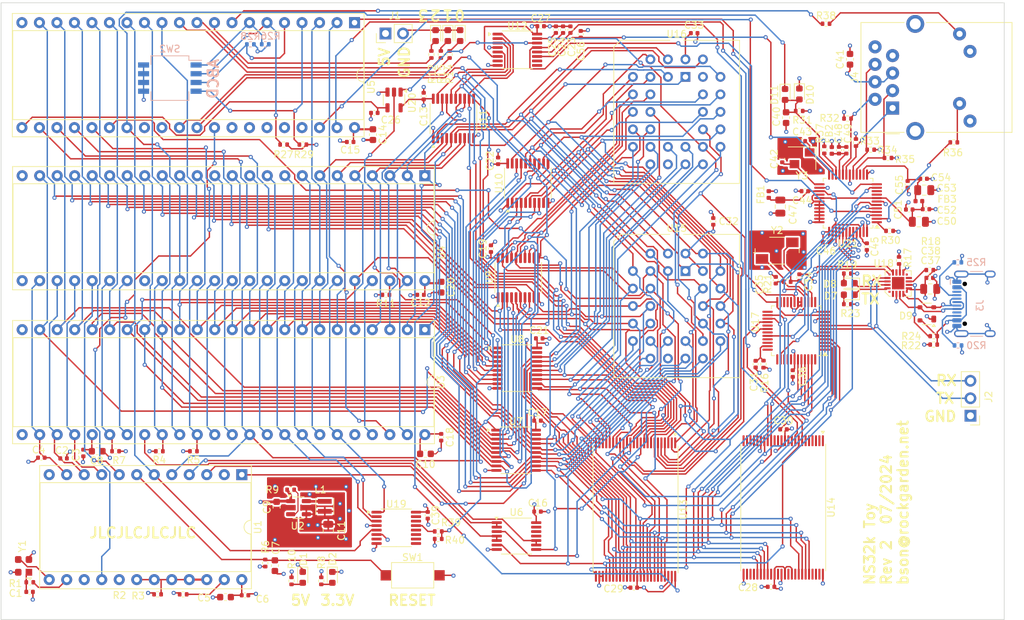
<source format=kicad_pcb>
(kicad_pcb (version 20240108) (generator "pcbnew") (generator_version "8.0")
  (title_block (date "2024-07-24") (rev "2"))
  (layers (0 "F.Cu" signal) (1 "In1.Cu" power) (2 "In2.Cu" power) (31 "B.Cu" signal) (34 "B.Paste" user) (35 "F.Paste" user) (36 "B.SilkS" user "B.Silkscreen") (37 "F.SilkS" user "F.Silkscreen") (38 "B.Mask" user) (39 "F.Mask" user) (44 "Edge.Cuts" user))
  (net 0 "")
  (net 1 "GND")
  (net 2 "+3V3")
  (net 3 "/~{ROM}")
  (net 4 "/~{ICU}")
  (net 5 "/~{SER_CS}")
  (net 6 "/~{NAND}")
  (net 7 "+5V")
  (net 8 "Net-(U1B-~{RSTI})")
  (net 9 "Net-(U1B-PHI2)")
  (net 10 "Net-(U1B-PHI1)")
  (net 11 "Net-(D1-A)")
  (net 12 "Net-(D2-A)")
  (net 13 "/Serial USB VCP/TxD")
  (net 14 "/Serial USB VCP/RxD")
  (net 15 "Net-(U1A-~{CWAIT})")
  (net 16 "/~{HOLD}")
  (net 17 "/~{SPC}")
  (net 18 "/~{FLT}")
  (net 19 "/~{PER}")
  (net 20 "Net-(U1B-XOUT)")
  (net 21 "/CTTL")
  (net 22 "/~{WR}")
  (net 23 "/~{DBE}")
  (net 24 "Net-(U1B-XIN)")
  (net 25 "/RDY")
  (net 27 "Net-(U1B-~{RSTO})")
  (net 28 "/~{PAV}")
  (net 30 "/~{RD}")
  (net 31 "/~{DDIN}")
  (net 32 "/ST0")
  (net 33 "/AD3")
  (net 34 "/U")
  (net 35 "/AD14")
  (net 36 "/ST3")
  (net 37 "/A23")
  (net 38 "/AD1")
  (net 39 "/A19")
  (net 40 "/ST2")
  (net 41 "/AD15")
  (net 42 "/A18")
  (net 43 "/AD7")
  (net 44 "/AD10")
  (net 45 "/AD13")
  (net 46 "/A17")
  (net 47 "/AD9")
  (net 48 "/AD5")
  (net 49 "/A22")
  (net 50 "/AD2")
  (net 51 "/A16")
  (net 52 "/ST1")
  (net 53 "/AD0")
  (net 54 "/~{BPT}")
  (net 55 "/A20")
  (net 56 "/~{ADS}")
  (net 57 "/~{HLDA}")
  (net 58 "/AD11")
  (net 59 "/AD6")
  (net 60 "/A21")
  (net 61 "/AD12")
  (net 62 "/AD4")
  (net 63 "/~{INT}")
  (net 64 "/~{HBE}")
  (net 65 "/~{PFS}")
  (net 66 "/AD8")
  (net 67 "/D7")
  (net 68 "/D6")
  (net 69 "/D1")
  (net 70 "/D5")
  (net 71 "/D3")
  (net 72 "/D4")
  (net 73 "/D2")
  (net 74 "/D0")
  (net 75 "/D9")
  (net 76 "/D14")
  (net 77 "/D11")
  (net 78 "/D13")
  (net 79 "/D12")
  (net 80 "/D15")
  (net 81 "/D10")
  (net 82 "/D8")
  (net 83 "/~{UB}")
  (net 84 "/~{WR33}")
  (net 85 "/~{RD33}")
  (net 86 "/PA2")
  (net 87 "/PA7")
  (net 88 "/PA3")
  (net 89 "/PA0")
  (net 90 "/PA4")
  (net 91 "/PA1")
  (net 92 "/PA5")
  (net 93 "/PA6")
  (net 94 "/PA18")
  (net 95 "/PA16")
  (net 96 "/PA13")
  (net 97 "/PA14")
  (net 98 "/PA17")
  (net 99 "/PA12")
  (net 100 "/PA9")
  (net 101 "/PA15")
  (net 102 "/PA11")
  (net 103 "/PA10")
  (net 104 "/PA19")
  (net 105 "/PA8")
  (net 106 "/PA23")
  (net 107 "/PA21")
  (net 108 "/PA20")
  (net 109 "/PA22")
  (net 110 "Net-(D6-A)")
  (net 111 "Net-(D8-A)")
  (net 112 "/Serial USB VCP/INT")
  (net 113 "/1GB x 8 NAND Flash/R{slash}~{B}")
  (net 114 "Net-(D4-A)")
  (net 115 "Net-(D5-A)")
  (net 116 "Net-(C1-Pad1)")
  (net 117 "Net-(U3A-BBG)")
  (net 118 "Net-(U17A-RESET)")
  (net 119 "Net-(U17B-XTAL1)")
  (net 120 "Net-(U17B-XTAL2)")
  (net 121 "Net-(D7-A)")
  (net 122 "Net-(D7-K)")
  (net 123 "Net-(D8-K)")
  (net 124 "Net-(U18-D+)")
  (net 125 "Net-(U18-VBUS)")
  (net 126 "Net-(U18-D-)")
  (net 127 "Net-(J3-CC2)")
  (net 128 "Net-(J3-CC1)")
  (net 131 "Net-(U2-SW)")
  (net 132 "Net-(U2-EN)")
  (net 133 "Net-(U4B-A24{slash}~{HBF})")
  (net 134 "Net-(U5B-IR2)")
  (net 135 "Net-(U5B-IR0)")
  (net 136 "Net-(U18-~{WAKEUP})")
  (net 137 "Net-(U18-~{RST})")
  (net 138 "Net-(D10-A)")
  (net 141 "Net-(U21B-XTAL2)")
  (net 142 "Net-(U5B-IR4)")
  (net 148 "Net-(U21B-XTAL1)")
  (net 178 "Net-(U17B-~{CTS})")
  (net 192 "Net-(U17B-~{RTS})")
  (net 194 "Net-(U17B-RCLK)")
  (net 202 "Net-(U5B-~{CS})")
  (net 210 "Net-(U19-O2)")
  (net 211 "Net-(D9-K-Pad4)")
  (net 212 "Net-(C44-Pad1)")
  (net 213 "Net-(U21B-VDD_A3.3)")
  (net 214 "/Ethernet/VDD_CO1.8")
  (net 215 "/Ethernet/VDD_A1.8")
  (net 216 "/~{ETH}")
  (net 217 "/Ethernet/~{RESET}")
  (net 218 "Net-(J4-RD-)")
  (net 219 "Net-(J4-RD+)")
  (net 220 "Net-(J4-TD+)")
  (net 221 "Net-(J4-TD-)")
  (net 222 "Net-(J4-PadL3)")
  (net 224 "Net-(U21A-~{P1LED1})")
  (net 225 "Net-(U21A-~{P1LED0})")
  (net 226 "/Ethernet/~{INT_ETH}")
  (net 227 "Net-(U21B-ISET)")
  (net 231 "Net-(J4-PadL1)")
  (net 232 "/Ethernet/~{LINK100}")
  (net 233 "Net-(R39-Pad2)")
  (net 234 "Net-(U5B-IR8)")
  (net 235 "Net-(U5B-IR10)")
  (net 236 "Net-(U5B-IR12)")
  (net 237 "Net-(U5B-IR14)")
  (footprint "Resistor_SMD:R_0402_1005Metric" (layer "F.Cu") (at 178.2572 71.5772 90)
    (property "Reference" "R37")
    (property "Value" "3.01k 1%")
  )
  (footprint "Capacitor_SMD:C_0402_1005Metric" (layer "F.Cu") (at 175.4378 77.5716 180)
    (property "Reference" "C44")
    (property "Value" "0.1µF")
  )
  (footprint "Resistor_SMD:R_0402_1005Metric" (layer "F.Cu") (at 97.155 131.5652 90)
    (property "Reference" "R6")
    (property "Value" "47k")
  )
  (footprint "Resistor_SMD:R_0402_1005Metric" (layer "F.Cu") (at 102.616 70.8064 180)
    (property "Reference" "R29")
    (property "Value" "30k")
  )
  (footprint "Resistor_SMD:R_0402_1005Metric" (layer "F.Cu") (at 122.6312 57.7254 90)
    (property "Reference" "R15")
    (property "Value" "30k")
  )
  (footprint "Capacitor_SMD:C_0805_2012Metric" (layer "F.Cu") (at 171.8818 79.8092 -90)
    (property "Reference" "C47")
    (property "Value" "4.7µF")
  )
  (footprint "Capacitor_SMD:C_0402_1005Metric" (layer "F.Cu") (at 173.6852 104.055 -90)
    (property "Reference" "C36")
    (property "Value" "0.1µF")
  )
  (footprint "Package_SO:TSSOP-20_4.4x6.5mm_P0.65mm" (layer "F.Cu") (at 133.862 90.1281 90)
    (property "Reference" "U9")
    (property "Value" "74AHC373")
  )
  (footprint "Capacitor_SMD:C_0402_1005Metric" (layer "F.Cu") (at 180.3908 71.6306 90)
    (property "Reference" "C48")
    (property "Value" "0.1µF")
  )
  (footprint "Resistor_SMD:R_0402_1005Metric" (layer "F.Cu") (at 85.2424 136.1098)
    (property "Reference" "R3")
    (property "Value" "10k")
  )
  (footprint "Diode_SMD:D_0603_1608Metric" (layer "F.Cu") (at 181.8895 90.93 180)
    (property "Reference" "D8")
    (property "Value" "GRN")
  )
  (footprint "Resistor_SMD:R_0402_1005Metric" (layer "F.Cu") (at 81.534 136.1098 180)
    (property "Reference" "R2")
    (property "Value" "10k")
  )
  (footprint "Resistor_SMD:R_0402_1005Metric" (layer "F.Cu") (at 174.6216 65.9279 180)
    (property "Reference" "R31")
    (property "Value" "10k")
  )
  (footprint "Capacitor_SMD:C_0402_1005Metric" (layer "F.Cu") (at 193.55 90.168)
    (property "Reference" "C38")
    (property "Value" "0.1µF")
  )
  (footprint "Capacitor_SMD:C_0402_1005Metric" (layer "F.Cu") (at 119.6848 92.625 180)
    (property "Reference" "C12")
    (property "Value" "0.1µF")
  )
  (footprint "Resistor_SMD:R_0402_1005Metric" (layer "F.Cu") (at 100.838 120.9206 180)
    (property "Reference" "R9")
    (property "Value" "47k")
  )
  (footprint "Resistor_SMD:R_0402_1005Metric" (layer "F.Cu") (at 114.6556 92.625)
    (property "Reference" "R11")
    (property "Value" "10k")
  )
  (footprint "Diode_SMD:D_0603_1608Metric" (layer "F.Cu") (at 106.8832 133.646 -90)
    (property "Reference" "D2")
    (property "Value" "GRN")
  )
  (footprint "Capacitor_SMD:C_0603_1608Metric" (layer "F.Cu") (at 98.552 131.9462 -90)
    (property "Reference" "C7")
    (property "Value" "2.2µF")
  )
  (footprint "Resistor_SMD:R_0402_1005Metric" (layer "F.Cu") (at 181.61 89.533 180)
    (property "Reference" "R19")
    (property "Value" "15k")
  )
  (footprint "Capacitor_SMD:C_0402_1005Metric" (layer "F.Cu") (at 190.3578 76.581 -90)
    (property "Reference" "C55")
    (property "Value" "0.01µF")
  )
  (footprint "Capacitor_SMD:C_0402_1005Metric" (layer "F.Cu") (at 168.3004 102.6834 90)
    (property "Reference" "C31")
    (property "Value" "0.1µF")
  )
  (footprint "Connector_RJ:RJ45_Amphenol_RJMG1BD3B8K1ANR" (layer "F.Cu") (at 188.1686 65.5066 90)
    (property "Reference" "J4")
    (property "Value" "RJ45")
  )
  (footprint "Diode_SMD:D_0603_1608Metric" (layer "F.Cu") (at 123.6472 54.9822 -90)
    (property "Reference" "D5" (hide yes))
    (property "Value" "GRN")
  )
  (footprint "Diode_SMD:D_0603_1608Metric" (layer "F.Cu") (at 181.8895 92.611 180)
    (property "Reference" "D7")
    (property "Value" "GRN")
  )
  (footprint "Package_SO:TSSOP-16_4.4x5mm_P0.65mm" (layer "F.Cu") (at 133.731 57.0396)
    (property "Reference" "U12")
    (property "Value" "74AHC138")
  )
  (footprint "Capacitor_SMD:C_0402_1005Metric" (layer "F.Cu") (at 150.622 135.1446 180)
    (property "Reference" "C29")
    (property "Value" "0.1µF")
  )
  (footprint "Capacitor_SMD:C_0402_1005Metric" (layer "F.Cu") (at 94.2216 136.2466)
    (property "Reference" "C6")
    (property "Value" "0.1µF")
  )
  (footprint "Capacitor_SMD:C_0402_1005Metric" (layer "F.Cu") (at 174.6504 90.1192 90)
    (property "Reference" "C34")
    (property "Value" "15pF")
  )
  (footprint "Package_DIP:DIP-40_W15.24mm_Socket" (layer "F.Cu") (at 110.109 53.1026 -90)
    (property "Reference" "U5")
    (property "Value" "NS32202")
  )
  (footprint "Resistor_SMD:R_0402_1005Metric" (layer "F.Cu") (at 122.2502 126.9746)
    (property "Reference" "R39")
    (property "Value" "0R")
  )
  (footprint "Package_DIP:DIP-48_W15.24mm_Socket" (layer "F.Cu") (at 120.309 75.3276 -90)
    (property "Reference" "U4")
    (property "Value" "NS32082")
  )
  (footprint "Capacitor_SMD:C_0402_1005Metric" (layer "F.Cu") (at 178.5112 84.9884 180)
    (property "Reference" "C46")
    (property "Value" "0.1µF")
  )
  (footprint "Capacitor_SMD:C_0402_1005Metric" (layer "F.Cu") (at 62.9646 135.7542)
    (property "Reference" "C1")
    (property "Value" "30pF")
  )
  (footprint "Package_QFP:TQFP-48_7x7mm_P0.5mm" (layer "F.Cu") (at 174.1932 97.8354 180)
    (property "Reference" "U17")
    (property "Value" "ST16C550")
  )
  (footprint "Resistor_SMD:R_0402_1005Metric" (layer "F.Cu") (at 122.2502 128.0668 180)
    (property "Reference" "R40")
    (property "Value" "0R")
  )
  (footprint "Resistor_SMD:R_0402_1005Metric" (layer "F.Cu") (at 189.103 87.628 -90)
    (property "Reference" "R17")
    (property "Value" "10k")
  )
  (footprint "Package_DIP:DIP-48_W15.24mm_Socket" (layer "F.Cu") (at 120.309 97.6796 -90)
    (property "Reference" "U3")
    (property "Value" "NS32016")
  )
  (footprint "Resistor_SMD:R_0402_1005Metric" (layer "F.Cu") (at 178.5112 53.2638)
    (property "Reference" "R38")
    (property "Value" "220")
  )
  (footprint "Resistor_SMD:R_0402_1005Metric" (layer "F.Cu") (at 105.283 134.154 -90)
    (property "Reference" "R8")
    (property "Value" "15k")
  )
  (footprint "Capacitor_SMD:C_0603_1608Metric" (layer "F.Cu") (at 112.776 69.3586 -90)
    (property "Reference" "C14")
    (property "Value" "1µF")
  )
  (footprint "Capacitor_SMD:C_0402_1005Metric" (layer "F.Cu") (at 193.0248 80.1878)
    (property "Reference" "C52")
    (property "Value" "0.1µF")
  )
  (footprint "Package_TO_SOT_SMD:SOT-143" (layer "F.Cu") (at 193.1436 95.3891 180)
    (property "Reference" "D9")
    (property "Value" "SP0503BAHT")
  )
  (footprint "Capacitor_SMD:C_0402_1005Metric" (layer "F.Cu") (at 112.9792 66.209 180)
    (property "Reference" "C26")
    (property "Value" "50pF")
  )
  (footprint "Package_LCC:PLCC-32_THT-Socket" (layer "F.Cu") (at 158.115 89.1706)
    (property "Reference" "U15")
    (property "Value" "MX29LV040C")
  )
  (footprint "Resistor_SMD:R_0402_1005Metric" (layer "F.Cu") (at 187.7314 83.3374)
    (property "Reference" "R30")
    (property "Value" "1k")
  )
  (footprint "Resistor_SMD:R_0402_1005Metric" (layer "F.Cu") (at 182.8546 70.5104 90)
    (property "Reference" "R33")
    (property "Value" "49.9")
  )
  (footprint "Inductor_SMD:L_0402_1005Metric" (layer "F.Cu") (at 191.9834 79.0194)
    (property "Reference" "FB3")
    (property "Value" "MMZ1005D330C")
  )
  (footprint "Package_SO:TSSOP-14_4.4x5mm_P0.65mm" (layer "F.Cu") (at 133.604 127.6516)
    (property "Reference" "U6")
    (property "Value" "74AHC08")
  )
  (footprint "Capacitor_SMD:C_0402_1005Metric" (layer "F.Cu") (at 64.6684 116.2724 180)
    (property "Reference" "C4")
    (property "Value" "25pF")
  )
  (footprint "Capacitor_SMD:C_0805_2012Metric" (layer "F.Cu") (at 106.299 126.8896 -90)
    (property "Reference" "C11")
    (property "Value" "22µF 25V X5R")
  )
  (footprint "Resistor_SMD:R_0402_1005Metric" (layer "F.Cu") (at 193.57 89.025 180)
    (property "Reference" "R18")
    (property "Value" "10k")
  )
  (footprint "Capacitor_SMD:C_0603_1608Metric" (layer "F.Cu") (at 72.771 115.3326)
    (property "Reference" "C8")
    (property "Value" "1µF")
  )
  (footprint "Resistor_SMD:R_0402_1005Metric" (layer "F.Cu") (at 184.9882 71.5518)
    (property "Reference" "R34")
    (property "Value" "49.9")
  )
  (footprint "Capacitor_SMD:C_0402_1005Metric" (layer "F.Cu") (at 170.5356 135.017604 180)
    (property "Reference" "C28")
    (property "Value" "0.1µF")
  )
  (footprint "Resistor_SMD:R_0402_1005Metric" (layer "F.Cu") (at 81.788 115.3326)
    (property "Reference" "R4")
    (property "Value" "10k")
  )
  (footprint "Diode_SMD:D_0603_1608Metric" (layer "F.Cu") (at 125.4252 54.9822 -90)
    (property "Reference" "D6" (hide yes))
    (property "Value" "GRN")
  )
  (footprint "Capacitor_SMD:C_0402_1005Metric" (layer "F.Cu") (at 184.4294 85.6234 -90)
    (property "Reference" "C45")
    (property "Value" "0.1µF")
  )
  (footprint "Capacitor_SMD:C_0603_1608Metric" (layer "F.Cu") (at 122.682 91.5074 -90)
    (property "Reference" "C20")
    (property "Value" "1µF")
  )
  (footprint "Resistor_SMD:R_0402_1005Metric" (layer "F.Cu") (at 181.61 93.978 180)
    (property "Reference" "R23")
    (property "Value" "15k")
  )
  (footprint "Resistor_SMD:R_0402_1005Metric" (layer "F.Cu") (at 194.1342 99.8454 180)
    (property "Reference" "R22")
    (property "Value" "47.5k")
  )
  (footprint "Diode_SMD:D_0603_1608Metric" (layer "F.Cu") (at 174.647 63.4641 -90)
    (property "Reference" "D10")
    (property "Value" "1N4148")
  )
  (footprint "Capacitor_SMD:C_0603_1608Metric" (layer "F.Cu") (at 98.806 123.4606 -90)
    (property "Reference" "C9")
    (property "Value" "10µF 16V")
  )
  (footprint "Resistor_SMD:R_0402_1005Metric" (layer "F.Cu") (at 187.5028 72.7456)
    (property "Reference" "R35")
    (property "Value" "49.9")
  )
  (footprint "Capacitor_SMD:C_0402_1005Metric" (layer "F.Cu") (at 181.4576 71.6306 90)
    (property "Reference" "C49")
    (property "Value" "0.1µF")
  )
  (footprint "Package_SO:TSSOP-20_4.4x6.5mm_P0.65mm" (layer "F.Cu") (at 135.255 76.4101 90)
    (property "Reference" "U10")
    (property "Value" "74AHC373")
  )
  (footprint "Capacitor_SMD:C_0402_1005Metric" (layer "F.Cu") (at 139.319 54.1186 90)
    (property "Reference" "C25")
    (property "Value" "50pF")
  )
  (footprint "Crystal:Crystal_SMD_3225-4Pin_3.2x2.5mm" (layer "F.Cu") (at 175.0314 72.7964 180)
    (property "Reference" "Y3")
    (property "Value" "25MHz")
  )
  (footprint "Capacitor_SMD:C_0603_1608Metric" (layer "F.Cu") (at 120.396 115.7136)
    (property "Reference" "C10")
    (property "Value" "1µF")
  )
  (footprint "Capacitor_SMD:C_0402_1005Metric" (layer "F.Cu") (at 141.4272 54.1186 90)
    (property "Reference" "C23")
    (property "Value" "50pF")
  )
  (footprint "Resistor_SMD:R_0402_1005Metric" (layer "F.Cu") (at 197.0532 70.485)
    (property "Reference" "R36")
    (property "Value" "220")
  )
  (footprint "Diode_SMD:D_0603_1608Metric" (layer "F.Cu") (at 121.8692 54.9822 -90)
    (property "Reference" "D4" (hide yes))
    (property "Value" "GRN")
  )
  (footprint "Capacitor_SMD:C_0402_1005Metric" (layer "F.Cu") (at 67.8942 116.374)
    (property "Reference" "C2")
    (property "Value" "25pF")
  )
  (footprint "Resistor_SMD:R_0402_1005Metric" (layer "F.Cu") (at 181.6354 67.0306 180)
    (property "Reference" "R32")
    (property "Value" "49.9")
  )
  (footprint "Capacitor_SMD:C_0402_1005Metric" (layer "F.Cu") (at 192.6692 75.7682)
    (property "Reference" "C54")
    (property "Value" "0.1µF")
  )
  (footprint "Capacitor_SMD:C_0402_1005Metric" (layer "F.Cu") (at 136.906 98.9496)
    (property "Reference" "C21")
    (property "Value" "0.1µF")
  )
  (footprint "Resistor_SMD:R_0402_1005Metric" (layer "F.Cu") (at 121.2596 57.7254 90)
    (property "Reference" "R12")
    (property "Value" "30k")
  )
  (footprint "Capacitor_SMD:C_0402_1005Metric" (layer "F.Cu") (at 171.2214 90.5002 90)
    (property "Reference" "C35")
    (property "Value" "15pF")
  )
  (footprint "Capacitor_SMD:C_0402_1005Metric" (layer "F.Cu") (at 190.5864 80.2386 180)
    (property "Reference" "C51")
    (property "Value" "0.1µF")
  )
  (footprint "Capacitor_SMD:C_0603_1608Metric" (layer "F.Cu") (at 181.991 58.42 90)
    (property "Reference" "C41")
    (property "Value" "10µF")
  )
  (footprint "Package_SO:TSSOP-20_4.4x6.5mm_P0.65mm" (layer "F.Cu") (at 133.731 103.2676)
    (property "Reference" "U8")
    (property "Value" "74AHC245")
  )
  (footprint "Package_TO_SOT_SMD:TSOT-23-5" (layer "F.Cu") (at 101.981 123.5266)
    (property "Reference" "U2")
    (property "Value" "LM3671")
  )
  (footprint "Button_Switch_SMD:SW_SPST_CK_RS282G05A3" (layer "F.Cu") (at 118.5418 133.35)
    (property "Reference" "SW1")
    (property "Value" "RESET")
  )
  (footprint "Resistor_SMD:R_0402_1005Metric" (layer "F.Cu") (at 62.9926 134.3572)
    (property "Reference" "R1")
    (property "Value" "330")
  )
  (footprint "Capacitor_SMD:C_0805_2012Metric" (layer "F.Cu") (at 191.9834 82.0166)
    (property "Reference" "C50")
    (property "Value" "4.7µF")
  )
  (footprint "Inductor_SMD:L_0402_1005Metric" (layer "F.Cu") (at 179.3494 71.6534 90)
    (property "Reference" "FB2")
    (property "Value" "MMZ1005D330C")
  )
  (footprint "Crystal:Crystal_SMD_0603-4Pin_6.0x3.5mm" (layer "F.Cu") (at 171.4246 86.2076)
    (property "Reference" "Y2")
    (property "Value" "7.3728MHz")
  )
  (footprint "Resistor_SMD:R_0402_1005Metric" (layer "F.Cu") (at 172.8724 90.7288)
    (property "Reference" "R21")
    (property "Value" "1M")
  )
  (footprint "Package_SO:TSSOP-16_4.4x5mm_P0.65mm" (layer "F.Cu") (at 116.1639 126.4578)
    (property "Reference" "U19")
    (property "Value" "74AHC138")
  )
  (footprint "Resistor_SMD:R_0402_1005Metric" (layer "F.Cu") (at 99.822 70.8064 180)
    (property "Reference" "R27")
    (property "Value" "30k")
  )
  (footprint "FH12000001:FH12000001" (layer "F.Cu") (at 62.0906 131.9802 90)
    (property "Reference" "Y1")
    (property "Value" "12.00000MHz")
  )
  (footprint "Resistor_SMD:R_0402_1005Metric" (layer "F.Cu") (at 86.741 115.3326)
    (property "Reference" "R5")
    (property "Value" "10k")
  )
  (footprint "Capacitor_SMD:C_0402_1005Metric" (layer "F.Cu") (at 120.7288 124.629 -90)
    (property "Reference" "C39")
    (property "Value" "0.1µF")
  )
  (footprint "Package_SO:TSOP-I-48_18.4x12mm_P0.5mm" (layer "F.Cu") (at 150.88 123.8061 -90)
    (property "Reference" "U13")
    (property "Value" "AS6C6416-55")
  )
  (footprint "Package_SO:TSOP-I-48_18.4x12mm_P0.5mm" (layer "F.Cu") (at 172.303 123.4961 -90)
    (property "Reference" "U14")
    (property "Value" "MT29F8G08ABACA")
  )
  (footprint "Capacitor_SMD:C_0402_1005Metric" (layer "F.Cu") (at 136.652 124.0956)
    (property "Reference" "C16")
    (property "Value" "0.1µF")
  )
  (footprint "Inductor_SMD:L_0402_1005Metric" (layer "F.Cu") (at 170.2054 78.0566 90)
    (property "Reference" "FB1")
    (property "Value" "MMZ1005D330C")
  )
  (footprint "Resistor_SMD:R_0402_1005Metric" (layer "F.Cu") (at 169.4434 102.6854 -90)
    (property "Reference" "R16")
    (property "Value" "47k")
  )
  (footprint "Capacitor_SMD:C_0402_1005Metric" (layer "F.Cu") (at 122.682 113.3006 -90)
    (property "Reference" "C18")
    (property "Value" "0.1µF")
  )
  (footprint "Package_DIP:DIP-24_W15.24mm_Socket" (layer "F.Cu") (at 93.7514 118.7362 -90)
    (property "Reference" "U1")
    (property "Value" "NS32201")
  )
  (footprint "Resistor_SMD:R_0402_1005Metric" (layer "F.Cu") (at 100.965 134.154 -90)
    (property "Reference" "R10")
    (property "Value" "30k")
  )
  (footprint "Capacitor_SMD:C_0402_1005Metric" (layer "F.Cu") (at 172.339 112.1576 180)
    (property "Reference" "C30")
    (property "Value" "0.1µF")
  )
  (footprint "Capacitor_SMD:C_0402_1005Metric" (layer "F.Cu") (at 129.8956 85.9194 90)
    (property "Reference" "C19")
    (property "Value" "0.1µF")
  )
  (footprint "Diode_SMD:D_0603_1608Metric" (layer "F.Cu") (at 172.5676 63.5254 -90)
    (property "Reference" "D11")
    (property "Value" "1N4148")
  )
  (footprint "Capacitor_SMD:C_0402_1005Metric" (layer "F.Cu") (at 137.1092 53.6194)
    (property "Reference" "C27")
    (property "Value" "0.1µF")
  )
  (footprint "Package_SO:TSSOP-20_4.4x6.5mm_P0.65mm" (layer "F.Cu") (at 124.456 67.0141 90)
    (property "Reference" "U11")
    (property "Value" "74AHC373")
  )
  (footprint "Capacitor_SMD:C_0402_1005Metric" (layer "F.Cu") (at 175.006 70.3072 180)
    (property "Reference" "C43")
    (property "Value" "15pF")
  )
  (footprint "Diode_SMD:D_0603_1608Metric" (layer "F.Cu") (at 102.5906 133.646 -90)
    (property "Reference" "D1")
    (property "Value" "GRN")
  )
  (footprint "Resistor_SMD:R_0402_1005Metric" (layer "F.Cu") (at 194.1342 98.6262 180)
    (property "Reference" "R24")
    (property "Value" "22.1k")
  )
  (footprint "Capacitor_SMD:C_0402_1005Metric" (layer "F.Cu") (at 130.937 73.1686 90)
    (property "Reference" "C22")
    (property "Value" "0.1µF")
  )
  (footprint "Capacitor_SMD:C_0402_1005Metric" (layer "F.Cu") (at 120.142 63.7706 90)
    (property "Reference" "C13")
    (property "Value" "0.1µF")
  )
  (footprint "Package_LCC:PLCC-32_THT-Socket" (layer "F.Cu") (at 158.115 60.9766)
    (property "Reference" "U16")
    (property "Value" "MX29LV040C")
  )
  (footprint "Package_QFP:LQFP-48_7x7mm_P0.5mm" (layer "F.Cu") (at 181.7116 79.3242 180)
    (property "Reference" "U21")
    (property "Value" "KSZ8851-16MLL")
  )
  (footprint "CP2102N-QFN:CP2102N-QFN20" (layer "F.Cu") (at 188.976 90.93 90)
    (property "Reference" "U18")
    (property "Value" "CP2102N")
  )
  (footprint "Capacitor_SMD:C_0402_1005Metric" (layer "F.Cu") (at 140.3604 54.1186 90)
    (property "Reference" "C24")
    (property "Value" "50pF")
  )
  (footprint "Capacitor_SMD:C_0402_1005Metric" (layer "F.Cu") (at 172.1612 72.898 90)
    (property "Reference" "C42")
    (property "Value" "15pF")
  )
  (footprint "Package_SO:TSSOP-20_4.4x6.5mm_P0.65mm" (layer "F.Cu") (at 133.5455 115.1946)
    (property "Reference" "U7")
    (property "Value" "74AHC245")
  )
  (footprint "Capacitor_SMD:C_0805_2012Metric" (layer "F.Cu") (at 193.6262 91.7682)
    (property "Reference" "C37")
    (property "Value" "4.7µF")
  )
  (footprint "Connector_PinHeader_2.54mm:PinHeader_1x03_P2.54mm_Vertical" (layer "F.Cu") (at 199.4662 110.1852 180)
    (property "Reference" "J2")
    (property "Value" "3V3 Serial")
  )
  (footprint "Capacitor_SMD:C_0402_1005Metric" (layer "F.Cu") (at 162.1536 81.957 90)
    (property "Reference" "C32")
    (property "Value" "0.1µF")
  )
  (footprint "Capacitor_SMD:C_0603_1608Metric" (layer "F.Cu") (at 172.7166 66.8931 -90)
    (property "Reference" "C40")
    (property "Value" "10µF")
  )
  (footprint "Capacitor_SMD:C_0402_1005Metric" (layer "F.Cu") (at 70.7644 115.5866 -90)
    (property "Reference" "C3")
    (property "Value" "1nF")
  )
  (footprint "Capacitor_SMD:C_0402_1005Metric" (layer "F.Cu") (at 159.385 54.6266)
    (property "Reference" "C33")
    (property "Value" "0.1µF")
  )
  (footprint "Capacitor_SMD:C_0603_1608Metric" (layer "F.Cu") (at 91.3892 136.5162 180)
    (property "Reference" "C5")
    (property "Value" "1µF")
  )
  (footprint "Capacitor_SMD:C_0805_2012Metric" (layer "F.Cu") (at 192.7606 77.4192)
    (property "Reference" "C53")
    (property "Value" "4.7µF")
  )
  (footprint "Connector_PinHeader_2.54mm:PinHeader_1x02_P2.54mm_Vertical" (layer "F.Cu") (at 114.5998 54.6774 90)
    (property "Reference" "J1")
    (property "Value" "+5V SUPPLY")
  )
  (footprint "Resistor_SMD:R_0402_1005Metric" (layer "F.Cu") (at 75.438 115.3326 180)
    (property "Reference" "R7")
    (property "Value" "10k")
  )
  (footprint "Capacitor_SMD:C_0402_1005Metric" (layer "F.Cu") (at 142.9258 54.7878 90)
    (property "Reference" "C56")
    (property "Value" "50pF")
  )
  (footprint "Capacitor_SMD:C_0402_1005Metric" (layer "F.Cu") (at 109.474 70.4254 180)
    (property "Reference" "C15")
    (property "Value" "0.1µF")
  )
  (footprint "Package_TO_SOT_SMD:SOT-23-5" (layer "F.Cu") (at 115.8381 64.3294 -90)
    (property "Reference" "U20")
    (property "Value" "74AHC1G08")
  )
  (footprint "Resistor_SMD:R_0402_1005Metric" (layer "F.Cu") (at 123.9012 57.7254 90)
    (property "Reference" "R14")
    (property "Value" "30k")
  )
  (footprint "Capacitor_SMD:C_0402_1005Metric" (layer "F.Cu") (at 136.652 110.8876)
    (property "Reference" "C17")
    (property "Value" "0.1µF")
  )
  (footprint "Inductor_SMD:L_Taiyo-Yuden_NR-24xx" (layer "F.Cu") (at 105.791 123.3336 -90)
    (property "Reference" "L1")
    (property "Value" "2.2µH")
  )
  (footprint "Resistor_SMD:R_0402_1005Metric" (layer "B.Cu") (at 197.6394 87.9074)
    (property "Reference" "R25")
    (property "Value" "5.1k")
  )
  (footprint "Resistor_SMD:R_0402_1005Metric" (layer "B.Cu") (at 197.6648 99.9724)
    (property "Reference" "R20")
    (property "Value" "5.1k")
  )
  (footprint "Resistor_SMD:R_0402_1005Metric" (layer "B.Cu") (at 97.155 56.2356 180)
    (property "Reference" "R26")
    (property "Value" "30k")
  )
  (footprint "Connector_USB:USB_C_Receptacle_HCTL_HC-TYPE-C-16P-01A" (layer "B.Cu") (at 201.2442 93.9292 -90)
    (property "Reference" "J3")
    (property "Value" "USB_C_USB2.0_16P")
  )
  (footprint "Button_Switch_SMD:SW_DIP_SPSTx04_Slide_Copal_CHS-04B_W7.62mm_P1.27mm" (layer "B.Cu") (at 83.312 61.1544 180)
    (property "Reference" "SW2")
    (property "Value" "SW_DIP_x04")
  )
  (footprint "Resistor_SMD:R_0402_1005Metric" (layer "B.Cu") (at 94.996 56.2522 180)
    (property "Reference" "R28")
    (property "Value" "30k")
  )
  (gr_rect (start 58.8264 50.2158) (end 204.3684 139.7762) (stroke (width 0.1)) (fill none) (layer "Edge.Cuts"))
  (gr_text "B" (at 90.5002 59.47023 90) (layer "B.SilkS") (effects (font (size 1.5 1.5) (thickness 0.3) (bold yes)) (justify left bottom mirror)))
  (gr_text "C" (at 90.5002 60.947315 90) (layer "B.SilkS") (effects (font (size 1.5 1.5) (thickness 0.3) (bold yes)) (justify left bottom mirror)))
  (gr_text "A" (at 90.5002 59.884402 90) (layer "B.SilkS") (effects (font (size 1.5 1.5) (thickness 0.3) (bold yes)) (justify left bottom)))
  (gr_text "D" (at 88.5082 62.4244 -90) (layer "B.SilkS") (effects (font (size 1.5 1.5) (thickness 0.3) (bold yes)) (justify left bottom)))
  (gr_text "5V" (at 115.316 59.6558 90) (layer "F.SilkS") (effects (font (size 1.5 1.5) (thickness 0.3) (bold yes)) (justify left bottom)))
  (gr_text "1" (at 124.5108 51.1214 180) (layer "F.SilkS") (effects (font (size 1.5 1.5) (thickness 0.3) (bold yes)) (justify left bottom)))
  (gr_text "TX" (at 183.4642 94.107 0) (layer "F.SilkS") (effects (font (size 1.5 1.5) (thickness 0.3) (bold yes)) (justify left bottom)))
  (gr_text "TX" (at 194.31 108.5342 0) (layer "F.SilkS") (effects (font (size 1.5 1.5) (thickness 0.3) (bold yes)) (justify left bottom)))
  (gr_text "NS32k Toy\nRev 2  07/2024\nbson@rockgarden.net" (at 190.5508 134.9248 90) (layer "F.SilkS") (effects (font (size 1.5 1.5) (thickness 0.3) (bold yes)) (justify left bottom)))
  (gr_text "3.3V" (at 105 137.8624 0) (layer "F.SilkS") (effects (font (size 1.5 1.5) (thickness 0.3) (bold yes)) (justify left bottom)))
  (gr_text "3" (at 120.9548 51.1214 180) (layer "F.SilkS") (effects (font (size 1.5 1.5) (thickness 0.3) (bold yes)) (justify left bottom)))
  (gr_text "5V" (at 100.711 137.8624 0) (layer "F.SilkS") (effects (font (size 1.5 1.5) (thickness 0.3) (bold yes)) (justify left bottom)))
  (gr_text "JLCJLCJLCJLC" (at 71.501 128.058 0) (layer "F.SilkS") (effects (font (size 1.5 1.5) (thickness 0.3) (bold yes)) (justify left bottom)))
  (gr_text "RX" (at 183.4642 91.5162 0) (layer "F.SilkS") (effects (font (size 1.5 1.5) (thickness 0.3) (bold yes)) (justify left bottom)))
  (gr_text "0" (at 126.2888 51.1214 180) (layer "F.SilkS") (effects (font (size 1.5 1.5) (thickness 0.3) (bold yes)) (justify left bottom)))
  (gr_text "GND" (at 192.6082 111.1504 0) (layer "F.SilkS") (effects (font (size 1.5 1.5) (thickness 0.3) (bold yes)) (justify left bottom)))
  (gr_text "RESET" (at 114.848943 137.8624 0) (layer "F.SilkS") (effects (font (size 1.5 1.5) (thickness 0.3) (bold yes)) (justify left bottom)))
  (gr_text "GND" (at 118.2116 61.3322 90) (layer "F.SilkS") (effects (font (size 1.5 1.5) (thickness 0.3) (bold yes)) (justify left bottom)))
  (gr_text "2" (at 122.7328 51.1214 180) (layer "F.SilkS") (effects (font (size 1.5 1.5) (thickness 0.3) (bold yes)) (justify left bottom)))
  (gr_text "RX" (at 194.31 105.9434 0) (layer "F.SilkS") (effects (font (size 1.5 1.5) (thickness 0.3) (bold yes)) (justify left bottom)))
  (segment (start 137.5892 53.6194) (end 138.4134 53.6194) (width 0.2032) (layer "F.Cu") (net 1))
  (segment (start 98.9076 133.14) (end 99.822 133.14) (width 0.2032) (layer "F.Cu") (net 1))
  (segment (start 194.5762 90.7142) (end 194.03 90.168) (width 0.2032) (layer "F.Cu") (net 1))
  (segment (start 180.3908 70.3326) (end 180.4162 70.3072) (width 0.2032) (layer "F.Cu") (net 1))
  (segment (start 173.6852 104.535) (end 173.6852 105.4774) (width 0.2032) (layer "F.Cu") (net 1))
  (segment (start 174.4432 93.6729) (end 174.9432 93.6729) (width 0.2032) (layer "F.Cu") (net 1))
  (segment (start 111.916 126.1328) (end 111.9124 126.1364) (width 0.2) (layer "F.Cu") (net 1))
  (segment (start 119.2048 92.625) (end 118.2712 92.625) (width 0.2) (layer "F.Cu") (net 1))
  (segment (start 138.4134 53.6194) (end 138.43 53.636) (width 0.2032) (layer "F.Cu") (net 1))
  (segment (start 176.754592 79.0742) (end 176.1998 79.628992) (width 0.2032) (layer "F.Cu") (net 1))
  (segment (start 192.9334 82.0166) (end 194.1322 82.0166) (width 0.2032) (layer "F.Cu") (net 1))
  (segment (start 113.3014 126.1328) (end 111.916 126.1328) (width 0.2) (layer "F.Cu") (net 1))
  (segment (start 139.319 53.6386) (end 138.4326 53.6386) (width 0.2032) (layer "F.Cu") (net 1))
  (segment (start 60.2282 132.9052) (end 60.224 132.9094) (width 0.2032) (layer "F.Cu") (net 1))
  (segment (start 166.553 133.1836) (end 166.553 134.5148) (width 0.2032) (layer "F.Cu") (net 1))
  (segment (start 172.7166 67.6681) (end 172.7166 68.9322) (width 0.2032) (layer "F.Cu") (net 1))
  (segment (start 121.5136 68.3934) (end 121.531 68.4108) (width 0.2032) (layer "F.Cu") (net 1))
  (segment (start 177.5491 80.5742) (end 177.5491 81.0742) (width 0.2032) (layer "F.Cu") (net 1))
  (segment (start 190.3578 77.061) (end 190.3578 77.8358) (width 0.2032) (layer "F.Cu") (net 1))
  (segment (start 194.065799 90.168) (end 194.360848 89.872951) (width 0.2032) (layer "F.Cu") (net 1))
  (segment (start 94.9048 136.0434) (end 95.799 136.0434) (width 0.2032) (layer "F.Cu") (net 1))
  (segment (start 130.7415 129.6016) (end 129.4442 129.6016) (width 0.2032) (layer "F.Cu") (net 1))
  (segment (start 138.3538 98.9496) (end 138.3792 98.975) (width 0.2032) (layer "F.Cu") (net 1))
  (segment (start 120.7288 125.915449) (end 120.812494 125.999143) (width 0.2032) (layer "F.Cu") (net 1))
  (segment (start 129.5544 59.3146) (end 129.4892 59.2494) (width 0.2032) (layer "F.Cu") (net 1))
  (segment (start 188.2414 83.3374) (end 188.8998 83.3374) (width 0.2032) (layer "F.Cu") (net 1))
  (segment (start 188.8998 83.3374) (end 189.0268 83.4644) (width 0.2032) (layer "F.Cu") (net 1))
  (segment (start 102.5906 132.8585) (end 102.5906 132.503) (width 0.2032) (layer "F.Cu") (net 1))
  (segment (start 137.386 98.9496) (end 138.3538 98.9496) (width 0.2032) (layer "F.Cu") (net 1))
  (segment (start 190.3578 77.8358) (end 190.5254 78.0034) (width 0.2032) (layer "F.Cu") (net 1))
  (segment (start 170.18 103.4454) (end 170.2308 103.4962) (width 0.2032) (layer "F.Cu") (net 1))
  (segment (start 73.66 115.3326) (end 74.6252 116.2978) (width 0.2032) (layer "F.Cu") (net 1))
  (segment (start 121.171 115.7136) (end 121.8946 115.7136) (width 0.1524) (layer "F.Cu") (net 1))
  (segment (start 162.1536 80.941) (end 161.798 80.5854) (width 0.2) (layer "F.Cu") (net 1))
  (segment (start 174.9578 77.5716) (end 174.1932 77.5716) (width 0.2032) (layer "F.Cu") (net 1))
  (segment (start 190.1064 80.2386) (end 190.1064 79.5654) (width 0.2032) (layer "F.Cu") (net 1))
  (segment (start 193.5048 80.1878) (end 194.4116 80.1878) (width 0.2032) (layer "F.Cu") (net 1))
  (segment (start 130.937 71.7208) (end 130.9624 71.6954) (width 0.2032) (layer "F.Cu") (net 1))
  (segment (start 108.204 70.4254) (end 108.0008 70.2222) (width 0.2032) (layer "F.Cu") (net 1))
  (segment (start 171.0208 90.0202) (end 170.4594 89.4588) (width 0.2032) (layer "F.Cu") (net 1))
  (segment (start 129.0898 118.1196) (end 129.0828 118.1266) (width 0.2032) (layer "F.Cu") (net 1))
  (segment (start 178.729185 77.0742) (end 178.74479 77.089805) (width 0.2032) (layer "F.Cu") (net 1))
  (segment (start 178.21638 83.4867) (end 178.075418 83.627662) (width 0.2032) (layer "F.Cu") (net 1))
  (segment (start 121.8946 115.7136) (end 122.4788 115.1294) (width 0.1524) (layer "F.Cu") (net 1))
  (segment (start 130.4316 84.9034) (end 130.5052 84.9034) (width 0.2032) (layer "F.Cu") (net 1))
  (segment (start 186.2836 71.5518) (end 186.309 71.5264) (width 0.2032) (layer "F.Cu") (net 1))
  (segment (start 136.787 93.4712) (end 137.3124 93.9966) (width 0.2032) (layer "F.Cu") (net 1))
  (segment (start 174.1932 77.5716) (end 174.117 77.4954) (width 0.2032) (layer "F.Cu") (net 1))
  (segment (start 142.9258 54.3078) (end 143.837602 54.3078) (width 0.2032) (layer "F.Cu") (net 1))
  (segment (start 114.8881 63.1919) (end 113.8119 63.1919) (width 0.2032) (layer "F.Cu") (net 1))
  (segment (start 176.5046 78.3336) (end 176.764 78.0742) (width 0.2032) (layer "F.Cu") (net 1))
  (segment (start 171.401972 115.2818) (end 172.053 114.630772) (width 0.2032) (layer "F.Cu") (net 1))
  (segment (start 137.668 111.5734) (end 137.668 111.271236) (width 0.2032) (layer "F.Cu") (net 1))
  (segment (start 181.4576 71.1506) (end 180.3908 71.1506) (width 0.2032) (layer "F.Cu") (net 1))
  (segment (start 173.9041 94.712) (end 174.176272 94.712) (width 0.2032) (layer "F.Cu") (net 1))
  (segment (start 121.531 68.4108) (end 121.531 69.8766) (width 0.2032) (layer "F.Cu") (net 1))
  (segment (start 129.8956 85.4394) (end 130.4316 84.9034) (width 0.2032) (layer "F.Cu") (net 1))
  (segment (start 130.1924 92.879) (end 130.304 92.9906) (width 0.2032) (layer "F.Cu") (net 1))
  (segment (start 130.8685 56.7146) (end 129.646806 56.7146) (width 0.2032) (layer "F.Cu") (net 1))
  (segment (start 181.1254 67.0306) (end 181.1254 66.0928) (width 0.2032) (layer "F.Cu") (net 1))
  (segment (start 181.991 57.645) (end 181.991 56.4388) (width 0.2032) (layer "F.Cu") (net 1))
  (segment (start 176.5046 78.801872) (end 176.5046 78.3336) (width 0.2032) (layer "F.Cu") (net 1))
  (segment (start 112.4992 67.0954) (end 112.4712 67.1234) (width 0.2032) (layer "F.Cu") (net 1))
  (segment (start 188.0128 72.7456) (end 188.7728 72.7456) (width 0.2032) (layer "F.Cu") (net 1))
  (segment (start 178.2572 71.0672) (end 178.2572 70.358) (width 0.2032) (layer "F.Cu") (net 1))
  (segment (start 122.4418 133.35) (end 124.4092 133.35) (width 0.2032) (layer "F.Cu") (net 1))
  (segment (start 111.4174 70.1336) (end 111.4044 70.1206) (width 0.3048) (layer "F.Cu") (net 1))
  (segment (start 137.668 111.271236) (end 137.284364 110.8876) (width 0.2032) (layer "F.Cu") (net 1))
  (segment (start 179.9616 83.4867) (end 179.9616 85.2144) (width 0.2032) (layer "F.Cu") (net 1))
  (segment (start 169.2246 83.6324) (end 169.2402 83.6168) (width 0.2032) (layer "F.Cu") (net 1))
  (segment (start 143.837602 54.3078) (end 143.967202 54.1782) (width 0.2032) (layer "F.Cu") (net 1))
  (segment (start 138.2014 124.0956) (end 138.2268 124.0702) (width 0.2032) (layer "F.Cu") (net 1))
  (segment (start 120.142 63.2906) (end 120.142 62.4498) (width 0.2032) (layer "F.Cu") (net 1))
  (segment (start 130.304 92.9906) (end 130.937 92.9906) (width 0.2032) (layer "F.Cu") (net 1))
  (segment (start 120.7288 125.109) (end 120.7288 125.915449) (width 0.2032) (layer "F.Cu") (net 1))
  (segment (start 124.4092 133.35) (end 124.46 133.4008) (width 0.2032) (layer "F.Cu") (net 1))
  (segment (start 112.4992 66.209) (end 112.4992 67.0954) (width 0.2032) (layer "F.Cu") (net 1))
  (segment (start 170.0556 135.017604) (end 169.164004 135.017604) (width 0.2032) (layer "F.Cu") (net 1))
  (segment (start 176.2574 82.0742) (end 176.2252 82.042) (width 0.2032) (layer "F.Cu") (net 1))
  (segment (start 185.4982 71.5518) (end 186.2836 71.5518) (width 0.2032) (layer "F.Cu") (net 1))
  (segment (start 138.870375 78.909) (end 138.506775 79.2726) (width 0.2032) (layer "F.Cu") (net 1))
  (segment (start 170.2308 103.4962) (end 170.3324 103.4962) (width 0.2032) (layer "F.Cu") (net 1))
  (segment (start 145.616882 134.815718) (end 145.5928 134.8398) (width 0.2032) (layer "F.Cu") (net 1))
  (segment (start 173.867438 94.9104) (end 173.867438 94.86931) (width 0.2032) (layer "F.Cu") (net 1))
  (segment (start 122.682 92.2824) (end 121.357 92.2824) (width 0.2) (layer "F.Cu") (net 1))
  (segment (start 117.6225 54.1947) (end 125.4252 54.1947) (width 0.2) (layer "F.Cu") (net 1))
  (segment (start 181.9616 76.45) (end 181.991 76.4794) (width 0.2032) (layer "F.Cu") (net 1))
  (segment (start 173.867438 94.86931) (end 173.4432 94.445072) (width 0.2032) (layer "F.Cu") (net 1))
  (segment (start 173.4432 94.445072) (end 173.4432 93.6729) (width 0.2032) (layer "F.Cu") (net 1))
  (segment (start 176.8856 90.7288) (end 175.796 89.6392) (width 0.2032) (layer "F.Cu") (net 1))
  (segment (start 182.8546 69.215) (end 182.8292 69.1896) (width 0.2032) (layer "F.Cu") (net 1))
  (segment (start 98.5012 132.7336) (end 98.9076 133.14) (width 0.2032) (layer "F.Cu") (net 1))
  (segment (start 70.7644 116.8566) (end 70.7136 116.9074) (width 0.2) (layer "F.Cu") (net 1))
  (segment (start 154.876509 135.069263) (end 154.618079 135.069263) (width 0.2032) (layer "F.Cu") (net 1))
  (segment (start 70.7644 116.0666) (end 70.7644 116.8566) (width 0.2) (layer "F.Cu") (net 1))
  (segment (start 194.286606 93.190594) (end 194.286606 92.057794) (width 0.2032) (layer "F.Cu") (net 1))
  (segment (start 118.2712 92.625) (end 118.2116 92.6846) (width 0.2) (layer "F.Cu") (net 1))
  (segment (start 130.8685 59.3146) (end 129.5544 59.3146) (width 0.2032) (layer "F.Cu") (net 1))
  (segment (start 177.5491 79.5742) (end 177.5491 79.0742) (width 0.2032) (layer "F.Cu") (net 1))
  (segment (start 89.592903 136.5162) (end 89.553407 136.555696) (width 0.2032) (layer "F.Cu") (net 1))
  (segment (start 138.506775 79.2726) (end 138.18 79.2726) (width 0.2032) (layer "F.Cu") (net 1))
  (segment (start 184.4616 75.1617) (end 184.8711 74.7522) (width 0.2032) (layer "F.Cu") (net 1))
  (segment (start 132.33 79.421) (end 131.3688 80.3822) (width 0.2032) (layer "F.Cu") (net 1))
  (segment (start 177.5491 77.0742) (end 178.729185 77.0742) (width 0.2032) (layer "F.Cu") (net 1))
  (segment (start 145.63 133.4936) (end 146.13 133.4936) (width 0.2032) (layer "F.Cu") (net 1))
  (segment (start 176.776928 79.0742) (end 176.5046 78.801872) (width 0.2032) (layer "F.Cu") (net 1))
  (segment (start 127.381 69.8766) (end 127.885861 69.371739) (width 0.2032) (layer "F.Cu") (net 1))
  (segment (start 180.3908 71.1506) (end 180.3908 70.3326) (width 0.2032) (layer "F.Cu") (net 1))
  (segment (start 178.053 133.1836) (end 178.053 134.534) (width 0.2032) (layer "F.Cu") (net 1))
  (segment (start 150.142 135.1446) (end 149.3774 135.1446) (width 0.2032) (layer "F.Cu") (net 1))
  (segment (start 129.4442 129.6016) (end 129.4384 129.6074) (width 0.2032) (layer "F.Cu") (net 1))
  (segment (start 62.8656 130.725) (end 63.5768 130.0138) (width 0.2032) (layer "F.Cu") (net 1))
  (segment (start 159.865 55.563112) (end 159.556912 55.8712) (width 0.2032) (layer "F.Cu") (net 1))
  (segment (start 184.4294 86.1034) (end 184.4294 86.8934) (width 0.2032) (layer "F.Cu") (net 1))
  (segment (start 176.764 78.0742) (end 177.5491 78.0742) (width 0.2032) (layer "F.Cu") (net 1))
  (segment (start 90.6142 136.5162) (end 89.592903 136.5162) (width 0.2032) (layer "F.Cu") (net 1))
  (segment (start 61.3156 132.9052) (end 60.2282 132.9052) (width 0.2032) (layer "F.Cu") (net 1))
  (segment (start 193.7106 77.4192) (end 194.7672 77.4192) (width 0.2032) (layer "F.Cu") (net 1))
  (segment (start 188.726 92.48) (end 188.726 93.5696) (width 0.2032) (layer "F.Cu") (net 1))
  (segment (start 189.726 89.166) (end 190.2734 88.6186) (width 0.2032) (layer "F.Cu") (net 1))
  (segment (start 177.5491 79.0742) (end 176.754592 79.0742) (width 0.2032) (layer "F.Cu") (net 1))
  (segment (start 193.6242 99.8454) (end 192.7626 99.8454) (width 0.2032) (layer "F.Cu") (net 1))
  (segment (start 113.3014 129.2344) (end 112.8776 129.6582) (width 0.2032) (layer "F.Cu") (net 1))
  (segment (start 130.8685 106.1926) (end 129.6964 106.1926) (width 0.2032) (layer "F.Cu") (net 1))
  (segment (start 155.63 134.315772) (end 154.876509 135.069263) (width 0.2032) (layer "F.Cu") (net 1))
  (segment (start 122.682 113.7806) (end 122.682 114.9262) (width 0.2032) (layer "F.Cu") (net 1))
  (segment (start 169.164004 135.017604) (end 169.164 135.0176) (width 0.2032) (layer "F.Cu") (net 1))
  (segment (start 129.646806 56.7146) (end 129.646803 56.714603) (width 0.2032) (layer "F.Cu") (net 1))
  (segment (start 193.9544 75.7682) (end 193.9798 75.7936) (width 0.2032) (layer "F.Cu") (net 1))
  (segment (start 177.5491 80.0742) (end 177.5491 80.5742) (width 0.2032) (layer "F.Cu") (net 1))
  (segment (start 145.616882 134.006718) (end 145.616882 134.815718) (width 0.2032) (layer "F.Cu") (net 1))
  (segment (start 181.1254 66.0928) (end 181.1274 66.0908) (width 0.2032) (layer "F.Cu") (net 1))
  (segment (start 131.3688 80.3822) (end 131.318 80.3822) (width 0.2032) (layer "F.Cu") (net 1))
  (segment (start 175.796 89.6392) (end 174.6504 89.6392) (width 0.2032) (layer "F.Cu") (net 1))
  (segment (start 122.682 114.9262) (end 122.4788 115.1294) (width 0.2032) (layer "F.Cu") (net 1))
  (segment (start 185.8741 79.0742) (end 186.7956 79.0742) (width 0.2032) (layer "F.Cu") (net 1))
  (segment (start 159.865 54.6266) (end 159.865 55.563112) (width 0.2032) (layer "F.Cu") (net 1))
  (segment (start 182.8546 70.0004) (end 182.8546 69.215) (width 0.2032) (layer "F.Cu") (net 1))
  (segment (start 172.053 133.1836) (end 172.053 134.3326) (width 0.2032) (layer "F.Cu") (net 1))
  (segment (start 177.5491 81.5742) (end 177.5491 82.0742) (width 0.2032) (layer "F.Cu") (net 1))
  (segment (start 130.683 118.1196) (end 129.0898 118.1196) (width 0.2032) (layer "F.Cu") (net 1))
  (segment (start 178.9616 83.4867) (end 178.21638 83.4867) (width 0.2032) (layer "F.Cu") (net 1))
  (segment (start 178.075418 84.944182) (end 178.075418 83.627662) (width 0.2032) (layer "F.Cu") (net 1))
  (segment (start 173.867438 94.9104) (end 173.867438 94.748662) (width 0.2032) (layer "F.Cu") (net 1))
  (segment (start 177.5491 81.0742) (end 177.5491 81.5742) (width 0.2032) (layer "F.Cu") (net 1))
  (segment (start 181.9616 75.1617) (end 181.9616 76.45) (width 0.2032) (layer "F.Cu") (net 1))
  (segment (start 173.0756 111.2178) (end 172.7988 111.2178) (width 0.2032) (layer "F.Cu") (net 1))
  (segment (start 130.937 72.6886) (end 130.937 71.7208) (width 0.2032) (layer "F.Cu") (net 1))
  (segment (start 178.2572 70.358) (end 178.1556 70.2564) (width 0.2032) (layer "F.Cu") (net 1))
  (segment (start 194.5762 91.7682) (end 194.5762 90.7142) (width 0.2032) (layer "F.Cu") (net 1))
  (segment (start 68.3742 115.8432) (end 68.834 115.3834) (width 0.2032) (layer "F.Cu") (net 1))
  (segment (start 172.053 114.630772) (end 172.053 113.8086) (width 0.2032) (layer "F.Cu") (net 1))
  (segment (start 113.8119 63.1919) (end 113.5888 63.415) (width 0.2032) (layer "F.Cu") (net 1))
  (segment (start 186.7956 79.0742) (end 187.1726 79.4512) (width 0.2032) (layer "F.Cu") (net 1))
  (segment (start 102.5906 132.503) (end 101.8794 131.7918) (width 0.2032) (layer "F.Cu") (net 1))
  (segment (start 179.9616 85.2144) (end 179.8574 85.3186) (width 0.2032) (layer "F.Cu") (net 1))
  (segment (start 171.196 115.2818) (end 171.401972 115.2818) (width 0.2032) (layer "F.Cu") (net 1))
  (segment (start 108.1787 132.8585) (end 108.204 132.8332) (width 0.2032) (layer "F.Cu") (net 1))
  (segment (start 68.3742 116.374) (end 68.3742 115.8432) (width 0.2032) (layer "F.Cu") (net 1))
  (segment (start 106.8832 132.8585) (end 108.1787 132.8585) (width 0.2032) (layer "F.Cu") (net 1))
  (segment (start 112.776 70.1336) (end 111.4174 70.1336) (width 0.3048) (layer "F.Cu") (net 1))
  (segment (start 194.1436 96.1391) (end 193.5521 96.1391) (width 0.2032) (layer "F.Cu") (net 1))
  (segment (start 188.726 93.5696) (end 188.725994 93.569606) (width 0.2032) (layer "F.Cu") (net 1))
  (segment (start 190.1064 79.5654) (end 190.4746 79.1972) (width 0.2032) (layer "F.Cu") (net 1))
  (segment (start 193.1492 75.7682) (end 193.9544 75.7682) (width 0.2032) (layer "F.Cu") (net 1))
  (segment (start 127.885861 69.371739) (end 128.0846 69.371739) (width 0.2032) (layer "F.Cu") (net 1))
  (segment (start 170.5484 80.7592) (end 170.4848 80.8228) (width 0.2032) (layer "F.Cu") (net 1))
  (segment (start 177.5491 82.0742) (end 176.2574 82.0742) (width 0.2032) (layer "F.Cu") (net 1))
  (segment (start 155.63 133.4936) (end 155.63 134.315772) (width 0.2032) (layer "F.Cu") (net 1))
  (segment (start 113.3014 128.7328) (end 113.3014 129.2344) (width 0.2032) (layer "F.Cu") (net 1))
  (segment (start 169.053 113.8086) (end 169.053 115.157312) (width 0.2032) (layer "F.Cu") (net 1))
  (segment (start 184.8711 74.7522) (end 185.2168 74.7522) (width 0.2032) (layer "F.Cu") (net 1))
  (segment (start 149.3774 135.1446) (end 149.3266 135.0938) (width 0.2032) (layer "F.Cu") (net 1))
  (segment (start 162.1536 81.477) (end 162.1536 80.941) (width 0.2) (layer "F.Cu") (net 1))
  (segment (start 139.319 53.6386) (end 141.4272 53.6386) (width 0.2032) (layer "F.Cu") (net 1))
  (segment (start 137.132 124.0956) (end 138.2014 124.0956) (width 0.2032) (layer "F.Cu") (net 1))
  (segment (start 169.053 115.157312) (end 168.916828 115.293484) (width 0.2032) (layer "F.Cu") (net 1))
  (segment (start 169.4434 103.1954) (end 169.93 103.1954) (width 0.2032) (layer "F.Cu") (net 1))
  (segment (start 174.176272 94.712) (end 174.9432 93.945072) (width 0.2032) (layer "F.Cu") (net 1))
  (segment (start 172.7166 68.9322) (end 172.7454 68.961) (width 0.2032) (layer "F.Cu") (net 1))
  (segment (start 138.4326 53.6386) (end 138.43 53.636) (width 0.2032) (layer "F.Cu") (net 1))
  (segment (start 63.6042 116.8566) (end 62.7888 116.8566) (width 0.2032) (layer "F.Cu") (net 1))
  (segment (start 166.553 134.5148) (end 166.5732 134.535) (width 0.2032) (layer "F.Cu") (net 1))
  (segment (start 64.1884 116.2724) (end 63.6042 116.8566) (width 0.2032) (layer "F.Cu") (net 1))
  (segment (start 194.7672 77.4192) (end 194.818 77.3684) (width 0.2032) (layer "F.Cu") (net 1))
  (segment (start 193.5521 96.1391) (end 193.1436 95.7306) (width 0.2032) (layer "F.Cu") (net 1))
  (segment (start 172.7988 111.2178) (end 171.859 112.1576) (width 0.2032) (layer "F.Cu") (net 1))
  (segment (start 121.357 92.2824) (end 120.9548 92.6846) (width 0.2) (layer "F.Cu") (net 1))
  (segment (start 177.5491 79.0742) (end 176.776928 79.0742) (width 0.2032) (layer "F.Cu") (net 1))
  (segment (start 129.6964 106.1926) (end 129.6924 106.1886) (width 0.2032) (layer "F.Cu") (net 1))
  (segment (start 169.93 103.1954) (end 170.18 103.4454) (width 0.2032) (layer "F.Cu") (net 1))
  (segment (start 177.5491 79.5742) (end 177.5491 80.0742) (width 0.2032) (layer "F.Cu") (net 1))
  (segment (start 171.8818 80.7592) (end 170.5484 80.7592) (width 0.2032) (layer "F.Cu") (net 1))
  (segment (start 108.994 70.4254) (end 108.204 70.4254) (width 0.2032) (layer "F.Cu") (net 1))
  (segment (start 173.867438 94.748662) (end 173.9041 94.712) (width 0.2032) (layer "F.Cu") (net 1))
  (segment (start 172.053 134.3326) (end 171.9014 134.4842) (width 0.2032) (layer "F.Cu") (net 1))
  (segment (start 94.7016 136.2466) (end 94.9048 136.0434) (width 0.2032) (layer "F.Cu") (net 1))
  (via (at 194.1322 82.0166) (size 0.6) (drill 0.3) (layers "F.Cu" "B.Cu") (net 1))
  (via (at 189.0268 83.4644) (size 0.6) (drill 0.3) (layers "F.Cu" "B.Cu") (net 1))
  (via (at 172.2374 74.6252) (size 0.6) (drill 0.3) (layers "F.Cu" "B.Cu") (net 1))
  (via (at 74.6252 116.2978) (size 0.6) (drill 0.3) (layers "F.Cu" "B.Cu") (net 1))
  (via (at 130.1924 92.879) (size 0.6) (drill 0.3) (layers "F.Cu" "B.Cu") (net 1))
  (via (at 181.1274 66.0908) (size 0.6) (drill 0.3) (layers "F.Cu" "B.Cu") (net 1))
  (via (at 98.552 128.185) (size 0.6) (drill 0.3) (layers "F.Cu" "B.Cu") (net 1))
  (via (at 129.6924 106.1886) (size 0.6) (drill 0.3) (layers "F.Cu" "B.Cu") (net 1))
  (via (at 198.247 100.9904) (size 0.6) (drill 0.3) (layers "F.Cu" "B.Cu") (net 1))
  (via (at 131.318 80.3822) (size 0.6) (drill 0.3) (layers "F.Cu" "B.Cu") (net 1))
  (via (at 169.2314 88.646) (size 0.6) (drill 0.3) (layers "F.Cu" "B.Cu") (net 1))
  (via (at 176.2252 82.042) (size 0.6) (drill 0.3) (layers "F.Cu" "B.Cu") (net 1))
  (via (at 187.1726 79.4512) (size 0.6) (drill 0.3) (layers "F.Cu" "B.Cu") (net 1))
  (via (at 178.1556 70.2564) (size 0.6) (drill 0.3) (layers "F.Cu" "B.Cu") (net 1))
  (via (at 172.593 70.4088) (size 0.6) (drill 0.3) (layers "F.Cu" "B.Cu") (net 1))
  (via (at 194.818 77.3684) (size 0.6) (drill 0.3) (layers "F.Cu" "B.Cu") (net 1))
  (via (at 161.798 80.5854) (size 0.6) (drill 0.3) (layers "F.Cu" "B.Cu") (net 1))
  (via (at 170.4848 80.8228) (size 0.6) (drill 0.3) (layers "F.Cu" "B.Cu") (net 1))
  (via (at 179.8574 85.3186) (size 0.6) (drill 0.3) (layers "F.Cu" "B.Cu") (net 1))
  (via (at 129.0828 118.1266) (size 0.6) (drill 0.3) (layers "F.Cu" "B.Cu") (net 1))
  (via (at 171.9014 134.4842) (size 0.6) (drill 0.3) (layers "F.Cu" "B.Cu") (net 1))
  (via (at 60.224 132.9094) (size 0.6) (drill 0.3) (layers "F.Cu" "B.Cu") (net 1))
  (via (at 188.725994 93.569606) (size 0.6) (drill 0.3) (layers "F.Cu" "B.Cu") (net 1))
  (via (at 138.2268 124.0702) (size 0.6) (drill 0.3) (layers "F.Cu" "B.Cu") (net 1))
  (via (at 171.323 86.2584) (size 0.6) (drill 0.3) (layers "F.Cu" "B.Cu") (net 1))
  (via (at 193.1436 95.7306) (size 0.6) (drill 0.3) (layers "F.Cu" "B.Cu") (net 1))
  (via (at 178.075418 83.627662) (size 0.6) (drill 0.3) (layers "F.Cu" "B.Cu") (net 1))
  (via (at 122.4788 115.1294) (size 0.6) (drill 0.3) (layers "F.Cu" "B.Cu") (net 1))
  (via (at 188.7728 72.7456) (size 0.6) (drill 0.3) (layers "F.Cu" "B.Cu") (net 1))
  (via (at 111.4044 70.1206) (size 0.6) (drill 0.3) (layers "F.Cu" "B.Cu") (net 1))
  (via (at 190.4746 79.1972) (size 0.6) (drill 0.3) (layers "F.Cu" "B.Cu") (net 1))
  (via (at 98.552 120.4126) (size 0.6) (drill 0.3) (layers "F.Cu" "B.Cu") (net 1))
  (via (at 145.5928 134.8398) (size 0.6) (drill 0.3) (layers "F.Cu" "B.Cu") (net 1))
  (via (at 104.8004 127.8802) (size 0.6) (drill 0.3) (layers "F.Cu" "B.Cu") (net 1))
  (via (at 201.932 90.8284) (size 0.6) (drill 0.3) (layers "F.Cu" "B.Cu") (net 1))
  (via (at 177.7238 74.549) (size 0.6) (drill 0.3) (layers "F.Cu" "B.Cu") (net 1))
  (via (at 175.387 88.6714) (size 0.6) (drill 0.3) (layers "F.Cu" "B.Cu") (net 1))
  (via (at 62.7888 116.8566) (size 0.6) (drill 0.3) (layers "F.Cu" "B.Cu") (net 1))
  (via (at 108.204 132.8332) (size 0.6) (drill 0.3) (layers "F.Cu" "B.Cu") (net 1))
  (via (at 111.9124 126.1364) (size 0.6) (drill 0.3) (layers "F.Cu" "B.Cu") (net 1))
  (via (at 118.2116 92.6846) (size 0.6) (drill 0.3) (layers "F.Cu" "B.Cu") (net 1))
  (via (at 101.8794 131.7918) (size 0.6) (drill 0.3) (layers "F.Cu" "B.Cu") (net 1))
  (via (at 109.3216 123.9686) (size 0.6) (drill 0.3) (layers "F.Cu" "B.Cu") (net 1))
  (via (at 168.916828 115.293484) (size 0.6) (drill 0.3) (layers "F.Cu" "B.Cu") (net 1))
  (via (at 170.4594 89.4588) (size 0.6) (drill 0.3) (layers "F.Cu" "B.Cu") (net 1))
  (via (at 108.878998 120.48639) (size 0.6) (drill 0.3) (layers "F.Cu" "B.Cu") (net 1))
  (via (at 176.1998 79.628992) (size 0.6) (drill 0.3) (layers "F.Cu" "B.Cu") (net 1))
  (via (at 154.618079 135.069263) (size 0.6) (drill 0.3) (layers "F.Cu" "B.Cu") (net 1))
  (via (at 95.799 136.0434) (size 0.6) (drill 0.3) (layers "F.Cu" "B.Cu") (net 1))
  (via (at 128.0846 69.371739) (size 0.6) (drill 0.3) (layers "F.Cu" "B.Cu") (net 1))
  (via (at 129.646803 56.714603) (size 0.6) (drill 0.3) (layers "F.Cu" "B.Cu") (net 1))
  (via (at 194.360848 89.872951) (size 0.6) (drill 0.3) (layers "F.Cu" "B.Cu") (net 1))
  (via (at 143.967202 54.1782) (size 0.6) (drill 0.3) (layers "F.Cu" "B.Cu") (net 1))
  (via (at 121.5136 68.3934) (size 0.6) (drill 0.3) (layers "F.Cu" "B.Cu") (net 1))
  (via (at 176.8856 90.7288) (size 0.6) (drill 0.3) (layers "F.Cu" "B.Cu") (net 1))
  (via (at 137.3124 93.9966) (size 0.6) (drill 0.3) (layers "F.Cu" "B.Cu") (net 1))
  (via (at 124.46 133.4008) (size 0.6) (drill 0.3) (layers "F.Cu" "B.Cu") (net 1))
  (via (at 170.3324 103.4962) (size 0.6) (drill 0.3) (layers "F.Cu" "B.Cu") (net 1))
  (via (at 68.834 115.3834) (size 0.6) (drill 0.3) (layers "F.Cu" "B.Cu") (net 1))
  (via (at 129.4892 59.2494) (size 0.6) (drill 0.3) (layers "F.Cu" "B.Cu") (net 1))
  (via (at 186.309 71.5264) (size 0.6) (drill 0.3) (layers "F.Cu" "B.Cu") (net 1))
  (via (at 174.117 77.4954) (size 0.6) (drill 0.3) (layers "F.Cu" "B.Cu") (net 1))
  (via (at 149.3266 135.0938) (size 0.6) (drill 0.3) (layers "F.Cu" "B.Cu") (net 1))
  (via (at 120.142 62.4498) (size 0.6) (drill 0.3) (layers "F.Cu" "B.Cu") (net 1))
  (via (at 104.4956 120.4634) (size 0.6) (drill 0.3) (layers "F.Cu" "B.Cu") (net 1))
  (via (at 112.8776 129.6582) (size 0.6) (drill 0.3) (layers "F.Cu" "B.Cu") (net 1))
  (via (at 184.4294 86.8934) (size 0.6) (drill 0.3) (layers "F.Cu" "B.Cu") (net 1))
  (via (at 112.4712 67.1234) (size 0.6) (drill 0.3) (layers "F.Cu" "B.Cu") (net 1))
  (via (at 63.5768 130.0138) (size 0.6) (drill 0.3) (layers "F.Cu" "B.Cu") (net 1))
  (via (at 138.870375 78.909) (size 0.6) (drill 0.3) (layers "F.Cu" "B.Cu") (net 1))
  (via (at 113.5888 63.415) (size 0.6) (drill 0.3) (layers "F.Cu" "B.Cu") (net 1))
  (via (at 196.157051 90.133451) (size 0.6) (drill 0.3) (layers "F.Cu" "B.Cu") (net 1))
  (via (at 89.553407 136.555696) (size 0.6) (drill 0.3) (layers "F.Cu" "B.Cu") (net 1))
  (via (at 178.74479 77.089805) (size 0.6) (drill 0.3) (layers "F.Cu" "B.Cu") (net 1))
  (via (at 166.5732 134.535) (size 0.6) (drill 0.3) (layers "F.Cu" "B.Cu") (net 1))
  (via (at 171.196 115.2818) (size 0.6) (drill 0.3) (layers "F.Cu" "B.Cu") (net 1))
  (via (at 181.991 76.4794) (size 0.6) (drill 0.3) (layers "F.Cu" "B.Cu") (net 1))
  (via (at 175.26 86.4108) (size 0.6) (drill 0.3) (layers "F.Cu" "B.Cu") (net 1))
  (via (at 173.6852 105.4774) (size 0.6) (drill 0.3) (layers "F.Cu" "B.Cu") (net 1))
  (via (at 190.2734 88.6186) (size 0.6) (drill 0.3) (layers "F.Cu" "B.Cu") (net 1))
  (via (at 193.9798 75.7936) (size 0.6) (drill 0.3) (layers "F.Cu" "B.Cu") (net 1))
  (via (at 120.9548 92.6846) (size 0.6) (drill 0.3) (layers "F.Cu" "B.Cu") (net 1))
  (via (at 192.7626 99.8454) (size 0.6) (drill 0.3) (layers "F.Cu" "B.Cu") (net 1))
  (via (at 172.7454 68.961) (size 0.6) (drill 0.3) (layers "F.Cu" "B.Cu") (net 1))
  (via (at 138.43 53.636) (size 0.6) (drill 0.3) (layers "F.Cu" "B.Cu") (net 1))
  (via (at 108.8644 128.0834) (size 0.6) (drill 0.3) (layers "F.Cu" "B.Cu") (net 1))
  (via (at 175.1838 83.7438) (size 0.6) (drill 0.3) (layers "F.Cu" "B.Cu") (net 1))
  (via (at 169.2402 83.6168) (size 0.6) (drill 0.3) (layers "F.Cu" "B.Cu") (net 1))
  (via (at 70.7136 116.9074) (size 0.6) (drill 0.3) (layers "F.Cu" "B.Cu") (net 1))
  (via (at 130.9624 71.6954) (size 0.6) (drill 0.3) (layers "F.Cu" "B.Cu") (net 1))
  (via (at 129.4384 129.6074) (size 0.6) (drill 0.3) (layers "F.Cu" "B.Cu") (net 1))
  (via (at 180.4162 70.3072) (size 0.6) (drill 0.3) (layers "F.Cu" "B.Cu") (net 1))
  (via (at 173.867438 94.9104) (size 0.6) (drill 0.3) (layers "F.Cu" "B.Cu") (net 1))
  (via (at 198.248999 86.967599) (size 0.6) (drill 0.3) (layers "F.Cu" "B.Cu") (net 1))
  (via (at 185.2168 74.7522) (size 0.6) (drill 0.3) (layers "F.Cu" "B.Cu") (net 1))
  (via (at 194.4116 80.1878) (size 0.6) (drill 0.3) (layers "F.Cu" "B.Cu") (net 1))
  (via (at 159.556912 55.8712) (size 0.6) (drill 0.3) (layers "F.Cu" "B.Cu") (net 1))
  (via (at 176.6316 70.358) (size 0.6) (drill 0.3) (layers "F.Cu" "B.Cu") (net 1))
  (via (at 120.812494 125.999143) (size 0.6) (drill 0.3) (layers "F.Cu" "B.Cu") (net 1))
  (via (at 99.822 133.14) (size 0.6) (drill 0.3) (layers "F.Cu" "B.Cu") (net 1))
  (via (at 190.5254 78.0034) (size 0.6) (drill 0.3) (layers "F.Cu" "B.Cu") (net 1))
  (via (at 108.0008 70.2222) (size 0.6) (drill 0.3) (layers "F.Cu" "B.Cu") (net 1))
  (via (at 137.668 111.5734) (size 0.6) (drill 0.3) (layers "F.Cu" "B.Cu") (net 1))
  (via (at 173.0756 111.2178) (size 0.6) (drill 0.3) (layers "F.Cu" "B.Cu") (net 1))
  (via (at 201.8558 97.026) (size 0.6) (drill 0.3) (layers "F.Cu" "B.Cu") (net 1))
  (via (at 182.8292 69.1896) (size 0.6) (drill 0.3) (layers "F.Cu" "B.Cu") (net 1))
  (via (at 138.3792 98.975) (size 0.6) (drill 0.3) (layers "F.Cu" "B.Cu") (net 1))
  (via (at 130.5052 84.9034) (size 0.6) (drill 0.3) (layers "F.Cu" "B.Cu") (net 1))
  (via (at 196.092551 97.988649) (size 0.6) (drill 0.3) (layers "F.Cu" "B.Cu") (net 1))
  (via (at 79.5274 64.304) (size 0.6) (drill 0.3) (layers "F.Cu" "B.Cu") (net 1))
  (via (at 194.286606 93.190594) (size 0.6) (drill 0.3) (layers "F.Cu" "B.Cu") (net 1))
  (via (at 169.164 135.0176) (size 0.6) (drill 0.3) (layers "F.Cu" "B.Cu") (net 1))
  (via (at 178.053 134.534) (size 0.6) (drill 0.3) (layers "F.Cu" "B.Cu") (net 1))
  (via (at 181.991 56.4388) (size 0.6) (drill 0.3) (layers "F.Cu" "B.Cu") (net 1))
  (segment (start 198.1494 87.067198) (end 198.248999 86.967599) (width 0.2032) (layer "B.Cu") (net 1))
  (segment (start 79.502 63.0594) (end 79.502 64.2786) (width 0.2) (layer "B.Cu") (net 1))
  (segment (start 197.4992 97.6092) (end 198.1392 98.2492) (width 0.2032) (layer "B.Cu") (net 1))
  (segment (start 198.1748 100.9182) (end 198.247 100.9904) (width 0.2032) (layer "B.Cu") (net 1))
  (segment (start 196.639751 97.988649) (end 196.092551 97.988649) (width 0.2032) (layer "B.Cu") (net 1))
  (segment (start 201.932 89.9964) (end 201.932 90.8284) (width 0.2032) (layer "B.Cu") (net 1))
  (segment (start 79.502 64.2786) (end 79.5274 64.304) (width 0.2) (layer "B.Cu") (net 1))
  (segment (start 197.4992 90.7292) (end 196.903451 90.133451) (width 0.2032) (layer "B.Cu") (net 1))
  (segment (start 202.3192 89.6092) (end 201.932 89.9964) (width 0.2032) (layer "B.Cu") (net 1))
  (segment (start 198.1392 98.2492) (end 202.3192 98.2492) (width 0.2032) (layer "B.Cu") (net 1))
  (segment (start 79.502 59.2494) (end 79.502 60.5194) (width 0.2) (layer "B.Cu") (net 1))
  (segment (start 198.1392 89.6092) (end 202.3192 89.6092) (width 0.2032) (layer "B.Cu") (net 1))
  (segment (start 79.502 61.7894) (end 79.502 63.0594) (width 0.2) (layer "B.Cu") (net 1))
  (segment (start 197.4992 90.7292) (end 197.4992 90.2492) (width 0.2032) (layer "B.Cu") (net 1))
  (segment (start 198.1494 87.9074) (end 198.1494 87.067198) (width 0.2032) (layer "B.Cu") (net 1))
  (segment (start 196.903451 90.133451) (end 196.157051 90.133451) (width 0.2032) (layer "B.Cu") (net 1))
  (segment (start 198.1748 99.9724) (end 198.1748 100.9182) (width 0.2032) (layer "B.Cu") (net 1))
  (segment (start 197.4992 97.1292) (end 196.639751 97.988649) (width 0.2032) (layer "B.Cu") (net 1))
  (segment (start 202.3192 97.4894) (end 201.8558 97.026) (width 0.2032) (layer "B.Cu") (net 1))
  (segment (start 79.502 60.5194) (end 79.502 61.7894) (width 0.2) (layer "B.Cu") (net 1))
  (segment (start 197.4992 97.1292) (end 197.4992 97.6092) (width 0.2032) (layer "B.Cu") (net 1))
  (segment (start 202.3192 98.2492) (end 202.3192 97.4894) (width 0.2032) (layer "B.Cu") (net 1))
  (segment (start 197.4992 90.2492) (end 198.1392 89.6092) (width 0.2032) (layer "B.Cu") (net 1))
  (segment (start 136.364961 110.032957) (end 136.172 110.225918) (width 0.2032) (layer "F.Cu") (net 2))
  (segment (start 136.408 111.1236) (end 136.172 110.8876) (width 0.2032) (layer "F.Cu") (net 2))
  (segment (start 194.5406 89.025) (end 194.8454 88.7202) (width 0.2032) (layer "F.Cu") (net 2))
  (segment (start 171.0156 135.017604) (end 171.289729 135.291733) (width 0.2032) (layer "F.Cu") (net 2))
  (segment (start 120.7288 124.149) (end 120.7288 123.5902) (width 0.2032) (layer "F.Cu") (net 2))
  (segment (start 173.286072 132.0945) (end 172.819928 132.0945) (width 0.2032) (layer "F.Cu") (net 2))
  (segment (start 172.553 132.361428) (end 172.286072 132.0945) (width 0.2032) (layer "F.Cu") (net 2))
  (segment (start 190.526 91.68) (end 190.7158 91.8698) (width 0.2032) (layer "F.Cu") (net 2))
  (segment (start 156.13 133.4936) (end 156.13 134.493489) (width 0.2032) (layer "F.Cu") (net 2))
  (segment (start 176.93902 96.4692) (end 177.32282 96.0854) (width 0.2032) (layer "F.Cu") (net 2))
  (segment (start 129.032 53.6614) (end 135.0176 53.6614) (width 0.2032) (layer "F.Cu") (net 2))
  (segment (start 171.0156 135.017604) (end 171.0156 133.221) (width 0.2032) (layer "F.Cu") (net 2))
  (segment (start 170.2054 77.5716) (end 171.2468 77.5716) (width 0.2032) (layer "F.Cu") (net 2))
  (segment (start 192.902 93.025208) (end 192.915 93.038208) (width 0.2032) (layer "F.Cu") (net 2))
  (segment (start 173.553 132.361428) (end 173.286072 132.0945) (width 0.2032) (layer "F.Cu") (net 2))
  (segment (start 152.696863 135.720863) (end 152.0952 135.1192) (width 0.2032) (layer "F.Cu") (net 2))
  (segment (start 189.103 87.118) (end 189.103 86.3346) (width 0.2032) (layer "F.Cu") (net 2))
  (segment (start 128.9634 53.73) (end 129.032 53.6614) (width 0.2032) (layer "F.Cu") (net 2))
  (segment (start 183.034388 93.978) (end 183.034394 93.978006) (width 0.2032) (layer "F.Cu") (net 2))
  (segment (start 152.0698 135.1446) (end 152.0952 135.1192) (width 0.2032) (layer "F.Cu") (net 2))
  (segment (start 120.142 64.2506) (end 120.142 65.1422) (width 0.2032) (layer "F.Cu") (net 2))
  (segment (start 136.172 124.4666) (end 136.172 124.0956) (width 0.2032) (layer "F.Cu") (net 2))
  (segment (start 182.12 93.978) (end 183.034388 93.978) (width 0.2032) (layer "F.Cu") (net 2))
  (segment (start 172.553 133.1836) (end 172.553 132.361428) (width 0.2032) (layer "F.Cu") (net 2))
  (segment (start 121.7402 128.0668) (end 121.7402 129.03) (width 0.2032) (layer "F.Cu") (net 2))
  (segment (start 135.987291 53.4836) (end 135.834891 53.636) (width 0.2032) (layer "F.Cu") (net 2))
  (segment (start 129.9464 87.2656) (end 129.568 87.2656) (width 0.2032) (layer "F.Cu") (net 2))
  (segment (start 118.0044 64.2506) (end 120.142 64.2506) (width 0.2032) (layer "F.Cu") (net 2))
  (segment (start 171.319928 132.0945) (end 171.053 132.361428) (width 0.2032) (layer "F.Cu") (net 2))
  (segment (start 173.9432 101.9979) (end 173.9432 103.317) (width 0.2032) (layer "F.Cu") (net 2))
  (segment (start 181.991 60.071) (end 181.5592 60.5028) (width 0.2032) (layer "F.Cu") (net 2))
  (segment (start 128.9634 56.9471) (end 128.9634 53.73) (width 0.2032) (layer "F.Cu") (net 2))
  (segment (start 154.902626 135.720863) (end 152.696863 135.720863) (width 0.2032) (layer "F.Cu") (net 2))
  (segment (start 172.286072 132.0945) (end 171.319928 132.0945) (width 0.2032) (layer "F.Cu") (net 2))
  (segment (start 160.655 89.1706) (end 158.115 86.6306) (width 0.2032) (layer "F.Cu") (net 2))
  (segment (start 121.531 64.1516) (end 120.241 64.1516) (width 0.2032) (layer "F.Cu") (net 2))
  (segment (start 194.08 89.025) (end 194.5406 89.025) (width 0.2032) (layer "F.Cu") (net 2))
  (segment (start 156.13 134.493489) (end 154.902626 135.720863) (width 0.2032) (layer "F.Cu") (net 2))
  (segment (start 183.0324 89.535) (end 182.122 89.535) (width 0.2032) (layer "F.Cu") (net 2))
  (segment (start 136.5935 54.7646) (end 136.5935 53.5241) (width 0.2032) (layer "F.Cu") (net 2))
  (segment (start 130.937 87.2656) (end 129.9464 87.2656) (width 0.2032) (layer "F.Cu") (net 2))
  (segment (start 136.5935 100.3426) (end 136.5935 99.6354) (width 0.2032) (layer "F.Cu") (net 2))
  (segment (start 136.5935 99.6354) (end 137.922 99.6354) (width 0.2032) (layer "F.Cu") (net 2))
  (segment (start 136.408 112.2696) (end 136.408 111.1236) (width 0.2032) (layer "F.Cu") (net 2))
  (segment (start 174.647 61.192) (end 174.6504 61.1886) (width 0.2032) (layer "F.Cu") (net 2))
  (segment (start 171.289729 135.291733) (end 171.958 135.291733) (width 0.2032) (layer "F.Cu") (net 2))
  (segment (start 162.1536 83.4302) (end 162.1536 82.437) (width 0.2032) (layer "F.Cu") (net 2))
  (segment (start 168.3004 103.3946) (end 168.8592 103.9534) (width 0.2032) (layer "F.Cu") (net 2))
  (segment (start 173.9432 103.317) (end 173.6852 103.575) (width 0.2032) (layer "F.Cu") (net 2))
  (segment (start 130.8685 58.0146) (end 130.0309 58.0146) (width 0.2032) (layer "F.Cu") (net 2))
  (segment (start 172.819 112.1576) (end 173.438802 112.1576) (width 0.2032) (layer "F.Cu") (net 2))
  (segment (start 129.8956 86.3994) (end 129.8956 87.2148) (width 0.2032) (layer "F.Cu") (net 2))
  (segment (start 177.32282 96.0854) (end 178.3557 96.0854) (width 0.2032) (layer "F.Cu") (net 2))
  (segment (start 181.991 59.195) (end 181.991 60.071) (width 0.2032) (layer "F.Cu") (net 2))
  (segment (start 151.102 135.1446) (end 151.102 133.5216) (width 0.2032) (layer "F.Cu") (net 2))
  (segment (start 172.553 112.4236) (end 172.819 112.1576) (width 0.2032) (layer "F.Cu") (net 2))
  (segment (start 168.3004 103.1634) (end 168.3004 103.3946) (width 0.2032) (layer "F.Cu") (net 2))
  (segment (start 172.819928 132.0945) (end 172.553 132.361428) (width 0.2032) (layer "F.Cu") (net 2))
  (segment (start 129.8956 87.2148) (end 129.9464 87.2656) (width 0.2032) (layer "F.Cu") (net 2))
  (segment (start 105.283 133.644) (end 105.283 132.7824) (width 0.2032) (layer "F.Cu") (net 2))
  (segment (start 114.1574 127.4328) (end 114.9096 128.185) (width 0.2032) (layer "F.Cu") (net 2))
  (segment (start 190.226 92.18) (end 190.226 91.98) (width 0.2032) (layer "F.Cu") (net 2))
  (segment (start 151.102 135.1446) (end 152.0698 135.1446) (width 0.2032) (layer "F.Cu") (net 2))
  (segment (start 121.7402 129.03) (end 121.7422 129.032) (width 0.2032) (layer "F.Cu") (net 2))
  (segment (start 158.115 58.4366) (end 158.115 55.4166) (width 0.2032) (layer "F.Cu") (net 2))
  (segment (start 135.0176 53.6614) (end 136.1208 54.7646) (width 0.2032) (layer "F.Cu") (net 2))
  (segment (start 132.33 73.5476) (end 131.038 73.5476) (width 0.2032) (layer "F.Cu") (net 2))
  (segment (start 173.9432 100.9944) (end 173.7614 100.8126) (width 0.2032) (layer "F.Cu") (net 2))
  (segment (start 136.525 53.4836) (end 135.987291 53.4836) (width 0.2032) (layer "F.Cu") (net 2))
  (segment (start 136.172 110.225918) (end 136.172 110.8876) (width 0.2032) (layer "F.Cu") (net 2))
  (segment (start 136.172 123.077) (end 136.1948 123.0542) (width 0.2032) (layer "F.Cu") (net 2))
  (segment (start 185.8741 81.0742) (end 184.694457 81.0742) (width 0.2032) (layer "F.Cu") (net 2))
  (segment (start 158.115 55.4166) (end 158.905 54.6266) (width 0.2032) (layer "F.Cu") (net 2))
  (segment (start 175.1316 65.9279) (end 176.1385 65.9279) (width 0.2032) (layer "F.Cu") (net 2))
  (segment (start 176.1385 65.9279) (end 176.149 65.9384) (width 0.2032) (layer "F.Cu") (net 2))
  (segment (start 173.553 133.1836) (end 173.553 132.361428) (width 0.2032) (layer "F.Cu") (net 2))
  (segment (start 113.3014 127.4328) (end 114.1574 127.4328) (width 0.2032) (layer "F.Cu") (net 2))
  (segment (start 192.902 90.336) (end 192.902 93.025208) (width 0.2032) (layer "F.Cu") (net 2))
  (segment (start 172.553 113.8086) (end 172.553 112.4236) (width 0.2032) (layer "F.Cu") (net 2))
  (segment (start 136.4665 125.7016) (end 136.4665 124.7611) (width 0.2032) (layer "F.Cu") (net 2))
  (segment (start 171.053 132.361428) (end 171.053 133.1836) (width 0.2032) (layer "F.Cu") (net 2))
  (segment (start 178.3557 96.0854) (end 178.3557 96.5854) (width 0.2032) (layer "F.Cu") (net 2))
  (segment (start 179.3494 71.1684) (end 179.3494 70.2818) (width 0.2032) (layer "F.Cu") (net 2))
  (segment (start 137.922 99.6354) (end 138.0236 99.737) (width 0.2032) (layer "F.Cu") (net 2))
  (segment (start 120.7288 123.5902) (end 120.3452 123.2066) (width 0.2032) (layer "F.Cu") (net 2))
  (segment (start 116.7881 65.4669) (end 118.0044 64.2506) (width 0.2032) (layer "F.Cu") (net 2))
  (segment (start 136.4665 124.7611) (end 136.172 124.4666) (width 0.2032) (layer "F.Cu") (net 2))
  (segment (start 173.438802 112.1576) (end 173.565802 112.0306) (width 0.2032) (layer "F.Cu") (net 2))
  (segment (start 120.7288 124.149) (end 119.0602 124.149) (width 0.2032) (layer "F.Cu") (net 2))
  (segment (start 130.0309 58.0146) (end 128.9634 56.9471) (width 0.2032) (layer "F.Cu") (net 2))
  (segment (start 189.103 86.3346) (end 189.105 86.3326) (width 0.2032) (layer "F.Cu") (net 2))
  (segment (start 173.9432 101.9979) (end 173.9432 100.9944) (width 0.2032) (layer "F.Cu") (net 2))
  (segment (start 184.694457 81.0742) (end 184.605831 81.162826) (width 0.2032) (layer "F.Cu") (net 2))
  (segment (start 174.647 62.6766) (end 174.647 61.192) (width 0.2032) (layer "F.Cu") (net 2))
  (segment (start 190.226 91.98) (end 190.526 91.68) (width 0.2032) (layer "F.Cu") (net 2))
  (segment (start 136.5935 99.6354) (end 136.5935 99.1171) (width 0.2032) (layer "F.Cu") (net 2))
  (segment (start 190.7158 91.8698) (end 192.5972 91.8698) (width 0.2032) (layer "F.Cu") (net 2))
  (segment (start 130.076 73.6486) (end 130.048 73.6766) (width 0.2032) (layer "F.Cu") (net 2))
  (segment (start 105.283 132.7824) (end 105.3084 132.757) (width 0.2032) (layer "F.Cu") (net 2))
  (segment (start 136.172 124.0956) (end 136.172 123.077) (width 0.2032) (layer "F.Cu") (net 2))
  (segment (start 194.08 89.158) (end 193.07 90.168) (width 0.2032) (layer "F.Cu") (net 2))
  (segment (start 130.937 73.6486) (end 130.076 73.6486) (width 0.2032) (layer "F.Cu") (net 2))
  (via (at 176.149 65.9384) (size 0.6) (drill 0.3) (layers "F.Cu" "B.Cu") (net 2))
  (via (at 179.3494 70.2818) (size 0.6) (drill 0.3) (layers "F.Cu" "B.Cu") (net 2))
  (via (at 120.3452 123.2066) (size 0.6) (drill 0.3) (layers "F.Cu" "B.Cu") (net 2))
  (via (at 162.1536 83.4302) (size 0.6) (drill 0.3) (layers "F.Cu" "B.Cu") (net 2))
  (via (at 121.7422 129.032) (size 0.6) (drill 0.3) (layers "F.Cu" "B.Cu") (net 2))
  (via (at 181.5592 60.5028) (size 0.6) (drill 0.3) (layers "F.Cu" "B.Cu") (net 2))
  (via (at 152.0952 135.1192) (size 0.6) (drill 0.3) (layers "F.Cu" "B.Cu") (net 2))
  (via (at 130.048 73.6766) (size 0.6) (drill 0.3) (layers "F.Cu" "B.Cu") (net 2))
  (via (at 183.0324 89.535) (size 0.6) (drill 0.3) (layers "F.Cu" "B.Cu") (net 2))
  (via (at 136.1948 123.0542) (size 0.6) (drill 0.3) (layers "F.Cu" "B.Cu") (net 2))
  (via (at 174.6504 61.1886) (size 0.6) (drill 0.3) (layers "F.Cu" "B.Cu") (net 2))
  (via (at 129.3876 87.1386) (size 0.6) (drill 0.3) (layers "F.Cu" "B.Cu") (net 2))
  (via (at 189.105 86.3326) (size 0.6) (drill 0.3) (layers "F.Cu" "B.Cu") (net 2))
  (via (at 173.7614 100.8126) (size 0.6) (drill 0.3) (layers "F.Cu" "B.Cu") (net 2))
  (via (at 108.0008 125.137) (size 0.6) (drill 0.3) (layers "F.Cu" "B.Cu") (net 2))
  (via (at 104.7496 126.0514) (size 0.6) (drill 0.3) (layers "F.Cu" "B.Cu") (net 2))
  (via (at 183.034394 93.978006) (size 0.6) (drill 0.3) (layers "F.Cu" "B.Cu") (net 2))
  (via (at 184.605831 81.162826) (size 0.6) (drill 0.3) (layers "F.Cu" "B.Cu") (net 2))
  (via (at 105.3084 132.757) (size 0.6) (drill 0.3) (layers "F.Cu" "B.Cu") (net 2))
  (via (at 103.5812 121.581) (size 0.6) (drill 0.3) (layers "F.Cu" "B.Cu") (net 2))
  (via (at 171.2468 77.5716) (size 0.6) (drill 0.3) (layers "F.Cu" "B.Cu") (net 2))
  (via (at 192.915 93.038208) (size 0.6) (drill 0.3) (layers "F.Cu" "B.Cu") (net 2))
  (via (at 103.4288 126.0514) (size 0.6) (drill 0.3) (layers "F.Cu" "B.Cu") (net 2))
  (via (at 171.958 135.291733) (size 0.6) (drill 0.3) (layers "F.Cu" "B.Cu") (net 2))
  (via (at 168.8592 103.9534) (size 0.6) (drill 0.3) (layers "F.Cu" "B.Cu") (net 2))
  (via (at 114.9096 128.185) (size 0.6) (drill 0.3) (layers "F.Cu" "B.Cu") (net 2))
  (via (at 194.8454 88.7202) (size 0.6) (drill 0.3) (layers "F.Cu" "B.Cu") (net 2))
  (via (at 108.0008 122.9526) (size 0.6) (drill 0.3) (layers "F.Cu" "B.Cu") (net 2))
  (via (at 120.142 65.1422) (size 0.6) (drill 0.3) (layers "F.Cu" "B.Cu") (net 2))
  (via (at 138.0236 99.737) (size 0.6) (drill 0.3) (layers "F.Cu" "B.Cu") (net 2))
  (via (at 136.364961 110.032957) (size 0.6) (drill 0.3) (layers "F.Cu" "B.Cu") (net 2))
  (via (at 135.834891 53.636) (size 0.6) (drill 0.3) (layers "F.Cu" "B.Cu") (net 2))
  (via (at 173.565802 112.0306) (size 0.6) (drill 0.3) (layers "F.Cu" "B.Cu") (net 2))
  (via (at 176.93902 96.4692) (size 0.6) (drill 0.3) (layers "F.Cu" "B.Cu") (net 2))
  (segment (start 188.1686 60.4266) (end 186.8986 61.6966) (width 0.2032) (layer "B.Cu") (net 2))
  (segment (start 185.6286 61.6966) (end 182.753 61.6966) (width 0.2032) (layer "B.Cu") (net 2))
  (segment (start 162.148594 83.425194) (end 162.1536 83.4302) (width 0.2032) (layer "B.Cu") (net 2))
  (segment (start 161.320406 83.425194) (end 158.115 86.6306) (width 0.2032) (layer "B.Cu") (net 2))
  (segment (start 186.8986 61.6966) (end 185.6286 61.6966) (width 0.2032) (layer "B.Cu") (net 2))
  (segment (start 182.753 61.6966) (end 181.5592 60.5028) (width 0.2032) (layer "B.Cu") (net 2))
  (segment (start 161.320406 83.425194) (end 162.148594 83.425194) (width 0.2032) (layer "B.Cu") (net 2))
  (segment (start 156.972 91.1518) (end 156.972 92.424436) (width 0.2032) (layer "F.Cu") (net 3))
  (segment (start 159.0072 94.459636) (end 159.0072 96.659206) (width 0.2032) (layer "F.Cu") (net 3))
  (segment (start 152.146 59.4526) (end 151.616151 58.922751) (width 0.2032) (layer "F.Cu") (net 3))
  (segment (start 136.5935 55.4146) (end 138.503 55.4146) (width 0.2032) (layer "F.Cu") (net 3))
  (segment (start 159.0072 96.659206) (end 160.655 98.307006) (width 0.2032) (layer "F.Cu") (net 3))
  (segment (start 160.655 98.307006) (end 160.655 99.3306) (width 0.2032) (layer "F.Cu") (net 3))
  (segment (start 154.5622 61.071484) (end 152.943316 59.4526) (width 0.2032) (layer "F.Cu") (net 3))
  (segment (start 162.5092 74.3878) (end 162.5092 72.9908) (width 0.2032) (layer "F.Cu") (net 3))
  (segment (start 152.943316 59.4526) (end 152.146 59.4526) (width 0.2032) (layer "F.Cu") (net 3))
  (segment (start 160.528 71.1874) (end 154.5622 65.2216) (width 0.2032) (layer "F.Cu") (net 3))
  (segment (start 162.6108 74.4894) (end 162.5092 74.3878) (width 0.2032) (layer "F.Cu") (net 3))
  (segment (start 138.503 55.4146) (end 139.319 54.5986) (width 0.2032) (layer "F.Cu") (net 3))
  (segment (start 156.972 92.424436) (end 159.0072 94.459636) (width 0.2032) (layer "F.Cu") (net 3))
  (segment (start 162.5092 72.9908) (end 160.655 71.1366) (width 0.2032) (layer "F.Cu") (net 3))
  (segment (start 154.5622 65.2216) (end 154.5622 61.071484) (width 0.2032) (layer "F.Cu") (net 3))
  (via (at 162.6108 74.4894) (size 0.6) (drill 0.3) (layers "F.Cu" "B.Cu") (net 3))
  (via (at 138.43 55.4146) (size 0.6) (drill 0.3) (layers "F.Cu" "B.Cu") (net 3))
  (via (at 151.616151 58.922751) (size 0.6) (drill 0.3) (layers "F.Cu" "B.Cu") (net 3))
  (via (at 156.972 91.1518) (size 0.6) (drill 0.3) (layers "F.Cu" "B.Cu") (net 3))
  (segment (start 156.6672 83.0238) (end 156.464 82.8206) (width 0.2032) (layer "B.Cu") (net 3))
  (segment (start 156.464 80.6362) (end 162.6108 74.4894) (width 0.2032) (layer "B.Cu") (net 3))
  (segment (start 148.108 55.4146) (end 151.616151 58.922751) (width 0.2032) (layer "B.Cu") (net 3))
  (segment (start 138.43 55.4146) (end 148.108 55.4146) (width 0.2032) (layer "B.Cu") (net 3))
  (segment (start 156.972 91.1518) (end 156.6672 90.847) (width 0.2032) (layer "B.Cu") (net 3))
  (segment (start 156.464 82.8206) (end 156.464 80.6362) (width 0.2032) (layer "B.Cu") (net 3))
  (segment (start 156.6672 90.847) (end 156.6672 83.0238) (width 0.2032) (layer "B.Cu") (net 3))
  (segment (start 126.8476 55.9982) (end 125.5776 57.2682) (width 0.2032) (layer "F.Cu") (net 4))
  (segment (start 117.1746 62.8054) (end 116.7881 63.1919) (width 0.2032) (layer "F.Cu") (net 4))
  (segment (start 118.1608 62.8054) (end 117.1746 62.8054) (width 0.2032) (layer "F.Cu") (net 4))
  (segment (start 127.9652 55.9982) (end 126.8476 55.9982) (width 0.2032) (layer "F.Cu") (net 4))
  (segment (start 136.5935 56.0646) (end 134.9912 56.0646) (width 0.2032) (layer "F.Cu") (net 4))
  (segment (start 134.9912 56.0646) (end 134.9756 56.049) (width 0.2032) (layer "F.Cu") (net 4))
  (via (at 134.9756 56.049) (size 0.6) (drill 0.3) (layers "F.Cu" "B.Cu") (net 4))
  (via (at 125.5776 57.2682) (size 0.6) (drill 0.3) (layers "F.Cu" "B.Cu") (net 4))
  (via (at 118.1608 62.8054) (size 0.6) (drill 0.3) (layers "F.Cu" "B.Cu") (net 4))
  (via (at 127.9652 55.9982) (size 0.6) (drill 0.3) (layers "F.Cu" "B.Cu") (net 4))
  (segment (start 134.9756 56.049) (end 128.016 56.049) (width 0.2032) (layer "B.Cu") (net 4))
  (segment (start 125.5776 57.2682) (end 123.698 57.2682) (width 0.2032) (layer "B.Cu") (net 4))
  (segment (start 128.016 56.049) (end 127.9652 55.9982) (width 0.2032) (layer "B.Cu") (net 4))
  (segment (start 123.698 57.2682) (end 118.1608 62.8054) (width 0.2032) (layer "B.Cu") (net 4))
  (segment (start 141.43601 56.0998) (end 137.71961 59.8162) (width 0.2032) (layer "F.Cu") (net 5))
  (segment (start 169.8741 93.6729) (end 168.115 91.9138) (width 0.2032) (layer "F.Cu") (net 5))
  (segment (start 135.5544 57.095482) (end 135.935282 56.7146) (width 0.2032) (layer "F.Cu") (net 5))
  (segment (start 137.71961 59.8162) (end 135.6948 59.8162) (width 0.2032) (layer "F.Cu") (net 5))
  (segment (start 171.4432 93.6729) (end 169.8741 93.6729) (width 0.2032) (layer "F.Cu") (net 5))
  (segment (start 178.3557 95.5854) (end 172.583528 95.5854) (width 0.2032) (layer "F.Cu") (net 5))
  (segment (start 138.2444 56.7146) (end 140.3604 54.5986) (width 0.2032) (layer "F.Cu") (net 5))
  (segment (start 136.5935 56.7146) (end 138.2444 56.7146) (width 0.2032) (layer "F.Cu") (net 5))
  (segment (start 135.5544 59.6758) (end 135.5544 57.095482) (width 0.2032) (layer "F.Cu") (net 5))
  (segment (start 157.0736 56.0998) (end 141.43601 56.0998) (width 0.2032) (layer "F.Cu") (net 5))
  (segment (start 172.583528 95.5854) (end 171.4432 94.445072) (width 0.2032) (layer "F.Cu") (net 5))
  (segment (start 135.935282 56.7146) (end 136.5935 56.7146) (width 0.2032) (layer "F.Cu") (net 5))
  (segment (start 171.4432 94.445072) (end 171.4432 93.6729) (width 0.2032) (layer "F.Cu") (net 5))
  (segment (start 135.6948 59.8162) (end 135.5544 59.6758) (width 0.2032) (layer "F.Cu") (net 5))
  (via (at 157.0736 56.0998) (size 0.6) (drill 0.3) (layers "F.Cu" "B.Cu") (net 5))
  (via (at 168.115 91.9138) (size 0.6) (drill 0.3) (layers "F.Cu" "B.Cu") (net 5))
  (segment (start 167.6908 91.4896) (end 168.115 91.9138) (width 0.2032) (layer "B.Cu") (net 5))
  (segment (start 164.390119 56.0998) (end 167.6908 59.400481) (width 0.2032) (layer "B.Cu") (net 5))
  (segment (start 157.0736 56.0998) (end 157.4966 56.5228) (width 0.2032) (layer "B.Cu") (net 5))
  (segment (start 157.4966 56.5228) (end 159.785512 56.5228) (width 0.2032) (layer "B.Cu") (net 5))
  (segment (start 160.208512 56.0998) (end 164.390119 56.0998) (width 0.2032) (layer "B.Cu") (net 5))
  (segment (start 167.6908 59.400481) (end 167.6908 91.4896) (width 0.2032) (layer "B.Cu") (net 5))
  (segment (start 159.785512 56.5228) (end 160.208512 56.0998) (width 0.2032) (layer "B.Cu") (net 5))
  (segment (start 174.3368 112.702628) (end 174.053 112.986428) (width 0.2032) (layer "F.Cu") (net 6))
  (segment (start 174.053 112.986428) (end 174.053 113.8086) (width 0.2032) (layer "F.Cu") (net 6))
  (segment (start 169.712371 106.5442) (end 174.3368 111.168629) (width 0.2032) (layer "F.Cu") (net 6))
  (segment (start 138.698 57.3646) (end 141.4272 54.6354) (width 0.2032) (layer "F.Cu") (net 6))
  (segment (start 160.632 53.4098) (end 142.616 53.4098) (width 0.2032) (layer "F.Cu") (net 6))
  (segment (start 169.6212 106.5442) (end 169.712371 106.5442) (width 0.2032) (layer "F.Cu") (net 6))
  (segment (start 162.7632 56.7014) (end 162.7632 55.541) (width 0.2032) (layer "F.Cu") (net 6))
  (segment (start 162.7632 55.541) (end 160.632 53.4098) (width 0.2032) (layer "F.Cu") (net 6))
  (segment (start 142.616 53.4098) (end 141.4272 54.5986) (width 0.2032) (layer "F.Cu") (net 6))
  (segment (start 136.5935 57.3646) (end 138.698 57.3646) (width 0.2032) (layer "F.Cu") (net 6))
  (segment (start 174.3368 111.168629) (end 174.3368 112.702628) (width 0.2032) (layer "F.Cu") (net 6))
  (via (at 169.6212 106.5442) (size 0.6) (drill 0.3) (layers "F.Cu" "B.Cu") (net 6))
  (via (at 162.7632 56.7014) (size 0.6) (drill 0.3) (layers "F.Cu" "B.Cu") (net 6))
  (segment (start 166.4716 88.0022) (end 166.4716 89.7802) (width 0.2032) (layer "B.Cu") (net 6))
  (segment (start 166.2176 87.7482) (end 166.4716 88.0022) (width 0.2032) (layer "B.Cu") (net 6))
  (segment (start 166.2176 60.875) (end 166.2176 87.7482) (width 0.2032) (layer "B.Cu") (net 6))
  (segment (start 166.2176 90.0342) (end 166.2176 103.1406) (width 0.2032) (layer "B.Cu") (net 6))
  (segment (start 166.4716 89.7802) (end 166.2176 90.0342) (width 0.2032) (layer "B.Cu") (net 6))
  (segment (start 166.2176 103.1406) (end 169.6212 106.5442) (width 0.2032) (layer "B.Cu") (net 6))
  (segment (start 162.7632 57.4206) (end 166.2176 60.875) (width 0.2032) (layer "B.Cu") (net 6))
  (segment (start 162.7632 56.7014) (end 162.7632 57.4206) (width 0.2032) (layer "B.Cu") (net 6))
  (segment (start 113.267812 92.625) (end 113.208212 92.6846) (width 0.2032) (layer "F.Cu") (net 7))
  (segment (start 122.682 112.8206) (end 120.408 112.8206) (width 0.2032) (layer "F.Cu") (net 7))
  (segment (start 103.126 70.8064) (end 104.5464 70.8064) (width 0.2032) (layer "F.Cu") (net 7))
  (segment (start 109.954 70.4254) (end 109.954 68.4976) (width 0.2032) (layer "F.Cu") (net 7))
  (segment (start 112.776 68.5836) (end 110.35 68.5836) (width 0.3048) (layer "F.Cu") (net 7))
  (segment (start 104.5464 70.8064) (end 104.5718 70.8318) (width 0.2032) (layer "F.Cu") (net 7))
  (segment (start 63.4446 136.8516) (end 63.4244 136.8718) (width 0.2032) (layer "F.Cu") (net 7))
  (segment (start 84.5292 135.9066) (end 83.8708 135.9066) (width 0.2032) (layer "F.Cu") (net 7))
  (segment (start 80.8208 135.9066) (end 80.1624 135.9066) (width 0.2032) (layer "F.Cu") (net 7))
  (segment (start 63.4446 135.7542) (end 63.4446 136.8516) (width 0.2032) (layer "F.Cu") (net 7))
  (segment (start 119.621 115.7136) (end 119.621 113.6076) (width 0.2032) (layer "F.Cu") (net 7))
  (segment (start 100.8435 122.5766) (end 98.915 122.5766) (width 0.4064) (layer "F.Cu") (net 7))
  (segment (start 114.1456 92.625) (end 113.267812 92.625) (width 0.2032) (layer "F.Cu") (net 7))
  (segment (start 100.9904 133.5698) (end 100.9904 132.8078) (width 0.2032) (layer "F.Cu") (net 7))
  (segment (start 86.231 115.3326) (end 85.2424 115.3326) (width 0.2032) (layer "F.Cu") (net 7))
  (segment (start 93.7416 136.2466) (end 93.7416 134.3724) (width 0.2032) (layer "F.Cu") (net 7))
  (segment (start 98.806 122.6856) (end 96.4822 122.6856) (width 0.4064) (layer "F.Cu") (net 7))
  (segment (start 96.3696 132.0752) (end 96.3676 132.0732) (width 0.2032) (layer "F.Cu") (net 7))
  (segment (start 120.309 92.4808) (end 120.309 90.5676) (width 0.2) (layer "F.Cu") (net 7))
  (segment (start 100.9536 71.428) (end 102.5044 71.428) (width 0.2032) (layer "F.Cu") (net 7))
  (segment (start 84.7324 136.1098) (end 84.5292 135.9066) (width 0.2032) (layer "F.Cu") (net 7))
  (segment (start 81.024 136.1098) (end 80.8208 135.9066) (width 0.2032) (layer "F.Cu") (net 7))
  (segment (start 102.5044 71.428) (end 103.126 70.8064) (width 0.2032) (layer "F.Cu") (net 7))
  (segment (start 100.838 121.7334) (end 100.328 120.9206) (width 0.4064) (layer "F.Cu") (net 7))
  (segment (start 75.948 115.3326) (end 76.9112 115.3326) (width 0.2032) (layer "F.Cu") (net 7))
  (segment (start 81.278 115.3326) (end 80.3656 115.3326) (width 0.2032) (layer "F.Cu") (net 7))
  (segment (start 119.621 113.6076) (end 120.309 112.9196) (width 0.2032) (layer "F.Cu") (net 7))
  (segment (start 100.8435 122.5766) (end 100.838 121.7334) (width 0.4064) (layer "F.Cu") (net 7))
  (segment (start 93.7416 136.2466) (end 92.4338 136.2466) (width 0.2032) (layer "F.Cu") (net 7))
  (segment (start 97.155 132.0752) (end 96.3696 132.0752) (width 0.2032) (layer "F.Cu") (net 7))
  (segment (start 96.4822 122.6856) (end 96.4692 122.6986) (width 0.4064) (layer "F.Cu") (net 7))
  (segment (start 100.332 70.8064) (end 100.9536 71.428) (width 0.2032) (layer "F.Cu") (net 7))
  (segment (start 122.4788 90.9356) (end 120.677 90.9356) (width 0.3048) (layer "F.Cu") (net 7))
  (via (at 85.2424 115.3326) (size 0.6) (drill 0.3) (layers "F.Cu" "B.Cu") (net 7))
  (via (at 76.9112 115.3326) (size 0.6) (drill 0.3) (layers "F.Cu" "B.Cu") (net 7))
  (via (at 80.3656 115.3326) (size 0.6) (drill 0.3) (layers "F.Cu" "B.Cu") (net 7))
  (via (at 96.037404 57.2682) (size 0.6) (drill 0.3) (layers "F.Cu" "B.Cu") (net 7))
  (via (at 96.3676 132.0732) (size 0.6) (drill 0.3) (layers "F.Cu" "B.Cu") (net 7))
  (via (at 83.8708 135.9066) (size 0.6) (drill 0.3) (layers "F.Cu" "B.Cu") (net 7))
  (via (at 80.1624 135.9066) (size 0.6) (drill 0.3) (layers "F.Cu" "B.Cu") (net 7))
  (via (at 96.4692 122.6986) (size 0.6) (drill 0.3) (layers "F.Cu" "B.Cu") (net 7))
  (via (at 63.4244 136.8718) (size 0.6) (drill 0.3) (layers "F.Cu" "B.Cu") (net 7))
  (via (at 113.208212 92.6846) (size 0.6) (drill 0.3) (layers "F.Cu" "B.Cu") (net 7))
  (via (at 104.5718 70.8318) (size 0.6) (drill 0.3) (layers "F.Cu" "B.Cu") (net 7))
  (via (at 100.9904 132.8078) (size 0.6) (drill 0.3) (layers "F.Cu" "B.Cu") (net 7))
  (segment (start 96.6324 57.2682) (end 96.037404 57.2682) (width 0.2032) (layer "B.Cu") (net 7))
  (segment (start 97.665 56.2356) (end 96.6324 57.2682) (width 0.2032) (layer "B.Cu") (net 7))
  (segment (start 96.037404 56.783604) (end 96.037404 57.2682) (width 0.2032) (layer "B.Cu") (net 7))
  (segment (start 95.506 56.2522) (end 96.037404 56.783604) (width 0.2032) (layer "B.Cu") (net 7))
  (segment (start 97.155 131.0552) (end 90.8304 131.0552) (width 0.2032) (layer "F.Cu") (net 8))
  (segment (start 98.552 131.1712) (end 112.463 131.1712) (width 0.2032) (layer "F.Cu") (net 8))
  (segment (start 90.8304 131.0552) (end 78.5114 118.7362) (width 0.2032) (layer "F.Cu") (net 8))
  (segment (start 98.552 131.1712) (end 97.271 131.1712) (width 0.2032) (layer "F.Cu") (net 8))
  (segment (start 112.463 131.1712) (end 114.6418 133.35) (width 0.2032) (layer "F.Cu") (net 8))
  (segment (start 68.0258 116.9856) (end 69.1408 116.9856) (width 0.2032) (layer "F.Cu") (net 9))
  (segment (start 66.576 115.5358) (end 66.576 113.3126) (width 0.2032) (layer "F.Cu") (net 9))
  (segment (start 67.4142 116.374) (end 66.576 115.5358) (width 0.2032) (layer "F.Cu") (net 9))
  (segment (start 67.4142 116.374) (end 68.0258 116.9856) (width 0.2032) (layer "F.Cu") (net 9))
  (segment (start 69.1408 116.9856) (end 70.8914 118.7362) (width 0.2032) (layer "F.Cu") (net 9))
  (segment (start 66.969 95.7092) (end 66.969 90.5676) (width 0.2032) (layer "B.Cu") (net 9))
  (segment (start 66.969 112.9196) (end 65.8674 111.818) (width 0.2032) (layer "B.Cu") (net 9))
  (segment (start 65.8674 96.8108) (end 66.969 95.7092) (width 0.2032) (layer "B.Cu") (net 9))
  (segment (start 65.8674 111.818) (end 65.8674 96.8108) (width 0.2032) (layer "B.Cu") (net 9))
  (segment (start 64.429 115.553) (end 65.1484 116.2724) (width 0.2032) (layer "F.Cu") (net 10))
  (segment (start 65.8876 116.2724) (end 68.3514 118.7362) (width 0.2032) (layer "F.Cu") (net 10))
  (segment (start 65.1484 116.2724) (end 65.8876 116.2724) (width 0.2032) (layer "F.Cu") (net 10))
  (segment (start 64.429 112.9196) (end 64.429 115.553) (width 0.2032) (layer "F.Cu") (net 10))
  (segment (start 64.429 112.9196) (end 63.3274 111.818) (width 0.2032) (layer "B.Cu") (net 10))
  (segment (start 63.3274 111.818) (end 63.3274 91.6692) (width 0.2032) (layer "B.Cu") (net 10))
  (segment (start 63.3274 91.6692) (end 64.429 90.5676) (width 0.2032) (layer "B.Cu") (net 10))
  (segment (start 100.965 134.664) (end 102.3601 134.664) (width 0.2032) (layer "F.Cu") (net 11))
  (segment (start 105.283 134.664) (end 106.6527 134.664) (width 0.2032) (layer "F.Cu") (net 12))
  (segment (start 178.3557 97.0854) (end 184.7276 97.0854) (width 0.2032) (layer "F.Cu") (net 13))
  (segment (start 184.7276 97.0854) (end 184.835803 96.977197) (width 0.2032) (layer "F.Cu") (net 13))
  (segment (start 187.426 90.18) (end 185.6386 90.18) (width 0.2032) (layer "F.Cu") (net 13))
  (segment (start 185.6386 90.18) (end 185.0136 90.805) (width 0.2032) (layer "F.Cu") (net 13))
  (via (at 185.0136 90.805) (size 0.6) (drill 0.3) (layers "F.Cu" "B.Cu") (net 13))
  (via (at 184.835803 96.977197) (size 0.6) (drill 0.3) (layers "F.Cu" "B.Cu") (net 13))
  (segment (start 185.0136 90.805) (end 185.0136 96.7994) (width 0.2032) (layer "B.Cu") (net 13))
  (segment (start 199.4662 107.6452) (end 195.420498 107.6452) (width 0.2032) (layer "B.Cu") (net 13))
  (segment (start 185.0136 96.7994) (end 184.835803 96.977197) (width 0.2032) (layer "B.Cu") (net 13))
  (segment (start 184.835803 97.060505) (end 184.835803 96.977197) (width 0.2032) (layer "B.Cu") (net 13))
  (segment (start 195.420498 107.6452) (end 184.835803 97.060505) (width 0.2032) (layer "B.Cu") (net 13))
  (segment (start 178.3557 97.5854) (end 185.38339 97.5854) (width 0.2032) (layer "F.Cu") (net 14))
  (segment (start 185.38339 97.5854) (end 185.820095 97.148695) (width 0.2032) (layer "F.Cu") (net 14))
  (segment (start 185.998168 90.68) (end 185.863548 90.81462) (width 0.2032) (layer "F.Cu") (net 14))
  (segment (start 187.426 90.68) (end 185.998168 90.68) (width 0.2032) (layer "F.Cu") (net 14))
  (via (at 185.820095 97.148695) (size 0.6) (drill 0.3) (layers "F.Cu" "B.Cu") (net 14))
  (via (at 185.863548 90.81462) (size 0.6) (drill 0.3) (layers "F.Cu" "B.Cu") (net 14))
  (segment (start 185.8772 90.828272) (end 185.8772 97.09159) (width 0.2032) (layer "B.Cu") (net 14))
  (segment (start 193.7766 105.1052) (end 185.820095 97.148695) (width 0.2032) (layer "B.Cu") (net 14))
  (segment (start 185.8772 97.09159) (end 185.820095 97.148695) (width 0.2032) (layer "B.Cu") (net 14))
  (segment (start 199.4662 105.1052) (end 193.7766 105.1052) (width 0.2032) (layer "B.Cu") (net 14))
  (segment (start 185.863548 90.81462) (end 185.8772 90.828272) (width 0.2032) (layer "B.Cu") (net 14))
  (segment (start 88.6714 133.9762) (end 86.1314 133.9762) (width 0.3048) (layer "F.Cu") (net 15))
  (segment (start 86.1314 133.9762) (end 78.5114 133.9762) (width 0.2032) (layer "F.Cu") (net 15))
  (segment (start 82.044 136.1098) (end 82.044 134.1466) (width 0.2032) (layer "F.Cu") (net 15))
  (segment (start 74.928 115.3326) (end 74.928 113.2586) (width 0.2032) (layer "F.Cu") (net 16))
  (segment (start 73.4874 111.818) (end 73.4874 91.6692) (width 0.2032) (layer "B.Cu") (net 16))
  (segment (start 73.4874 91.6692) (end 74.589 90.5676) (width 0.2032) (layer "B.Cu") (net 16))
  (segment (start 74.589 112.9196) (end 73.4874 111.818) (width 0.2032) (layer "B.Cu") (net 16))
  (segment (start 87.251 115.3326) (end 87.251 112.9576) (width 0.2032) (layer "F.Cu") (net 17))
  (segment (start 87.289 112.9196) (end 86.1874 111.818) (width 0.2032) (layer "B.Cu") (net 17))
  (segment (start 86.1874 91.6692) (end 87.289 90.5676) (width 0.2032) (layer "B.Cu") (net 17))
  (segment (start 86.1874 111.818) (end 86.1874 91.6692) (width 0.2032) (layer "B.Cu") (net 17))
  (segment (start 82.298 115.3326) (end 82.298 113.0086) (width 0.2032) (layer "F.Cu") (net 18))
  (segment (start 81.1074 111.818) (end 81.1074 91.6692) (width 0.2032) (layer "B.Cu") (net 18))
  (segment (start 82.209 112.9196) (end 81.1074 111.818) (width 0.2032) (layer "B.Cu") (net 18))
  (segment (start 81.1074 91.6692) (end 82.209 90.5676) (width 0.2032) (layer "B.Cu") (net 18))
  (segment (start 89.0778 136.1098) (end 91.2114 133.9762) (width 0.2032) (layer "F.Cu") (net 19))
  (segment (start 85.7524 136.1098) (end 89.0778 136.1098) (width 0.2032) (layer "F.Cu") (net 19))
  (segment (start 63.5026 134.3572) (end 64.2232 135.0778) (width 0.2032) (layer "F.Cu") (net 20))
  (segment (start 64.2232 135.0778) (end 67.2498 135.0778) (width 0.2032) (layer "F.Cu") (net 20))
  (segment (start 67.2498 135.0778) (end 68.3514 133.9762) (width 0.2032) (layer "F.Cu") (net 20))
  (segment (start 81.694765 86.9862) (end 86.3092 86.9862) (width 0.2) (layer "F.Cu") (net 21))
  (segment (start 89.0524 84.243) (end 89.0524 83.1762) (width 0.2) (layer "F.Cu") (net 21))
  (segment (start 77.1144 93.641) (end 78.229 92.5264) (width 0.2) (layer "F.Cu") (net 21))
  (segment (start 78.229 92.5264) (end 78.229 90.451965) (width 0.2) (layer "F.Cu") (net 21))
  (segment (start 86.3092 86.9862) (end 89.0524 84.243) (width 0.2) (layer "F.Cu") (net 21))
  (segment (start 74.785965 95.927) (end 76.8604 95.927) (width 0.2) (layer "F.Cu") (net 21))
  (segment (start 88.729 74.6096) (end 89.8144 73.5242) (width 0.2) (layer "F.Cu") (net 21))
  (segment (start 72.4916 100.6006) (end 73.149 99.9432) (width 0.2) (layer "F.Cu") (net 21))
  (segment (start 89.0016 77.2326) (end 88.729 76.96) (width 0.2) (layer "F.Cu") (net 21))
  (segment (start 73.149 97.563965) (end 74.785965 95.927) (width 0.2) (layer "F.Cu") (net 21))
  (segment (start 88.729 76.96) (end 88.729 74.6096) (width 0.2) (layer "F.Cu") (net 21))
  (segment (start 73.149 99.9432) (end 73.149 97.563965) (width 0.2) (layer "F.Cu") (net 21))
  (segment (start 78.229 90.451965) (end 81.694765 86.9862) (width 0.2) (layer "F.Cu") (net 21))
  (via (at 77.1144 93.641) (size 0.6) (drill 0.3) (layers "F.Cu" "B.Cu") (net 21))
  (via (at 89.8144 73.5242) (size 0.6) (drill 0.3) (layers "F.Cu" "B.Cu") (net 21))
  (via (at 89.0016 77.2326) (size 0.6) (drill 0.3) (layers "F.Cu" "B.Cu") (net 21))
  (via (at 76.8604 95.927) (size 0.6) (drill 0.3) (layers "F.Cu" "B.Cu") (net 21))
  (via (at 89.0524 83.1762) (size 0.6) (drill 0.3) (layers "F.Cu" "B.Cu") (net 21))
  (via (at 72.4916 100.6006) (size 0.6) (drill 0.3) (layers "F.Cu" "B.Cu") (net 21))
  (segment (start 73.4314 133.9762) (end 73.4314 130.624) (width 0.2) (layer "B.Cu") (net 21))
  (segment (start 89.8144 73.5242) (end 89.789 73.4988) (width 0.2) (layer "B.Cu") (net 21))
  (segment (start 76.8604 95.927) (end 76.8604 93.895) (width 0.2) (layer "B.Cu") (net 21))
  (segment (start 72.4916 111.806565) (end 72.4916 100.6006) (width 0.2) (layer "B.Cu") (net 21))
  (segment (start 89.789 73.4988) (end 89.789 68.3426) (width 0.2) (layer "B.Cu") (net 21))
  (segment (start 73.4314 130.624) (end 74.5998 129.4556) (width 0.2) (layer "B.Cu") (net 21))
  (segment (start 76.8604 93.895) (end 77.1144 93.641) (width 0.2) (layer "B.Cu") (net 21))
  (segment (start 73.149 116.898165) (end 73.149 112.463965) (width 0.2) (layer "B.Cu") (net 21))
  (segment (start 74.5998 118.348965) (end 73.149 116.898165) (width 0.2) (layer "B.Cu") (net 21))
  (segment (start 89.0524 83.1762) (end 89.0524 77.2834) (width 0.2) (layer "B.Cu") (net 21))
  (segment (start 89.0524 77.2834) (end 89.0016 77.2326) (width 0.2) (layer "B.Cu") (net 21))
  (segment (start 73.149 112.463965) (end 72.4916 111.806565) (width 0.2) (layer "B.Cu") (net 21))
  (segment (start 74.5998 129.4556) (end 74.5998 118.348965) (width 0.2) (layer "B.Cu") (net 21))
  (segment (start 136.4665 128.3016) (end 134.649718 128.3016) (width 0.2032) (layer "F.Cu") (net 22))
  (segment (start 136.4665 128.3016) (end 136.4665 128.9516) (width 0.2032) (layer "F.Cu") (net 22))
  (segment (start 118.80517 116.69394) (end 88.54294 116.69394) (width 0.2032) (layer "F.Cu") (net 22))
  (segment (start 134.649718 128.3016) (end 131.548118 125.2) (width 0.2032) (layer "F.Cu") (net 22))
  (segment (start 88.54294 116.69394) (end 88.519 116.67) (width 0.2032) (layer "F.Cu") (net 22))
  (segment (start 131.548118 125.2) (end 127.31123 125.2) (width 0.2032) (layer "F.Cu") (net 22))
  (segment (start 127.31123 125.2) (end 118.80517 116.69394) (width 0.2032) (layer "F.Cu") (net 22))
  (via (at 88.519 116.67) (size 0.6) (drill 0.3) (layers "F.Cu" "B.Cu") (net 22))
  (segment (start 88.1976 116.67) (end 88.519 116.67) (width 0.2032) (layer "B.Cu") (net 22))
  (segment (start 86.1314 118.7362) (end 88.1976 116.67) (width 0.2032) (layer "B.Cu") (net 22))
  (segment (start 135.1248 112.373899) (end 135.670501 112.9196) (width 0.2032) (layer "F.Cu") (net 23))
  (segment (start 131.7244 122.9018) (end 134.62 120.0062) (width 0.2032) (layer "F.Cu") (net 23))
  (segment (start 135.0772 99.1782) (end 135.0772 100.213799) (width 0.2032) (layer "F.Cu") (net 23))
  (segment (start 126.238 122.9526) (end 126.23801 122.9526) (width 0.2032) (layer "F.Cu") (net 23))
  (segment (start 135.856001 100.9926) (end 136.5935 100.9926) (width 0.2032) (layer "F.Cu") (net 23))
  (segment (start 134.62 120.0062) (end 134.6708 120.0062) (width 0.2032) (layer "F.Cu") (net 23))
  (segment (start 126.1872 122.9018) (end 131.7244 122.9018) (width 0.2032) (layer "F.Cu") (net 23))
  (segment (start 135.670501 112.9196) (end 136.408 112.9196) (width 0.2032) (layer "F.Cu") (net 23))
  (segment (start 135.1248 109.5954) (end 135.1248 112.373899) (width 0.2032) (layer "F.Cu") (net 23))
  (segment (start 135.128 109.5922) (end 135.1248 109.5954) (width 0.2032) (layer "F.Cu") (net 23))
  (segment (start 118.5926 118.7616) (end 122.783601 122.952601) (width 0.2032) (layer "F.Cu") (net 23))
  (segment (start 93.7768 118.7616) (end 118.5926 118.7616) (width 0.2032) (layer "F.Cu") (net 23))
  (segment (start 135.0772 100.213799) (end 135.856001 100.9926) (width 0.2032) (layer "F.Cu") (net 23))
  (via (at 134.6708 120.0062) (size 0.6) (drill 0.3) (layers "F.Cu" "B.Cu") (net 23))
  (via (at 122.783601 122.952601) (size 0.6) (drill 0.3) (layers "F.Cu" "B.Cu") (net 23))
  (via (at 135.0772 99.1782) (size 0.6) (drill 0.3) (layers "F.Cu" "B.Cu") (net 23))
  (via (at 135.128 109.5922) (size 0.6) (drill 0.3) (layers "F.Cu" "B.Cu") (net 23))
  (via (at 126.23801 122.9526) (size 0.6) (drill 0.3) (layers "F.Cu" "B.Cu") (net 23))
  (segment (start 134.9426 109.4068) (end 135.128 109.5922) (width 0.2032) (layer "B.Cu") (net 23))
  (segment (start 122.783602 122.9526) (end 122.783601 122.952601) (width 0.2032) (layer "B.Cu") (net 23))
  (segment (start 134.9426 99.3128) (end 134.9426 109.4068) (width 0.2032) (layer "B.Cu") (net 23))
  (segment (start 134.9426 119.7344) (end 134.6708 120.0062) (width 0.2032) (layer "B.Cu") (net 23))
  (segment (start 135.128 109.5922) (end 134.9426 109.7776) (width 0.2032) (layer "B.Cu") (net 23))
  (segment (start 134.9426 109.7776) (end 134.9426 119.7344) (width 0.2032) (layer "B.Cu") (net 23))
  (segment (start 126.23801 122.9526) (end 122.783602 122.9526) (width 0.2032) (layer "B.Cu") (net 23))
  (segment (start 135.0772 99.1782) (end 134.9426 99.3128) (width 0.2032) (layer "B.Cu") (net 23))
  (segment (start 63.9388 132.1036) (end 65.8114 133.9762) (width 0.2032) (layer "F.Cu") (net 24))
  (segment (start 61.596616 131.0552) (end 62.645016 132.1036) (width 0.2032) (layer "F.Cu") (net 24))
  (segment (start 62.645016 132.1036) (end 63.9388 132.1036) (width 0.2032) (layer "F.Cu") (net 24))
  (segment (start 70.5772 117.6346) (end 69.509 116.5664) (width 0.2032) (layer "F.Cu") (net 25))
  (segment (start 69.509 116.5664) (end 69.509 112.9196) (width 0.2032) (layer "F.Cu") (net 25))
  (segment (start 72.3298 117.6346) (end 70.5772 117.6346) (width 0.2032) (layer "F.Cu") (net 25))
  (segment (start 73.4314 118.7362) (end 72.3298 117.6346) (width 0.2032) (layer "F.Cu") (net 25))
  (segment (start 68.4074 96.8108) (end 69.509 95.7092) (width 0.2032) (layer "B.Cu") (net 25))
  (segment (start 69.509 95.7092) (end 69.509 90.5676) (width 0.2032) (layer "B.Cu") (net 25))
  (segment (start 69.509 112.9196) (end 68.4074 111.818) (width 0.2032) (layer "B.Cu") (net 25))
  (segment (start 68.4074 111.818) (end 68.4074 96.8108) (width 0.2032) (layer "B.Cu") (net 25))
  (segment (start 72.3392 116.6534) (end 72.4662 116.7804) (width 0.2032) (layer "F.Cu") (net 27))
  (segment (start 72.4662 116.7804) (end 74.0156 116.7804) (width 0.2032) (layer "F.Cu") (net 27))
  (segment (start 74.0156 116.7804) (end 75.9714 118.7362) (width 0.2032) (layer "F.Cu") (net 27))
  (via (at 72.3392 116.6534) (size 0.6) (drill 0.3) (layers "F.Cu" "B.Cu") (net 27))
  (segment (start 72.3646 116.7042) (end 70.9474 115.287) (width 0.2032) (layer "B.Cu") (net 27))
  (segment (start 70.9474 96.8108) (end 72.049 95.7092) (width 0.2032) (layer "B.Cu") (net 27))
  (segment (start 72.3646 116.7042) (end 72.3646 116.6788) (width 0.2032) (layer "B.Cu") (net 27))
  (segment (start 72.3646 116.6788) (end 72.3392 116.6534) (width 0.2032) (layer "B.Cu") (net 27))
  (segment (start 72.049 95.7092) (end 72.049 90.5676) (width 0.2032) (layer "B.Cu") (net 27))
  (segment (start 70.9474 115.287) (end 70.9474 96.8108) (width 0.2032) (layer "B.Cu") (net 27))
  (segment (start 113.4764 87.2402) (end 110.149 90.5676) (width 0.2032) (layer "F.Cu") (net 28))
  (segment (start 129.6094 66.38) (end 127.381 64.1516) (width 0.2032) (layer "F.Cu") (net 28))
  (segment (start 137.8204 87.2402) (end 136.8124 87.2402) (width 0.2032) (layer "F.Cu") (net 28))
  (segment (start 130.4036 96.8414) (end 120.8024 87.2402) (width 0.2032) (layer "F.Cu") (net 28))
  (segment (start 79.2988 93.3362) (end 108.9152 93.3362) (width 0.2032) (layer "F.Cu") (net 28))
  (segment (start 129.6094 66.971) (end 129.6094 66.38) (width 0.2032) (layer "F.Cu") (net 28))
  (segment (start 110.1344 129.7598) (end 110.9218 128.9724) (width 0.2032) (layer "F.Cu") (net 28))
  (segment (start 108.9152 93.3362) (end 110.149 92.1024) (width 0.2032) (layer "F.Cu") (net 28))
  (segment (start 110.9218 128.9724) (end 110.9218 128.424901) (width 0.2032) (layer "F.Cu") (net 28))
  (segment (start 92.075 129.7598) (end 110.1344 129.7598) (width 0.2032) (layer "F.Cu") (net 28))
  (segment (start 110.9218 128.424901) (end 112.563901 126.7828) (width 0.2032) (layer "F.Cu") (net 28))
  (segment (start 112.563901 126.7828) (end 113.3014 126.7828) (width 0.2032) (layer "F.Cu") (net 28))
  (segment (start 138.0744 96.8414) (end 130.4036 96.8414) (width 0.2032) (layer "F.Cu") (net 28))
  (segment (start 136.787 87.2656) (end 137.1092 86.9434) (width 0.2032) (layer "F.Cu") (net 28))
  (segment (start 120.8024 87.2402) (end 113.4764 87.2402) (width 0.2032) (layer "F.Cu") (net 28))
  (segment (start 136.756499 75.7086) (end 138.18 74.285099) (width 0.2032) (layer "F.Cu") (net 28))
  (segment (start 136.7536 75.7086) (end 136.756499 75.7086) (width 0.2032) (layer "F.Cu") (net 28))
  (segment (start 137.1092 86.9434) (end 137.1092 84.842483) (width 0.2032) (layer "F.Cu") (net 28))
  (segment (start 138.18 74.285099) (end 138.18 73.5476) (width 0.2032) (layer "F.Cu") (net 28))
  (segment (start 137.1092 84.842483) (end 138.019753 83.93193) (width 0.2032) (layer "F.Cu") (net 28))
  (segment (start 81.0514 118.7362) (end 92.075 129.7598) (width 0.2032) (layer "F.Cu") (net 28))
  (segment (start 110.149 92.1024) (end 110.149 90.5676) (width 0.2032) (layer "F.Cu") (net 28))
  (via (at 138.0744 96.8414) (size 0.6) (drill 0.3) (layers "F.Cu" "B.Cu") (net 28))
  (via (at 137.8204 87.2402) (size 0.6) (drill 0.3) (layers "F.Cu" "B.Cu") (net 28))
  (via (at 138.019753 83.93193) (size 0.6) (drill 0.3) (layers "F.Cu" "B.Cu") (net 28))
  (via (at 79.2988 93.3362) (size 0.6) (drill 0.3) (layers "F.Cu" "B.Cu") (net 28))
  (via (at 136.7536 75.7086) (size 0.6) (drill 0.3) (layers "F.Cu" "B.Cu") (net 28))
  (via (at 129.6094 66.971) (size 0.6) (drill 0.3) (layers "F.Cu" "B.Cu") (net 28))
  (segment (start 136.7536 75.7086) (end 136.7536 75.161211) (width 0.2032) (layer "B.Cu") (net 28))
  (segment (start 138.0744 96.8414) (end 138.2776 96.6382) (width 0.2032) (layer "B.Cu") (net 28))
  (segment (start 138.2776 96.6382) (end 138.2776 87.6974) (width 0.2032) (layer "B.Cu") (net 28))
  (segment (start 136.7536 75.161211) (end 129.594 68.001611) (width 0.2032) (layer "B.Cu") (net 28))
  (segment (start 81.0514 118.7362) (end 78.2306 115.9154) (width 0.2032) (layer "B.Cu") (net 28))
  (segment (start 78.2306 115.9154) (end 78.2306 97.14821) (width 0.2032) (layer "B.Cu") (net 28))
  (segment (start 138.2776 87.6974) (end 137.8204 87.2402) (width 0.2032) (layer "B.Cu") (net 28))
  (segment (start 136.7536 75.7086) (end 138.019753 76.974753) (width 0.2032) (layer "B.Cu") (net 28))
  (segment (start 78.2306 97.14821) (end 79.2988 96.08001) (width 0.2032) (layer "B.Cu") (net 28))
  (segment (start 129.594 66.9864) (end 129.6094 66.971) (width 0.2032) (layer "B.Cu") (net 28))
  (segment (start 129.594 68.001611) (end 129.594 66.9864) (width 0.2032) (layer "B.Cu") (net 28))
  (segment (start 79.2988 96.08001) (end 79.2988 93.3362) (width 0.2032) (layer "B.Cu") (net 28))
  (segment (start 138.019753 76.974753) (end 138.019753 83.93193) (width 0.2032) (layer "B.Cu") (net 28))
  (segment (start 89.8906 117.517) (end 118.228168 117.517) (width 0.2032) (layer "F.Cu") (net 30))
  (segment (start 88.6714 118.7362) (end 89.8906 117.517) (width 0.2032) (layer "F.Cu") (net 30))
  (segment (start 130.7415 127.6516) (end 130.7415 128.3016) (width 0.2032) (layer "F.Cu") (net 30))
  (segment (start 128.362768 127.6516) (end 130.7415 127.6516) (width 0.2032) (layer "F.Cu") (net 30))
  (segment (start 118.228168 117.517) (end 128.362768 127.6516) (width 0.2032) (layer "F.Cu") (net 30))
  (segment (start 94.909 112.9196) (end 98.2618 116.2724) (width 0.2032) (layer "F.Cu") (net 31))
  (segment (start 130.683 112.2696) (end 129.4788 111.0654) (width 0.2032) (layer "F.Cu") (net 31))
  (segment (start 98.2618 116.2724) (end 118.95384 116.2724) (width 0.2032) (layer "F.Cu") (net 31))
  (segment (start 130.8685 99.201496) (end 130.8685 100.3426) (width 0.2032) (layer "F.Cu") (net 31))
  (segment (start 128.272387 116.705518) (end 128.424772 116.857903) (width 0.2032) (layer "F.Cu") (net 31))
  (segment (start 130.8688 99.201196) (end 130.8685 99.201496) (width 0.2032) (layer "F.Cu") (net 31))
  (segment (start 118.95384 116.2724) (end 119.386958 116.705518) (width 0.2032) (layer "F.Cu") (net 31))
  (segment (start 129.4788 111.0654) (end 129.1336 111.0654) (width 0.2032) (layer "F.Cu") (net 31))
  (segment (start 119.386958 116.705518) (end 128.272387 116.705518) (width 0.2032) (layer "F.Cu") (net 31))
  (via (at 130.8688 99.201196) (size 0.6) (drill 0.3) (layers "F.Cu" "B.Cu") (net 31))
  (via (at 129.1336 111.0654) (size 0.6) (drill 0.3) (layers "F.Cu" "B.Cu") (net 31))
  (via (at 128.424772 116.857903) (size 0.6) (drill 0.3) (layers "F.Cu" "B.Cu") (net 31))
  (segment (start 130.8608 99.209196) (end 130.8608 109.3382) (width 0.2032) (layer "B.Cu") (net 31))
  (segment (start 93.8074 111.818) (end 93.8074 91.6692) (width 0.2032) (layer "B.Cu") (net 31))
  (segment (start 130.8608 109.3382) (end 129.1336 111.0654) (width 0.2032) (layer "B.Cu") (net 31))
  (segment (start 129.1336 111.0654) (end 128.216 111.983) (width 0.2032) (layer "B.Cu") (net 31))
  (segment (start 93.8074 91.6692) (end 94.909 90.5676) (width 0.2032) (layer "B.Cu") (net 31))
  (segment (start 83.5914 118.7362) (end 86.3092 116.0184) (width 0.2032) (layer "B.Cu") (net 31))
  (segment (start 91.8102 116.0184) (end 94.909 112.9196) (width 0.2032) (layer "B.Cu") (net 31))
  (segment (start 128.216 116.649131) (end 128.424772 116.857903) (width 0.2032) (layer "B.Cu") (net 31))
  (segment (start 94.909 112.9196) (end 93.8074 111.818) (width 0.2032) (layer "B.Cu") (net 31))
  (segment (start 128.216 111.983) (end 128.216 116.649131) (width 0.2032) (layer "B.Cu") (net 31))
  (segment (start 130.8688 99.201196) (end 130.8608 99.209196) (width 0.2032) (layer "B.Cu") (net 31))
  (segment (start 86.3092 116.0184) (end 91.8102 116.0184) (width 0.2032) (layer "B.Cu") (net 31))
  (segment (start 114.256418 124.1828) (end 113.3014 124.1828) (width 0.2032) (layer "F.Cu") (net 32))
  (segment (start 114.4016 120.4634) (end 114.4016 124.037618) (width 0.2032) (layer "F.Cu") (net 32))
  (segment (start 114.4016 124.037618) (end 114.256418 124.1828) (width 0.2032) (layer "F.Cu") (net 32))
  (via (at 114.4016 120.4634) (size 0.6) (drill 0.3) (layers "F.Cu" "B.Cu") (net 32))
  (segment (start 106.5074 91.6692) (end 107.609 90.5676) (width 0.2032) (layer "B.Cu") (net 32))
  (segment (start 107.609 112.9196) (end 106.5074 111.818) (width 0.2032) (layer "B.Cu") (net 32))
  (segment (start 114.4016 119.7122) (end 114.4016 120.4634) (width 0.2032) (layer "B.Cu") (net 32))
  (segment (start 106.5074 111.818) (end 106.5074 91.6692) (width 0.2032) (layer "B.Cu") (net 32))
  (segment (start 107.609 112.9196) (end 114.4016 119.7122) (width 0.2032) (layer "B.Cu") (net 32))
  (segment (start 132.752364 114.89) (end 133.340928 115.478564) (width 0.2032) (layer "F.Cu") (net 33))
  (segment (start 130.7034 114.89) (end 132.752364 114.89) (width 0.2032) (layer "F.Cu") (net 33))
  (segment (start 81.1074 98.135898) (end 89.922102 106.9506) (width 0.2032) (layer "F.Cu") (net 33))
  (segment (start 89.922102 106.9506) (end 122.105782 106.9506) (width 0.2032) (layer "F.Cu") (net 33))
  (segment (start 81.1074 97.223302) (end 81.1074 98.135898) (width 0.2032) (layer "F.Cu") (net 33))
  (segment (start 135.487 94.6096) (end 135.636 94.7586) (width 0.2032) (layer "F.Cu") (net 33))
  (segment (start 72.049 96.7252) (end 73.4568 95.3174) (width 0.2032) (layer "F.Cu") (net 33))
  (segment (start 130.024782 114.8696) (end 130.683 114.8696) (width 0.2032) (layer "F.Cu") (net 33))
  (segment (start 122.105782 106.9506) (end 130.024782 114.8696) (width 0.2032) (layer "F.Cu") (net 33))
  (segment (start 72.049 97.6796) (end 72.049 96.7252) (width 0.2032) (layer "F.Cu") (net 33))
  (segment (start 79.201498 95.3174) (end 81.1074 97.223302) (width 0.2032) (layer "F.Cu") (net 33))
  (segment (start 135.487 92.9906) (end 135.487 94.6096) (width 0.2032) (layer "F.Cu") (net 33))
  (segment (start 73.4568 95.3174) (end 79.201498 95.3174) (width 0.2032) (layer "F.Cu") (net 33))
  (segment (start 133.340928 115.478564) (end 133.7094 115.478564) (width 0.2032) (layer "F.Cu") (net 33))
  (via (at 133.7094 115.478564) (size 0.6) (drill 0.3) (layers "F.Cu" "B.Cu") (net 33))
  (via (at 135.636 94.7586) (size 0.6) (drill 0.3) (layers "F.Cu" "B.Cu") (net 33))
  (segment (start 73.1506 76.4292) (end 72.049 75.3276) (width 0.2032) (layer "B.Cu") (net 33))
  (segment (start 72.848999 91.325499) (end 73.1506 91.023898) (width 0.2032) (layer "B.Cu") (net 33))
  (segment (start 73.1506 91.023898) (end 73.1506 76.4292) (width 0.2032) (layer "B.Cu") (net 33))
  (segment (start 72.049 97.6796) (end 72.848999 96.879601) (width 0.2032) (layer "B.Cu") (net 33))
  (segment (start 133.9596 96.435) (end 135.636 94.7586) (width 0.2032) (layer "B.Cu") (net 33))
  (segment (start 133.7094 115.478564) (end 133.9596 115.228364) (width 0.2032) (layer "B.Cu") (net 33))
  (segment (start 72.848999 96.879601) (end 72.848999 91.325499) (width 0.2032) (layer "B.Cu") (net 33))
  (segment (start 133.9596 115.228364) (end 133.9596 96.435) (width 0.2032) (layer "B.Cu") (net 33))
  (segment (start 88.7274 91.6692) (end 89.829 90.5676) (width 0.2032) (layer "B.Cu") (net 34))
  (segment (start 89.829 112.9196) (end 88.7274 111.818) (width 0.2032) (layer "B.Cu") (net 34))
  (segment (start 88.7274 111.818) (end 88.7274 91.6692) (width 0.2032) (layer "B.Cu") (net 34))
  (segment (start 133.9088 76.0134) (end 134.28 75.6422) (width 0.2032) (layer "F.Cu") (net 35))
  (segment (start 134.28 75.6422) (end 134.28 73.5476) (width 0.2032) (layer "F.Cu") (net 35))
  (segment (start 101.4938 96.1748) (end 99.989 97.6796) (width 0.2032) (layer "F.Cu") (net 35))
  (segment (start 126.6872 103.0898) (end 126.6872 103.3866) (width 0.2032) (layer "F.Cu") (net 35))
  (segment (start 128.1932 104.8926) (end 130.8685 104.8926) (width 0.2032) (layer "F.Cu") (net 35))
  (segment (start 126.6872 103.3866) (end 128.1932 104.8926) (width 0.2032) (layer "F.Cu") (net 35))
  (segment (start 126.6872 103.0898) (end 126.6872 101.45104) (width 0.2032) (layer "F.Cu") (net 35))
  (segment (start 121.41096 96.1748) (end 101.4938 96.1748) (width 0.2032) (layer "F.Cu") (net 35))
  (segment (start 126.6872 101.45104) (end 121.41096 96.1748) (width 0.2032) (layer "F.Cu") (net 35))
  (via (at 126.6872 103.0898) (size 0.6) (drill 0.3) (layers "F.Cu" "B.Cu") (net 35))
  (via (at 133.9088 76.0134) (size 0.6) (drill 0.3) (layers "F.Cu" "B.Cu") (net 35))
  (segment (start 133.9088 76.2674) (end 133.9088 76.0134) (width 0.2032) (layer "B.Cu") (net 35))
  (segment (start 101.2444 76.583) (end 99.989 75.3276) (width 0.2032) (layer "B.Cu") (net 35))
  (segment (start 101.2444 90.870098) (end 101.2444 76.583) (width 0.2032) (layer "B.Cu") (net 35))
  (segment (start 126.700136 103.076864) (end 126.700136 83.476064) (width 0.2032) (layer "B.Cu") (net 35))
  (segment (start 126.6872 103.0898) (end 126.700136 103.076864) (width 0.2032) (layer "B.Cu") (net 35))
  (segment (start 126.700136 83.476064) (end 133.9088 76.2674) (width 0.2032) (layer "B.Cu") (net 35))
  (segment (start 99.989 97.6796) (end 99.989 92.125498) (width 0.2032) (layer "B.Cu") (net 35))
  (segment (start 99.989 92.125498) (end 101.2444 90.870098) (width 0.2032) (layer "B.Cu") (net 35))
  (segment (start 110.5916 119.7522) (end 110.5916 123.510499) (width 0.2032) (layer "F.Cu") (net 36))
  (segment (start 112.563901 125.4828) (end 113.3014 125.4828) (width 0.2032) (layer "F.Cu") (net 36))
  (segment (start 110.5916 123.510499) (end 112.563901 125.4828) (width 0.2032) (layer "F.Cu") (net 36))
  (via (at 110.5916 119.7522) (size 0.6) (drill 0.3) (layers "F.Cu" "B.Cu") (net 36))
  (segment (start 99.989 112.9196) (end 98.8874 111.818) (width 0.2032) (layer "B.Cu") (net 36))
  (segment (start 99.989 112.9196) (end 103.672 116.6026) (width 0.2032) (layer "B.Cu") (net 36))
  (segment (start 103.672 116.6026) (end 107.442 116.6026) (width 0.2032) (layer "B.Cu") (net 36))
  (segment (start 107.442 116.6026) (end 110.5916 119.7522) (width 0.2032) (layer "B.Cu") (net 36))
  (segment (start 98.8874 111.818) (end 98.8874 91.6692) (width 0.2032) (layer "B.Cu") (net 36))
  (segment (start 98.8874 91.6692) (end 99.989 90.5676) (width 0.2032) (layer "B.Cu") (net 36))
  (segment (start 122.831 66.2124) (end 122.831 64.1516) (width 0.2032) (layer "F.Cu") (net 37))
  (segment (start 122.7836 66.2598) (end 122.831 66.2124) (width 0.2032) (layer "F.Cu") (net 37))
  (segment (start 117.769 90.5676) (end 115.9744 88.773) (width 0.2032) (layer "F.Cu") (net 37))
  (segment (start 115.9744 88.773) (end 115.062 88.773) (width 0.2032) (layer "F.Cu") (net 37))
  (via (at 115.062 88.773) (size 0.6) (drill 0.3) (layers "F.Cu" "B.Cu") (net 37))
  (via (at 122.7836 66.2598) (size 0.6) (drill 0.3) (layers "F.Cu" "B.Cu") (net 37))
  (segment (start 116.6674 91.6692) (end 117.769 90.5676) (width 0.2032) (layer "B.Cu") (net 37))
  (segment (start 122.7836 66.2598) (end 122.738902 66.2598) (width 0.2032) (layer "B.Cu") (net 37))
  (segment (start 117.769 112.9196) (end 116.6674 111.818) (width 0.2032) (layer "B.Cu") (net 37))
  (segment (start 114.1274 75.783898) (end 115.062 76.718498) (width 0.2032) (layer "B.Cu") (net 37))
  (segment (start 122.738902 66.2598) (end 114.1274 74.871302) (width 0.2032) (layer "B.Cu") (net 37))
  (segment (start 114.1274 74.871302) (end 114.1274 75.783898) (width 0.2032) (layer "B.Cu") (net 37))
  (segment (start 116.6674 111.818) (end 116.6674 91.6692) (width 0.2032) (layer "B.Cu") (net 37))
  (segment (start 115.062 76.718498) (end 115.062 88.773) (width 0.2032) (layer "B.Cu") (net 37))
  (segment (start 86.1874 98.135898) (end 94.087702 106.0362) (width 0.2032) (layer "F.Cu") (net 38))
  (segment (start 132.4714 113.5696) (end 130.683 113.5696) (width 0.2032) (layer "F.Cu") (net 38))
  (segment (start 83.1934 94.5078) (end 86.1874 97.5018) (width 0.2032) (layer "F.Cu") (net 38))
  (segment (start 86.1874 97.5018) (end 86.1874 98.135898) (width 0.2032) (layer "F.Cu") (net 38))
  (segment (start 122.3772 106.0362) (end 129.9106 113.5696) (width 0.2032) (layer "F.Cu") (net 38))
  (segment (start 66.969 97.6796) (end 70.1408 94.5078) (width 0.2032) (layer "F.Cu") (net 38))
  (segment (start 133.131599 94.018721) (end 133.131599 95.265832) (width 0.2032) (layer "F.Cu") (net 38))
  (segment (start 94.087702 106.0362) (end 122.3772 106.0362) (width 0.2032) (layer "F.Cu") (net 38))
  (segment (start 132.6896 113.3514) (end 132.4714 113.5696) (width 0.2032) (layer "F.Cu") (net 38))
  (segment (start 70.1408 94.5078) (end 83.1934 94.5078) (width 0.2032) (layer "F.Cu") (net 38))
  (segment (start 129.9106 113.5696) (end 130.683 113.5696) (width 0.2032) (layer "F.Cu") (net 38))
  (segment (start 132.887 93.774122) (end 133.131599 94.018721) (width 0.2032) (layer "F.Cu") (net 38))
  (segment (start 132.887 92.9906) (end 132.887 93.774122) (width 0.2032) (layer "F.Cu") (net 38))
  (via (at 132.6896 113.3514) (size 0.6) (drill 0.3) (layers "F.Cu" "B.Cu") (net 38))
  (via (at 133.131599 95.265832) (size 0.6) (drill 0.3) (layers "F.Cu" "B.Cu") (net 38))
  (segment (start 132.6896 113.3514) (end 133.1316 112.9094) (width 0.2032) (layer "B.Cu") (net 38))
  (segment (start 68.0706 76.4292) (end 66.969 75.3276) (width 0.2032) (layer "B.Cu") (net 38))
  (segment (start 133.1316 112.9094) (end 133.1316 95.265833) (width 0.2032) (layer "B.Cu") (net 38))
  (segment (start 133.1316 95.265833) (end 133.131599 95.265832) (width 0.2032) (layer "B.Cu") (net 38))
  (segment (start 66.969 97.6796) (end 68.0706 96.578) (width 0.2032) (layer "B.Cu") (net 38))
  (segment (start 68.0706 96.578) (end 68.0706 76.4292) (width 0.2032) (layer "B.Cu") (net 38))
  (segment (start 113.7906 74.226) (end 122.7422 74.226) (width 0.2032) (layer "F.Cu") (net 39))
  (segment (start 122.7422 74.226) (end 126.081 70.8872) (width 0.2032) (layer "F.Cu") (net 39))
  (segment (start 112.689 75.3276) (end 113.7906 74.226) (width 0.2032) (layer "F.Cu") (net 39))
  (segment (start 126.081 70.8872) (end 126.081 69.8766) (width 0.2032) (layer "F.Cu") (net 39))
  (segment (start 113.859812 96.508788) (end 113.859812 76.498412) (width 0.2032) (layer "B.Cu") (net 39))
  (segment (start 112.689 97.6796) (end 113.859812 96.508788) (width 0.2032) (layer "B.Cu") (net 39))
  (segment (start 113.859812 76.498412) (end 112.689 75.3276) (width 0.2032) (layer "B.Cu") (net 39))
  (segment (start 111.3536 119.4982) (end 111.3536 123.622499) (width 0.2032) (layer "F.Cu") (net 40))
  (segment (start 111.3536 123.622499) (end 112.563901 124.8328) (width 0.2032) (layer "F.Cu") (net 40))
  (segment (start 112.563901 124.8328) (end 113.3014 124.8328) (width 0.2032) (layer "F.Cu") (net 40))
  (via (at 111.3536 119.4982) (size 0.6) (drill 0.3) (layers "F.Cu" "B.Cu") (net 40))
  (segment (start 111.3536 119.041) (end 111.3536 119.4982) (width 0.2032) (layer "B.Cu") (net 40))
  (segment (start 101.4274 91.6692) (end 102.529 90.5676) (width 0.2032) (layer "B.Cu") (net 40))
  (segment (start 102.529 112.9196) (end 105.8056 116.1962) (width 0.2032) (layer "B.Cu") (net 40))
  (segment (start 101.4274 111.818) (end 101.4274 91.6692) (width 0.2032) (layer "B.Cu") (net 40))
  (segment (start 102.529 112.9196) (end 101.4274 111.818) (width 0.2032) (layer "B.Cu") (net 40))
  (segment (start 108.5088 116.1962) (end 111.3536 119.041) (width 0.2032) (layer "B.Cu") (net 40))
  (segment (start 105.8056 116.1962) (end 108.5088 116.1962) (width 0.2032) (layer "B.Cu") (net 40))
  (segment (start 127.9796 105.5426) (end 130.8685 105.5426) (width 0.2032) (layer "F.Cu") (net 41))
  (segment (start 133.604 75.2006) (end 133.604 73.5736) (width 0.2032) (layer "F.Cu") (net 41))
  (segment (start 126.0856 103.6486) (end 126.0856 101.41965) (width 0.2032) (layer "F.Cu") (net 41))
  (segment (start 121.24395 96.578) (end 103.6306 96.578) (width 0.2032) (layer "F.Cu") (net 41))
  (segment (start 126.2888 103.8518) (end 126.0856 103.6486) (width 0.2032) (layer "F.Cu") (net 41))
  (segment (start 126.0856 101.41965) (end 121.24395 96.578) (width 0.2032) (layer "F.Cu") (net 41))
  (segment (start 103.6306 96.578) (end 102.529 97.6796) (width 0.2032) (layer "F.Cu") (net 41))
  (segment (start 126.2888 103.8518) (end 127.9796 105.5426) (width 0.2032) (layer "F.Cu") (net 41))
  (via (at 133.604 75.2006) (size 0.6) (drill 0.3) (layers "F.Cu" "B.Cu") (net 41))
  (via (at 126.2888 103.8518) (size 0.6) (drill 0.3) (layers "F.Cu" "B.Cu") (net 41))
  (segment (start 126.2856 82.773) (end 133.604 75.4546) (width 0.2032) (layer "B.Cu") (net 41))
  (segment (start 102.529 97.6796) (end 102.529 92.125498) (width 0.2032) (layer "B.Cu") (net 41))
  (segment (start 133.604 75.4546) (end 133.604 75.2006) (width 0.2032) (layer "B.Cu") (net 41))
  (segment (start 126.2888 103.8518) (end 126.0856 103.6486) (width 0.2032) (layer "B.Cu") (net 41))
  (segment (start 103.6306 76.4292) (end 102.529 75.3276) (width 0.2032) (layer "B.Cu") (net 41))
  (segment (start 126.0856 103.6486) (end 126.0856 101.780411) (width 0.2032) (layer "B.Cu") (net 41))
  (segment (start 126.0856 101.780411) (end 126.2856 101.580411) (width 0.2032) (layer "B.Cu") (net 41))
  (segment (start 102.529 92.125498) (end 103.6306 91.023898) (width 0.2032) (layer "B.Cu") (net 41))
  (segment (start 103.6306 91.023898) (end 103.6306 76.4292) (width 0.2032) (layer "B.Cu") (net 41))
  (segment (start 126.2856 101.580411) (end 126.2856 82.773) (width 0.2032) (layer "B.Cu") (net 41))
  (segment (start 110.149 75.3276) (end 111.6538 73.8228) (width 0.2032) (layer "F.Cu") (net 42))
  (segment (start 111.6538 73.8228) (end 122.3326 73.8228) (width 0.2032) (layer "F.Cu") (net 42))
  (segment (start 125.431 70.7244) (end 125.431 69.8766) (width 0.2032) (layer "F.Cu") (net 42))
  (segment (start 122.3326 73.8228) (end 125.431 70.7244) (width 0.2032) (layer "F.Cu") (net 42))
  (segment (start 111.3028 90.971698) (end 111.3028 76.4814) (width 0.2032) (layer "B.Cu") (net 42))
  (segment (start 111.3028 76.4814) (end 110.149 75.3276) (width 0.2032) (layer "B.Cu") (net 42))
  (segment (start 110.149 92.125498) (end 111.3028 90.971698) (width 0.2032) (layer "B.Cu") (net 42))
  (segment (start 110.149 97.6796) (end 110.149 92.125498) (width 0.2032) (layer "B.Cu") (net 42))
  (segment (start 129.945501 117.4696) (end 121.407701 108.9318) (width 0.2032) (layer "F.Cu") (net 43))
  (segment (start 131.4704 117.517) (end 130.7304 117.517) (width 0.2032) (layer "F.Cu") (net 43))
  (segment (start 132.237 85.9148) (end 132.237 87.2656) (width 0.2032) (layer "F.Cu") (net 43))
  (segment (start 121.407701 108.9318) (end 85.039465 108.9318) (width 0.2032) (layer "F.Cu") (net 43))
  (segment (start 132.97361 85.17819) (end 132.237 85.9148) (width 0.2032) (layer "F.Cu") (net 43))
  (segment (start 132.2324 118.279) (end 131.4704 117.517) (width 0.2032) (layer "F.Cu") (net 43))
  (segment (start 130.683 117.4696) (end 129.945501 117.4696) (width 0.2032) (layer "F.Cu") (net 43))
  (segment (start 133.22761 85.17819) (end 132.97361 85.17819) (width 0.2032) (layer "F.Cu") (net 43))
  (segment (start 85.039465 108.9318) (end 82.1944 106.086735) (width 0.2032) (layer "F.Cu") (net 43))
  (segment (start 133.4008 85.005) (end 133.22761 85.17819) (width 0.2032) (layer "F.Cu") (net 43))
  (via (at 133.4008 85.005) (size 0.6) (drill 0.3) (layers "F.Cu" "B.Cu") (net 43))
  (via (at 82.1944 106.086735) (size 0.6) (drill 0.3) (layers "F.Cu" "B.Cu") (net 43))
  (via (at 132.2324 118.279) (size 0.6) (drill 0.3) (layers "F.Cu" "B.Cu") (net 43))
  (segment (start 136.7028 85.4114) (end 136.1948 84.9034) (width 0.2032) (layer "B.Cu") (net 43))
  (segment (start 135.7376 119.9554) (end 135.7376 96.1302) (width 0.2032) (layer "B.Cu") (net 43))
  (segment (start 83.3106 91.023898) (end 83.3106 76.4292) (width 0.2032) (layer "B.Cu") (net 43))
  (segment (start 83.3106 76.4292) (end 82.209 75.3276) (width 0.2032) (layer "B.Cu") (net 43))
  (segment (start 136.1948 84.9034) (end 133.5024 84.9034) (width 0.2032) (layer "B.Cu") (net 43))
  (segment (start 82.209 106.072135) (end 82.1944 106.086735) (width 0.2032) (layer "B.Cu") (net 43))
  (segment (start 82.209 92.125498) (end 83.3106 91.023898) (width 0.2032) (layer "B.Cu") (net 43))
  (segment (start 135.7376 96.1302) (end 136.7028 95.165) (width 0.2032) (layer "B.Cu") (net 43))
  (segment (start 82.209 97.6796) (end 82.209 92.125498) (width 0.2032) (layer "B.Cu") (net 43))
  (segment (start 135.0264 120.6666) (end 135.7376 119.9554) (width 0.2032) (layer "B.Cu") (net 43))
  (segment (start 132.2324 119.803) (end 133.096 120.6666) (width 0.2032) (layer "B.Cu") (net 43))
  (segment (start 132.2324 118.279) (end 132.2324 119.803) (width 0.2032) (layer "B.Cu") (net 43))
  (segment (start 82.209 97.6796) (end 82.209 106.072135) (width 0.2032) (layer "B.Cu") (net 43))
  (segment (start 133.5024 84.9034) (end 133.4008 85.005) (width 0.2032) (layer "B.Cu") (net 43))
  (segment (start 133.096 120.6666) (end 135.0264 120.6666) (width 0.2032) (layer "B.Cu") (net 43))
  (segment (start 136.7028 95.165) (end 136.7028 85.4114) (width 0.2032) (layer "B.Cu") (net 43))
  (segment (start 92.95 94.5586) (end 122.0756 94.5586) (width 0.2032) (layer "F.Cu") (net 44))
  (segment (start 122.0756 94.5586) (end 129.307718 101.790718) (width 0.2032) (layer "F.Cu") (net 44))
  (segment (start 89.829 97.6796) (end 92.95 94.5586) (width 0.2032) (layer "F.Cu") (net 44))
  (segment (start 129.74175 102.2926) (end 129.307718 101.858568) (width 0.2032) (layer "F.Cu") (net 44))
  (segment (start 136.23 80.7026) (end 136.23 79.2726) (width 0.2032) (layer "F.Cu") (net 44))
  (segment (start 129.307718 101.790718) (end 129.307718 101.858568) (width 0.2032) (layer "F.Cu") (net 44))
  (segment (start 135.636 81.2966) (end 136.23 80.7026) (width 0.2032) (layer "F.Cu") (net 44))
  (segment (start 130.8685 102.2926) (end 129.74175 102.2926) (width 0.2032) (layer "F.Cu") (net 44))
  (via (at 129.307718 101.858568) (size 0.6) (drill 0.3) (layers "F.Cu" "B.Cu") (net 44))
  (via (at 135.636 81.2966) (size 0.6) (drill 0.3) (layers "F.Cu" "B.Cu") (net 44))
  (segment (start 89.829 97.6796) (end 89.829 92.125498) (width 0.2032) (layer "B.Cu") (net 44))
  (segment (start 135.636 81.2966) (end 132.4356 81.2966) (width 0.2032) (layer "B.Cu") (net 44))
  (segment (start 128.5748 101.12565) (end 129.307718 101.858568) (width 0.2032) (layer "B.Cu") (net 44))
  (segment (start 132.4356 81.2966) (end 128.5748 85.1574) (width 0.2032) (layer "B.Cu") (net 44))
  (segment (start 90.9306 91.023898) (end 90.9306 76.4292) (width 0.2032) (layer "B.Cu") (net 44))
  (segment (start 90.9306 76.4292) (end 89.829 75.3276) (width 0.2032) (layer "B.Cu") (net 44))
  (segment (start 89.829 92.125498) (end 90.9306 91.023898) (width 0.2032) (layer "B.Cu") (net 44))
  (segment (start 128.5748 85.1574) (end 128.5748 101.12565) (width 0.2032) (layer "B.Cu") (net 44))
  (segment (start 136.23 74.364889) (end 136.23 73.5476) (width 0.2032) (layer "F.Cu") (net 45))
  (segment (start 135.949818 74.645071) (end 136.23 74.364889) (width 0.2032) (layer "F.Cu") (net 45))
  (segment (start 127.6096 103.3946) (end 128.4576 104.2426) (width 0.2032) (layer "F.Cu") (net 45))
  (segment (start 128.4576 104.2426) (end 130.8685 104.2426) (width 0.2032) (layer "F.Cu") (net 45))
  (segment (start 135.327929 74.645071) (end 135.949818 74.645071) (width 0.2032) (layer "F.Cu") (net 45))
  (segment (start 127.6096 103.3946) (end 127.3556 103.1406) (width 0.2032) (layer "F.Cu") (net 45))
  (segment (start 121.57797 95.7716) (end 99.357 95.7716) (width 0.2032) (layer "F.Cu") (net 45))
  (segment (start 134.9248 75.0482) (end 135.327929 74.645071) (width 0.2032) (layer "F.Cu") (net 45))
  (segment (start 127.3556 103.1406) (end 127.3556 101.54923) (width 0.2032) (layer "F.Cu") (net 45))
  (segment (start 99.357 95.7716) (end 97.449 97.6796) (width 0.2032) (layer "F.Cu") (net 45))
  (segment (start 127.3556 101.54923) (end 121.57797 95.7716) (width 0.2032) (layer "F.Cu") (net 45))
  (via (at 134.9248 75.0482) (size 0.6) (drill 0.3) (layers "F.Cu" "B.Cu") (net 45))
  (via (at 127.6096 103.3946) (size 0.6) (drill 0.3) (layers "F.Cu" "B.Cu") (net 45))
  (segment (start 98.552 91.022498) (end 98.552 76.4306) (width 0.2032) (layer "B.Cu") (net 45))
  (segment (start 127.3556 103.1406) (end 127.3556 83.478364) (width 0.2032) (layer "B.Cu") (net 45))
  (segment (start 127.6096 103.3946) (end 127.3556 103.1406) (width 0.2032) (layer "B.Cu") (net 45))
  (segment (start 134.9248 75.909164) (end 134.9248 75.0482) (width 0.2032) (layer "B.Cu") (net 45))
  (segment (start 97.449 92.125498) (end 98.552 91.022498) (width 0.2032) (layer "B.Cu") (net 45))
  (segment (start 127.3556 83.478364) (end 134.9248 75.909164) (width 0.2032) (layer "B.Cu") (net 45))
  (segment (start 98.552 76.4306) (end 97.449 75.3276) (width 0.2032) (layer "B.Cu") (net 45))
  (segment (start 97.449 97.6796) (end 97.449 92.125498) (width 0.2032) (layer "B.Cu") (net 45))
  (segment (start 107.609 75.3276) (end 109.517 73.4196) (width 0.2032) (layer "F.Cu") (net 46))
  (segment (start 109.517 73.4196) (end 120.8054 73.4196) (width 0.2032) (layer "F.Cu") (net 46))
  (segment (start 120.8054 73.4196) (end 123.481 70.744) (width 0.2032) (layer "F.Cu") (net 46))
  (segment (start 123.481 70.744) (end 123.481 69.8766) (width 0.2032) (layer "F.Cu") (net 46))
  (segment (start 107.609 92.617148) (end 108.7106 91.515548) (width 0.2032) (layer "B.Cu") (net 46))
  (segment (start 107.609 97.6796) (end 107.609 92.617148) (width 0.2032) (layer "B.Cu") (net 46))
  (segment (start 108.7106 91.515548) (end 108.7106 76.4292) (width 0.2032) (layer "B.Cu") (net 46))
  (segment (start 108.7106 76.4292) (end 107.609 75.3276) (width 0.2032) (layer "B.Cu") (net 46))
  (segment (start 122.359674 94.1554) (end 90.8132 94.1554) (width 0.2032) (layer "F.Cu") (net 47))
  (segment (start 90.8132 94.1554) (end 87.289 97.6796) (width 0.2032) (layer "F.Cu") (net 47))
  (segment (start 134.28 81.503211) (end 134.28 79.2726) (width 0.2032) (layer "F.Cu") (net 47))
  (segment (start 129.176399 100.465381) (end 128.669655 100.465381) (width 0.2032) (layer "F.Cu") (net 47))
  (segment (start 129.176399 100.465381) (end 129.176399 100.687998) (width 0.2032) (layer "F.Cu") (net 47))
  (segment (start 128.669655 100.465381) (end 122.359674 94.1554) (width 0.2032) (layer "F.Cu") (net 47))
  (segment (start 130.131001 101.6426) (end 130.8685 101.6426) (width 0.2032) (layer "F.Cu") (net 47))
  (segment (start 133.764033 82.019178) (end 134.28 81.503211) (width 0.2032) (layer "F.Cu") (net 47))
  (segment (start 129.176399 100.687998) (end 130.131001 101.6426) (width 0.2032) (layer "F.Cu") (net 47))
  (via (at 129.176399 100.465381) (size 0.6) (drill 0.3) (layers "F.Cu" "B.Cu") (net 47))
  (via (at 133.764033 82.019178) (size 0.6) (drill 0.3) (layers "F.Cu" "B.Cu") (net 47))
  (segment (start 129.3876 98.834011) (end 129.3876 88.625846) (width 0.2032) (layer "B.Cu") (net 47))
  (segment (start 88.3906 76.4292) (end 87.289 75.3276) (width 0.2032) (layer "B.Cu") (net 47))
  (segment (start 129.3876 88.625846) (end 132.461559 85.551887) (width 0.2032) (layer "B.Cu") (net 47))
  (segment (start 87.289 97.6796) (end 87.289 92.125498) (width 0.2032) (layer "B.Cu") (net 47))
  (segment (start 88.3906 91.023898) (end 88.3906 76.4292) (width 0.2032) (layer "B.Cu") (net 47))
  (segment (start 132.461559 83.321652) (end 133.764033 82.019178) (width 0.2032) (layer "B.Cu") (net 47))
  (segment (start 129.794 99.240411) (end 129.3876 98.834011) (width 0.2032) (layer "B.Cu") (net 47))
  (segment (start 129.794 99.84778) (end 129.794 99.240411) (width 0.2032) (layer "B.Cu") (net 47))
  (segment (start 132.461559 85.551887) (end 132.461559 83.321652) (width 0.2032) (layer "B.Cu") (net 47))
  (segment (start 87.289 92.125498) (end 88.3906 91.023898) (width 0.2032) (layer "B.Cu") (net 47))
  (segment (start 129.176399 100.465381) (end 129.794 99.84778) (width 0.2032) (layer "B.Cu") (net 47))
  (segment (start 121.822291 107.9666) (end 130.025291 116.1696) (width 0.2032) (layer "F.Cu") (net 48))
  (segment (start 87.416 107.9666) (end 121.822291 107.9666) (width 0.2032) (layer "F.Cu") (net 48))
  (segment (start 130.683 116.1696) (end 132.360602 116.1696) (width 0.2032) (layer "F.Cu") (net 48))
  (segment (start 134.837 85.937393) (end 134.996654 85.777739) (width 0.2032) (layer "F.Cu") (net 48))
  (segment (start 132.360602 116.1696) (end 132.476608 116.053594) (width 0.2032) (layer "F.Cu") (net 48))
  (segment (start 130.025291 116.1696) (end 130.683 116.1696) (width 0.2032) (layer "F.Cu") (net 48))
  (segment (start 77.129 97.6796) (end 87.416 107.9666) (width 0.2032) (layer "F.Cu") (net 48))
  (segment (start 134.837 87.2656) (end 134.837 85.937393) (width 0.2032) (layer "F.Cu") (net 48))
  (via (at 134.996654 85.777739) (size 0.6) (drill 0.3) (layers "F.Cu" "B.Cu") (net 48))
  (via (at 132.476608 116.053594) (size 0.6) (drill 0.3) (layers "F.Cu" "B.Cu") (net 48))
  (segment (start 131.8348 97.387693) (end 131.8348 88.939593) (width 0.2032) (layer "B.Cu") (net 48))
  (segment (start 78.2306 76.4292) (end 77.129 75.3276) (width 0.2032) (layer "B.Cu") (net 48))
  (segment (start 131.899341 97.452234) (end 131.8348 97.387693) (width 0.2032) (layer "B.Cu") (net 48))
  (segment (start 78.2306 96.578) (end 78.2306 76.4292) (width 0.2032) (layer "B.Cu") (net 48))
  (segment (start 131.899341 112.102555) (end 131.899341 97.452234) (width 0.2032) (layer "B.Cu") (net 48))
  (segment (start 132.476608 116.053594) (end 131.6316 115.208586) (width 0.2032) (layer "B.Cu") (net 48))
  (segment (start 77.129 97.6796) (end 78.2306 96.578) (width 0.2032) (layer "B.Cu") (net 48))
  (segment (start 131.8348 88.939593) (end 134.996654 85.777739) (width 0.2032) (layer "B.Cu") (net 48))
  (segment (start 131.6316 115.208586) (end 131.6316 112.370296) (width 0.2032) (layer "B.Cu") (net 48))
  (segment (start 131.6316 112.370296) (end 131.899341 112.102555) (width 0.2032) (layer "B.Cu") (net 48))
  (segment (start 123.481 66.147036) (end 123.481 64.1516) (width 0.2032) (layer "F.Cu") (net 49))
  (segment (start 126.0348 67.225) (end 124.558964 67.225) (width 0.2032) (layer "F.Cu") (net 49))
  (segment (start 124.558964 67.225) (end 123.481 66.147036) (width 0.2032) (layer "F.Cu") (net 49))
  (via (at 126.0348 67.225) (size 0.6) (drill 0.3) (layers "F.Cu" "B.Cu") (net 49))
  (segment (start 120.309 97.6796) (end 122.0096 95.979) (width 0.2032) (layer "B.Cu") (net 49))
  (segment (start 120.309 72.019125) (end 120.309 75.3276) (width 0.2032) (layer "B.Cu") (net 49))
  (segment (start 121.7256 76.7442) (end 120.309 75.3276) (width 0.2032) (layer "B.Cu") (net 49))
  (segment (start 122.0096 84.847702) (end 121.7256 84.563702) (width 0.2032) (layer "B.Cu") (net 49))
  (segment (start 121.7256 84.563702) (end 121.7256 76.7442) (width 0.2032) (layer "B.Cu") (net 49))
  (segment (start 126.0348 67.225) (end 125.103125 67.225) (width 0.2032) (layer "B.Cu") (net 49))
  (segment (start 122.0096 95.979) (end 122.0096 84.847702) (width 0.2032) (layer "B.Cu") (net 49))
  (segment (start 125.103125 67.225) (end 120.309 72.019125) (width 0.2032) (layer "B.Cu") (net 49))
  (segment (start 72.2776 94.911) (end 80.998298 94.911) (width 0.2032) (layer "F.Cu") (net 50))
  (segment (start 83.6168 99.1274) (end 91.0336 106.5442) (width 0.2032) (layer "F.Cu") (net 50))
  (segment (start 122.269592 106.5442) (end 129.944992 114.2196) (width 0.2032) (layer "F.Cu") (net 50))
  (segment (start 91.0336 106.5442) (end 122.269592 106.5442) (width 0.2032) (layer "F.Cu") (net 50))
  (segment (start 132.9258 114.4868) (end 132.450764 114.4868) (width 0.2032) (layer "F.Cu") (net 50))
  (segment (start 83.6168 97.529502) (end 83.6168 99.1274) (width 0.2032) (layer "F.Cu") (net 50))
  (segment (start 69.509 97.6796) (end 72.2776 94.911) (width 0.2032) (layer "F.Cu") (net 50))
  (segment (start 132.183564 114.2196) (end 130.683 114.2196) (width 0.2032) (layer "F.Cu") (net 50))
  (segment (start 134.837 94.162231) (end 134.837 92.9906) (width 0.2032) (layer "F.Cu") (net 50))
  (segment (start 133.2484 114.1642) (end 132.9258 114.4868) (width 0.2032) (layer "F.Cu") (net 50))
  (segment (start 80.998298 94.911) (end 83.6168 97.529502) (width 0.2032) (layer "F.Cu") (net 50))
  (segment (start 134.810616 94.188615) (end 134.837 94.162231) (width 0.2032) (layer "F.Cu") (net 50))
  (segment (start 132.450764 114.4868) (end 132.183564 114.2196) (width 0.2032) (layer "F.Cu") (net 50))
  (segment (start 129.944992 114.2196) (end 130.683 114.2196) (width 0.2032) (layer "F.Cu") (net 50))
  (via (at 134.810616 94.188615) (size 0.6) (drill 0.3) (layers "F.Cu" "B.Cu") (net 50))
  (via (at 133.2484 114.1642) (size 0.6) (drill 0.3) (layers "F.Cu" "B.Cu") (net 50))
  (segment (start 134.810616 94.188615) (end 134.810616 94.508317) (width 0.2032) (layer "B.Cu") (net 50))
  (segment (start 133.5564 95.762533) (end 133.5564 113.8562) (width 0.2032) (layer "B.Cu") (net 50))
  (segment (start 70.6106 96.578) (end 70.6106 76.4292) (width 0.2032) (layer "B.Cu") (net 50))
  (segment (start 70.6106 76.4292) (end 69.509 75.3276) (width 0.2032) (layer "B.Cu") (net 50))
  (segment (start 133.5564 113.8562) (end 133.2484 114.1642) (width 0.2032) (layer "B.Cu") (net 50))
  (segment (start 69.509 97.6796) (end 70.6106 96.578) (width 0.2032) (layer "B.Cu") (net 50))
  (segment (start 134.810616 94.508317) (end 133.5564 95.762533) (width 0.2032) (layer "B.Cu") (net 50))
  (segment (start 107.3802 73.0164) (end 120.4466 73.0164) (width 0.2032) (layer "F.Cu") (net 51))
  (segment (start 120.4466 73.0164) (end 122.831 70.632) (width 0.2032) (layer "F.Cu") (net 51))
  (segment (start 122.831 70.632) (end 122.831 69.8766) (width 0.2032) (layer "F.Cu") (net 51))
  (segment (start 105.069 75.3276) (end 107.3802 73.0164) (width 0.2032) (layer "F.Cu") (net 51))
  (segment (start 106.0642 87.245411) (end 106.0642 76.3228) (width 0.2032) (layer "B.Cu") (net 51))
  (segment (start 105.069 92.125498) (end 106.2228 90.971698) (width 0.2032) (layer "B.Cu") (net 51))
  (segment (start 106.2228 87.404011) (end 106.0642 87.245411) (width 0.2032) (layer "B.Cu") (net 51))
  (segment (start 106.0642 76.3228) (end 105.069 75.3276) (width 0.2032) (layer "B.Cu") (net 51))
  (segment (start 105.069 97.6796) (end 105.069 92.125498) (width 0.2032) (layer "B.Cu") (net 51))
  (segment (start 106.2228 90.971698) (end 106.2228 87.404011) (width 0.2032) (layer "B.Cu") (net 51))
  (segment (start 103.9674 111.818) (end 103.9674 91.6692) (width 0.2032) (layer "B.Cu") (net 52))
  (segment (start 103.9274 75.743898) (end 103.9274 54.2042) (width 0.2032) (layer "B.Cu") (net 52))
  (segment (start 103.9274 54.2042) (end 105.029 53.1026) (width 0.2032) (layer "B.Cu") (net 52))
  (segment (start 105.069 112.9196) (end 103.9674 111.818) (width 0.2032) (layer "B.Cu") (net 52))
  (segment (start 105.069 90.5676) (end 105.069 76.885498) (width 0.2032) (layer "B.Cu") (net 52))
  (segment (start 105.069 76.885498) (end 103.9274 75.743898) (width 0.2032) (layer "B.Cu") (net 52))
  (segment (start 103.9674 91.6692) (end 105.069 90.5676) (width 0.2032) (layer "B.Cu") (net 52))
  (segment (start 132.237 94.4076) (end 132.4864 94.657) (width 0.2032) (layer "F.Cu") (net 53))
  (segment (start 131.953002 112.9196) (end 132.334 112.538602) (width 0.2032) (layer "F.Cu") (net 53))
  (segment (start 129.8702 112.9196) (end 120.65 103.6994) (width 0.2032) (layer "F.Cu") (net 53))
  (segment (start 120.65 103.6994) (end 120.65 103.293) (width 0.2032) (layer "F.Cu") (net 53))
  (segment (start 132.237 92.9906) (end 132.237 94.4076) (width 0.2032) (layer "F.Cu") (net 53))
  (segment (start 120.0404 109.643) (end 119.9058 109.5084) (width 0.2032) (layer "F.Cu") (net 53))
  (segment (start 76.2578 109.5084) (end 64.429 97.6796) (width 0.2032) (layer "F.Cu") (net 53))
  (segment (start 130.683 112.9196) (end 131.953002 112.9196) (width 0.2032) (layer "F.Cu") (net 53))
  (segment (start 130.683 112.9196) (end 129.8702 112.9196) (width 0.2032) (layer "F.Cu") (net 53))
  (segment (start 119.9058 109.5084) (end 76.2578 109.5084) (width 0.2032) (layer "F.Cu") (net 53))
  (via (at 132.4864 94.657) (size 0.6) (drill 0.3) (layers "F.Cu" "B.Cu") (net 53))
  (via (at 132.334 112.538602) (size 0.6) (drill 0.3) (layers "F.Cu" "B.Cu") (net 53))
  (via (at 120.0404 109.643) (size 0.6) (drill 0.3) (layers "F.Cu" "B.Cu") (net 53))
  (via (at 120.65 103.293) (size 0.6) (drill 0.3) (layers "F.Cu" "B.Cu") (net 53))
  (segment (start 120.0404 109.643) (end 120.65 109.0334) (width 0.2032) (layer "B.Cu") (net 53))
  (segment (start 132.3848 94.7586) (end 132.4864 94.657) (width 0.2032) (layer "B.Cu") (net 53))
  (segment (start 64.429 97.6796) (end 65.5306 96.578) (width 0.2032) (layer "B.Cu") (net 53))
  (segment (start 65.5306 76.4292) (end 64.429 75.3276) (width 0.2032) (layer "B.Cu") (net 53))
  (segment (start 120.65 109.0334) (end 120.65 103.293) (width 0.2032) (layer "B.Cu") (net 53))
  (segment (start 132.334 112.538602) (end 132.3848 112.487802) (width 0.2032) (layer "B.Cu") (net 53))
  (segment (start 132.3848 112.487802) (end 132.3848 94.7586) (width 0.2032) (layer "B.Cu") (net 53))
  (segment (start 65.5306 96.578) (end 65.5306 76.4292) (width 0.2032) (layer "B.Cu") (net 53))
  (segment (start 111.5874 111.818) (end 111.5874 91.6692) (width 0.2032) (layer "B.Cu") (net 54))
  (segment (start 112.689 112.9196) (end 111.5874 111.818) (width 0.2032) (layer "B.Cu") (net 54))
  (segment (start 111.5874 91.6692) (end 112.689 90.5676) (width 0.2032) (layer "B.Cu") (net 54))
  (segment (start 125.6284 65.8026) (end 126.081 65.35) (width 0.2032) (layer "F.Cu") (net 55))
  (segment (start 126.081 65.35) (end 126.081 64.1516) (width 0.2032) (layer "F.Cu") (net 55))
  (via (at 125.6284 65.8026) (size 0.6) (drill 0.3) (layers "F.Cu" "B.Cu") (net 55))
  (segment (start 115.229 97.6796) (end 115.229 92.125498) (width 0.2032) (layer "B.Cu") (net 55))
  (segment (start 115.229 92.125498) (end 116.332 91.022498) (width 0.2032) (layer "B.Cu") (net 55))
  (segment (start 125.6284 65.8026) (end 125.0188 65.8026) (width 0.2032) (layer "B.Cu") (net 55))
  (segment (start 116.332 91.022498) (end 116.332 76.4306) (width 0.2032) (layer "B.Cu") (net 55))
  (segment (start 125.0188 65.8026) (end 115.4938 75.3276) (width 0.2032) (layer "B.Cu") (net 55))
  (segment (start 116.332 76.4306) (end 115.229 75.3276) (width 0.2032) (layer "B.Cu") (net 55))
  (segment (start 91.2674 111.818) (end 91.2674 91.6692) (width 0.2032) (layer "B.Cu") (net 56))
  (segment (start 91.2674 91.6692) (end 92.369 90.5676) (width 0.2032) (layer "B.Cu") (net 56))
  (segment (start 92.369 112.9196) (end 91.2674 111.818) (width 0.2032) (layer "B.Cu") (net 56))
  (segment (start 76.0274 91.6692) (end 77.129 90.5676) (width 0.2032) (layer "B.Cu") (net 57))
  (segment (start 76.0274 111.818) (end 76.0274 91.6692) (width 0.2032) (layer "B.Cu") (net 57))
  (segment (start 77.129 112.9196) (end 76.0274 111.818) (width 0.2032) (layer "B.Cu") (net 57))
  (segment (start 121.90859 94.9618) (end 95.0868 94.9618) (width 0.2032) (layer "F.Cu") (net 58))
  (segment (start 128.8796 102.5818) (end 129.2404 102.9426) (width 0.2032) (layer "F.Cu") (net 58))
  (segment (start 128.6256 101.67881) (end 121.90859 94.9618) (width 0.2032) (layer "F.Cu") (net 58))
  (segment (start 128.6256 102.3278) (end 128.6256 101.67881) (width 0.2032) (layer "F.Cu") (net 58))
  (segment (start 129.2404 102.9426) (end 130.8685 102.9426) (width 0.2032) (layer "F.Cu") (net 58))
  (segment (start 128.8796 102.5818) (end 128.6256 102.3278) (width 0.2032) (layer "F.Cu") (net 58))
  (segment (start 95.0868 94.9618) (end 92.369 97.6796) (width 0.2032) (layer "F.Cu") (net 58))
  (segment (start 136.906 80.7886) (end 136.906 79.2986) (width 0.2032) (layer "F.Cu") (net 58))
  (via (at 136.906 80.7886) (size 0.6) (drill 0.3) (layers "F.Cu" "B.Cu") (net 58))
  (via (at 128.8796 102.5818) (size 0.6) (drill 0.3) (layers "F.Cu" "B.Cu") (net 58))
  (segment (start 92.369 92.125498) (end 93.472 91.022498) (width 0.2032) (layer "B.Cu") (net 58))
  (segment (start 128.8796 102.5818) (end 128.1684 101.8706) (width 0.2032) (layer "B.Cu") (net 58))
  (segment (start 128.1684 84.9542) (end 132.4864 80.6362) (width 0.2032) (layer "B.Cu") (net 58))
  (segment (start 92.369 97.6796) (end 92.369 92.125498) (width 0.2032) (layer "B.Cu") (net 58))
  (segment (start 136.7536 80.6362) (end 136.906 80.7886) (width 0.2032) (layer "B.Cu") (net 58))
  (segment (start 93.472 91.022498) (end 93.472 76.4306) (width 0.2032) (layer "B.Cu") (net 58))
  (segment (start 132.4864 80.6362) (end 136.7536 80.6362) (width 0.2032) (layer "B.Cu") (net 58))
  (segment (start 93.472 76.4306) (end 92.369 75.3276) (width 0.2032) (layer "B.Cu") (net 58))
  (segment (start 128.1684 101.8706) (end 128.1684 84.9542) (width 0.2032) (layer "B.Cu") (net 58))
  (segment (start 129.945501 116.8196) (end 121.498901 108.373) (width 0.2032) (layer "F.Cu") (net 59))
  (segment (start 132.887 86.1284) (end 132.887 87.2656) (width 0.2032) (layer "F.Cu") (net 59))
  (segment (start 130.683 116.8196) (end 129.945501 116.8196) (width 0.2032) (layer "F.Cu") (net 59))
  (segment (start 132.8928 117.6186) (end 132.588 117.6186) (width 0.2032) (layer "F.Cu") (net 59))
  (segment (start 79.763367 102.785) (end 79.669 102.785) (width 0.2032) (layer "F.Cu") (net 59))
  (segment (start 131.789 116.8196) (end 130.683 116.8196) (width 0.2032) (layer "F.Cu") (net 59))
  (segment (start 85.351367 108.373) (end 79.763367 102.785) (width 0.2032) (layer "F.Cu") (net 59))
  (segment (start 133.1468 85.8686) (end 132.887 86.1284) (width 0.2032) (layer "F.Cu") (net 59))
  (segment (start 132.588 117.6186) (end 131.789 116.8196) (width 0.2032) (layer "F.Cu") (net 59))
  (segment (start 121.498901 108.373) (end 85.351367 108.373) (width 0.2032) (layer "F.Cu") (net 59))
  (via (at 132.8928 117.6186) (size 0.6) (drill 0.3) (layers "F.Cu" "B.Cu") (net 59))
  (via (at 133.1468 85.8686) (size 0.6) (drill 0.3) (layers "F.Cu" "B.Cu") (net 59))
  (via (at 79.669 102.785) (size 0.6) (drill 0.3) (layers "F.Cu" "B.Cu") (net 59))
  (segment (start 131.2284 115.9542) (end 131.2284 112.152488) (width 0.2032) (layer "B.Cu") (net 59))
  (segment (start 79.669 97.6796) (end 79.669 102.785) (width 0.2032) (layer "B.Cu") (net 59))
  (segment (start 80.7706 76.4292) (end 79.669 75.3276) (width 0.2032) (layer "B.Cu") (net 59))
  (segment (start 131.4704 111.910488) (end 131.4704 98.8734) (width 0.2032) (layer "B.Cu") (net 59))
  (segment (start 130.4632 94.457747) (end 130.9116 94.009347) (width 0.2032) (layer "B.Cu") (net 59))
  (segment (start 80.7706 91.023898) (end 80.7706 76.4292) (width 0.2032) (layer "B.Cu") (net 59))
  (segment (start 131.4704 98.8734) (end 130.4632 97.8662) (width 0.2032) (layer "B.Cu") (net 59))
  (segment (start 80.468999 96.879601) (end 80.468999 91.325499) (width 0.2032) (layer "B.Cu") (net 59))
  (segment (start 131.2284 112.152488) (end 131.4704 111.910488) (width 0.2032) (layer "B.Cu") (net 59))
  (segment (start 130.9116 88.1038) (end 133.1468 85.8686) (width 0.2032) (layer "B.Cu") (net 59))
  (segment (start 130.4632 97.8662) (end 130.4632 94.457747) (width 0.2032) (layer "B.Cu") (net 59))
  (segment (start 130.9116 94.009347) (end 130.9116 88.1038) (width 0.2032) (layer "B.Cu") (net 59))
  (segment (start 132.8928 117.6186) (end 131.2284 115.9542) (width 0.2032) (layer "B.Cu") (net 59))
  (segment (start 79.669 97.6796) (end 80.468999 96.879601) (width 0.2032) (layer "B.Cu") (net 59))
  (segment (start 80.468999 91.325499) (end 80.7706 91.023898) (width 0.2032) (layer "B.Cu") (net 59))
  (segment (start 125.3236 66.5646) (end 124.8486 66.0896) (width 0.2032) (layer "F.Cu") (net 60))
  (segment (start 125.431 64.809818) (end 125.431 64.1516) (width 0.2032) (layer "F.Cu") (net 60))
  (segment (start 124.8486 66.0896) (end 124.8486 65.392218) (width 0.2032) (layer "F.Cu") (net 60))
  (segment (start 124.8486 65.392218) (end 125.431 64.809818) (width 0.2032) (layer "F.Cu") (net 60))
  (via (at 125.3236 66.5646) (size 0.6) (drill 0.3) (layers "F.Cu" "B.Cu") (net 60))
  (segment (start 118.8706 76.4292) (end 117.769 75.3276) (width 0.2032) (layer "B.Cu") (net 60))
  (segment (start 125.3236 66.5646) (end 125.018802 66.5646) (width 0.2032) (layer "B.Cu") (net 60))
  (segment (start 125.018802 66.5646) (end 117.769 73.814402) (width 0.2032) (layer "B.Cu") (net 60))
  (segment (start 118.8706 95.44663) (end 118.8706 76.4292) (width 0.2032) (layer "B.Cu") (net 60))
  (segment (start 117.769 96.54823) (end 118.8706 95.44663) (width 0.2032) (layer "B.Cu") (net 60))
  (segment (start 117.769 97.6796) (end 117.769 96.54823) (width 0.2032) (layer "B.Cu") (net 60))
  (segment (start 117.769 73.814402) (end 117.769 75.3276) (width 0.2032) (layer "B.Cu") (net 60))
  (segment (start 97.2202 95.3684) (end 94.909 97.6796) (width 0.2032) (layer "F.Cu") (net 61))
  (segment (start 136.88 74.3122) (end 136.88 73.5476) (width 0.2032) (layer "F.Cu") (net 61))
  (segment (start 128.976 103.5926) (end 130.8685 103.5926) (width 0.2032) (layer "F.Cu") (net 61))
  (segment (start 128.016 101.63942) (end 121.74498 95.3684) (width 0.2032) (layer "F.Cu") (net 61))
  (segment (start 121.74498 95.3684) (end 97.2202 95.3684) (width 0.2032) (layer "F.Cu") (net 61))
  (segment (start 128.016 102.6326) (end 128.016 101.63942) (width 0.2032) (layer "F.Cu") (net 61))
  (segment (start 135.636 75.5562) (end 136.88 74.3122) (width 0.2032) (layer "F.Cu") (net 61))
  (segment (start 128.016 102.6326) (end 128.976 103.5926) (width 0.2032) (layer "F.Cu") (net 61))
  (via (at 128.016 102.6326) (size 0.6) (drill 0.3) (layers "F.Cu" "B.Cu") (net 61))
  (via (at 135.636 75.5562) (size 0.6) (drill 0.3) (layers "F.Cu" "B.Cu") (net 61))
  (segment (start 96.0106 91.023898) (end 96.0106 76.4292) (width 0.2032) (layer "B.Cu") (net 61))
  (segment (start 127.762 84.79039) (end 135.636 76.91639) (width 0.2032) (layer "B.Cu") (net 61))
  (segment (start 135.636 76.91639) (end 135.636 75.5562) (width 0.2032) (layer "B.Cu") (net 61))
  (segment (start 128.016 102.6326) (end 127.762 102.3786) (width 0.2032) (layer "B.Cu") (net 61))
  (segment (start 127.762 102.3786) (end 127.762 84.79039) (width 0.2032) (layer "B.Cu") (net 61))
  (segment (start 94.909 92.125498) (end 96.0106 91.023898) (width 0.2032) (layer "B.Cu") (net 61))
  (segment (start 94.909 97.6796) (end 94.909 92.125498) (width 0.2032) (layer "B.Cu") (net 61))
  (segment (start 96.0106 76.4292) (end 94.909 75.3276) (width 0.2032) (layer "B.Cu") (net 61))
  (segment (start 135.487 87.2656) (end 135.487 86.208895) (width 0.2032) (layer "F.Cu") (net 62))
  (segment (start 135.487 86.208895) (end 135.89 85.805895) (width 0.2032) (layer "F.Cu") (net 62))
  (segment (start 134.0612 116.8058) (end 134.0612 116.787395) (width 0.2032) (layer "F.Cu") (net 62))
  (segment (start 135.89 85.805895) (end 135.89 85.6146) (width 0.2032) (layer "F.Cu") (net 62))
  (segment (start 121.963782 107.4586) (end 130.024782 115.5196) (width 0.2032) (layer "F.Cu") (net 62))
  (segment (start 134.0612 116.787395) (end 132.567005 115.2932) (width 0.2032) (layer "F.Cu") (net 62))
  (segment (start 131.567618 115.2932) (end 131.341218 115.5196) (width 0.2032) (layer "F.Cu") (net 62))
  (segment (start 78.5674 97.0244) (end 78.5674 98.135898) (width 0.2032) (layer "F.Cu") (net 62))
  (segment (start 78.121 96.578) (end 78.5674 97.0244) (width 0.2032) (layer "F.Cu") (net 62))
  (segment (start 131.341218 115.5196) (end 130.683 115.5196) (width 0.2032) (layer "F.Cu") (net 62))
  (segment (start 75.6906 96.578) (end 78.121 96.578) (width 0.2032) (layer "F.Cu") (net 62))
  (segment (start 130.024782 115.5196) (end 130.683 115.5196) (width 0.2032) (layer "F.Cu") (net 62))
  (segment (start 78.5674 98.135898) (end 87.890102 107.4586) (width 0.2032) (layer "F.Cu") (net 62))
  (segment (start 132.567005 115.2932) (end 131.567618 115.2932) (width 0.2032) (layer "F.Cu") (net 62))
  (segment (start 87.890102 107.4586) (end 121.963782 107.4586) (width 0.2032) (layer "F.Cu") (net 62))
  (segment (start 74.589 97.6796) (end 75.6906 96.578) (width 0.2032) (layer "F.Cu") (net 62))
  (via (at 134.0612 116.8058) (size 0.6) (drill 0.3) (layers "F.Cu" "B.Cu") (net 62))
  (via (at 135.89 85.6146) (size 0.6) (drill 0.3) (layers "F.Cu" "B.Cu") (net 62))
  (segment (start 134.366 96.93159) (end 136.2876 95.00999) (width 0.2032) (layer "B.Cu") (net 62))
  (segment (start 74.589 92.125498) (end 75.6906 91.023898) (width 0.2032) (layer "B.Cu") (net 62))
  (segment (start 136.2876 86.0122) (end 135.89 85.6146) (width 0.2032) (layer "B.Cu") (net 62))
  (segment (start 136.2876 95.00999) (end 136.2876 86.0122) (width 0.2032) (layer "B.Cu") (net 62))
  (segment (start 134.0612 116.8058) (end 134.366 116.501) (width 0.2032) (layer "B.Cu") (net 62))
  (segment (start 74.589 97.6796) (end 74.589 92.125498) (width 0.2032) (layer "B.Cu") (net 62))
  (segment (start 75.6906 91.023898) (end 75.6906 76.4292) (width 0.2032) (layer "B.Cu") (net 62))
  (segment (start 134.366 116.501) (end 134.366 96.93159) (width 0.2032) (layer "B.Cu") (net 62))
  (segment (start 75.6906 76.4292) (end 74.589 75.3276) (width 0.2032) (layer "B.Cu") (net 62))
  (segment (start 108.966 92.2694) (end 108.7106 92.014) (width 0.2032) (layer "F.Cu") (net 63))
  (segment (start 113.2224 110.913) (end 110.7948 110.913) (width 0.2032) (layer "F.Cu") (net 63))
  (segment (start 108.7106 89.3216) (end 107.7976 88.4086) (width 0.2032) (layer "F.Cu") (net 63))
  (segment (start 115.229 112.9196) (end 113.2224 110.913) (width 0.2032) (layer "F.Cu") (net 63))
  (segment (start 108.7106 92.014) (end 108.7106 89.3216) (width 0.2032) (layer "F.Cu") (net 63))
  (via (at 110.7948 110.913) (size 0.6) (drill 0.3) (layers "F.Cu" "B.Cu") (net 63))
  (via (at 107.7976 88.4086) (size 0.6) (drill 0.3) (layers "F.Cu" "B.Cu") (net 63))
  (via (at 108.966 92.2694) (size 0.6) (drill 0.3) (layers "F.Cu" "B.Cu") (net 63))
  (segment (start 106.4674 54.2042) (end 106.4674 87.0784) (width 0.2032) (layer "B.Cu") (net 63))
  (segment (start 108.966 92.2694) (end 108.852592 92.382808) (width 0.2032) (layer "B.Cu") (net 63))
  (segment (start 108.852592 108.970792) (end 110.7948 110.913) (width 0.2032) (layer "B.Cu") (net 63))
  (segment (start 106.4674 87.0784) (end 107.7976 88.4086) (width 0.2032) (layer "B.Cu") (net 63))
  (segment (start 108.852592 92.382808) (end 108.852592 108.970792) (width 0.2032) (layer "B.Cu") (net 63))
  (segment (start 107.569 53.1026) (end 106.4674 54.2042) (width 0.2032) (layer "B.Cu") (net 63))
  (segment (start 89.010032 117.10047) (end 88.788902 117.3216) (width 0.2032) (layer "F.Cu") (net 64))
  (segment (start 88.788902 117.3216) (end 81.4402 117.3216) (width 0.2032) (layer "F.Cu") (net 64))
  (segment (start 130.7415 125.7016) (end 126.98298 125.7016) (width 0.2032) (layer "F.Cu") (net 64))
  (segment (start 126.98298 125.7016) (end 118.38185 117.10047) (width 0.2032) (layer "F.Cu") (net 64))
  (segment (start 130.7415 125.7016) (end 130.7415 126.3516) (width 0.2032) (layer "F.Cu") (net 64))
  (segment (start 79.669 115.5504) (end 79.669 112.9196) (width 0.2032) (layer "F.Cu") (net 64))
  (segment (start 81.4402 117.3216) (end 79.669 115.5504) (width 0.2032) (layer "F.Cu") (net 64))
  (segment (start 118.38185 117.10047) (end 89.010032 117.10047) (width 0.2032) (layer "F.Cu") (net 64))
  (segment (start 97.449 112.9196) (end 96.3474 111.818) (width 0.2032) (layer "B.Cu") (net 65))
  (segment (start 96.3474 91.6692) (end 97.449 90.5676) (width 0.2032) (layer "B.Cu") (net 65))
  (segment (start 96.3474 111.818) (end 96.3474 91.6692) (width 0.2032) (layer "B.Cu") (net 65))
  (segment (start 123.543206 93.7522) (end 85.0296 93.7522) (width 0.2032) (layer "F.Cu") (net 66))
  (segment (start 85.0296 93.7522) (end 84.7344 94.0474) (width 0.2032) (layer "F.Cu") (net 66))
  (segment (start 130.131001 100.9926) (end 130.8685 100.9926) (width 0.2032) (layer "F.Cu") (net 66))
  (segment (start 133.63 81.042) (end 133.63 79.2726) (width 0.2032) (layer "F.Cu") (net 66))
  (segment (start 129.1764 99.385394) (end 123.543206 93.7522) (width 0.2032) (layer "F.Cu") (net 66))
  (segment (start 129.8294 100.26759) (end 129.8294 100.690999) (width 0.2032) (layer "F.Cu") (net 66))
  (segment (start 129.8294 100.690999) (end 130.131001 100.9926) (width 0.2032) (layer "F.Cu") (net 66))
  (segment (start 132.6134 82.0586) (end 133.63 81.042) (width 0.2032) (layer "F.Cu") (net 66))
  (segment (start 129.1764 99.61459) (end 129.8294 100.26759) (width 0.2032) (layer "F.Cu") (net 66))
  (segment (start 129.1764 99.61459) (end 129.1764 99.385394) (width 0.2032) (layer "F.Cu") (net 66))
  (via (at 84.7344 94.0474) (size 0.6) (drill 0.3) (layers "F.Cu" "B.Cu") (net 66))
  (via (at 129.1764 99.61459) (size 0.6) (drill 0.3) (layers "F.Cu" "B.Cu") (net 66))
  (via (at 132.6134 82.0586) (size 0.6) (drill 0.3) (layers "F.Cu" "B.Cu") (net 66))
  (segment (start 84.749 94.062) (end 84.7344 94.0474) (width 0.2032) (layer "B.Cu") (net 66))
  (segment (start 131.9276 85.515636) (end 131.9276 82.7444) (width 0.2032) (layer "B.Cu") (net 66))
  (segment (start 84.749 97.6796) (end 84.749 94.062) (width 0.2032) (layer "B.Cu") (net 66))
  (segment (start 85.852 91.022498) (end 85.852 76.4306) (width 0.2032) (layer "B.Cu") (net 66))
  (segment (start 84.7344 94.0474) (end 84.749 94.0328) (width 0.2032) (layer "B.Cu") (net 66))
  (segment (start 84.749 92.125498) (end 85.852 91.022498) (width 0.2032) (layer "B.Cu") (net 66))
  (segment (start 131.9276 82.7444) (end 132.6134 82.0586) (width 0.2032) (layer "B.Cu") (net 66))
  (segment (start 128.9812 99.41939) (end 128.9812 88.462036) (width 0.2032) (layer "B.Cu") (net 66))
  (segment (start 128.9812 88.462036) (end 131.9276 85.515636) (width 0.2032) (layer "B.Cu") (net 66))
  (segment (start 84.749 94.0328) (end 84.749 92.125498) (width 0.2032) (layer "B.Cu") (net 66))
  (segment (start 129.1764 99.61459) (end 128.9812 99.41939) (width 0.2032) (layer "B.Cu") (net 66))
  (segment (start 85.852 76.4306) (end 84.749 75.3276) (width 0.2032) (layer "B.Cu") (net 66))
  (segment (start 154.63 128.102732) (end 154.7816 127.951132) (width 0.2032) (layer "F.Cu") (net 67))
  (segment (start 119.338 81.2038) (end 122.428 84.2938) (width 0.2032) (layer "F.Cu") (net 67))
  (segment (start 139.731804 118.920404) (end 145.9992 125.1878) (width 0.2032) (layer "F.Cu") (net 67))
  (segment (start 164.978866 124.3928) (end 164.6936 124.678066) (width 0.2032) (layer "F.Cu") (net 67))
  (segment (start 138.664192 118.1196) (end 136.408 118.1196) (width 0.2032) (layer "F.Cu") (net 67))
  (segment (start 132.666301 121.1238) (end 125.2728 121.1238) (width 0.2032) (layer "F.Cu") (net 67))
  (segment (start 178.3557 99.0854) (end 179.268292 99.0854) (width 0.2032) (layer "F.Cu") (net 67))
  (segment (start 154.63 133.4936) (end 154.63 128.102732) (width 0.2032) (layer "F.Cu") (net 67))
  (segment (start 179.268292 99.0854) (end 180.483602 100.30071) (width 0.2032) (layer "F.Cu") (net 67))
  (segment (start 164.6936 124.678066) (end 164.6936 127.768247) (width 0.2032) (layer "F.Cu") (net 67))
  (segment (start 139.464996 118.920404) (end 139.731804 118.920404) (width 0.2032) (layer "F.Cu") (net 67))
  (segment (start 180.4616 85.944254) (end 182.326724 87.809378) (width 0.2032) (layer "F.Cu") (net 67))
  (segment (start 122.428 84.2938) (end 122.428004 84.2938) (width 0.2032) (layer "F.Cu") (net 67))
  (segment (start 136.408 118.1196) (end 135.670501 118.1196) (width 0.2032) (layer "F.Cu") (net 67))
  (segment (start 87.0004 81.2038) (end 119.338 81.2038) (width 0.2032) (layer "F.Cu") (net 67))
  (segment (start 180.483602 108.085796) (end 179.222398 109.347) (width 0.2032) (layer "F.Cu") (net 67))
  (segment (start 180.4616 83.4867) (end 180.4616 85.944254) (width 0.2032) (layer "F.Cu") (net 67))
  (segment (start 135.670501 118.1196) (end 132.666301 121.1238) (width 0.2032) (layer "F.Cu") (net 67))
  (segment (start 86.8172 81.387) (end 87.0004 81.2038) (width 0.2032) (layer "F.Cu") (net 67))
  (segment (start 175.6664 128.0326) (end 176.053 128.4192) (width 0.2032) (layer "F.Cu") (net 67))
  (segment (start 139.464996 118.920404) (end 138.664192 118.1196) (width 0.2032) (layer "F.Cu") (net 67))
  (segment (start 164.6936 127.768247) (end 164.7952 127.869847) (width 0.2032) (layer "F.Cu") (net 67))
  (segment (start 176.053 128.4192) (end 176.053 133.1836) (width 0.2032) (layer "F.Cu") (net 67))
  (segment (start 180.483602 100.30071) (end 180.483602 108.085796) (width 0.2032) (layer "F.Cu") (net 67))
  (via (at 139.464996 118.920404) (size 0.6) (drill 0.3) (layers "F.Cu" "B.Cu") (net 67))
  (via (at 182.326724 87.809378) (size 0.6) (drill 0.3) (layers "F.Cu" "B.Cu") (net 67))
  (via (at 164.978866 124.3928) (size 0.6) (drill 0.3) (layers "F.Cu" "B.Cu") (net 67))
  (via (at 86.8172 81.387) (size 0.6) (drill 0.3) (layers "F.Cu" "B.Cu") (net 67))
  (via (at 125.2728 121.1238) (size 0.6) (drill 0.3) (layers "F.Cu" "B.Cu") (net 67))
  (via (at 164.7952 127.869847) (size 0.6) (drill 0.3) (layers "F.Cu" "B.Cu") (net 67))
  (via (at 145.9992 125.1878) (size 0.6) (drill 0.3) (layers "F.Cu" "B.Cu") (net 67))
  (via (at 122.428004 84.2938) (size 0.6) (drill 0.3) (layers "F.Cu" "B.Cu") (net 67))
  (via (at 175.6664 128.0326) (size 0.6) (drill 0.3) (layers "F.Cu" "B.Cu") (net 67))
  (via (at 179.222398 109.347) (size 0.6) (drill 0.3) (layers "F.Cu" "B.Cu") (net 67))
  (via (at 154.7816 127.951132) (size 0.6) (drill 0.3) (layers "F.Cu" "B.Cu") (net 67))
  (segment (start 182.326724 106.242674) (end 182.326724 87.809378) (width 0.2032) (layer "B.Cu") (net 67))
  (segment (start 125.2728 105.7822) (end 121.158 101.6674) (width 0.2032) (layer "B.Cu") (net 67))
  (segment (start 179.222398 110.149268) (end 179.222398 109.347) (width 0.2032) (layer "B.Cu") (net 67))
  (segment (start 175.503647 127.869847) (end 154.817753 127.869847) (width 0.2032) (layer "B.Cu") (net 67))
  (segment (start 154.736468 127.951132) (end 154.7816 127.951132) (width 0.2032) (layer "B.Cu") (net 67))
  (segment (start 86.8172 81.387) (end 87.1728 81.0314) (width 0.2032) (layer "B.Cu") (net 67))
  (segment (start 121.158 99.229) (end 122.428 97.959) (width 0.2032) (layer "B.Cu") (net 67))
  (segment (start 87.1728 81.0314) (end 87.1728 76.769298) (width 0.2032) (layer "B.Cu") (net 67))
  (segment (start 163.195 100.762916) (end 163.195 99.3306) (width 0.2032) (layer "B.Cu") (net 67))
  (segment (start 140.531796 118.920404) (end 155.3592 104.093) (width 0.2032) (layer "B.Cu") (net 67))
  (segment (start 85.8506 61.505948) (end 82.169 57.824348) (width 0.2032) (layer "B.Cu") (net 67))
  (segment (start 87.1728 76.769298) (end 85.8506 75.447098) (width 0.2032) (layer "B.Cu") (net 67))
  (segment (start 122.428 97.959) (end 122.428 84.293804) (width 0.2032) (layer "B.Cu") (net 67))
  (segment (start 164.978866 124.3928) (end 179.222398 110.149268) (width 0.2032) (layer "B.Cu") (net 67))
  (segment (start 122.428 84.293804) (end 122.428004 84.2938) (width 0.2032) (layer "B.Cu") (net 67))
  (segment (start 125.2728 121.1238) (end 125.2728 105.7822) (width 0.2032) (layer "B.Cu") (net 67))
  (segment (start 121.158 101.6674) (end 121.158 99.229) (width 0.2032) (layer "B.Cu") (net 67))
  (segment (start 154.5534 128.1342) (end 154.1978 127.7786) (width 0.2032) (layer "B.Cu") (net 67))
  (segment (start 154.1978 127.7786) (end 148.59 127.7786) (width 0.2032) (layer "B.Cu") (net 67))
  (segment (start 179.222398 109.347) (end 182.326724 106.242674) (width 0.2032) (layer "B.Cu") (net 67))
  (segment (start 175.6664 128.0326) (end 175.503647 127.869847) (width 0.2032) (layer "B.Cu") (net 67))
  (segment (start 82.169 57.824348) (end 82.169 53.1026) (width 0.2032) (layer "B.Cu") (net 67))
  (segment (start 159.864916 104.093) (end 163.195 100.762916) (width 0.2032) (layer "B.Cu") (net 67))
  (segment (start 154.817753 127.869847) (end 154.5534 128.1342) (width 0.2032) (layer "B.Cu") (net 67))
  (segment (start 139.464996 118.920404) (end 140.531796 118.920404) (width 0.2032) (layer "B.Cu") (net 67))
  (segment (start 148.59 127.7786) (end 145.9992 125.1878) (width 0.2032) (layer "B.Cu") (net 67))
  (segment (start 154.5534 128.1342) (end 154.736468 127.951132) (width 0.2032) (layer "B.Cu") (net 67))
  (segment (start 85.8506 75.447098) (end 85.8506 61.505948) (width 0.2032) (layer "B.Cu") (net 67))
  (segment (start 155.3592 104.093) (end 159.864916 104.093) (width 0.2032) (layer "B.Cu") (net 67))
  (segment (start 180.9616 85.874044) (end 182.209556 87.122) (width 0.2032) (layer "F.Cu") (net 68))
  (segment (start 179.198082 99.5854) (end 179.832 100.219318) (width 0.2032) (layer "F.Cu") (net 68))
  (segment (start 139.7508 117.9742) (end 139.2462 117.4696) (width 0.2032) (layer "F.Cu") (net 68))
  (segment (start 135.670501 117.4696) (end 132.676701 120.4634) (width 0.2032) (layer "F.Cu") (net 68))
  (segment (start 153.63 127.198466) (end 153.669266 127.1592) (width 0.2032) (layer "F.Cu") (net 68))
  (segment (start 174.9044 127.169) (end 174.9044 128.2358) (width 0.2032) (layer "F.Cu") (net 68))
  (segment (start 139.2462 117.4696) (end 136.408 117.4696) (width 0.2032) (layer "F.Cu") (net 68))
  (segment (start 139.7508 117.9742) (end 145.9992 124.2226) (width 0.2032) (layer "F.Cu") (net 68))
  (segment (start 164.042 124.417) (end 164.042 127.169) (width 0.2032) (layer "F.Cu") (net 68))
  (segment (start 175.553 128.8844) (end 175.553 133.1836) (width 0.2032) (layer "F.Cu") (net 68))
  (segment (start 178.3557 99.5854) (end 179.198082 99.5854) (width 0.2032) (layer "F.Cu") (net 68))
  (segment (start 136.408 117.4696) (end 135.670501 117.4696) (width 0.2032) (layer "F.Cu") (net 68))
  (segment (start 132.676701 120.4634) (end 126.1872 120.4634) (width 0.2032) (layer "F.Cu") (net 68))
  (segment (start 119.7832 80.7854) (end 82.4396 80.7854) (width 0.2032) (layer "F.Cu") (net 68))
  (segment (start 153.63 133.4936) (end 153.63 127.198466) (width 0.2032) (layer "F.Cu") (net 68))
  (segment (start 164.9984 123.4606) (end 164.042 124.417) (width 0.2032) (layer "F.Cu") (net 68))
  (segment (start 174.9044 128.2358) (end 175.553 128.8844) (width 0.2032) (layer "F.Cu") (net 68))
  (segment (start 179.832 107.762895) (end 179.087052 108.507843) (width 0.2032) (layer "F.Cu") (net 68))
  (segment (start 122.3772 83.3794) (end 122.47 83.3794) (width 0.2032) (layer "F.Cu") (net 68))
  (segment (start 82.4396 80.7854) (end 82.2452 80.9798) (width 0.2032) (layer "F.Cu") (net 68))
  (segment (start 180.9616 83.4867) (end 180.9616 85.874044) (width 0.2032) (layer "F.Cu") (net 68))
  (segment (start 179.832 100.219318) (end 179.832 107.762895) (width 0.2032) (layer "F.Cu") (net 68))
  (segment (start 122.3772 83.3794) (end 119.7832 80.7854) (width 0.2032) (layer "F.Cu") (net 68))
  (segment (start 182.209556 87.122) (end 183.1594 87.122) (width 0.2032) (layer "F.Cu") (net 68))
  (via (at 145.9992 124.2226) (size 0.6) (drill 0.3) (layers "F.Cu" "B.Cu") (net 68))
  (via (at 183.1594 87.122) (size 0.6) (drill 0.3) (layers "F.Cu" "B.Cu") (net 68))
  (via (at 139.7508 117.9742) (size 0.6) (drill 0.3) (layers "F.Cu" "B.Cu") (net 68))
  (via (at 122.47 83.3794) (size 0.6) (drill 0.3) (layers "F.Cu" "B.Cu") (net 68))
  (via (at 164.042 127.169) (size 0.6) (drill 0.3) (layers "F.Cu" "B.Cu") (net 68))
  (via (at 174.9044 127.169) (size 0.6) (drill 0.3) (layers "F.Cu" "B.Cu") (net 68))
  (via (at 164.9984 123.4606) (size 0.6) (drill 0.3) (layers "F.Cu" "B.Cu") (net 68))
  (via (at 153.669266 127.1592) (size 0.6) (drill 0.3) (layers "F.Cu" "B.Cu") (net 68))
  (via (at 82.2452 80.9798) (size 0.6) (drill 0.3) (layers "F.Cu" "B.Cu") (net 68))
  (via (at 179.087052 108.507843) (size 0.6) (drill 0.3) (layers "F.Cu" "B.Cu") (net 68))
  (via (at 126.1872 120.4634) (size 0.6) (drill 0.3) (layers "F.Cu" "B.Cu") (net 68))
  (segment (start 80.7706 54.2442) (end 80.7706 75.447098) (width 0.2032) (layer "B.Cu") (net 68))
  (segment (start 179.087052 108.507843) (end 180.0098 107.585095) (width 0.2032) (layer "B.Cu") (net 68))
  (segment (start 180.0098 107.585095) (end 180.0098 89.24161) (width 0.2032) (layer "B.Cu") (net 68))
  (segment (start 155.1528 103.6898) (end 158.8358 103.6898) (width 0.2032) (layer "B.Cu") (net 68))
  (segment (start 146.4564 124.2226) (end 149.4028 127.169) (width 0.2032) (layer "B.Cu") (net 68))
  (segment (start 164.042 127.169) (end 153.679066 127.169) (width 0.2032) (layer "B.Cu") (net 68))
  (segment (start 164.9984 123.4606) (end 178.5708 109.8882) (width 0.2032) (layer "B.Cu") (net 68))
  (segment (start 123.4472 97.651) (end 123.4472 84.3566) (width 0.2032) (layer "B.Cu") (net 68))
  (segment (start 126.1872 106.109821) (end 121.5644 101.487021) (width 0.2032) (layer "B.Cu") (net 68))
  (segment (start 140.8684 117.9742) (end 155.1528 103.6898) (width 0.2032) (layer "B.Cu") (net 68))
  (segment (start 126.1872 120.4634) (end 126.1872 106.109821) (width 0.2032) (layer "B.Cu") (net 68))
  (segment (start 79.629 53.1026) (end 80.7706 54.2442) (width 0.2032) (layer "B.Cu") (net 68))
  (segment (start 145.9992 124.2226) (end 146.4564 124.2226) (width 0.2032) (layer "B.Cu") (net 68))
  (segment (start 178.5708 109.024095) (end 179.087052 108.507843) (width 0.2032) (layer "B.Cu") (net 68))
  (segment (start 153.659466 127.169) (end 153.669266 127.1592) (width 0.2032) (layer "B.Cu") (net 68))
  (segment (start 121.5644 99.5338) (end 123.4472 97.651) (width 0.2032) (layer "B.Cu") (net 68))
  (segment (start 149.4028 127.169) (end 153.659466 127.169) (width 0.2032) (layer "B.Cu") (net 68))
  (segment (start 80.7706 75.447098) (end 82.2452 76.921698) (width 0.2032) (layer "B.Cu") (net 68))
  (segment (start 178.5708 109.8882) (end 178.5708 109.024095) (width 0.2032) (layer "B.Cu") (net 68))
  (segment (start 174.9044 127.169) (end 164.042 127.169) (width 0.2032) (layer "B.Cu") (net 68))
  (segment (start 153.679066 127.169) (end 153.669266 127.1592) (width 0.2032) (layer "B.Cu") (net 68))
  (segment (start 182.12941 87.122) (end 183.1594 87.122) (width 0.2032) (layer "B.Cu") (net 68))
  (segment (start 158.8358 103.6898) (end 160.655 101.8706) (width 0.2032) (layer "B.Cu") (net 68))
  (segment (start 82.2452 76.921698) (end 82.2452 80.9798) (width 0.2032) (layer "B.Cu") (net 68))
  (segment (start 123.4472 84.3566) (end 122.47 83.3794) (width 0.2032) (layer "B.Cu") (net 68))
  (segment (start 121.5644 101.487021) (end 121.5644 99.5338) (width 0.2032) (layer "B.Cu") (net 68))
  (segment (start 180.0098 89.24161) (end 182.12941 87.122) (width 0.2032) (layer "B.Cu") (net 68))
  (segment (start 139.7508 117.9742) (end 140.8684 117.9742) (width 0.2032) (layer "B.Cu") (net 68))
  (segment (start 69.349998 78.6978) (end 69.1388 78.908998) (width 0.2032) (layer "F.Cu") (net 69))
  (segment (start 124.7648 79.0614) (end 124.4012 78.6978) (width 0.2032) (layer "F.Cu") (net 69))
  (segment (start 148.13 132.671428) (end 148.13 133.4936) (width 0.2032) (layer "F.Cu") (net 69))
  (segment (start 183.9616 82.29089) (end 183.9616 83.4867) (width 0.2032) (layer "F.Cu") (net 69))
  (segment (start 138.587 114.2196) (end 136.408 114.2196) (width 0.2032) (layer "F.Cu") (net 69))
  (segment (start 134.3184 112.2878) (end 134.3184 112.867499) (width 0.2032) (layer "F.Cu") (net 69))
  (segment (start 130.143895 109.281695) (end 131.312295 109.281695) (width 0.2032) (layer "F.Cu") (net 69))
  (segment (start 124.6124 100.9054) (end 124.5108 101.007) (width 0.2032) (layer "F.Cu") (net 69))
  (segment (start 148.0332 122.220579) (end 148.0332 132.574628) (width 0.2032) (layer "F.Cu") (net 69))
  (segment (start 159.978 121.325302) (end 160.506151 120.797151) (width 0.2032) (layer "F.Cu") (net 69))
  (segment (start 140.4112 114.0626) (end 142.2908 115.9422) (width 0.2032) (layer "F.Cu") (net 69))
  (segment (start 148.0332 132.574628) (end 148.13 132.671428) (width 0.2032) (layer "F.Cu") (net 69))
  (segment (start 124.5108 101.007) (end 124.5108 103.6486) (width 0.2032) (layer "F.Cu") (net 69))
  (segment (start 124.4012 78.6978) (end 69.349998 78.6978) (width 0.2032) (layer "F.Cu") (net 69))
  (segment (start 142.2908 116.478179) (end 148.0332 122.220579) (width 0.2032) (layer "F.Cu") (net 69))
  (segment (start 134.3184 112.867499) (end 135.670501 114.2196) (width 0.2032) (layer "F.Cu") (net 69))
  (segment (start 135.670501 114.2196) (end 136.408 114.2196) (width 0.2032) (layer "F.Cu") (net 69))
  (segment (start 174.9432 107.349722) (end 174.9432 101.9979) (width 0.2032) (layer "F.Cu") (net 69))
  (segment (start 159.978 129.878996) (end 159.978 121.325302) (width 0.2032) (layer "F.Cu") (net 69))
  (segment (start 124.5108 103.6486) (end 130.143895 109.281695) (width 0.2032) (layer "F.Cu") (net 69))
  (segment (start 142.2908 115.9422) (end 142.2908 116.478179) (width 0.2032) (layer "F.Cu") (net 69))
  (segment (start 138.7856 114.4182) (end 138.587 114.2196) (width 0.2032) (layer "F.Cu") (net 69))
  (segment (start 131.312295 109.281695) (end 134.3184 112.2878) (width 0.2032) (layer "F.Cu") (net 69))
  (segment (start 140.4112 113.0466) (end 140.4112 114.0626) (width 0.2032) (layer "F.Cu") (net 69))
  (segment (start 159.977998 129.878998) (end 159.978 129.878996) (width 0.2032) (layer "F.Cu") (net 69))
  (segment (start 169.053 133.1836) (end 169.053 130.614) (width 0.2032) (layer "F.Cu") (net 69))
  (segment (start 174.681922 107.611) (end 174.9432 107.349722) (width 0.2032) (layer "F.Cu") (net 69))
  (segment (start 169.053 130.614) (end 168.5544 130.1154) (width 0.2032) (layer "F.Cu") (net 69))
  (segment (start 183.790506 82.119796) (end 183.9616 82.29089) (width 0.2032) (layer "F.Cu") (net 69))
  (via (at 124.6124 100.9054) (size 0.6) (drill 0.3) (layers "F.Cu" "B.Cu") (net 69))
  (via (at 147.7772 129.5566) (size 0.6) (drill 0.3) (layers "F.Cu" "B.Cu") (net 69))
  (via (at 124.7648 79.0614) (size 0.6) (drill 0.3) (layers "F.Cu" "B.Cu") (net 69))
  (via (at 174.681922 107.611) (size 0.6) (drill 0.3) (layers "F.Cu" "B.Cu") (net 69))
  (via (at 159.977998 129.878998) (size 0.6) (drill 0.3) (layers "F.Cu" "B.Cu") (net 69))
  (via (at 183.790506 82.119796) (size 0.6) (drill 0.3) (layers "F.Cu" "B.Cu") (net 69))
  (via (at 140.4112 113.0466) (size 0.6) (drill 0.3) (layers "F.Cu" "B.Cu") (net 69))
  (via (at 160.506151 120.797151) (size 0.6) (drill 0.3) (layers "F.Cu" "B.Cu") (net 69))
  (via (at 168.5544 130.1154) (size 0.6) (drill 0.3) (layers "F.Cu" "B.Cu") (net 69))
  (via (at 138.7856 114.4182) (size 0.6) (drill 0.3) (layers "F.Cu" "B.Cu") (net 69))
  (via (at 69.1388 78.908998) (size 0.6) (drill 0.3) (layers "F.Cu" "B.Cu") (net 69))
  (segment (start 140.4112 113.0466) (end 139.0396 114.4182) (width 0.2032) (layer "B.Cu") (net 69))
  (segment (start 173.360608 108.087992) (end 160.651449 120.797151) (width 0.2032) (layer "B.Cu") (net 69))
  (segment (start 174.681922 107.611) (end 174.20493 108.087992) (width 0.2032) (layer "B.Cu") (net 69))
  (segment (start 151.859803 101.8706) (end 153.035 101.8706) (width 0.2032) (layer "B.Cu") (net 69))
  (segment (start 140.683803 113.0466) (end 151.859803 101.8706) (width 0.2032) (layer "B.Cu") (net 69))
  (segment (start 177.9588 88.2586) (end 177.9588 104.334122) (width 0.2032) (layer "B.Cu") (net 69))
  (segment (start 183.790506 82.119796) (end 183.790506 82.426894) (width 0.2032) (layer "B.Cu") (net 69))
  (segment (start 66.929 53.1026) (end 68.0706 54.2442) (width 0.2032) (layer "B.Cu") (net 69))
  (segment (start 160.651449 120.797151) (end 160.506151 120.797151) (width 0.2032) (layer "B.Cu") (net 69))
  (segment (start 140.4112 113.0466) (end 140.683803 113.0466) (width 0.2032) (layer "B.Cu") (net 69))
  (segment (start 148.2432 130.0226) (end 147.7772 129.5566) (width 0.2032) (layer "B.Cu") (net 69))
  (segment (start 174.20493 108.087992) (end 173.360608 108.087992) (width 0.2032) (layer "B.Cu") (net 69))
  (segment (start 168.5544 130.1154) (end 168.4616 130.0226) (width 0.2032) (layer "B.Cu") (net 69))
  (segment (start 168.4616 130.0226) (end 148.2432 130.0226) (width 0.2032) (layer "B.Cu") (net 69))
  (segment (start 68.0706 54.2442) (end 68.0706 75.447098) (width 0.2032) (layer "B.Cu") (net 69))
  (segment (start 177.9588 104.334122) (end 174.681922 107.611) (width 0.2032) (layer "B.Cu") (net 69))
  (segment (start 139.0396 114.4182) (end 138.7856 114.4182) (width 0.2032) (layer "B.Cu") (net 69))
  (segment (start 124.6124 100.9054) (end 125.476 100.0418) (width 0.2032) (layer "B.Cu") (net 69))
  (segment (start 68.0706 75.447098) (end 69.1388 76.515298) (width 0.2032) (layer "B.Cu") (net 69))
  (segment (start 183.790506 82.426894) (end 177.9588 88.2586) (width 0.2032) (layer "B.Cu") (net 69))
  (segment (start 125.476 100.0418) (end 125.476 79.7726) (width 0.2032) (layer "B.Cu") (net 69))
  (segment (start 125.476 79.7726) (end 124.7648 79.0614) (width 0.2032) (layer "B.Cu") (net 69))
  (segment (start 69.1388 76.515298) (end 69.1388 78.908998) (width 0.2032) (layer "B.Cu") (net 69))
  (segment (start 79.7592 80.3282) (end 120.384 80.3282) (width 0.2032) (layer "F.Cu") (net 70))
  (segment (start 152.5736 126.190046) (end 152.681099 126.082547) (width 0.2032) (layer "F.Cu") (net 70))
  (segment (start 145.2372 121.865783) (end 145.2372 122.5462) (width 0.2032) (layer "F.Cu") (net 70))
  (segment (start 152.5816 132.623028) (end 152.5736 132.615028) (width 0.2032) (layer "F.Cu") (net 70))
  (segment (start 163.3728 123.9686) (end 163.3728 123.816202) (width 0.2032) (layer "F.Cu") (net 70))
  (segment (start 145.2372 122.5462) (end 146.1516 123.4606) (width 0.2032) (layer "F.Cu") (net 70))
  (segment (start 181.4616 85.497695) (end 182.458809 86.494904) (width 0.2032) (layer "F.Cu") (net 70))
  (segment (start 175.053 129.248) (end 175.053 133.1836) (width 0.2032) (layer "F.Cu") (net 70))
  (segment (start 174.1932 126.0514) (end 174.1932 128.3882) (width 0.2032) (layer "F.Cu") (net 70))
  (segment (start 135.670501 116.8196) (end 132.636301 119.8538) (width 0.2032) (layer "F.Cu") (net 70))
  (segment (start 152.5736 132.615028) (end 152.5736 126.190046) (width 0.2032) (layer "F.Cu") (net 70))
  (segment (start 120.384 80.3282) (end 122.47 82.4142) (width 0.2032) (layer "F.Cu") (net 70))
  (segment (start 179.3948 107.249842) (end 178.980038 107.664604) (width 0.2032) (layer "F.Cu") (net 70))
  (segment (start 136.408 116.8196) (end 135.670501 116.8196) (width 0.2032) (layer "F.Cu") (net 70))
  (segment (start 140.0048 117.2122) (end 139.6122 116.8196) (width 0.2032) (layer "F.Cu") (net 70))
  (segment (start 139.6122 116.8196) (end 136.408 116.8196) (width 0.2032) (layer "F.Cu") (net 70))
  (segment (start 179.3948 100.352328) (end 179.3948 107.249842) (width 0.2032) (layer "F.Cu") (net 70))
  (segment (start 174.1932 128.3882) (end 175.053 129.248) (width 0.2032) (layer "F.Cu") (net 70))
  (segment (start 163.3728 123.816202) (end 163.372798 123.8162) (width 0.2032) (layer "F.Cu") (net 70))
  (segment (start 140.583617 117.2122) (end 145.2372 121.865783) (width 0.2032) (layer "F.Cu") (net 70))
  (segment (start 152.5816 133.4452) (end 152.5816 132.623028) (width 0.2032) (layer "F.Cu") (net 70))
  (segment (start 79.5528 80.5346) (end 79.7592 80.3282) (width 0.2032) (layer "F.Cu") (net 70))
  (segment (start 178.3557 100.0854) (end 179.127872 100.0854) (width 0.2032) (layer "F.Cu") (net 70))
  (segment (start 132.636301 119.8538) (end 126.9492 119.8538) (width 0.2032) (layer "F.Cu") (net 70))
  (segment (start 146.1516 123.4606) (end 146.304 123.4606) (width 0.2032) (layer "F.Cu") (net 70))
  (segment (start 163.3728 126.03818) (end 163.3728 123.9686) (width 0.2032) (layer "F.Cu") (net 70))
  (segment (start 181.4616 83.4867) (end 181.4616 85.497695) (width 0.2032) (layer "F.Cu") (net 70))
  (segment (start 140.0048 117.2122) (end 140.583617 117.2122) (width 0.2032) (layer "F.Cu") (net 70))
  (segment (start 179.127872 100.0854) (end 179.3948 100.352328) (width 0.2032) (layer "F.Cu") (net 70))
  (via (at 152.681099 126.082547) (size 0.6) (drill 0.3) (layers "F.Cu" "B.Cu") (net 70))
  (via (at 146.304 123.4606) (size 0.6) (drill 0.3) (layers "F.Cu" "B.Cu") (net 70))
  (via (at 174.1932 126.0514) (size 0.6) (drill 0.3) (layers "F.Cu" "B.Cu") (net 70))
  (via (at 122.47 82.4142) (size 0.6) (drill 0.3) (layers "F.Cu" "B.Cu") (net 70))
  (via (at 79.5528 80.5346) (size 0.6) (drill 0.3) (layers "F.Cu" "B.Cu") (net 70))
  (via (at 182.458809 86.494904) (size 0.6) (drill 0.3) (layers "F.Cu" "B.Cu") (net 70))
  (via (at 163.372798 123.8162) (size 0.6) (drill 0.3) (layers "F.Cu" "B.Cu") (net 70))
  (via (at 140.0048 117.2122) (size 0.6) (drill 0.3) (layers "F.Cu" "B.Cu") (net 70))
  (via (at 126.9492 119.8538) (size 0.6) (drill 0.3) (layers "F.Cu" "B.Cu") (net 70))
  (via (at 163.3728 126.03818) (size 0.6) (drill 0.3) (layers "F.Cu" "B.Cu") (net 70))
  (via (at 178.980038 107.664604) (size 0.6) (drill 0.3) (layers "F.Cu" "B.Cu") (net 70))
  (segment (start 123.8504 97.845989) (end 123.8504 83.7946) (width 0.2032) (layer "B.Cu") (net 70))
  (segment (start 179.6002 107.044442) (end 179.6002 89.081) (width 0.2032) (layer "B.Cu") (net 70))
  (segment (start 178.980038 107.664604) (end 179.6002 107.044442) (width 0.2032) (layer "B.Cu") (net 70))
  (segment (start 159.1278 102.290116) (end 159.1278 100.3434) (width 0.2032) (layer "B.Cu") (net 70))
  (segment (start 152.648864 126.114782) (end 152.681099 126.082547) (width 0.2032) (layer "B.Cu") (net 70))
  (segment (start 182.186296 86.494904) (end 182.458809 86.494904) (width 0.2032) (layer "B.Cu") (net 70))
  (segment (start 179.6002 89.081) (end 182.186296 86.494904) (width 0.2032) (layer "B.Cu") (net 70))
  (segment (start 146.304 123.4606) (end 146.6088 123.4606) (width 0.2032) (layer "B.Cu") (net 70))
  (segment (start 178.1136 108.531042) (end 178.980038 107.664604) (width 0.2032) (layer "B.Cu") (net 70))
  (segment (start 77.089 53.1026) (end 78.2306 54.2442) (width 0.2032) (layer "B.Cu") (net 70))
  (segment (start 152.725466 126.03818) (end 152.681099 126.082547) (width 0.2032) (layer "B.Cu") (net 70))
  (segment (start 122.0216 101.37401) (end 122.0216 99.674789) (width 0.2032) (layer "B.Cu") (net 70))
  (segment (start 122.0216 99.674789) (end 123.8504 97.845989) (width 0.2032) (layer "B.Cu") (net 70))
  (segment (start 178.1136 109.3294) (end 178.1136 108.531042) (width 0.2032) (layer "B.Cu") (net 70))
  (segment (start 126.9492 106.30161) (end 122.0216 101.37401) (width 0.2032) (layer "B.Cu") (net 70))
  (segment (start 163.6268 123.8162) (end 178.1136 109.3294) (width 0.2032) (layer "B.Cu") (net 70))
  (segment (start 123.8504 83.7946) (end 122.47 82.4142) (width 0.2032) (layer "B.Cu") (net 70))
  (segment (start 159.1278 100.3434) (end 158.115 99.3306) (width 0.2032) (layer "B.Cu") (net 70))
  (segment (start 158.131316 103.2866) (end 159.1278 102.290116) (width 0.2032) (layer "B.Cu") (net 70))
  (segment (start 163.3728 126.03818) (end 163.38602 126.0514) (width 0.2032) (layer "B.Cu") (net 70))
  (segment (start 163.3728 126.03818) (end 152.725466 126.03818) (width 0.2032) (layer "B.Cu") (net 70))
  (segment (start 146.6088 123.4606) (end 149.262982 126.114782) (width 0.2032) (layer "B.Cu") (net 70))
  (segment (start 154.9464 103.2866) (end 158.131316 103.2866) (width 0.2032) (layer "B.Cu") (net 70))
  (segment (start 163.38602 126.0514) (end 174.1932 126.0514) (width 0.2032) (layer "B.Cu") (net 70))
  (segment (start 78.2306 75.447098) (end 79.5528 76.769298) (width 0.2032) (layer "B.Cu") (net 70))
  (segment (start 126.9492 119.8538) (end 126.9492 106.30161) (width 0.2032) (layer "B.Cu") (net 70))
  (segment (start 79.5528 76.769298) (end 79.5528 80.5346) (width 0.2032) (layer "B.Cu") (net 70))
  (segment (start 141.0208 117.2122) (end 154.9464 103.2866) (width 0.2032) (layer "B.Cu") (net 70))
  (segment (start 163.372798 123.8162) (end 163.6268 123.8162) (width 0.2032) (layer "B.Cu") (net 70))
  (segment (start 78.2306 54.2442) (end 78.2306 75.447098) (width 0.2032) (layer "B.Cu") (net 70))
  (segment (start 149.262982 126.114782) (end 152.648864 126.114782) (width 0.2032) (layer "B.Cu") (net 70))
  (segment (start 140.0048 117.2122) (end 141.0208 117.2122) (width 0.2032) (layer "B.Cu") (net 70))
  (segment (start 144.018 115.8914) (end 150.13 122.0034) (width 0.2032) (layer "F.Cu") (net 71))
  (segment (start 137.285618 115.739) (end 137.066218 115.5196) (width 0.2032) (layer "F.Cu") (net 71))
  (segment (start 150.13 133.4936) (end 150.13 128.5246) (width 0.2032) (layer "F.Cu") (net 71))
  (segment (start 175.9432 101.9979) (end 175.9432 108.736923) (width 0.2032) (layer "F.Cu") (net 71))
  (segment (start 129.794 110.2018) (end 130.9624 110.2018) (width 0.2032) (layer "F.Cu") (net 71))
  (segment (start 135.6198 115.5196) (end 136.408 115.5196) (width 0.2032) (layer "F.Cu") (net 71))
  (segment (start 74.3712 79.7218) (end 74.5888 79.5042) (width 0.2032) (layer "F.Cu") (net 71))
  (segment (start 122.1418 79.5042) (end 123.4262 80.7886) (width 0.2032) (layer "F.Cu") (net 71))
  (segment (start 123.429782 99.957404) (end 122.8344 100.552786) (width 0.2032) (layer "F.Cu") (net 71))
  (segment (start 137.066218 115.5196) (end 136.408 115.5196) (width 0.2032) (layer "F.Cu") (net 71))
  (segment (start 130.9624 110.2018) (end 133.512 112.7514) (width 0.2032) (layer "F.Cu") (net 71))
  (segment (start 74.5888 79.5042) (end 122.1418 79.5042) (width 0.2032) (layer "F.Cu") (net 71))
  (segment (start 139.7508 115.739) (end 137.285618 115.739) (width 0.2032) (layer "F.Cu") (net 71))
  (segment (start 150.13 128.2518) (end 150.2664 128.3882) (width 0.2032) (layer "F.Cu") (net 71))
  (segment (start 122.8344 100.552786) (end 122.8344 103.2422) (width 0.2032) (layer "F.Cu") (net 71))
  (segment (start 150.13 122.0034) (end 150.13 128.2518) (width 0.2032) (layer "F.Cu") (net 71))
  (segment (start 182.4616 83.4867) (end 182.4616 85.031943) (width 0.2032) (layer "F.Cu") (net 71))
  (segment (start 144.018 114.469) (end 144.018 115.8914) (width 0.2032) (layer "F.Cu") (net 71))
  (segment (start 182.4616 85.031943) (end 182.569385 85.139728) (width 0.2032) (layer "F.Cu") (net 71))
  (segment (start 150.13 128.5246) (end 150.2664 128.3882) (width 0.2032) (layer "F.Cu") (net 71))
  (segment (start 133.512 112.7514) (end 133.512 113.4118) (width 0.2032) (layer "F.Cu") (net 71))
  (segment (start 161.477376 128.607224) (end 161.3916 128.521448) (width 0.2032) (layer "F.Cu") (net 71))
  (segment (start 122.8344 103.2422) (end 129.794 110.2018) (width 0.2032) (layer "F.Cu") (net 71))
  (segment (start 161.3916 128.521448) (end 161.3916 121.900004) (width 0.2032) (layer "F.Cu") (net 71))
  (segment (start 162.112056 121.179548) (end 162.112056 120.828256) (width 0.2032) (layer "F.Cu") (net 71))
  (segment (start 139.8016 115.7898) (end 139.7508 115.739) (width 0.2032) (layer "F.Cu") (net 71))
  (segment (start 161.3916 121.900004) (end 162.112056 121.179548) (width 0.2032) (layer "F.Cu") (net 71))
  (segment (start 175.9432 108.736923) (end 175.327945 109.352178) (width 0.2032) (layer "F.Cu") (net 71))
  (segment (start 143.0528 113.5038) (end 144.018 114.469) (width 0.2032) (layer "F.Cu") (net 71))
  (segment (start 170.053 129.1756) (end 170.053 133.1836) (width 0.2032) (layer "F.Cu") (net 71))
  (segment (start 133.512 113.4118) (end 135.6198 115.5196) (width 0.2032) (layer "F.Cu") (net 71))
  (segment (start 169.672 128.7946) (end 170.053 129.1756) (width 0.2032) (layer "F.Cu") (net 71))
  (via (at 169.672 128.7946) (size 0.6) (drill 0.3) (layers "F.Cu" "B.Cu") (net 71))
  (via (at 123.429782 99.957404) (size 0.6) (drill 0.3) (layers "F.Cu" "B.Cu") (net 71))
  (via (at 150.2664 128.3882) (size 0.6) (drill 0.3) (layers "F.Cu" "B.Cu") (net 71))
  (via (at 143.0528 113.5038) (size 0.6) (drill 0.3) (layers "F.Cu" "B.Cu") (net 71))
  (via (at 175.327945 109.352178) (size 0.6) (drill 0.3) (layers "F.Cu" "B.Cu") (net 71))
  (via (at 162.112056 120.828256) (size 0.6) (drill 0.3) (layers "F.Cu" "B.Cu") (net 71))
  (via (at 161.477376 128.607224) (size 0.6) (drill 0.3) (layers "F.Cu" "B.Cu") (net 71))
  (via (at 139.8016 115.7898) (size 0.6) (drill 0.3) (layers "F.Cu" "B.Cu") (net 71))
  (via (at 123.4262 80.7886) (size 0.6) (drill 0.3) (layers "F.Cu" "B.Cu") (net 71))
  (via (at 182.569385 85.139728) (size 0.6) (drill 0.3) (layers "F.Cu" "B.Cu") (net 71))
  (via (at 74.3712 79.7218) (size 0.6) (drill 0.3) (layers "F.Cu" "B.Cu") (net 71))
  (segment (start 169.6034 128.726) (end 161.596152 128.726) (width 0.2032) (layer "B.Cu") (net 71))
  (segment (start 173.366422 109.352178) (end 162.112056 120.606544) (width 0.2032) (layer "B.Cu") (net 71))
  (segment (start 150.2664 128.3882) (end 150.480932 128.602732) (width 0.2032) (layer "B.Cu") (net 71))
  (segment (start 154.5622 102.4008) (end 154.5622 100.3434) (width 0.2032) (layer "B.Cu") (net 71))
  (segment (start 175.327945 109.352178) (end 178.7938 105.886323) (width 0.2032) (layer "B.Cu") (net 71))
  (segment (start 175.327945 109.352178) (end 173.366422 109.352178) (width 0.2032) (layer "B.Cu") (net 71))
  (segment (start 178.7938 88.6682) (end 182.322272 85.139728) (width 0.2032) (layer "B.Cu") (net 71))
  (segment (start 74.3712 76.667698) (end 73.152 75.448498) (width 0.2032) (layer "B.Cu") (net 71))
  (segment (start 161.472884 128.602732) (end 161.477376 128.607224) (width 0.2032) (layer "B.Cu") (net 71))
  (segment (start 178.7938 105.886323) (end 178.7938 88.6682) (width 0.2032) (layer "B.Cu") (net 71))
  (segment (start 161.596152 128.726) (end 161.477376 128.607224) (width 0.2032) (layer "B.Cu") (net 71))
  (segment (start 123.429782 99.957404) (end 124.6632 98.723986) (width 0.2032) (layer "B.Cu") (net 71))
  (segment (start 162.112056 120.606544) (end 162.112056 120.828256) (width 0.2032) (layer "B.Cu") (net 71))
  (segment (start 169.672 128.7946) (end 169.6034 128.726) (width 0.2032) (layer "B.Cu") (net 71))
  (segment (start 73.152 54.2456) (end 72.009 53.1026) (width 0.2032) (layer "B.Cu") (net 71))
  (segment (start 182.322272 85.139728) (end 182.569385 85.139728) (width 0.2032) (layer "B.Cu") (net 71))
  (segment (start 150.480932 128.602732) (end 161.472884 128.602732) (width 0.2032) (layer "B.Cu") (net 71))
  (segment (start 154.5622 100.3434) (end 155.575 99.3306) (width 0.2032) (layer "B.Cu") (net 71))
  (segment (start 139.8016 115.7898) (end 141.1732 115.7898) (width 0.2032) (layer "B.Cu") (net 71))
  (segment (start 141.1732 115.7898) (end 154.5622 102.4008) (width 0.2032) (layer "B.Cu") (net 71))
  (segment (start 124.6632 98.723986) (end 124.6632 82.0256) (width 0.2032) (layer "B.Cu") (net 71))
  (segment (start 73.152 75.448498) (end 73.152 54.2456) (width 0.2032) (layer "B.Cu") (net 71))
  (segment (start 74.3712 79.7218) (end 74.3712 76.667698) (width 0.2032) (layer "B.Cu") (net 71))
  (segment (start 124.6632 82.0256) (end 123.4262 80.7886) (width 0.2032) (layer "B.Cu") (net 71))
  (segment (start 181.9132 83.4136) (end 181.9132 84.701081) (width 0.2032) (layer "F.Cu") (net 72))
  (segment (start 151.5534 132.594828) (end 151.5534 125.137) (width 0.2032) (layer "F.Cu") (net 72))
  (segment (start 77.4192 79.925) (end 121.2088 79.925) (width 0.2032) (layer "F.Cu") (net 72))
  (segment (start 176.4432 101.9979) (end 176.4432 109.437796) (width 0.2032) (layer "F.Cu") (net 72))
  (segment (start 181.8648 84.749481) (end 181.8648 85.330685) (width 0.2032) (layer "F.Cu") (net 72))
  (segment (start 173.3804 129.0486) (end 174.553 130.2212) (width 0.2032) (layer "F.Cu") (net 72))
  (segment (start 174.553 130.2212) (end 174.553 133.1836) (width 0.2032) (layer "F.Cu") (net 72))
  (segment (start 182.832349 85.791328) (end 183.226114 86.185093) (width 0.2032) (layer "F.Cu") (net 72))
  (segment (start 77.1652 80.179) (end 77.4192 79.925) (width 0.2032) (layer "F.Cu") (net 72))
  (segment (start 121.2088 79.925) (end 122.8852 81.6014) (width 0.2032) (layer "F.Cu") (net 72))
  (segment (start 182.325443 85.791328) (end 182.832349 85.791328) (width 0.2032) (layer "F.Cu") (net 72))
  (segment (start 137.296018 116.3994) (end 137.066218 116.1696) (width 0.2032) (layer "F.Cu") (net 72))
  (segment (start 176.4432 109.437796) (end 175.901398 109.979598) (width 0.2032) (layer "F.Cu") (net 72))
  (segment (start 162.052 125.137) (end 162.052 122.061635) (width 0.2032) (layer "F.Cu") (net 72))
  (segment (start 140.536882 116.474282) (end 146.099482 122.036882) (width 0.2032) (layer "F.Cu") (net 72))
  (segment (start 173.3804 125.137) (end 173.3804 129.0486) (width 0.2032) (layer "F.Cu") (net 72))
  (segment (start 181.8648 85.330685) (end 182.325443 85.791328) (width 0.2032) (layer "F.Cu") (net 72))
  (segment (start 151.5816 133.4452) (end 151.5816 132.623028) (width 0.2032) (layer "F.Cu") (net 72))
  (segment (start 140.462 116.3994) (end 137.296018 116.3994) (width 0.2032) (layer "F.Cu") (net 72))
  (segment (start 181.9132 84.701081) (end 181.8648 84.749481) (width 0.2032) (layer "F.Cu") (net 72))
  (segment (start 146.099482 122.036882) (end 146.099482 122.2922) (width 0.2032) (layer "F.Cu") (net 72))
  (segment (start 151.5816 132.623028) (end 151.5534 132.594828) (width 0.2032) (layer "F.Cu") (net 72))
  (segment (start 140.536882 116.474282) (end 140.462 116.3994) (width 0.2032) (layer "F.Cu") (net 72))
  (segment (start 135.670501 116.1696) (end 132.646701 119.1934) (width 0.2032) (layer "F.Cu") (net 72))
  (segment (start 136.408 116.1696) (end 135.670501 116.1696) (width 0.2032) (layer "F.Cu") (net 72))
  (segment (start 162.052 122.061635) (end 162.829409 121.284226) (width 0.2032) (layer "F.Cu") (net 72))
  (segment (start 132.646701 119.1934) (end 127.7112 119.1934) (width 0.2032) (layer "F.Cu") (net 72))
  (segment (start 137.066218 116.1696) (end 136.408 116.1696) (width 0.2032) (layer "F.Cu") (net 72))
  (via (at 122.8852 81.6014) (size 0.6) (drill 0.3) (layers "F.Cu" "B.Cu") (net 72))
  (via (at 173.3804 125.137) (size 0.6) (drill 0.3) (layers "F.Cu" "B.Cu") (net 72))
  (via (at 77.1652 80.179) (size 0.6) (drill 0.3) (layers "F.Cu" "B.Cu") (net 72))
  (via (at 151.5534 125.137) (size 0.6) (drill 0.3) (layers "F.Cu" "B.Cu") (net 72))
  (via (at 146.099482 122.2922) (size 0.6) (drill 0.3) (layers "F.Cu" "B.Cu") (net 72))
  (via (at 140.536882 116.474282) (size 0.6) (drill 0.3) (layers "F.Cu" "B.Cu") (net 72))
  (via (at 162.052 125.137) (size 0.6) (drill 0.3) (layers "F.Cu" "B.Cu") (net 72))
  (via (at 175.901398 109.979598) (size 0.6) (drill 0.3) (layers "F.Cu" "B.Cu") (net 72))
  (via (at 162.829409 121.284226) (size 0.6) (drill 0.3) (layers "F.Cu" "B.Cu") (net 72))
  (via (at 127.7112 119.1934) (size 0.6) (drill 0.3) (layers "F.Cu" "B.Cu") (net 72))
  (via (at 183.226114 86.185093) (size 0.6) (drill 0.3) (layers "F.Cu" "B.Cu") (net 72))
  (segment (start 127.3588 118.841) (end 127.3588 106.141) (width 0.2032) (layer "B.Cu") (net 72))
  (segment (start 75.692 75.448498) (end 75.692 54.2456) (width 0.2032) (layer "B.Cu") (net 72))
  (segment (start 182.299483 85.791328) (end 182.832349 85.791328) (width 0.2032) (layer "B.Cu") (net 72))
  (segment (start 179.197 106.52614) (end 179.197 88.893811) (width 0.2032) (layer "B.Cu") (net 72))
  (segment (start 162.052 125.137) (end 162.0666 125.1224) (width 0.2032) (layer "B.Cu") (net 72))
  (segment (start 173.322698 109.979598) (end 162.829409 120.472887) (width 0.2032) (layer "B.Cu") (net 72))
  (segment (start 127.3588 106.141) (end 122.4788 101.261) (width 0.2032) (layer "B.Cu") (net 72))
  (segment (start 77.1652 80.179) (end 77.1144 80.1282) (width 0.2032) (layer "B.Cu") (net 72))
  (segment (start 148.7086 122.2922) (end 146.099482 122.2922) (width 0.2032) (layer "B.Cu") (net 72))
  (segment (start 179.197 88.893811) (end 182.299483 85.791328) (width 0.2032) (layer "B.Cu") (net 72))
  (segment (start 151.5534 125.137) (end 162.052 125.137) (width 0.2032) (layer "B.Cu") (net 72))
  (segment (start 124.2568 82.973) (end 122.8852 81.6014) (width 0.2032) (layer "B.Cu") (net 72))
  (segment (start 162.829409 120.472887) (end 162.829409 121.284226) (width 0.2032) (layer "B.Cu") (net 72))
  (segment (start 140.536882 116.474282) (end 141.149118 116.474282) (width 0.2032) (layer "B.Cu") (net 72))
  (segment (start 122.4788 99.7878) (end 124.2568 98.0098) (width 0.2032) (layer "B.Cu") (net 72))
  (segment (start 127.7112 119.1934) (end 127.3588 118.841) (width 0.2032) (layer "B.Cu") (net 72))
  (segment (start 173.3658 125.1224) (end 173.3804 125.137) (width 0.2032) (layer "B.Cu") (net 72))
  (segment (start 77.1144 80.1282) (end 77.1144 76.870898) (width 0.2032) (layer "B.Cu") (net 72))
  (segment (start 154.74 102.8834) (end 157.1022 102.8834) (width 0.2032) (layer "B.Cu") (net 72))
  (segment (start 175.901398 109.821742) (end 179.197 106.52614) (width 0.2032) (layer "B.Cu") (net 72))
  (segment (start 175.901398 109.979598) (end 175.901398 109.821742) (width 0.2032) (layer "B.Cu") (net 72))
  (segment (start 124.2568 98.0098) (end 124.2568 82.973) (width 0.2032) (layer "B.Cu") (net 72))
  (segment (start 75.692 54.2456) (end 74.549 53.1026) (width 0.2032) (layer "B.Cu") (net 72))
  (segment (start 151.5534 125.137) (end 148.7086 122.2922) (width 0.2032) (layer "B.Cu") (net 72))
  (segment (start 162.0666 125.1224) (end 173.3658 125.1224) (width 0.2032) (layer "B.Cu") (net 72))
  (segment (start 182.832349 85.791328) (end 183.226114 86.185093) (width 0.2032) (layer "B.Cu") (net 72))
  (segment (start 122.4788 101.261) (end 122.4788 99.7878) (width 0.2032) (layer "B.Cu") (net 72))
  (segment (start 175.901398 109.979598) (end 173.322698 109.979598) (width 0.2032) (layer "B.Cu") (net 72))
  (segment (start 157.1022 102.8834) (end 158.115 101.8706) (width 0.2032) (layer "B.Cu") (net 72))
  (segment (start 141.149118 116.474282) (end 154.74 102.8834) (width 0.2032) (layer "B.Cu") (net 72))
  (segment (start 77.1144 76.870898) (end 75.692 75.448498) (width 0.2032) (layer "B.Cu") (net 72))
  (segment (start 133.9152 112.4942) (end 133.9152 113.114299) (width 0.2032) (layer "F.Cu") (net 73))
  (segment (start 133.9152 113.114299) (end 135.670501 114.8696) (width 0.2032) (layer "F.Cu") (net 73))
  (segment (start 141.7828 114.2658) (end 143.1544 115.6374) (width 0.2032) (layer "F.Cu") (net 73))
  (segment (start 169.553 129.9456) (end 169.0624 129.455) (width 0.2032) (layer "F.Cu") (net 73))
  (segment (start 131.2196 109.7986) (end 133.9152 112.4942) (width 0.2032) (layer "F.Cu") (net 73))
  (segment (start 149.13 133.4936) (end 149.13 129.4362) (width 0.2032) (layer "F.Cu") (net 73))
  (segment (start 175.1584 108.491192) (end 175.4432 108.206392) (width 0.2032) (layer "F.Cu") (net 73))
  (segment (start 143.1544 115.6374) (end 143.1544 116.1962) (width 0.2032) (layer "F.Cu") (net 73))
  (segment (start 160.561 121.809102) (end 161.289895 121.080207) (width 0.2032) (layer "F.Cu") (net 73))
  (segment (start 160.761451 129.254332) (end 160.561 129.053881) (width 0.2032) (layer "F.Cu") (net 73))
  (segment (start 169.553 133.1836) (end 169.553 129.9456) (width 0.2032) (layer "F.Cu") (net 73))
  (segment (start 135.670501 114.8696) (end 136.408 114.8696) (width 0.2032) (layer "F.Cu") (net 73))
  (segment (start 182.9616 83.4867) (end 182.9616 84.584481) (width 0.2032) (layer "F.Cu") (net 73))
  (segment (start 124.2568 79.9758) (end 123.382 79.101) (width 0.2032) (layer "F.Cu") (net 73))
  (segment (start 123.382 79.101) (end 72.045602 79.101) (width 0.2032) (layer "F.Cu") (net 73))
  (segment (start 183.340864 84.963745) (end 183.340864 85.360636) (width 0.2032) (layer "F.Cu") (net 73))
  (segment (start 149.13 129.2706) (end 149.0472 129.3534) (width 0.2032) (layer "F.Cu") (net 73))
  (segment (start 139.2428 115.1294) (end 137.326018 115.1294) (width 0.2032) (layer "F.Cu") (net 73))
  (segment (start 123.5964 100.8546) (end 123.5964 103.3946) (width 0.2032) (layer "F.Cu") (net 73))
  (segment (start 143.1544 116.1962) (end 149.13 122.1718) (width 0.2032) (layer "F.Cu") (net 73))
  (segment (start 130.0004 109.7986) (end 131.2196 109.7986) (width 0.2032) (layer "F.Cu") (net 73))
  (segment (start 72.045602 79.101) (end 71.7804 79.366202) (width 0.2032) (layer "F.Cu") (net 73))
  (segment (start 123.5964 103.3946) (end 130.0004 109.7986) (width 0.2032) (layer "F.Cu") (net 73))
  (segment (start 182.9616 84.584481) (end 183.340864 84.963745) (width 0.2032) (layer "F.Cu") (net 73))
  (segment (start 137.066218 114.8696) (end 136.408 114.8696) (width 0.2032) (layer "F.Cu") (net 73))
  (segment (start 123.6472 100.8038) (end 123.5964 100.8546) (width 0.2032) (layer "F.Cu") (net 73))
  (segment (start 149.13 122.1718) (end 149.13 129.2706) (width 0.2032) (layer "F.Cu") (net 73))
  (segment (start 137.326018 115.1294) (end 137.066218 114.8696) (width 0.2032) (layer "F.Cu") (net 73))
  (segment (start 175.4432 108.206392) (end 175.4432 101.9979) (width 0.2032) (layer "F.Cu") (net 73))
  (segment (start 160.561 129.053881) (end 160.561 121.809102) (width 0.2032) (layer "F.Cu") (net 73))
  (segment (start 141.7828 113.707) (end 141.7828 114.2658) (width 0.2032) (layer "F.Cu") (net 73))
  (segment (start 149.13 129.4362) (end 149.0472 129.3534) (width 0.2032) (layer "F.Cu") (net 73))
  (via (at 141.7828 113.707) (size 0.6) (drill 0.3) (layers "F.Cu" "B.Cu") (net 73))
  (via (at 124.2568 79.9758) (size 0.6) (drill 0.3) (layers "F.Cu" "B.Cu") (net 73))
  (via (at 175.1584 108.491192) (size 0.6) (drill 0.3) (layers "F.Cu" "B.Cu") (net 73))
  (via (at 169.0624 129.455) (size 0.6) (drill 0.3) (layers "F.Cu" "B.Cu") (net 73))
  (via (at 123.6472 100.8038) (size 0.6) (drill 0.3) (layers "F.Cu" "B.Cu") (net 73))
  (via (at 183.340864 85.360636) (size 0.6) (drill 0.3) (layers "F.Cu" "B.Cu") (net 73))
  (via (at 149.0472 129.3534) (size 0.6) (drill 0.3) (layers "F.Cu" "B.Cu") (net 73))
  (via (at 71.7804 79.366202) (size 0.6) (drill 0.3) (layers "F.Cu" "B.Cu") (net 73))
  (via (at 139.2428 115.1294) (size 0.6) (drill 0.3) (layers "F.Cu" "B.Cu") (net 73))
  (via (at 161.289895 121.080207) (size 0.6) (drill 0.3) (layers "F.Cu" "B.Cu") (net 73))
  (via (at 160.761451 129.254332) (size 0.6) (drill 0.3) (layers "F.Cu" "B.Cu") (net 73))
  (segment (start 140.3604 115.1294) (end 142.0876 113.4022) (width 0.2032) (layer "B.Cu") (net 73))
  (segment (start 154.0478 100.3434) (end 153.035 99.3306) (width 0.2032) (layer "B.Cu") (net 73))
  (segment (start 142.0876 113.4022) (end 142.0876 112.3862) (width 0.2032) (layer "B.Cu") (net 73))
  (segment (start 150.957449 103.343164) (end 151.383364 102.917249) (width 0.2032) (layer "B.Cu") (net 73))
  (segment (start 175.1584 108.491192) (end 173.527618 108.491192) (width 0.2032) (layer "B.Cu") (net 73))
  (segment (start 182.365825 84.421785) (end 182.798904 84.421785) (width 0.2032) (layer "B.Cu") (net 73))
  (segment (start 125.0664 99.3846) (end 125.0664 80.7854) (width 0.2032) (layer "B.Cu") (net 73))
  (segment (start 169.0624 129.455) (end 160.962119 129.455) (width 0.2032) (layer "B.Cu") (net 73))
  (segment (start 139.2428 115.1294) (end 140.3604 115.1294) (width 0.2032) (layer "B.Cu") (net 73))
  (segment (start 178.362 88.42561) (end 182.365825 84.421785) (width 0.2032) (layer "B.Cu") (net 73))
  (segment (start 182.798904 84.421785) (end 183.340864 84.963745) (width 0.2032) (layer "B.Cu") (net 73))
  (segment (start 154.0478 102.290116) (end 154.0478 100.3434) (width 0.2032) (layer "B.Cu") (net 73))
  (segment (start 151.556551 102.917249) (end 151.5904 102.8834) (width 0.2032) (layer "B.Cu") (net 73))
  (segment (start 151.5904 102.8834) (end 153.454516 102.8834) (width 0.2032) (layer "B.Cu") (net 73))
  (segment (start 161.289895 120.728915) (end 161.289895 121.080207) (width 0.2032) (layer "B.Cu") (net 73))
  (segment (start 71.7804 76.616898) (end 71.7804 79.366202) (width 0.2032) (layer "B.Cu") (net 73))
  (segment (start 149.0472 129.3534) (end 149.146268 129.254332) (width 0.2032) (layer "B.Cu") (net 73))
  (segment (start 173.527618 108.491192) (end 161.289895 120.728915) (width 0.2032) (layer "B.Cu") (net 73))
  (segment (start 123.6472 100.8038) (end 125.0664 99.3846) (width 0.2032) (layer "B.Cu") (net 73))
  (segment (start 183.340864 84.963745) (end 183.340864 85.360636) (width 0.2032) (layer "B.Cu") (net 73))
  (segment (start 149.146268 129.254332) (end 160.761451 129.254332) (width 0.2032) (layer "B.Cu") (net 73))
  (segment (start 70.6106 54.2442) (end 70.6106 75.447098) (width 0.2032) (layer "B.Cu") (net 73))
  (segment (start 69.469 53.1026) (end 70.6106 54.2442) (width 0.2032) (layer "B.Cu") (net 73))
  (segment (start 153.454516 102.8834) (end 154.0478 102.290116) (width 0.2032) (layer "B.Cu") (net 73))
  (segment (start 70.6106 75.447098) (end 71.7804 76.616898) (width 0.2032) (layer "B.Cu") (net 73))
  (segment (start 125.0664 80.7854) (end 124.2568 79.9758) (width 0.2032) (layer "B.Cu") (net 73))
  (segment (start 151.383364 102.917249) (end 151.556551 102.917249) (width 0.2032) (layer "B.Cu") (net 73))
  (segment (start 178.362 105.287592) (end 178.362 88.42561) (width 0.2032) (layer "B.Cu") (net 73))
  (segment (start 150.957449 103.516351) (end 150.957449 103.343164) (width 0.2032) (layer "B.Cu") (net 73))
  (segment (start 175.1584 108.491192) (end 178.362 105.287592) (width 0.2032) (layer "B.Cu") (net 73))
  (segment (start 142.0876 112.3862) (end 150.957449 103.516351) (width 0.2032) (layer "B.Cu") (net 73))
  (segment (start 160.962119 129.455) (end 160.761451 129.254332) (width 0.2032) (layer "B.Cu") (net 73))
  (segment (start 147.13 131.1446) (end 147.13 133.4936) (width 0.2032) (layer "F.Cu") (net 74))
  (segment (start 184.4616 82.304851) (end 184.618993 82.147458) (width 0.2032) (layer "F.Cu") (net 74))
  (segment (start 146.7612 130.7758) (end 147.13 131.1446) (width 0.2032) (layer "F.Cu") (net 74))
  (segment (start 125.3188 78.2946) (end 66.809654 78.2946) (width 0.2032) (layer "F.Cu") (net 74))
  (segment (start 139.3952 113.495) (end 139.15 113.2498) (width 0.2032) (layer "F.Cu") (net 74))
  (segment (start 136.408 113.5696) (end 138.8302 113.5696) (width 0.2032) (layer "F.Cu") (net 74))
  (segment (start 146.3548 130.3694) (end 146.3548 128.2866) (width 0.2032) (layer "F.Cu") (net 74))
  (segment (start 146.9644 127.677) (end 146.9644 122.2922) (width 0.2032) (layer "F.Cu") (net 74))
  (segment (start 134.7216 112.0306) (end 131.286895 108.595895) (width 0.2032) (layer "F.Cu") (net 74))
  (segment (start 184.4616 83.4867) (end 184.4616 82.304851) (width 0.2032) (layer "F.Cu") (net 74))
  (segment (start 125.3744 103.801) (end 125.3744 101.7182) (width 0.2032) (layer "F.Cu") (net 74))
  (segment (start 174.4432 106.599) (end 174.4432 101.9979) (width 0.2032) (layer "F.Cu") (net 74))
  (segment (start 168.553 131.2824) (end 168.0464 130.7758) (width 0.2032) (layer "F.Cu") (net 74))
  (segment (start 141.478 116.3486) (end 139.3952 114.2658) (width 0.2032) (layer "F.Cu") (net 74))
  (segment (start 134.7216 112.620699) (end 134.7216 112.0306) (width 0.2032) (layer "F.Cu") (net 74))
  (segment (start 141.478 116.8058) (end 141.478 116.3486) (width 0.2032) (layer "F.Cu") (net 74))
  (segment (start 130.169295 108.595895) (end 125.3744 103.801) (width 0.2032) (layer "F.Cu") (net 74))
  (segment (start 146.7612 130.7758) (end 146.3548 130.3694) (width 0.2032) (layer "F.Cu") (net 74))
  (segment (start 131.286895 108.595895) (end 130.169295 108.595895) (width 0.2032) (layer "F.Cu") (net 74))
  (segment (start 136.408 113.5696) (end 135.670501 113.5696) (width 0.2032) (layer "F.Cu") (net 74))
  (segment (start 146.9644 122.2922) (end 141.478 116.8058) (width 0.2032) (layer "F.Cu") (net 74))
  (segment (start 159.308806 130.67421) (end 159.359597 130.725001) (width 0.2032) (layer "F.Cu") (net 74))
  (segment (start 125.4252 78.401) (end 125.3188 78.2946) (width 0.2032) (layer "F.Cu") (net 74))
  (segment (start 66.809654 78.2946) (end 66.573876 78.530378) (width 0.2032) (layer "F.Cu") (net 74))
  (segment (start 168.553 133.1836) (end 168.553 131.2824) (width 0.2032) (layer "F.Cu") (net 74))
  (segment (start 139.3952 114.2658) (end 139.3952 113.495) (width 0.2032) (layer "F.Cu") (net 74))
  (segment (start 146.3548 128.2866) (end 146.9644 127.677) (width 0.2032) (layer "F.Cu") (net 74))
  (segment (start 138.8302 113.5696) (end 139.15 113.2498) (width 0.2032) (layer "F.Cu") (net 74))
  (segment (start 159.308806 121.0222) (end 159.308806 130.67421) (width 0.2032) (layer "F.Cu") (net 74))
  (segment (start 173.6852 107.357) (end 174.4432 106.599) (width 0.2032) (layer "F.Cu") (net 74))
  (segment (start 135.670501 113.5696) (end 134.7216 112.620699) (width 0.2032) (layer "F.Cu") (net 74))
  (via (at 66.573876 78.530378) (size 0.6) (drill 0.3) (layers "F.Cu" "B.Cu") (net 74))
  (via (at 173.6852 107.357) (size 0.6) (drill 0.3) (layers "F.Cu" "B.Cu") (net 74))
  (via (at 159.359597 130.725001) (size 0.6) (drill 0.3) (layers "F.Cu" "B.Cu") (net 74))
  (via (at 139.15 113.2498) (size 0.6) (drill 0.3) (layers "F.Cu" "B.Cu") (net 74))
  (via (at 184.618993 82.147458) (size 0.6) (drill 0.3) (layers "F.Cu" "B.Cu") (net 74))
  (via (at 168.0464 130.7758) (size 0.6) (drill 0.3) (layers "F.Cu" "B.Cu") (net 74))
  (via (at 146.7612 130.7758) (size 0.6) (drill 0.3) (layers "F.Cu" "B.Cu") (net 74))
  (via (at 125.4252 78.401) (size 0.6) (drill 0.3) (layers "F.Cu" "B.Cu") (net 74))
  (via (at 159.308806 121.0222) (size 0.6) (drill 0.3) (layers "F.Cu" "B.Cu") (net 74))
  (via (at 125.3744 101.7182) (size 0.6) (drill 0.3) (layers "F.Cu" "B.Cu") (net 74))
  (segment (start 125.8824 78.8582) (end 125.8824 101.2102) (width 0.2032) (layer "B.Cu") (net 74))
  (segment (start 173.0248 107.357) (end 159.3596 121.0222) (width 0.2032) (layer "B.Cu") (net 74))
  (segment (start 182.8458 81.4412) (end 183.962702 81.4412) (width 0.2032) (layer "B.Cu") (net 74))
  (segment (start 159.410396 130.7758) (end 159.359597 130.725001) (width 0.2032) (layer "B.Cu") (net 74))
  (segment (start 139.15 111.918559) (end 139.15 113.2498) (width 0.2032) (layer "B.Cu") (net 74))
  (segment (start 159.308798 130.7758) (end 159.359597 130.725001) (width 0.2032) (layer "B.Cu") (net 74))
  (segment (start 177.5556 86.7314) (end 182.8458 81.4412) (width 0.2032) (layer "B.Cu") (net 74))
  (segment (start 168.0464 130.7758) (end 159.410396 130.7758) (width 0.2032) (layer "B.Cu") (net 74))
  (segment (start 125.4252 78.401) (end 125.8824 78.8582) (width 0.2032) (layer "B.Cu") (net 74))
  (segment (start 150.495 99.3306) (end 150.495 100.675159) (width 0.2032) (layer "B.Cu") (net 74))
  (segment (start 65.532 54.2456) (end 65.532 75.448498) (width 0.2032) (layer "B.Cu") (net 74))
  (segment (start 66.573876 76.490374) (end 66.573876 78.530378) (width 0.2032) (layer "B.Cu") (net 74))
  (segment (start 150.495 100.675159) (end 142.814759 108.3554) (width 0.2032) (layer "B.Cu") (net 74))
  (segment (start 173.6852 107.357) (end 177.5556 103.4866) (width 0.2032) (layer "B.Cu") (net 74))
  (segment (start 184.618993 82.097491) (end 184.618993 82.147458) (width 0.2032) (layer "B.Cu") (net 74))
  (segment (start 142.713159 108.3554) (end 139.15 111.918559) (width 0.2032) (layer "B.Cu") (net 74))
  (segment (start 64.389 53.1026) (end 65.532 54.2456) (width 0.2032) (layer "B.Cu") (net 74))
  (segment (start 177.5556 103.4866) (end 177.5556 86.7314) (width 0.2032) (layer "B.Cu") (net 74))
  (segment (start 173.6852 107.357) (end 173.0248 107.357) (width 0.2032) (layer "B.Cu") (net 74))
  (segment (start 183.962702 81.4412) (end 184.618993 82.097491) (width 0.2032) (layer "B.Cu") (net 74))
  (segment (start 146.7612 130.7758) (end 159.308798 130.7758) (width 0.2032) (layer "B.Cu") (net 74))
  (segment (start 65.532 75.448498) (end 66.573876 76.490374) (width 0.2032) (layer "B.Cu") (net 74))
  (segment (start 125.8824 101.2102) (end 125.3744 101.7182) (width 0.2032) (layer "B.Cu") (net 74))
  (segment (start 142.814759 108.3554) (end 142.713159 108.3554) (width 0.2032) (layer "B.Cu") (net 74))
  (segment (start 159.3596 121.0222) (end 159.308806 121.0222) (width 0.2032) (layer "B.Cu") (net 74))
  (segment (start 138.8208 102.2926) (end 136.5935 102.2926) (width 0.2032) (layer "F.Cu") (net 75))
  (segment (start 148.63 129.861318) (end 148.4376 129.668918) (width 0.2032) (layer "F.Cu") (net 75))
  (segment (start 148.63 133.4936) (end 148.63 129.861318) (width 0.2032) (layer "F.Cu") (net 75))
  (segment (start 135.856001 102.2926) (end 136.5935 102.2926) (width 0.2032) (layer "F.Cu") (net 75))
  (segment (start 141.097852 114.179042) (end 141.097852 112.768052) (width 0.2032) (layer "F.Cu") (net 75))
  (segment (start 140.609011 112.279211) (end 140.050211 112.279211) (width 0.2032) (layer "F.Cu") (net 75))
  (segment (start 142.748 115.82919) (end 141.097852 114.179042) (width 0.2032) (layer "F.Cu") (net 75))
  (segment (start 134.7184 106.9474) (end 134.7184 103.430201) (width 0.2032) (layer "F.Cu") (net 75))
  (segment (start 148.4376 129.668918) (end 148.4376 122.054769) (width 0.2032) (layer "F.Cu") (net 75))
  (segment (start 148.4376 122.054769) (end 142.748 116.365169) (width 0.2032) (layer "F.Cu") (net 75))
  (segment (start 134.7184 103.430201) (end 135.856001 102.2926) (width 0.2032) (layer "F.Cu") (net 75))
  (segment (start 142.748 116.365169) (end 142.748 115.82919) (width 0.2032) (layer "F.Cu") (net 75))
  (segment (start 139.1412 101.9722) (end 138.8208 102.2926) (width 0.2032) (layer "F.Cu") (net 75))
  (segment (start 140.050211 112.279211) (end 134.7184 106.9474) (width 0.2032) (layer "F.Cu") (net 75))
  (segment (start 141.097852 112.768052) (end 140.609011 112.279211) (width 0.2032) (layer "F.Cu") (net 75))
  (via (at 139.1412 101.9722) (size 0.6) (drill 0.3) (layers "F.Cu" "B.Cu") (net 75))
  (segment (start 144.9324 95.0882) (end 145.1096 94.911) (width 0.2032) (layer "B.Cu") (net 75))
  (segment (start 139.448636 101.9722) (end 144.9324 96.488436) (width 0.2032) (layer "B.Cu") (net 75))
  (segment (start 153.035 74.475411) (end 153.035 73.766846) (width 0.2032) (layer "B.Cu") (net 75))
  (segment (start 145.1096 82.400811) (end 153.035 74.475411) (width 0.2032) (layer "B.Cu") (net 75))
  (segment (start 145.1096 94.911) (end 145.1096 82.400811) (width 0.2032) (layer "B.Cu") (net 75))
  (segment (start 144.9324 96.488436) (end 144.9324 95.0882) (width 0.2032) (layer "B.Cu") (net 75))
  (segment (start 139.1412 101.9722) (end 139.448636 101.9722) (width 0.2032) (layer "B.Cu") (net 75))
  (segment (start 154.13 127.619968) (end 154.13 133.4936) (width 0.2032) (layer "F.Cu") (net 76))
  (segment (start 150.1648 111.3702) (end 145.8468 107.0522) (width 0.2032) (layer "F.Cu") (net 76))
  (segment (start 146.7612 115.739) (end 146.812 115.739) (width 0.2032) (layer "F.Cu") (net 76))
  (segment (start 147.85082 115.739) (end 154.320866 122.209046) (width 0.2032) (layer "F.Cu") (net 76))
  (segment (start 146.7612 115.739) (end 147.85082 115.739) (width 0.2032) (layer "F.Cu") (net 76))
  (segment (start 154.320866 122.209046) (end 154.320866 127.429102) (width 0.2032) (layer "F.Cu") (net 76))
  (segment (start 141.7288 105.9886) (end 142.0876 105.6298) (width 0.2032) (layer "F.Cu") (net 76))
  (segment (start 154.320866 127.429102) (end 154.13 127.619968) (width 0.2032) (layer "F.Cu") (net 76))
  (segment (start 150.1648 111.5226) (end 150.1648 111.3702) (width 0.2032) (layer "F.Cu") (net 76))
  (segment (start 145.8468 107.0522) (end 141.2748 107.0522) (width 0.2032) (layer "F.Cu") (net 76))
  (segment (start 137.697718 105.9886) (end 141.7288 105.9886) (width 0.2032) (layer "F.Cu") (net 76))
  (segment (start 137.251718 105.5426) (end 137.697718 105.9886) (width 0.2032) (layer "F.Cu") (net 76))
  (segment (start 136.5935 105.5426) (end 137.251718 105.5426) (width 0.2032) (layer "F.Cu") (net 76))
  (via (at 142.0876 105.6298) (size 0.6) (drill 0.3) (layers "F.Cu" "B.Cu") (net 76))
  (via (at 141.2748 107.0522) (size 0.6) (drill 0.3) (layers "F.Cu" "B.Cu") (net 76))
  (via (at 150.1648 111.5226) (size 0.6) (drill 0.3) (layers "F.Cu" "B.Cu") (net 76))
  (via (at 146.812 115.739) (size 0.6) (drill 0.3) (layers "F.Cu" "B.Cu") (net 76))
  (segment (start 150.1648 111.5226) (end 150.1648 112.3862) (width 0.2032) (layer "B.Cu") (net 76))
  (segment (start 141.2748 106.4426) (end 142.0876 105.6298) (width 0.2032) (layer "B.Cu") (net 76))
  (segment (start 142.1892 105.6298) (end 147.8788 99.9402) (width 0.2032) (layer "B.Cu") (net 76))
  (segment (start 147.8788 99.9402) (end 147.8788 85.915326) (width 0.2032) (layer "B.Cu") (net 76))
  (segment (start 150.1648 112.3862) (end 146.812 115.739) (width 0.2032) (layer "B.Cu") (net 76))
  (segment (start 142.0876 105.6298) (end 142.1892 105.6298) (width 0.2032) (layer "B.Cu") (net 76))
  (segment (start 147.8788 85.915326) (end 160.117526 73.6766) (width 0.2032) (layer "B.Cu") (net 76))
  (segment (start 141.2748 107.0522) (end 141.2748 106.4426) (width 0.2032) (layer "B.Cu") (net 76))
  (segment (start 136.5935 103.5926) (end 139.9488 103.5926) (width 0.2032) (layer "F.Cu") (net 77))
  (segment (start 135.5344 103.993482) (end 135.935282 103.5926) (width 0.2032) (layer "F.Cu") (net 77))
  (segment (start 135.5344 106.62298) (end 135.5344 103.993482) (width 0.2032) (layer "F.Cu") (net 77))
  (segment (start 150.63 132.671428) (end 150.9268 132.374628) (width 0.2032) (layer "F.Cu") (net 77))
  (segment (start 135.935282 103.5926) (end 136.5935 103.5926) (width 0.2032) (layer "F.Cu") (net 77))
  (segment (start 139.9488 103.5926) (end 139.954 103.5978) (width 0.2032) (layer "F.Cu") (net 77))
  (segment (start 140.33819 109.897) (end 138.80842 109.897) (width 0.2032) (layer "F.Cu") (net 77))
  (segment (start 150.63 133.4936) (end 150.63 132.671428) (width 0.2032) (layer "F.Cu") (net 77))
  (segment (start 144.4244 113.98321) (end 140.33819 109.897) (width 0.2032) (layer "F.Cu") (net 77))
  (segment (start 138.80842 109.897) (end 135.5344 106.62298) (width 0.2032) (layer "F.Cu") (net 77))
  (segment (start 144.4244 115.72759) (end 144.4244 113.98321) (width 0.2032) (layer "F.Cu") (net 77))
  (segment (start 150.9268 122.22999) (end 144.4244 115.72759) (width 0.2032) (layer "F.Cu") (net 77))
  (segment (start 150.9268 132.374628) (end 150.9268 122.22999) (width 0.2032) (layer "F.Cu") (net 77))
  (via (at 139.954 103.5978) (size 0.6) (drill 0.3) (layers "F.Cu" "B.Cu") (net 77))
  (segment (start 139.954 103.5978) (end 139.954 102.892436) (width 0.2032) (layer "B.Cu") (net 77))
  (segment (start 156.8196 72.3812) (end 155.575 71.1366) (width 0.2032) (layer "B.Cu") (net 77))
  (segment (start 156.8196 74.2354) (end 156.8196 72.3812) (width 0.2032) (layer "B.Cu") (net 77))
  (segment (start 146.6628 84.3922) (end 156.8196 74.2354) (width 0.2032) (layer "B.Cu") (net 77))
  (segment (start 146.6628 96.183636) (end 146.6628 84.3922) (width 0.2032) (layer "B.Cu") (net 77))
  (segment (start 139.954 102.892436) (end 146.6628 96.183636) (width 0.2032) (layer "B.Cu") (net 77))
  (segment (start 153.67 126.236964) (end 153.67 122.578476) (width 0.2032) (layer "F.Cu") (net 78))
  (segment (start 153.0816 132.623028) (end 152.9768 132.518228) (width 0.2032) (layer "F.Cu") (net 78))
  (segment (start 152.9768 126.930164) (end 153.67 126.236964) (width 0.2032) (layer "F.Cu") (net 78))
  (segment (start 152.4 107.9666) (end 149.7076 107.9666) (width 0.2032) (layer "F.Cu") (net 78))
  (segment (start 153.3652 108.9318) (end 152.4 107.9666) (width 0.2032) (layer "F.Cu") (net 78))
  (segment (start 149.7076 107.9666) (end 146.707 104.966) (width 0.2032) (layer "F.Cu") (net 78))
  (segment (start 146.707 104.966) (end 141.453918 104.966) (width 0.2032) (layer "F.Cu") (net 78))
  (segment (start 136.5935 104.8926) (end 141.380518 104.8926) (width 0.2032) (layer "F.Cu") (net 78))
  (segment (start 153.67 122.578476) (end 148.650062 117.558538) (width 0.2032) (layer "F.Cu") (net 78))
  (segment (start 152.9768 132.518228) (end 152.9768 126.930164) (width 0.2032) (layer "F.Cu") (net 78))
  (segment (start 141.380518 104.8926) (end 141.453918 104.966) (width 0.2032) (layer "F.Cu") (net 78))
  (segment (start 153.0816 133.4452) (end 153.0816 132.623028) (width 0.2032) (layer "F.Cu") (net 78))
  (via (at 141.453918 104.966) (size 0.6) (drill 0.3) (layers "F.Cu" "B.Cu") (net 78))
  (via (at 148.650062 117.558538) (size 0.6) (drill 0.3) (layers "F.Cu" "B.Cu") (net 78))
  (via (at 153.3652 108.9318) (size 0.6) (drill 0.3) (layers "F.Cu" "B.Cu") (net 78))
  (segment (start 148.802462 117.558538) (end 148.650062 117.558538) (width 0.2032) (layer "B.Cu") (net 78))
  (segment (start 158.115 71.1366) (end 159.1564 72.178) (width 0.2032) (layer "B.Cu") (net 78))
  (segment (start 159.1564 72.178) (end 159.1564 74.067516) (width 0.2032) (layer "B.Cu") (net 78))
  (segment (start 152.4508 113.9102) (end 148.802462 117.558538) (width 0.2032) (layer "B.Cu") (net 78))
  (segment (start 152.4508 109.8462) (end 152.4508 113.9102) (width 0.2032) (layer "B.Cu") (net 78))
  (segment (start 147.4724 98.947518) (end 141.453918 104.966) (width 0.2032) (layer "B.Cu") (net 78))
  (segment (start 147.4724 85.751516) (end 147.4724 98.947518) (width 0.2032) (layer "B.Cu") (net 78))
  (segment (start 153.3652 108.9318) (end 152.4508 109.8462) (width 0.2032) (layer "B.Cu") (net 78))
  (segment (start 159.1564 74.067516) (end 147.4724 85.751516) (width 0.2032) (layer "B.Cu") (net 78))
  (segment (start 150.0156 107.5634) (end 146.725008 104.272808) (width 0.2032) (layer "F.Cu") (net 79))
  (segment (start 136.5935 104.2426) (end 140.543729 104.2426) (width 0.2032) (layer "F.Cu") (net 79))
  (segment (start 151.9936 125.782544) (end 153.2668 124.509344) (width 0.2032) (layer "F.Cu") (net 79))
  (segment (start 146.725008 104.272808) (end 140.573937 104.272808) (width 0.2032) (layer "F.Cu") (net 79))
  (segment (start 152.0816 133.4452) (end 152.0816 132.623028) (width 0.2032) (layer "F.Cu") (net 79))
  (segment (start 140.543729 104.2426) (end 140.573937 104.272808) (width 0.2032) (layer "F.Cu") (net 79))
  (segment (start 152.0816 132.623028) (end 151.9936 132.535028) (width 0.2032) (layer "F.Cu") (net 79))
  (segment (start 153.3176 107.5634) (end 150.0156 107.5634) (width 0.2032) (layer "F.Cu") (net 79))
  (segment (start 147.574 117.40399) (end 147.574 116.3994) (width 0.2032) (layer "F.Cu") (net 79))
  (segment (start 153.2668 124.509344) (end 153.2668 123.09679) (width 0.2032) (layer "F.Cu") (net 79))
  (segment (start 153.67 107.9158) (end 153.3176 107.5634) (width 0.2032) (layer "F.Cu") (net 79))
  (segment (start 153.2668 123.09679) (end 147.574 117.40399) (width 0.2032) (layer "F.Cu") (net 79))
  (segment (start 151.9936 132.535028) (end 151.9936 125.782544) (width 0.2032) (layer "F.Cu") (net 79))
  (via (at 140.573937 104.272808) (size 0.6) (drill 0.3) (layers "F.Cu" "B.Cu") (net 79))
  (via (at 147.574 116.3994) (size 0.6) (drill 0.3) (layers "F.Cu" "B.Cu") (net 79))
  (via (at 153.67 107.9158) (size 0.6) (drill 0.3) (layers "F.Cu" "B.Cu") (net 79))
  (segment (start 147.0692 84.7224) (end 147.0692 96.347446) (width 0.2032) (layer "B.Cu") (net 79))
  (segment (start 151.7396 112.5386) (end 147.8788 116.3994) (width 0.2032) (layer "B.Cu") (net 79))
  (segment (start 147.0692 96.347446) (end 140.573937 102.842709) (width 0.2032) (layer "B.Cu") (net 79))
  (segment (start 151.7396 109.574703) (end 151.7396 112.5386) (width 0.2032) (layer "B.Cu") (net 79))
  (segment (start 153.398503 107.9158) (end 151.7396 109.574703) (width 0.2032) (layer "B.Cu") (net 79))
  (segment (start 147.8788 116.3994) (end 147.574 116.3994) (width 0.2032) (layer "B.Cu") (net 79))
  (segment (start 153.67 107.9158) (end 153.398503 107.9158) (width 0.2032) (layer "B.Cu") (net 79))
  (segment (start 140.573937 102.842709) (end 140.573937 104.272808) (width 0.2032) (layer "B.Cu") (net 79))
  (segment (start 158.115 73.6766) (end 147.0692 84.7224) (width 0.2032) (layer "B.Cu") (net 79))
  (segment (start 136.793499 106.392599) (end 142.724951 106.392599) (width 0.2032) (layer "F.Cu") (net 80))
  (segment (start 150.115528 109.744933) (end 146.563156 106.192561) (width 0.2032) (layer "F.Cu") (net 80))
  (segment (start 155.4332 122.399878) (end 152.318488 119.285166) (width 0.2032) (layer "F.Cu") (net 80))
  (segment (start 136.5935 106.1926) (end 136.793499 106.392599) (width 0.2032) (layer "F.Cu") (net 80))
  (segment (start 153.587854 109.744933) (end 150.115528 109.744933) (width 0.2032) (layer "F.Cu") (net 80))
  (segment (start 142.924989 106.192561) (end 142.83012 106.28743) (width 0.2032) (layer "F.Cu") (net 80))
  (segment (start 142.724951 106.392599) (end 142.83012 106.28743) (width 0.2032) (layer "F.Cu") (net 80))
  (segment (start 155.4332 128.353298) (end 155.4332 122.399878) (width 0.2032) (layer "F.Cu") (net 80))
  (segment (start 155.13 128.656498) (end 155.4332 128.353298) (width 0.2032) (layer "F.Cu") (net 80))
  (segment (start 146.563156 106.192561) (end 142.924989 106.192561) (width 0.2032) (layer "F.Cu") (net 80))
  (segment (start 155.13 133.4936) (end 155.13 128.656498) (width 0.2032) (layer "F.Cu") (net 80))
  (via (at 152.318488 119.285166) (size 0.6) (drill 0.3) (layers "F.Cu" "B.Cu") (net 80))
  (via (at 142.83012 106.28743) (size 0.6) (drill 0.3) (layers "F.Cu" "B.Cu") (net 80))
  (via (at 153.587854 109.744933) (size 0.6) (drill 0.3) (layers "F.Cu" "B.Cu") (net 80))
  (segment (start 163.195 71.1366) (end 163.195 72.568916) (width 0.2032) (layer "B.Cu") (net 80))
  (segment (start 148.2852 100.680139) (end 142.83012 106.135219) (width 0.2032) (layer "B.Cu") (net 80))
  (segment (start 153.7208 109.877879) (end 153.587854 109.744933) (width 0.2032) (layer "B.Cu") (net 80))
  (segment (start 142.83012 106.135219) (end 142.83012 106.28743) (width 0.2032) (layer "B.Cu") (net 80))
  (segment (start 163.195 72.568916) (end 148.2852 87.478716) (width 0.2032) (layer "B.Cu") (net 80))
  (segment (start 152.318488 119.285166) (end 153.7208 117.882854) (width 0.2032) (layer "B.Cu") (net 80))
  (segment (start 153.7208 117.882854) (end 153.7208 109.877879) (width 0.2032) (layer "B.Cu") (net 80))
  (segment (start 148.2852 87.478716) (end 148.2852 100.680139) (width 0.2032) (layer "B.Cu") (net 80))
  (segment (start 135.856001 102.9426) (end 136.5935 102.9426) (width 0.2032) (layer "F.Cu") (net 81))
  (segment (start 142.3924 114.30519) (end 142.3924 113.273383) (width 0.2032) (layer "F.Cu") (net 81))
  (segment (start 149.63 133.4936) (end 149.63 129.618036) (width 0.2032) (layer "F.Cu") (net 81))
  (segment (start 139.2884 102.9426) (end 139.3444 102.8866) (width 0.2032) (layer "F.Cu") (net 81))
  (segment (start 135.128 103.670601) (end 135.856001 102.9426) (width 0.2032) (layer "F.Cu") (net 81))
  (segment (start 135.128 106.78679) (end 135.128 103.670601) (width 0.2032) (layer "F.Cu") (net 81))
  (segment (start 143.5576 115.47039) (end 142.3924 114.30519) (width 0.2032) (layer "F.Cu") (net 81))
  (segment (start 143.5576 116.02919) (end 143.5576 115.47039) (width 0.2032) (layer "F.Cu") (net 81))
  (segment (start 139.473217 110.3542) (end 138.69541 110.3542) (width 0.2032) (layer "F.Cu") (net 81))
  (segment (start 138.69541 110.3542) (end 135.128 106.78679) (width 0.2032) (layer "F.Cu") (net 81))
  (segment (start 149.63 129.618036) (end 149.7066 129.541436) (width 0.2032) (layer "F.Cu") (net 81))
  (segment (start 149.7066 129.541436) (end 149.7066 129.063764) (width 0.2032) (layer "F.Cu") (net 81))
  (segment (start 149.5534 122.02499) (end 143.5576 116.02919) (width 0.2032) (layer "F.Cu") (net 81))
  (segment (start 149.7066 129.063764) (end 149.5534 128.910564) (width 0.2032) (layer "F.Cu") (net 81))
  (segment (start 136.5935 102.9426) (end 139.2884 102.9426) (width 0.2032) (layer "F.Cu") (net 81))
  (segment (start 142.3924 113.273383) (end 139.473217 110.3542) (width 0.2032) (layer "F.Cu") (net 81))
  (segment (start 149.5534 128.910564) (end 149.5534 122.02499) (width 0.2032) (layer "F.Cu") (net 81))
  (via (at 139.3444 102.8866) (size 0.6) (drill 0.3) (layers "F.Cu" "B.Cu") (net 81))
  (segment (start 154.0764 72.178) (end 153.035 71.1366) (width 0.2032) (layer "B.Cu") (net 81))
  (segment (start 145.7452 82.465) (end 154.0764 74.1338) (width 0.2032) (layer "B.Cu") (net 81))
  (segment (start 145.341739 96.889261) (end 145.341739 95.399183) (width 0.2032) (layer "B.Cu") (net 81))
  (segment (start 139.3444 102.8866) (end 145.341739 96.889261) (width 0.2032) (layer "B.Cu") (net 81))
  (segment (start 145.341739 95.399183) (end 145.7452 94.995722) (width 0.2032) (layer "B.Cu") (net 81))
  (segment (start 154.0764 74.1338) (end 154.0764 72.178) (width 0.2032) (layer "B.Cu") (net 81))
  (segment (start 145.7452 94.995722) (end 145.7452 82.465) (width 0.2032) (layer "B.Cu") (net 81))
  (segment (start 139.3444 101.1086) (end 139.0396 101.1086) (width 0.2032) (layer "F.Cu") (net 82))
  (segment (start 141.8844 116.64199) (end 141.8844 116.18479) (width 0.2032) (layer "F.Cu") (net 82))
  (segment (start 147.63 130.578118) (end 146.9644 129.912518) (width 0.2032) (layer "F.Cu") (net 82))
  (segment (start 146.9644 129.912518) (end 146.9644 128.2708) (width 0.2032) (layer "F.Cu") (net 82))
  (segment (start 146.9644 128.2708) (end 147.4566 127.7786) (width 0.2032) (layer "F.Cu") (net 82))
  (segment (start 139.8016 112.618804) (end 134.3152 107.132404) (width 0.2032) (layer "F.Cu") (net 82))
  (segment (start 139.8016 114.10199) (end 139.8016 112.618804) (width 0.2032) (layer "F.Cu") (net 82))
  (segment (start 147.4566 122.21419) (end 141.8844 116.64199) (width 0.2032) (layer "F.Cu") (net 82))
  (segment (start 147.63 133.4936) (end 147.63 130.578118) (width 0.2032) (layer "F.Cu") (net 82))
  (segment (start 134.3152 103.183401) (end 135.856001 101.6426) (width 0.2032) (layer "F.Cu") (net 82))
  (segment (start 134.3152 107.132404) (end 134.3152 103.183401) (width 0.2032) (layer "F.Cu") (net 82))
  (segment (start 138.5056 101.6426) (end 136.5935 101.6426) (width 0.2032) (layer "F.Cu") (net 82))
  (segment (start 147.4566 127.7786) (end 147.4566 122.21419) (width 0.2032) (layer "F.Cu") (net 82))
  (segment (start 139.0396 101.1086) (end 138.5056 101.6426) (width 0.2032) (layer "F.Cu") (net 82))
  (segment (start 141.8844 116.18479) (end 139.8016 114.10199) (width 0.2032) (layer "F.Cu") (net 82))
  (segment (start 135.856001 101.6426) (end 136.5935 101.6426) (width 0.2032) (layer "F.Cu") (net 82))
  (via (at 139.3444 101.1086) (size 0.6) (drill 0.3) (layers "F.Cu" "B.Cu") (net 82))
  (segment (start 139.4968 101.1086) (end 142.7988 97.8066) (width 0.2032) (layer "B.Cu") (net 82))
  (segment (start 142.7988 83.432836) (end 150.495 75.736636) (width 0.2032) (layer "B.Cu") (net 82))
  (segment (start 142.7988 97.8066) (end 142.7988 83.432836) (width 0.2032) (layer "B.Cu") (net 82))
  (segment (start 150.495 75.736636) (end 150.495 71.1366) (width 0.2032) (layer "B.Cu") (net 82))
  (segment (start 139.3444 101.1086) (end 139.4968 101.1086) (width 0.2032) (layer "B.Cu") (net 82))
  (segment (start 130.7415 127.0016) (end 131.9634 127.0016) (width 0.2032) (layer "F.Cu") (net 83))
  (segment (start 131.9634 127.0016) (end 135.4836 130.5218) (width 0.2032) (layer "F.Cu") (net 83))
  (segment (start 150.13 115.3674) (end 150.13 114.1186) (width 0.2032) (layer "F.Cu") (net 83))
  (segment (start 135.4836 130.5218) (end 142.3924 130.5218) (width 0.2032) (layer "F.Cu") (net 83))
  (segment (start 149.9108 115.5866) (end 150.13 115.3674) (width 0.2032) (layer "F.Cu") (net 83))
  (via (at 149.9108 115.5866) (size 0.6) (drill 0.3) (layers "F.Cu" "B.Cu") (net 83))
  (via (at 142.3924 130.5218) (size 0.6) (drill 0.3) (layers "F.Cu" "B.Cu") (net 83))
  (segment (start 149.446498 115.5866) (end 142.3924 122.640698) (width 0.2032) (layer "B.Cu") (net 83))
  (segment (start 142.3924 122.640698) (end 142.3924 130.5218) (width 0.2032) (layer "B.Cu") (net 83))
  (segment (start 149.9108 115.5866) (end 149.446498 115.5866) (width 0.2032) (layer "B.Cu") (net 83))
  (segment (start 143.0528 123.6638) (end 139.192004 123.6638) (width 0.2032) (layer "F.Cu") (net 84))
  (segment (start 173.0248 108.2294) (end 173.0248 106.5022) (width 0.2032) (layer "F.Cu") (net 84))
  (segment (start 174.404291 91.8417) (end 175.4432 92.880609) (width 0.2032) (layer "F.Cu") (net 84))
  (segment (start 172.6485 91.8417) (end 174.404291 91.8417) (width 0.2032) (layer "F.Cu") (net 84))
  (segment (start 139.192 129.6074) (end 139.2936 129.5058) (width 0.2032) (layer "F.Cu") (net 84))
  (segment (start 175.4432 94.445072) (end 174.917672 94.9706) (width 0.2032) (layer "F.Cu") (net 84))
  (segment (start 123.2066 61.1124) (end 124.622999 59.696001) (width 0.2032) (layer "F.Cu") (net 84))
  (segment (start 175.4432 92.880609) (end 175.4432 93.6729) (width 0.2032) (layer "F.Cu") (net 84))
  (segment (start 175.6918 110.8964) (end 173.0248 108.2294) (width 0.2032) (layer "F.Cu") (net 84))
  (segment (start 175.4432 93.6729) (end 175.4432 94.445072) (width 0.2032) (layer "F.Cu") (net 84))
  (segment (start 184.735754 79.208026) (end 185.101928 79.5742) (width 0.2032) (layer "F.Cu") (net 84))
  (segment (start 169.6014 115.679861) (end 169.648181 115.726642) (width 0.2032) (layer "F.Cu") (net 84))
  (segment (start 185.101928 79.5742) (end 185.8741 79.5742) (width 0.2032) (layer "F.Cu") (net 84))
  (segment (start 169.6014 113.857) (end 169.6014 115.679861) (width 0.2032) (layer "F.Cu") (net 84))
  (segment (start 124.622999 59.696001) (end 125.755323 59.696001) (width 0.2032) (layer "F.Cu") (net 84))
  (segment (start 174.917672 94.9706) (end 174.8282 94.9706) (width 0.2032) (layer "F.Cu") (net 84))
  (segment (start 151.1808 116.1962) (end 151.63 115.747) (width 0.2032) (layer "F.Cu") (net 84))
  (segment (start 172.458 92.0322) (end 172.6485 91.8417) (width 0.2032) (layer "F.Cu") (net 84))
  (segment (start 87.249 68.3426) (end 94.4792 61.1124) (width 0.2032) (layer "F.Cu") (net 84))
  (segment (start 183.504174 79.208026) (end 184.735754 79.208026) (width 0.2032) (layer "F.Cu") (net 84))
  (segment (start 136.4723 129.6074) (end 139.192 129.6074) (width 0.2032) (layer "F.Cu") (net 84))
  (segment (start 151.63 115.747) (end 151.63 114.1186) (width 0.2032) (layer "F.Cu") (net 84))
  (segment (start 94.4792 61.1124) (end 123.2066 61.1124) (width 0.2032) (layer "F.Cu") (net 84))
  (segment (start 182.9054 79.8068) (end 183.504174 79.208026) (width 0.2032) (layer "F.Cu") (net 84))
  (via (at 143.0528 123.6638) (size 0.6) (drill 0.3) (layers "F.Cu" "B.Cu") (net 84))
  (via (at 139.192004 123.6638) (size 0.6) (drill 0.3) (layers "F.Cu" "B.Cu") (net 84))
  (via (at 169.648181 115.726642) (size 0.6) (drill 0.3) (layers "F.Cu" "B.Cu") (net 84))
  (via (at 182.9054 79.8068) (size 0.6) (drill 0.3) (layers "F.Cu" "B.Cu") (net 84))
  (via (at 172.458 92.0322) (size 0.6) (drill 0.3) (layers "F.Cu" "B.Cu") (net 84))
  (via (at 139.2936 129.5058) (size 0.6) (drill 0.3) (layers "F.Cu" "B.Cu") (net 84))
  (via (at 173.0248 106.5022) (size 0.6) (drill 0.3) (layers "F.Cu" "B.Cu") (net 84))
  (via (at 125.755323 59.696001) (size 0.6) (drill 0.3) (layers "F.Cu" "B.Cu") (net 84))
  (via (at 174.8282 94.9706) (size 0.6) (drill 0.3) (layers "F.Cu" "B.Cu") (net 84))
  (via (at 151.1808 116.1962) (size 0.6) (drill 0.3) (layers "F.Cu" "B.Cu") (net 84))
  (via (at 175.6918 110.8964) (size 0.6) (drill 0.3) (layers "F.Cu" "B.Cu") (net 84))
  (segment (start 138.4808 112.945) (end 138.4808 101.1086) (width 0.2032) (layer "B.Cu") (net 84))
  (segment (start 138.0236 113.4022) (end 138.4808 112.945) (width 0.2032) (layer "B.Cu") (net 84))
  (segment (start 172.30219 114.5706) (end 170.804223 114.5706) (width 0.2032) (layer "B.Cu") (net 84))
  (segment (start 139.2936 129.5058) (end 139.192 129.4042) (width 0.2032) (layer "B.Cu") (net 84))
  (segment (start 148.4122 118.3044) (end 143.0528 123.6638) (width 0.2032) (layer "B.Cu") (net 84))
  (segment (start 163.228215 121.9036) (end 169.405173 115.726642) (width 0.2032) (layer "B.Cu") (net 84))
  (segment (start 148.4122 118.3044) (end 148.720954 118.3044) (width 0.2032) (layer "B.Cu") (net 84))
  (segment (start 130.2512 68.0886) (end 130.2512 64.191878) (width 0.2032) (layer "B.Cu") (net 84))
  (segment (start 142.2908 80.1282) (end 130.2512 68.0886) (width 0.2032) (layer "B.Cu") (net 84))
  (segment (start 139.192 129.4042) (end 139.192 119.4982) (width 0.2032) (layer "B.Cu") (net 84))
  (segment (start 182.9054 80.2259) (end 182.9054 79.8068) (width 0.2032) (layer "B.Cu") (net 84))
  (segment (start 151.1808 116.304902) (end 149.181302 118.3044) (width 0.2032) (layer "B.Cu") (net 84))
  (segment (start 172.458 90.6733) (end 182.9054 80.2259) (width 0.2032) (layer "B.Cu") (net 84))
  (segment (start 130.2512 64.191878) (end 125.755323 59.696001) (width 0.2032) (layer "B.Cu") (net 84))
  (segment (start 142.2908 97.6542) (end 142.2908 80.1282) (width 0.2032) (layer "B.Cu") (net 84))
  (segment (start 148.720954 118.3044) (end 152.320154 121.9036) (width 0.2032) (layer "B.Cu") (net 84))
  (segment (start 172.30219 114.5706) (end 172.30219 114.28601) (width 0.2032) (layer "B.Cu") (net 84))
  (segment (start 172.30219 114.28601) (end 175.6918 110.8964) (width 0.2032) (layer "B.Cu") (net 84))
  (segment (start 151.1808 116.1962) (end 151.1808 116.304902) (width 0.2032) (layer "B.Cu") (net 84))
  (segment (start 173.0248 96.774) (end 174.8282 94.9706) (width 0.2032) (layer "B.Cu") (net 84))
  (segment (start 152.320154 121.9036) (end 163.228215 121.9036) (width 0.2032) (layer "B.Cu") (net 84))
  (segment (start 140.5724 99.3726) (end 142.2908 97.6542) (width 0.2032) (layer "B.Cu") (net 84))
  (segment (start 139.192 119.4982) (end 138.0236 118.3298) (width 0.2032) (layer "B.Cu") (net 84))
  (segment (start 138.0236 118.3298) (end 138.0236 113.4022) (width 0.2032) (layer "B.Cu") (net 84))
  (segment (start 173.0248 106.5022) (end 173.0248 96.774) (width 0.2032) (layer "B.Cu") (net 84))
  (segment (start 138.4808 101.1086) (end 140.2168 99.3726) (width 0.2032) (layer "B.Cu") (net 84))
  (segment (start 140.2168 99.3726) (end 140.5724 99.3726) (width 0.2032) (layer "B.Cu") (net 84))
  (segment (start 149.181302 118.3044) (end 148.720954 118.3044) (width 0.2032) (layer "B.Cu") (net 84))
  (segment (start 170.804223 114.5706) (end 169.648181 115.726642) (width 0.2032) (layer "B.Cu") (net 84))
  (segment (start 172.458 92.0322) (end 172.458 90.6733) (width 0.2032) (layer "B.Cu") (net 84))
  (segment (start 169.405173 115.726642) (end 169.648181 115.726642) (width 0.2032) (layer "B.Cu") (net 84))
  (segment (start 123.06819 60.6806) (end 125.610648 58.138142) (width 0.2032) (layer "F.Cu") (net 85))
  (segment (start 185.8741 80.0742) (end 184.711374 80.0742) (width 0.2032) (layer "F.Cu") (net 85))
  (segment (start 130.7415 128.9516) (end 131.478999 128.9516) (width 0.2032) (layer "F.Cu") (net 85))
  (segment (start 174.553 114.630772) (end 174.553 113.7046) (width 0.2032) (layer "F.Cu") (net 85))
  (segment (start 146.63 133.4936) (end 146.63 131.813) (width 0.2032) (layer "F.Cu") (net 85))
  (segment (start 125.610648 58.138142) (end 126.739644 58.138142) (width 0.2032) (layer "F.Cu") (net 85))
  (segment (start 173.8301 92.7683) (end 173.9432 92.8814) (width 0.2032) (layer "F.Cu") (net 85))
  (segment (start 172.212 129.1502) (end 172.212 116.971772) (width 0.2032) (layer "F.Cu") (net 85))
  (segment (start 173.6956 92.6338) (end 173.8301 92.7683) (width 0.2032) (layer "F.Cu") (net 85))
  (segment (start 158.641903 93.095894) (end 159.4104 93.864391) (width 0.2032) (layer "F.Cu") (net 85))
  (segment (start 85.8106 67.241) (end 87.699 67.241) (width 0.2032) (layer "F.Cu") (net 85))
  (segment (start 159.4104 93.864391) (end 159.4104 95.546) (width 0.2032) (layer "F.Cu") (net 85))
  (segment (start 159.4104 95.546) (end 160.655 96.7906) (width 0.2032) (layer "F.Cu") (net 85))
  (segment (start 163.2712 75.099) (end 163.2712 72.645116) (width 0.2032) (layer "F.Cu") (net 85))
  (segment (start 151.3618 76.7246) (end 145.60421 76.7246) (width 0.2032) (layer "F.Cu") (net 85))
  (segment (start 146.4564 131.6394) (end 141.0716 131.6394) (width 0.2032) (layer "F.Cu") (net 85))
  (segment (start 166.7764 84.3446) (end 166.7764 89.56559) (width 0.2032) (layer "F.Cu") (net 85))
  (segment (start 173.8301 92.7683) (end 174.1551 92.4433) (width 0.2032) (layer "F.Cu") (net 85))
  (segment (start 173.9432 92.8814) (end 173.9432 93.6729) (width 0.2032) (layer "F.Cu") (net 85))
  (segment (start 143.102969 79.225841) (end 143.102969 79.577133) (width 0.2032) (layer "F.Cu") (net 85))
  (segment (start 184.711374 80.0742) (end 184.4968 79.859626) (width 0.2032) (layer "F.Cu") (net 85))
  (segment (start 157.1244 82.4872) (end 151.3618 76.7246) (width 0.2032) (layer "F.Cu") (net 85))
  (segment (start 172.212 116.971772) (end 174.553 114.630772) (width 0.2032) (layer "F.Cu") (net 85))
  (segment (start 131.478999 128.9516) (end 134.166799 131.6394) (width 0.2032) (layer "F.Cu") (net 85))
  (segment (start 163.2712 72.645116) (end 161.6678 71.041716) (width 0.2032) (layer "F.Cu") (net 85))
  (segment (start 157.1244 82.5666) (end 157.1244 82.4872) (width 0.2032) (layer "F.Cu") (net 85))
  (segment (start 87.699 67.241) (end 94.2594 60.6806) (width 0.2032) (layer "F.Cu") (net 85))
  (segment (start 134.166799 131.6394) (end 141.0716 131.6394) (width 0.2032) (layer "F.Cu") (net 85))
  (segment (start 84.709 68.3426) (end 85.8106 67.241) (width 0.2032) (layer "F.Cu") (net 85))
  (segment (start 161.6678 71.041716) (end 161.6678 69.6094) (width 0.2032) (layer "F.Cu") (net 85))
  (segment (start 166.7764 89.56559) (end 169.84461 92.6338) (width 0.2032) (layer "F.Cu") (net 85))
  (segment (start 145.60421 76.7246) (end 143.102969 79.225841) (width 0.2032) (layer "F.Cu") (net 85))
  (segment (start 94.2594 60.6806) (end 123.06819 60.6806) (width 0.2032) (layer "F.Cu") (net 85))
  (segment (start 169.84461 92.6338) (end 173.6956 92.6338) (width 0.2032) (layer "F.Cu") (net 85))
  (segment (start 160.3248 77.893) (end 166.7764 84.3446) (width 0.2032) (layer "F.Cu") (net 85))
  (segment (start 146.63 131.813) (end 146.4564 131.6394) (width 0.2032) (layer "F.Cu") (net 85))
  (segment (start 161.6678 69.6094) (end 160.655 68.5966) (width 0.2032) (layer "F.Cu") (net 85))
  (via (at 157.1244 82.5666) (size 0.6) (drill 0.3) (layers "F.Cu" "B.Cu") (net 85))
  (via (at 184.4968 79.859626) (size 0.6) (drill 0.3) (layers "F.Cu" "B.Cu") (net 85))
  (via (at 141.0716 131.6394) (size 0.6) (drill 0.3) (layers "F.Cu" "B.Cu") (net 85))
  (via (at 146.4564 131.6394) (size 0.6) (drill 0.3) (layers "F.Cu" "B.Cu") (net 85))
  (via (at 158.641903 93.095894) (size 0.6) (drill 0.3) (layers "F.Cu" "B.Cu") (net 85))
  (via (at 163.2712 75.099) (size 0.6) (drill 0.3) (layers "F.Cu" "B.Cu") (net 85))
  (via (at 160.3248 77.893) (size 0.6) (drill 0.3) (layers "F.Cu" "B.Cu") (net 85))
  (via (at 174.1551 92.4433) (size 0.6) (drill 0.3) (layers "F.Cu" "B.Cu") (net 85))
  (via (at 143.102969 79.577133) (size 0.6) (drill 0.3) (layers "F.Cu" "B.Cu") (net 85))
  (via (at 172.212 129.1502) (size 0.6) (drill 0.3) (layers "F.Cu" "B.Cu") (net 85))
  (via (at 126.739644 58.138142) (size 0.6) (drill 0.3) (layers "F.Cu" "B.Cu") (net 85))
  (segment (start 164.2078 100.320327) (end 160.031927 104.4962) (width 0.2032) (layer "B.Cu") (net 85))
  (segment (start 155.554189 104.4962) (end 141.0716 118.978789) (width 0.2032) (layer "B.Cu") (net 85))
  (segment (start 169.8244 131.5378) (end 172.212 129.1502) (width 0.2032) (layer "B.Cu") (net 85))
  (segment (start 157.1244 82.5666) (end 157.1244 81.0934) (width 0.2032) (layer "B.Cu") (net 85))
  (segment (start 157.1244 81.0934) (end 163.1188 75.099) (width 0.2032) (layer "B.Cu") (net 85))
  (segment (start 157.1022 82.5888) (end 157.1022 90.334075) (width 0.2032) (layer "B.Cu") (net 85))
  (segment (start 160.655 96.7906) (end 162.1822 98.3178) (width 0.2032) (layer "B.Cu") (net 85))
  (segment (start 157.1022 90.334075) (end 158.641903 91.873778) (width 0.2032) (layer "B.Cu") (net 85))
  (segment (start 146.558 131.5378) (end 169.8244 131.5378) (width 0.2032) (layer "B.Cu") (net 85))
  (segment (start 176.3688 88.611102) (end 176.3688 87.334) (width 0.2032) (layer "B.Cu") (net 85))
  (segment (start 162.1822 98.3178) (end 163.63 98.3178) (width 0.2032) (layer "B.Cu") (net 85))
  (segment (start 158.641903 91.873778) (end 158.641903 93.095894) (width 0.2032) (layer "B.Cu") (net 85))
  (segment (start 175.0282 89.951702) (end 176.3688 88.611102) (width 0.2032) (layer "B.Cu") (net 85))
  (segment (start 130.81 62.208498) (end 126.739644 58.138142) (width 0.2032) (layer "B.Cu") (net 85))
  (segment (start 174.1551 91.108511) (end 175.0282 90.235411) (width 0.2032) (layer "B.Cu") (net 85))
  (segment (start 141.0716 118.978789) (end 141.0716 131.6394) (width 0.2032) (layer "B.Cu") (net 85))
  (segment (start 174.1551 92.4433) (end 174.1551 91.108511) (width 0.2032) (layer "B.Cu") (net 85))
  (segment (start 183.843174 79.859626) (end 184.4968 79.859626) (width 0.2032) (layer "B.Cu") (net 85))
  (segment (start 164.2078 98.8956) (end 164.2078 100.320327) (width 0.2032) (layer "B.Cu") (net 85))
  (segment (start 146.4564 131.6394) (end 146.558 131.5378) (width 0.2032) (layer "B.Cu") (net 85))
  (segment (start 175.0282 90.235411) (end 175.0282 89.951702) (width 0.2032) (layer "B.Cu") (net 85))
  (segment (start 157.1244 82.5666) (end 157.1022 82.5888) (width 0.2032) (layer "B.Cu") (net 85))
  (segment (start 143.102969 79.577133) (end 130.81 67.284164) (width 0.2032) (layer "B.Cu") (net 85))
  (segment (start 160.031927 104.4962) (end 155.554189 104.4962) (width 0.2032) (layer "B.Cu") (net 85))
  (segment (start 176.3688 87.334) (end 183.843174 79.859626) (width 0.2032) (layer "B.Cu") (net 85))
  (segment (start 130.81 67.284164) (end 130.81 62.208498) (width 0.2032) (layer "B.Cu") (net 85))
  (segment (start 163.63 98.3178) (end 164.2078 98.8956) (width 0.2032) (layer "B.Cu") (net 85))
  (segment (start 163.1188 75.099) (end 163.2712 75.099) (width 0.2032) (layer "B.Cu") (net 85))
  (segment (start 69.469 68.3426) (end 72.966904 71.840504) (width 0.2032) (layer "F.Cu") (net 86))
  (segment (start 144.3228 96.181) (end 144.9324 96.7906) (width 0.2032) (layer "F.Cu") (net 86))
  (segment (start 143.509999 96.181) (end 144.3228 96.181) (width 0.2032) (layer "F.Cu") (net 86))
  (segment (start 135.24101 95.4698) (end 142.798799 95.4698) (width 0.2032) (layer "F.Cu") (net 86))
  (segment (start 171.9212 95.5854) (end 170.0307 95.5854) (width 0.2032) (layer "F.Cu") (net 86))
  (segment (start 144.9324 96.7906) (end 150.495 96.7906) (width 0.2032) (layer "F.Cu") (net 86))
  (segment (start 170.553 113.8086) (end 170.553 108.591127) (width 0.2032) (layer "F.Cu") (net 86))
  (segment (start 145.13 114.1186) (end 145.13 115.5302) (width 0.2032) (layer "F.Cu") (net 86))
  (segment (start 92.5012 82.0998) (end 92.2528 82.3482) (width 0.2032) (layer "F.Cu") (net 86))
  (segment (start 172.5676 96.2318) (end 171.9212 95.5854) (width 0.2032) (layer "F.Cu") (net 86))
  (segment (start 145.13 115.5302) (end 152.1968 122.597) (width 0.2032) (layer "F.Cu") (net 86))
  (segment (start 145.13 114.1186) (end 141.710151 110.698751) (width 0.2032) (layer "F.Cu") (net 86))
  (segment (start 151.5078 69.6094) (end 151.5078 71.5716) (width 0.2032) (layer "F.Cu") (net 86))
  (segment (start 142.798799 95.4698) (end 143.509999 96.181) (width 0.2032) (layer "F.Cu") (net 86))
  (segment (start 169.2148 116.8566) (end 169.5196 116.8566) (width 0.2032) (layer "F.Cu") (net 86))
  (segment (start 148.938498 72.7114) (end 141.5796 80.070298) (width 0.2032) (layer "F.Cu") (net 86))
  (segment (start 150.368 72.7114) (end 148.938498 72.7114) (width 0.2032) (layer "F.Cu") (net 86))
  (segment (start 169.5196 116.8566) (end 170.553 115.8232) (width 0.2032) (layer "F.Cu") (net 86))
  (segment (start 141.5796 80.070298) (end 141.5796 80.5346) (width 0.2032) (layer "F.Cu") (net 86))
  (segment (start 170.553 115.8232) (end 170.553 113.8086) (width 0.2032) (layer "F.Cu") (net 86))
  (segment (start 150.495 68.5966) (end 151.5078 69.6094) (width 0.2032) (layer "F.Cu") (net 86))
  (segment (start 134.187 94.41579) (end 135.24101 95.4698) (width 0.2032) (layer "F.Cu") (net 86))
  (segment (start 151.5078 71.5716) (end 150.368 72.7114) (width 0.2032) (layer "F.Cu") (net 86))
  (segment (start 133.488899 91.555) (end 127.5556 91.555) (width 0.2032) (layer "F.Cu") (net 86))
  (segment (start 134.187 92.9906) (end 134.187 94.41579) (width 0.2032) (layer "F.Cu") (net 86))
  (segment (start 170.553 108.591127) (end 170.695398 108.448729) (width 0.2032) (layer "F.Cu") (net 86))
  (segment (start 127.5556 91.555) (end 118.1004 82.0998) (width 0.2032) (layer "F.Cu") (net 86))
  (segment (start 134.187 92.253101) (end 133.488899 91.555) (width 0.2032) (layer "F.Cu") (net 86))
  (segment (start 152.1968 122.597) (end 152.1968 123.2066) (width 0.2032) (layer "F.Cu") (net 86))
  (segment (start 118.1004 82.0998) (end 92.5012 82.0998) (width 0.2032) (layer "F.Cu") (net 86))
  (segment (start 72.966904 71.840504) (end 91.127904 71.840504) (width 0.2032) (layer "F.Cu") (net 86))
  (segment (start 134.187 92.9906) (end 134.187 92.253101) (width 0.2032) (layer "F.Cu") (net 86))
  (segment (start 141.710151 110.698751) (end 141.710151 110.274449) (width 0.2032) (layer "F.Cu") (net 86))
  (via (at 152.1968 123.2066) (size 0.6) (drill 0.3) (layers "F.Cu" "B.Cu") (net 86))
  (via (at 170.695398 108.448729) (size 0.6) (drill 0.3) (layers "F.Cu" "B.Cu") (net 86))
  (via (at 92.2528 82.3482) (size 0.6) (drill 0.3) (layers "F.Cu" "B.Cu") (net 86))
  (via (at 91.127904 71.840504) (size 0.6) (drill 0.3) (layers "F.Cu" "B.Cu") (net 86))
  (via (at 141.5796 80.5346) (size 0.6) (drill 0.3) (layers "F.Cu" "B.Cu") (net 86))
  (via (at 141.6392 95.4698) (size 0.6) (drill 0.3) (layers "F.Cu" "B.Cu") (net 86))
  (via (at 169.2148 116.8566) (size 0.6) (drill 0.3) (layers "F.Cu" "B.Cu") (net 86))
  (via (at 141.710151 110.274449) (size 0.6) (drill 0.3) (layers "F.Cu" "B.Cu") (net 86))
  (via (at 172.5676 96.2318) (size 0.6) (drill 0.3) (layers "F.Cu" "B.Cu") (net 86))
  (segment (start 162.8648 123.2066) (end 169.2148 116.8566) (width 0.2032) (layer "B.Cu") (net 86))
  (segment (start 151.5078 97.8034) (end 151.5078 100.372564) (width 0.2032) (layer "B.Cu") (net 86))
  (segment (start 92.2528 82.3482) (end 92.2528 76.769298) (width 0.2032) (layer "B.Cu") (net 86))
  (segment (start 151.5078 100.372564) (end 141.710151 110.170213) (width 0.2032) (layer "B.Cu") (net 86))
  (segment (start 172.52 96.2794) (end 172.52 106.085498) (width 0.2032) (layer "B.Cu") (net 86))
  (segment (start 92.2528 76.769298) (end 91.127904 75.644402) (width 0.2032) (layer "B.Cu") (net 86))
  (segment (start 150.495 96.7906) (end 151.5078 97.8034) (width 0.2032) (layer "B.Cu") (net 86))
  (segment (start 172.5676 96.2318) (end 172.52 96.2794) (width 0.2032) (layer "B.Cu") (net 86))
  (segment (start 172.52 106.085498) (end 170.695398 107.9101) (width 0.2032) (layer "B.Cu") (net 86))
  (segment (start 141.5796 80.5346) (end 141.5796 95.4102) (width 0.2032) (layer "B.Cu") (net 86))
  (segment (start 91.127904 75.644402) (end 91.127904 71.840504) (width 0.2032) (layer "B.Cu") (net 86))
  (segment (start 141.710151 110.170213) (end 141.710151 110.274449) (width 0.2032) (layer "B.Cu") (net 86))
  (segment (start 170.695398 107.9101) (end 170.695398 108.448729) (width 0.2032) (layer "B.Cu") (net 86))
  (segment (start 141.5796 95.4102) (end 141.6392 95.4698) (width 0.2032) (layer "B.Cu") (net 86))
  (segment (start 152.1968 123.2066) (end 162.8648 123.2066) (width 0.2032) (layer "B.Cu") (net 86))
  (segment (start 156.4132 105.1726) (end 156.6164 104.9694) (width 0.2032) (layer "F.Cu") (net 87))
  (segment (start 131.587 88.410875) (end 132.295925 89.1198) (width 0.2032) (layer "F.Cu") (net 87))
  (segment (start 131.587 86.528101) (end 131.587 88.410875) (width 0.2032) (layer "F.Cu") (net 87))
  (segment (start 133.129712 84.361688) (end 133.840912 84.361688) (width 0.2032) (layer "F.Cu") (net 87))
  (segment (start 137.230587 81.5506) (end 148.136 70.645187) (width 0.2032) (layer "F.Cu") (net 87))
  (segment (start 154.8542 96.956164) (end 154.8542 90.9898) (width 0.2032) (layer "F.Cu") (net 87))
  (segment (start 133.840912 84.361688) (end 136.652 81.5506) (width 0.2032) (layer "F.Cu") (net 87))
  (segment (start 146.2532 89.1198) (end 149.8568 92.7234) (width 0.2032) (layer "F.Cu") (net 87))
  (segment (start 136.652 81.5506) (end 137.230587 81.5506) (width 0.2032) (layer "F.Cu") (net 87))
  (segment (start 132.295925 89.1198) (end 146.2532 89.1198) (width 0.2032) (layer "F.Cu") (net 87))
  (segment (start 152.0222 92.15319) (end 152.0222 90.1834) (width 0.2032) (layer "F.Cu") (net 87))
  (segment (start 148.9964 111.9798) (end 148.876418 111.9798) (width 0.2032) (layer "F.Cu") (net 87))
  (segment (start 131.587 86.528101) (end 131.587 85.9044) (width 0.2032) (layer "F.Cu") (net 87))
  (segment (start 151.45199 92.7234) (end 152.0222 92.15319) (width 0.2032) (layer "F.Cu") (net 87))
  (segment (start 156.6164 98.718364) (end 154.8542 96.956164) (width 0.2032) (layer "F.Cu") (net 87))
  (segment (start 131.587 85.9044) (end 133.129712 84.361688) (width 0.2032) (layer "F.Cu") (net 87))
  (segment (start 150.589884 61.9894) (end 152.0222 61.9894) (width 0.2032) (layer "F.Cu") (net 87))
  (segment (start 148.136 64.443284) (end 150.589884 61.9894) (width 0.2032) (layer "F.Cu") (net 87))
  (segment (start 152.0222 61.9894) (end 153.035 60.9766) (width 0.2032) (layer "F.Cu") (net 87))
  (segment (start 131.587 87.2656) (end 131.587 86.528101) (width 0.2032) (layer "F.Cu") (net 87))
  (segment (start 156.6164 104.9694) (end 156.6164 98.718364) (width 0.2032) (layer "F.Cu") (net 87))
  (segment (start 148.136 70.645187) (end 148.136 64.443284) (width 0.2032) (layer "F.Cu") (net 87))
  (segment (start 148.876418 111.9798) (end 147.63 113.226218) (width 0.2032) (layer "F.Cu") (net 87))
  (segment (start 147.63 113.226218) (end 147.63 114.1186) (width 0.2032) (layer "F.Cu") (net 87))
  (segment (start 149.8568 92.7234) (end 151.45199 92.7234) (width 0.2032) (layer "F.Cu") (net 87))
  (segment (start 154.8542 90.9898) (end 153.035 89.1706) (width 0.2032) (layer "F.Cu") (net 87))
  (segment (start 152.0222 90.1834) (end 153.035 89.1706) (width 0.2032) (layer "F.Cu") (net 87))
  (via (at 148.9964 111.9798) (size 0.6) (drill 0.3) (layers "F.Cu" "B.Cu") (net 87))
  (via (at 156.4132 105.1726) (size 0.6) (drill 0.3) (layers "F.Cu" "B.Cu") (net 87))
  (segment (start 148.9964 111.9798) (end 148.9964 111.7258) (width 0.2032) (layer "B.Cu") (net 87))
  (segment (start 148.9964 111.7258) (end 155.5496 105.1726) (width 0.2032) (layer "B.Cu") (net 87))
  (segment (start 155.5496 105.1726) (end 156.4132 105.1726) (width 0.2032) (layer "B.Cu") (net 87))
  (segment (start 140.9876 95.0634) (end 141.394 94.657) (width 0.2032) (layer "F.Cu") (net 88))
  (segment (start 127.9144 91.1518) (end 118.4592 81.6966) (width 0.2032) (layer "F.Cu") (net 88))
  (segment (start 136.137 92.9906) (end 136.137 93.728099) (width 0.2032) (layer "F.Cu") (net 88))
  (segment (start 136.137 92.253101) (end 135.035699 91.1518) (width 0.2032) (layer "F.Cu") (net 88))
  (segment (start 89.8716 81.6966) (end 89.7128 81.8554) (width 0.2032) (layer "F.Cu") (net 88))
  (segment (start 151.5078 95.7778) (end 153.035 94.2506) (width 0.2032) (layer "F.Cu") (net 88))
  (segment (start 137.472301 95.0634) (end 140.9876 95.0634) (width 0.2032) (layer "F.Cu") (net 88))
  (segment (start 72.009 68.3426) (end 75.056996 71.390596) (width 0.2032) (layer "F.Cu") (net 88))
  (segment (start 142.55621 94.657) (end 143.67701 95.7778) (width 0.2032) (layer "F.Cu") (net 88))
  (segment (start 141.394 94.657) (end 142.55621 94.657) (width 0.2032) (layer "F.Cu") (net 88))
  (segment (start 118.4592 81.6966) (end 89.8716 81.6966) (width 0.2032) (layer "F.Cu") (net 88))
  (segment (start 153.035 66.0566) (end 154.3304 67.352) (width 0.2032) (layer "F.Cu") (net 88))
  (segment (start 145.63 114.1186) (end 145.63 113.287) (width 0.2032) (layer "F.Cu") (net 88))
  (segment (start 135.035699 91.1518) (end 127.9144 91.1518) (width 0.2032) (layer "F.Cu") (net 88))
  (segment (start 154.3304 67.352) (end 154.3304 75.607) (width 0.2032) (layer "F.Cu") (net 88))
  (segment (start 145.63 113.287) (end 142.644543 110.301543) (width 0.2032) (layer "F.Cu") (net 88))
  (segment (start 88.392004 71.390596) (end 88.5444 71.2382) (width 0.2032) (layer "F.Cu") (net 88))
  (segment (start 143.67701 95.7778) (end 151.5078 95.7778) (width 0.2032) (layer "F.Cu") (net 88))
  (segment (start 136.137 92.9906) (end 136.137 92.253101) (width 0.2032) (layer "F.Cu") (net 88))
  (segment (start 136.137 93.728099) (end 137.472301 95.0634) (width 0.2032) (layer "F.Cu") (net 88))
  (segment (start 142.644543 110.301543) (end 142.559721 110.301543) (width 0.2032) (layer "F.Cu") (net 88))
  (segment (start 75.056996 71.390596) (end 88.392004 71.390596) (width 0.2032) (layer "F.Cu") (net 88))
  (via (at 142.559721 110.301543) (size 0.6) (drill 0.3) (layers "F.Cu" "B.Cu") (net 88))
  (via (at 145.9992 95.7778) (size 0.6) (drill 0.3) (layers "F.Cu" "B.Cu") (net 88))
  (via (at 89.7128 81.8554) (size 0.6) (drill 0.3) (layers "F.Cu" "B.Cu") (net 88))
  (via (at 154.3304 75.607) (size 0.6) (drill 0.3) (layers "F.Cu" "B.Cu") (net 88))
  (via (at 88.5444 71.2382) (size 0.6) (drill 0.3) (layers "F.Cu" "B.Cu") (net 88))
  (segment (start 89.7128 76.769298) (end 88.5952 75.651698) (width 0.2032) (layer "B.Cu") (net 88))
  (segment (start 152.0222 95.2634) (end 152.0222 100.839064) (width 0.2032) (layer "B.Cu") (net 88))
  (segment (start 146.2596 95.5174) (end 146.2596 83.6778) (width 0.2032) (layer "B.Cu") (net 88))
  (segment (start 152.0222 100.839064) (end 142.559721 110.301543) (width 0.2032) (layer "B.Cu") (net 88))
  (segment (start 146.2596 83.6778) (end 154.3304 75.607) (width 0.2032) (layer "B.Cu") (net 88))
  (segment (start 88.5952 75.651698) (end 88.5952 71.289) (width 0.2032) (layer "B.Cu") (net 88))
  (segment (start 145.9992 95.7778) (end 146.2596 95.5174) (width 0.2032) (layer "B.Cu") (net 88))
  (segment (start 89.7128 81.8554) (end 89.7128 76.769298) (width 0.2032) (layer "B.Cu") (net 88))
  (segment (start 153.035 94.2506) (end 152.0222 95.2634) (width 0.2032) (layer "B.Cu") (net 88))
  (segment (start 88.5952 71.289) (end 88.5444 71.2382) (width 0.2032) (layer "B.Cu") (net 88))
  (segment (start 94.723606 82.5158) (end 94.488 82.751406) (width 0.2032) (layer "F.Cu") (net 89))
  (segment (start 154.87779 110.49519) (end 154.8384 110.4558) (width 0.2032) (layer "F.Cu") (net 89))
  (segment (start 68.919 72.8726) (end 93.176 72.8726) (width 0.2032) (layer "F.Cu") (net 89))
  (segment (start 150.204189 107.1538) (end 142.473789 99.4234) (width 0.2032) (layer "F.Cu") (net 89))
  (segment (start 64.389 68.3426) (end 68.919 72.8726) (width 0.2032) (layer "F.Cu") (net 89))
  (segment (start 162.5092 115.3326) (end 162.5092 115.0786) (width 0.2032) (layer "F.Cu") (net 89))
  (segment (start 155.194 108.5254) (end 153.8224 107.1538) (width 0.2032) (layer "F.Cu") (net 89))
  (segment (start 131.572 93.0056) (end 131.572 94.5554) (width 0.2032) (layer "F.Cu") (net 89))
  (segment (start 166.5668 111.021) (end 166.5668 98.9306) (width 0.2032) (layer "F.Cu") (net 89))
  (segment (start 139.836498 99.4234) (end 138.135234 97.722136) (width 0.2032) (layer "F.Cu") (net 89))
  (segment (start 152.4 110.8622) (end 154.51078 110.8622) (width 0.2032) (layer "F.Cu") (net 89))
  (segment (start 149.63 114.1186) (end 149.63 113.296428) (width 0.2032) (layer "F.Cu") (net 89))
  (segment (start 166.5668 98.9306) (end 168.912 96.5854) (width 0.2032) (layer "F.Cu") (net 89))
  (segment (start 162.5092 115.0786) (end 166.5668 111.021) (width 0.2032) (layer "F.Cu") (net 89))
  (segment (start 168.912 96.5854) (end 170.0307 96.5854) (width 0.2032) (layer "F.Cu") (net 89))
  (segment (start 153.8224 107.1538) (end 150.204189 107.1538) (width 0.2032) (layer "F.Cu") (net 89))
  (segment (start 131.572 94.5554) (end 131.1656 94.9618) (width 0.2032) (layer "F.Cu") (net 89))
  (segment (start 149.896928 113.0295) (end 150.2327 113.0295) (width 0.2032) (layer "F.Cu") (net 89))
  (segment (start 155.194 110.17898) (end 155.194 108.5254) (width 0.2032) (layer "F.Cu") (net 89))
  (segment (start 130.048 94.9618) (end 117.602 82.5158) (width 0.2032) (layer "F.Cu") (net 89))
  (segment (start 93.176 72.8726) (end 93.6244 73.321) (width 0.2032) (layer "F.Cu") (net 89))
  (segment (start 142.473789 99.4234) (end 139.836498 99.4234) (width 0.2032) (layer "F.Cu") (net 89))
  (segment (start 150.2327 113.0295) (end 152.4 110.8622) (width 0.2032) (layer "F.Cu") (net 89))
  (segment (start 154.87779 110.49519) (end 155.194 110.17898) (width 0.2032) (layer "F.Cu") (net 89))
  (segment (start 149.63 113.296428) (end 149.896928 113.0295) (width 0.2032) (layer "F.Cu") (net 89))
  (segment (start 131.1656 94.9618) (end 130.048 94.9618) (width 0.2032) (layer "F.Cu") (net 89))
  (segment (start 138.135234 97.722136) (end 131.247741 97.722136) (width 0.2032) (layer "F.Cu") (net 89))
  (segment (start 154.51078 110.8622) (end 154.87779 110.49519) (width 0.2032) (layer "F.Cu") (net 89))
  (segment (start 117.602 82.5158) (end 94.723606 82.5158) (width 0.2032) (layer "F.Cu") (net 89))
  (via (at 93.6244 73.321) (size 0.6) (drill 0.3) (layers "F.Cu" "B.Cu") (net 89))
  (via (at 94.488 82.751406) (size 0.6) (drill 0.3) (layers "F.Cu" "B.Cu") (net 89))
  (via (at 131.1656 94.9618) (size 0.6) (drill 0.3) (layers "F.Cu" "B.Cu") (net 89))
  (via (at 162.5092 115.3326) (size 0.6) (drill 0.3) (layers "F.Cu" "B.Cu") (net 89))
  (via (at 131.247741 97.722136) (size 0.6) (drill 0.3) (layers "F.Cu" "B.Cu") (net 89))
  (via (at 154.893034 110.128654) (size 0.6) (drill 0.3) (layers "F.Cu" "B.Cu") (net 89))
  (segment (start 93.6244 73.321) (end 93.6244 75.600898) (width 0.2032) (layer "B.Cu") (net 89))
  (segment (start 93.6244 75.600898) (end 94.488 76.464498) (width 0.2032) (layer "B.Cu") (net 89))
  (segment (start 159.5628 115.3326) (end 154.893034 110.662834) (width 0.2032) (layer "B.Cu") (net 89))
  (segment (start 94.488 76.464498) (end 94.488 82.751406) (width 0.2032) (layer "B.Cu") (net 89))
  (segment (start 131.247741 95.043941) (end 131.247741 97.722136) (width 0.2032) (layer "B.Cu") (net 89))
  (segment (start 162.5092 115.3326) (end 159.5628 115.3326) (width 0.2032) (layer "B.Cu") (net 89))
  (segment (start 131.1656 94.9618) (end 131.247741 95.043941) (width 0.2032) (layer "B.Cu") (net 89))
  (segment (start 154.893034 110.662834) (end 154.893034 110.128654) (width 0.2032) (layer "B.Cu") (net 89))
  (segment (start 154.0478 93.831084) (end 154.0478 94.670116) (width 0.2032) (layer "F.Cu") (net 90))
  (segment (start 146.13 114.1186) (end 146.13 112.8726) (width 0.2032) (layer "F.Cu") (net 90))
  (segment (start 96.3256 70.0786) (end 101.4274 75.1804) (width 0.2032) (layer "F.Cu") (net 90))
  (segment (start 153.454516 97.8034) (end 152.708 97.8034) (width 0.2032) (layer "F.Cu") (net 90))
  (segment (start 101.4274 75.79) (end 103.0732 77.4358) (width 0.2032) (layer "F.Cu") (net 90))
  (segment (start 151.5078 103.4676) (end 151.609049 103.568849) (width 0.2032) (layer "F.Cu") (net 90))
  (segment (start 140.0556 90.9994) (end 140.0556 91.93293) (width 0.2032) (layer "F.Cu") (net 90))
  (segment (start 149.4822 71.48642) (end 137.36842 83.6002) (width 0.2032) (layer "F.Cu") (net 90))
  (segment (start 74.549 68.3426) (end 75.6506 67.241) (width 0.2032) (layer "F.Cu") (net 90))
  (segment (start 154.0478 96.371084) (end 154.0478 97.210116) (width 0.2032) (layer "F.Cu") (net 90))
  (segment (start 129.54 81.3474) (end 129.54 77.4358) (width 0.2032) (layer "F.Cu") (net 90))
  (segment (start 137.36842 83.6002) (end 137.213321 83.6002) (width 0.2032) (layer "F.Cu") (net 90))
  (segment (start 151.500788 94.2506) (end 152.516788 93.2346) (width 0.2032) (layer "F.Cu") (net 90))
  (segment (start 101.4274 75.1804) (end 101.4274 75.79) (width 0.2032) (layer "F.Cu") (net 90))
  (segment (start 151.5078 99.0036) (end 151.5078 103.4676) (width 0.2032) (layer "F.Cu") (net 90))
  (segment (start 140.0556 91.93293) (end 142.37327 94.2506) (width 0.2032) (layer "F.Cu") (net 90))
  (segment (start 82.347102 70.0786) (end 96.3256 70.0786) (width 0.2032) (layer "F.Cu") (net 90))
  (segment (start 154.0478 94.670116) (end 153.8256 94.892316) (width 0.2032) (layer "F.Cu") (net 90))
  (segment (start 136.137 86.528101) (end 136.652 86.013101) (width 0.2032) (layer "F.Cu") (net 90))
  (segment (start 136.137 88.003099) (end 136.137 87.2656) (width 0.2032) (layer "F.Cu") (net 90))
  (segment (start 150.495 66.0566) (end 149.4822 67.0694) (width 0.2032) (layer "F.Cu") (net 90))
  (segment (start 103.0732 77.4358) (end 125.0188 77.4358) (width 0.2032) (layer "F.Cu") (net 90))
  (segment (start 153.8256 96.148884) (end 154.0478 96.371084) (width 0.2032) (layer "F.Cu") (net 90))
  (segment (start 153.8256 94.892316) (end 153.8256 96.148884) (width 0.2032) (layer "F.Cu") (net 90))
  (segment (start 142.37327 94.2506) (end 150.495 94.2506) (width 0.2032) (layer "F.Cu") (net 90))
  (segment (start 136.652 84.161521) (end 137.213321 83.6002) (width 0.2032) (layer "F.Cu") (net 90))
  (segment (start 80.5848 67.241) (end 81.0674 67.7236) (width 0.2032) (layer "F.Cu") (net 90))
  (segment (start 150.495 94.2506) (end 151.500788 94.2506) (width 0.2032) (layer "F.Cu") (net 90))
  (segment (start 153.451316 93.2346) (end 154.0478 93.831084) (width 0.2032) (layer "F.Cu") (net 90))
  (segment (start 149.4822 67.0694) (end 149.4822 71.48642) (width 0.2032) (layer "F.Cu") (net 90))
  (segment (start 81.0674 67.7236) (end 81.0674 68.798898) (width 0.2032) (layer "F.Cu") (net 90))
  (segment (start 146.13 112.8726) (end 144.322802 111.065402) (width 0.2032) (layer "F.Cu") (net 90))
  (segment (start 134.2136 82.973) (end 131.1656 82.973) (width 0.2032) (layer "F.Cu") (net 90))
  (segment (start 75.6506 67.241) (end 80.5848 67.241) (width 0.2032) (layer "F.Cu") (net 90))
  (segment (start 131.1656 82.973) (end 129.54 81.3474) (width 0.2032) (layer "F.Cu") (net 90))
  (segment (start 139.954 88.053) (end 139.6936 88.3134) (width 0.2032) (layer "F.Cu") (net 90))
  (segment (start 136.137 87.2656) (end 136.137 86.528101) (width 0.2032) (layer "F.Cu") (net 90))
  (segment (start 152.516788 93.2346) (end 153.451316 93.2346) (width 0.2032) (layer "F.Cu") (net 90))
  (segment (start 81.0674 68.798898) (end 82.347102 70.0786) (width 0.2032) (layer "F.Cu") (net 90))
  (segment (start 136.447301 88.3134) (end 136.137 88.003099) (width 0.2032) (layer "F.Cu") (net 90))
  (segment (start 154.0478 97.210116) (end 153.454516 97.8034) (width 0.2032) (layer "F.Cu") (net 90))
  (segment (start 139.6936 88.3134) (end 136.447301 88.3134) (width 0.2032) (layer "F.Cu") (net 90))
  (segment (start 152.708 97.8034) (end 151.5078 99.0036) (width 0.2032) (layer "F.Cu") (net 90))
  (segment (start 136.652 86.013101) (end 136.652 84.161521) (width 0.2032) (layer "F.Cu") (net 90))
  (via (at 129.54 77.4358) (size 0.6) (drill 0.3) (layers "F.Cu" "B.Cu") (net 90))
  (via (at 151.609049 103.568849) (size 0.6) (drill 0.3) (layers "F.Cu" "B.Cu") (net 90))
  (via (at 134.2136 82.973) (size 0.6) (drill 0.3) (layers "F.Cu" "B.Cu") (net 90))
  (via (at 137.213321 83.6002) (size 0.6) (drill 0.3) (layers "F.Cu" "B.Cu") (net 90))
  (via (at 140.0556 90.9994) (size 0.6) (drill 0.3) (layers "F.Cu" "B.Cu") (net 90))
  (via (at 125.0188 77.4358) (size 0.6) (drill 0.3) (layers "F.Cu" "B.Cu") (net 90))
  (via (at 139.954 88.053) (size 0.6) (drill 0.3) (layers "F.Cu" "B.Cu") (net 90))
  (via (at 144.322802 111.065402) (size 0.6) (drill 0.3) (layers "F.Cu" "B.Cu") (net 90))
  (segment (start 134.2136 82.973) (end 134.8408 83.6002) (width 0.2032) (layer "B.Cu") (net 90))
  (segment (start 139.954 88.053) (end 139.954 90.8978) (width 0.2032) (layer "B.Cu") (net 90))
  (segment (start 129.54 77.4358) (end 125.0188 77.4358) (width 0.2032) (layer "B.Cu") (net 90))
  (segment (start 151.609049 103.575951) (end 151.609049 103.568849) (width 0.2032) (layer "B.Cu") (net 90))
  (segment (start 144.322802 111.065402) (end 144.322802 110.862198) (width 0.2032) (layer "B.Cu") (net 90))
  (segment (start 134.8408 83.6002) (end 137.213321 83.6002) (width 0.2032) (layer "B.Cu") (net 90))
  (segment (start 139.954 90.8978) (end 140.0556 90.9994) (width 0.2032) (layer "B.Cu") (net 90))
  (segment (start 144.322802 110.862198) (end 151.609049 103.575951) (width 0.2032) (layer "B.Cu") (net 90))
  (segment (start 97.6376 83.1174) (end 97.7254 83.0296) (width 0.2032) (layer "F.Cu") (net 91))
  (segment (start 143.5862 96.8668) (end 144.391258 97.671858) (width 0.2032) (layer "F.Cu") (net 91))
  (segment (start 170.065 113.7966) (end 170.065 108.6136) (width 0.2032) (layer "F.Cu") (net 91))
  (segment (start 184.404 77.5462) (end 184.876 77.0742) (width 0.2032) (layer "F.Cu") (net 91))
  (segment (start 149.4822 98.1336) (end 149.4822 102.5088) (width 0.2032) (layer "F.Cu") (net 91))
  (segment (start 150.075484 97.8034) (end 152.0222 97.8034) (width 0.2032) (layer "F.Cu") (net 91))
  (segment (start 153.035 68.5966) (end 152.0222 69.6094) (width 0.2032) (layer "F.Cu") (net 91))
  (segment (start 171.0496 96.0854) (end 170.0307 96.0854) (width 0.2032) (layer "F.Cu") (net 91))
  (segment (start 133.705 94.504) (end 133.705 94.046801) (width 0.2032) (layer "F.Cu") (net 91))
  (segment (start 95.0468 72.6098) (end 94.9064 72.4694) (width 0.2032) (layer "F.Cu") (net 91))
  (segment (start 97.7254 83.0296) (end 117.2522 83.0296) (width 0.2032) (layer "F.Cu") (net 91))
  (segment (start 152.0222 69.6094) (end 152.0222 72.5304) (width 0.2032) (layer "F.Cu") (net 91))
  (segment (start 133.7056 94.644193) (end 133.7056 94.047401) (width 0.2032) (layer "F.Cu") (net 91))
  (segment (start 133.705 94.046801) (end 133.537 93.878801) (width 0.2032) (layer "F.Cu") (net 91))
  (segment (start 133.7056 96.0794) (end 133.7056 95.613333) (width 0.2032) (layer "F.Cu") (net 91))
  (segment (start 152.0222 97.8034) (end 153.035 96.7906) (width 0.2032) (layer "F.Cu") (net 91))
  (segment (start 158.242 120.7682) (end 158.5468 120.4634) (width 0.2032) (layer "F.Cu") (net 91))
  (segment (start 133.920268 94.858861) (end 133.7056 94.644193) (width 0.2032) (layer "F.Cu") (net 91))
  (segment (start 149.943942 97.671858) (end 150.075484 97.8034) (width 0.2032) (layer "F.Cu") (net 91))
  (segment (start 184.876 77.0742) (end 185.8741 77.0742) (width 0.2032) (layer "F.Cu") (net 91))
  (segment (start 142.7988 96.0794) (end 135.2804 96.0794) (width 0.2032) (layer "F.Cu") (net 91))
  (segment (start 171.8564 96.8922) (end 171.0496 96.0854) (width 0.2032) (layer "F.Cu") (net 91))
  (segment (start 152.0222 72.5304) (end 151.2316 73.321) (width 0.2032) (layer "F.Cu") (net 91))
  (segment (start 158.0808 108.27401) (end 158.0808 110.151) (width 0.2032) (layer "F.Cu") (net 91))
  (segment (start 144.4752 132.503) (end 145.13 133.1578) (width 0.2032) (layer "F.Cu") (net 91))
  (segment (start 133.537 92.9906) (end 133.537 93.878801) (width 0.2032) (layer "F.Cu") (net 91))
  (segment (start 152.0444 105.071) (end 154.87779 105.071) (width 0.2032) (layer "F.Cu") (net 91))
  (segment (start 130.302 96.0794) (end 133.7056 96.0794) (width 0.2032) (layer "F.Cu") (net 91))
  (segment (start 133.7056 94.047401) (end 133.537 93.878801) (width 0.2032) (layer "F.Cu") (net 91))
  (segment (start 94.9064 72.4694) (end 71.0558 72.4694) (width 0.2032) (layer "F.Cu") (net 91))
  (segment (start 117.2522 83.0296) (end 130.302 96.0794) (width 0.2032) (layer "F.Cu") (net 91))
  (segment (start 149.943942 97.671858) (end 149.4822 98.1336) (width 0.2032) (layer "F.Cu") (net 91))
  (segment (start 143.5862 96.8668) (end 142.7988 96.0794) (width 0.2032) (layer "F.Cu") (net 91))
  (segment (start 71.0558 72.4694) (end 66.929 68.3426) (width 0.2032) (layer "F.Cu") (net 91))
  (segment (start 133.7056 95.613333) (end 133.920268 95.398665) (width 0.2032) (layer "F.Cu") (net 91))
  (segment (start 154.87779 105.071) (end 158.0808 108.27401) (width 0.2032) (layer "F.Cu") (net 91))
  (segment (start 135.2804 96.0794) (end 133.705 94.504) (width 0.2032) (layer "F.Cu") (net 91))
  (segment (start 170.065 108.6136) (end 169.8498 108.3984) (width 0.2032) (layer "F.Cu") (net 91))
  (segment (start 158.242 132.1982) (end 158.242 120.7682) (width 0.2032) (layer "F.Cu") (net 91))
  (segment (start 149.4822 102.5088) (end 152.0444 105.071) (width 0.2032) (layer "F.Cu") (net 91))
  (segment (start 144.391258 97.671858) (end 149.943942 97.671858) (width 0.2032) (layer "F.Cu") (net 91))
  (segment (start 133.920268 95.398665) (end 133.920268 94.858861) (width 0.2032) (layer "F.Cu") (net 91))
  (via (at 171.8564 96.8922) (size 0.6) (drill 0.3) (layers "F.Cu" "B.Cu") (net 91))
  (via (at 144.4752 132.503) (size 0.6) (drill 0.3) (layers "F.Cu" "B.Cu") (net 91))
  (via (at 158.0808 110.151) (size 0.6) (drill 0.3) (layers "F.Cu" "B.Cu") (net 91))
  (via (at 169.8498 108.3984) (size 0.6) (drill 0.3) (layers "F.Cu" "B.Cu") (net 91))
  (via (at 143.5862 96.8668) (size 0.6) (drill 0.3) (layers "F.Cu" "B.Cu") (net 91))
  (via (at 95.0468 72.6098) (size 0.6) (drill 0.3) (layers "F.Cu" "B.Cu") (net 91))
  (via (at 184.404 77.5462) (size 0.6) (drill 0.3) (layers "F.Cu" "B.Cu") (net 91))
  (via (at 97.6376 83.1174) (size 0.6) (drill 0.3) (layers "F.Cu" "B.Cu") (net 91))
  (via (at 158.5468 120.4634) (size 0.6) (drill 0.3) (layers "F.Cu" "B.Cu") (net 91))
  (via (at 151.2316 73.321) (size 0.6) (drill 0.3) (layers "F.Cu" "B.Cu") (net 91))
  (via (at 158.242 132.1982) (size 0.6) (drill 0.3) (layers "F.Cu" "B.Cu") (net 91))
  (segment (start 164.6428 113.6054) (end 169.8498 108.3984) (width 0.2032) (layer "B.Cu") (net 91))
  (segment (start 184.315209 77.5462) (end 184.404 77.5462) (width 0.2032) (layer "B.Cu") (net 91))
  (segment (start 158.0808 110.937725) (end 158.0808 110.151) (width 0.2032) (layer "B.Cu") (net 91))
  (segment (start 96.0106 75.5548) (end 96.0106 73.5736) (width 0.2032) (layer "B.Cu") (net 91))
  (segment (start 144.1196 82.820601) (end 151.2316 75.708601) (width 0.2032) (layer "B.Cu") (net 91))
  (segment (start 158.5468 120.4634) (end 164.592 114.4182) (width 0.2032) (layer "B.Cu") (net 91))
  (segment (start 164.5412 113.6054) (end 160.748475 113.6054) (width 0.2032) (layer "B.Cu") (net 91))
  (segment (start 164.592 113.6562) (end 164.5412 113.6054) (width 0.2032) (layer "B.Cu") (net 91))
  (segment (start 160.748475 113.6054) (end 158.0808 110.937725) (width 0.2032) (layer "B.Cu") (net 91))
  (segment (start 158.1912 132.249) (end 158.242 132.1982) (width 0.2032) (layer "B.Cu") (net 91))
  (segment (start 164.592 114.4182) (end 164.592 113.6562) (width 0.2032) (layer "B.Cu") (net 91))
  (segment (start 171.8564 106.1378) (end 169.8498 108.1444) (width 0.2032) (layer "B.Cu") (net 91))
  (segment (start 171.8564 96.8922) (end 171.8564 106.1378) (width 0.2032) (layer "B.Cu") (net 91))
  (segment (start 96.0106 73.5736) (end 95.0468 72.6098) (width 0.2032) (layer "B.Cu") (net 91))
  (segment (start 143.5862 96.8668) (end 144.1196 96.3334) (width 0.2032) (layer "B.Cu") (net 91))
  (segment (start 144.4752 132.503) (end 144.7292 132.249) (width 0.2032) (layer "B.Cu") (net 91))
  (segment (start 171.8564 90.7034) (end 182.3038 80.256) (width 0.2032) (layer "B.Cu") (net 91))
  (segment (start 97.6376 83.1174) (end 97.6376 77.1818) (width 0.2032) (layer "B.Cu") (net 91))
  (segment (start 144.7292 132.249) (end 158.1912 132.249) (width 0.2032) (layer "B.Cu") (net 91))
  (segment (start 182.3038 80.256) (end 182.3038 79.557609) (width 0.2032) (layer "B.Cu") (net 91))
  (segment (start 182.3038 79.557609) (end 184.315209 77.5462) (width 0.2032) (layer "B.Cu") (net 91))
  (segment (start 171.8564 96.8922) (end 171.8564 90.7034) (width 0.2032) (layer "B.Cu") (net 91))
  (segment (start 164.5412 113.6054) (end 164.6428 113.6054) (width 0.2032) (layer "B.Cu") (net 91))
  (segment (start 144.1196 96.3334) (end 144.1196 82.820601) (width 0.2032) (layer "B.Cu") (net 91))
  (segment (start 151.2316 75.708601) (end 151.2316 73.321) (width 0.2032) (layer "B.Cu") (net 91))
  (segment (start 97.6376 77.1818) (end 96.0106 75.5548) (width 0.2032) (layer "B.Cu") (net 91))
  (segment (start 169.8498 108.1444) (end 169.8498 108.3984) (width 0.2032) (layer "B.Cu") (net 91))
  (segment (start 134.187 85.665891) (end 134.726752 85.126139) (width 0.2032) (layer "F.Cu") (net 92))
  (segment (start 134.726752 85.126139) (end 134.815071 85.126139) (width 0.2032) (layer "F.Cu") (net 92))
  (segment (start 152.841716 103.4962) (end 154.0764 102.261516) (width 0.2032) (layer "F.Cu") (net 92))
  (segment (start 145.3388 110.913) (end 145.4912 110.913) (width 0.2032) (layer "F.Cu") (net 92))
  (segment (start 148.9424 70.99881) (end 148.9424 66.1614) (width 0.2032) (layer "F.Cu") (net 92))
  (segment (start 148.9424 66.1614) (end 150.5744 64.5294) (width 0.2032) (layer "F.Cu") (net 92))
  (segment (start 152.5524 103.4962) (end 152.841716 103.4962) (width 0.2032) (layer "F.Cu") (net 92))
  (segment (start 152.0222 64.5294) (end 153.035 63.5166) (width 0.2032) (layer "F.Cu") (net 92))
  (segment (start 153.035 91.7106) (end 151.6126 93.133) (width 0.2032) (layer "F.Cu") (net 92))
  (segment (start 154.0764 97.803964) (end 154.451 97.429364) (width 0.2032) (layer "F.Cu") (net 92))
  (segment (start 154.451 97.429364) (end 154.451 93.1266) (width 0.2032) (layer "F.Cu") (net 92))
  (segment (start 154.0764 102.261516) (end 154.0764 97.803964) (width 0.2032) (layer "F.Cu") (net 92))
  (segment (start 134.187 87.2656) (end 134.187 85.665891) (width 0.2032) (layer "F.Cu") (net 92))
  (segment (start 154.451 93.1266) (end 153.035 91.7106) (width 0.2032) (layer "F.Cu") (net 92))
  (segment (start 134.815071 85.126139) (end 148.9424 70.99881) (width 0.2032) (layer "F.Cu") (net 92))
  (segment (start 145.230796 110.804996) (end 145.3388 110.913) (width 0.2032) (layer "F.Cu") (net 92))
  (segment (start 150.5744 64.5294) (end 152.0222 64.5294) (width 0.2032) (layer "F.Cu") (net 92))
  (segment (start 146.63 112.0518) (end 146.63 114.1186) (width 0.2032) (layer "F.Cu") (net 92))
  (segment (start 151.6126 93.133) (end 142.177173 93.133) (width 0.2032) (layer "F.Cu") (net 92))
  (segment (start 142.177173 93.133) (end 140.819321 91.775148) (width 0.2032) (layer "F.Cu") (net 92))
  (segment (start 145.4912 110.913) (end 146.63 112.0518) (width 0.2032) (layer "F.Cu") (net 92))
  (via (at 145.230796 110.804996) (size 0.6) (drill 0.3) (layers "F.Cu" "B.Cu") (net 92))
  (via (at 135.4836 84.2518) (size 0.6) (drill 0.3) (layers "F.Cu" "B.Cu") (net 92))
  (via (at 152.5524 103.4962) (size 0.6) (drill 0.3) (layers "F.Cu" "B.Cu") (net 92))
  (via (at 140.819321 91.775148) (size 0.6) (drill 0.3) (layers "F.Cu" "B.Cu") (net 92))
  (segment (start 152.5524 103.547) (end 152.5524 103.4962) (width 0.2032) (layer "B.Cu") (net 92))
  (segment (start 135.4836 84.2518) (end 137.4736 84.2518) (width 0.2032) (layer "B.Cu") (net 92))
  (segment (start 145.294404 110.804996) (end 152.5524 103.547) (width 0.2032) (layer "B.Cu") (net 92))
  (segment (start 145.230796 110.804996) (end 145.294404 110.804996) (width 0.2032) (layer "B.Cu") (net 92))
  (segment (start 140.819321 87.597521) (end 140.819321 91.775148) (width 0.2032) (layer "B.Cu") (net 92))
  (segment (start 137.4736 84.2518) (end 140.819321 87.597521) (width 0.2032) (layer "B.Cu") (net 92))
  (segment (start 134.832 84.430298) (end 134.832 83.981898) (width 0.2032) (layer "F.Cu") (net 93))
  (segment (start 133.537 87.2656) (end 133.537 86.528101) (width 0.2032) (layer "F.Cu") (net 93))
  (segment (start 143.013611 107.7038) (end 142.544857 107.7038) (width 0.2032) (layer "F.Cu") (net 93))
  (segment (start 147.13 111.820189) (end 143.013611 107.7038) (width 0.2032) (layer "F.Cu") (net 93))
  (segment (start 133.7564 86.308701) (end 133.7564 85.505898) (width 0.2032) (layer "F.Cu") (net 93))
  (segment (start 147.501 88.7166) (end 150.495 91.7106) (width 0.2032) (layer "F.Cu") (net 93))
  (segment (start 148.5392 65.4724) (end 150.495 63.5166) (width 0.2032) (layer "F.Cu") (net 93))
  (segment (start 133.537 87.2656) (end 133.537 88.1384) (width 0.2032) (layer "F.Cu") (net 93))
  (segment (start 135.762151 83.608849) (end 148.5392 70.8318) (width 0.2032) (layer "F.Cu") (net 93))
  (segment (start 147.13 114.1186) (end 147.13 111.820189) (width 0.2032) (layer "F.Cu") (net 93))
  (segment (start 133.7564 85.505898) (end 134.832 84.430298) (width 0.2032) (layer "F.Cu") (net 93))
  (segment (start 133.537 86.528101) (end 133.7564 86.308701) (width 0.2032) (layer "F.Cu") (net 93))
  (segment (start 148.5392 70.8318) (end 148.5392 65.4724) (width 0.2032) (layer "F.Cu") (net 93))
  (segment (start 134.832 83.981898) (end 135.205049 83.608849) (width 0.2032) (layer "F.Cu") (net 93))
  (segment (start 133.537 88.1384) (end 134.1152 88.7166) (width 0.2032) (layer "F.Cu") (net 93))
  (segment (start 134.1152 88.7166) (end 147.501 88.7166) (width 0.2032) (layer "F.Cu") (net 93))
  (segment (start 135.205049 83.608849) (end 135.762151 83.608849) (width 0.2032) (layer "F.Cu") (net 93))
  (via (at 142.544857 107.7038) (size 0.6) (drill 0.3) (layers "F.Cu" "B.Cu") (net 93))
  (segment (start 150.495 91.7106) (end 148.6884 93.5172) (width 0.2032) (layer "B.Cu") (net 93))
  (segment (start 148.6884 93.5172) (end 148.6884 101.3658) (width 0.2032) (layer "B.Cu") (net 93))
  (segment (start 148.6884 101.3658) (end 142.544857 107.509343) (width 0.2032) (layer "B.Cu") (net 93))
  (segment (start 142.544857 107.509343) (end 142.544857 107.7038) (width 0.2032) (layer "B.Cu") (net 93))
  (segment (start 147.828 77.4358) (end 147.9626 77.3012) (width 0.2032) (layer "F.Cu") (net 94))
  (segment (start 150.0632 117.3646) (end 148.63 115.9314) (width 0.2032) (layer "F.Cu") (net 94))
  (segment (start 158.1404 118.6346) (end 151.944118 118.6346) (width 0.2032) (layer "F.Cu") (net 94))
  (segment (start 153.3652 57.1666) (end 144.477836 57.1666) (width 0.2032) (layer "F.Cu") (net 94))
  (segment (start 155.150942 59.605) (end 154.261942 58.716) (width 0.2032) (layer "F.Cu") (net 94))
  (segment (start 125.272701 68.6474) (end 124.781 69.139101) (width 0.2032) (layer "F.Cu") (net 94))
  (segment (start 151.944118 118.6346) (end 150.674118 117.3646) (width 0.2032) (layer "F.Cu") (net 94))
  (segment (start 144.477836 57.1666) (end 132.997036 68.6474) (width 0.2032) (layer "F.Cu") (net 94))
  (segment (start 160.655 58.4366) (end 159.4866 59.605) (width 0.2032) (layer "F.Cu") (net 94))
  (segment (start 124.781 69.139101) (end 124.781 69.8766) (width 0.2032) (layer "F.Cu") (net 94))
  (segment (start 154.261942 58.716) (end 154.261942 58.063342) (width 0.2032) (layer "F.Cu") (net 94))
  (segment (start 165.862 88.4086) (end 166.3192 88.8658) (width 0.2032) (layer "F.Cu") (net 94))
  (segment (start 166.1636 110.6114) (end 158.1404 118.6346) (width 0.2032) (layer "F.Cu") (net 94))
  (segment (start 147.9626 77.3012) (end 150.319812 77.3012) (width 0.2032) (layer "F.Cu") (net 94))
  (segment (start 150.674118 117.3646) (end 150.0632 117.3646) (width 0.2032) (layer "F.Cu") (net 94))
  (segment (start 166.3192 89.716591) (end 166.1636 89.872191) (width 0.2032) (layer "F.Cu") (net 94))
  (segment (start 159.4866 59.605) (end 155.150942 59.605) (width 0.2032) (layer "F.Cu") (net 94))
  (segment (start 132.997036 68.6474) (end 125.272701 68.6474) (width 0.2032) (layer "F.Cu") (net 94))
  (segment (start 166.3192 88.8658) (end 166.3192 89.716591) (width 0.2032) (layer "F.Cu") (net 94))
  (segment (start 150.319812 77.3012) (end 159.649212 86.6306) (width 0.2032) (layer "F.Cu") (net 94))
  (segment (start 166.1636 89.872191) (end 166.1636 110.6114) (width 0.2032) (layer "F.Cu") (net 94))
  (segment (start 148.63 115.9314) (end 148.63 114.1186) (width 0.2032) (layer "F.Cu") (net 94))
  (segment (start 154.261942 58.063342) (end 153.3652 57.1666) (width 0.2032) (layer "F.Cu") (net 94))
  (segment (start 159.649212 86.6306) (end 160.655 86.6306) (width 0.2032) (layer "F.Cu") (net 94))
  (via (at 147.828 77.4358) (size 0.6) (drill 0.3) (layers "F.Cu" "B.Cu") (net 94))
  (via (at 165.862 88.4086) (size 0.6) (drill 0.3) (layers "F.Cu" "B.Cu") (net 94))
  (via (at 135.738918 65.905518) (size 0.6) (drill 0.3) (layers "F.Cu" "B.Cu") (net 94))
  (segment (start 146.6342 76.9532) (end 135.738918 66.057918) (width 0.2032) (layer "B.Cu") (net 94))
  (segment (start 165.862 88.4086) (end 164.084 86.6306) (width 0.2032) (layer "B.Cu") (net 94))
  (segment (start 147.2692 77.4358) (end 146.7866 76.9532) (width 0.2032) (layer "B.Cu") (net 94))
  (segment (start 146.7866 76.9532) (end 146.6342 76.9532) (width 0.2032) (layer "B.Cu") (net 94))
  (segment (start 164.084 86.6306) (end 160.655 86.6306) (width 0.2032) (layer "B.Cu") (net 94))
  (segment (start 147.828 77.4358) (end 147.2692 77.4358) (width 0.2032) (layer "B.Cu") (net 94))
  (segment (start 135.738918 66.057918) (end 135.738918 65.905518) (width 0.2032) (layer "B.Cu") (net 94))
  (segment (start 131.9784 67.8346) (end 123.3932 67.8346) (width 0.2032) (layer "F.Cu") (net 95))
  (segment (start 158.2928 96.533964) (end 158.2928 96.2826) (width 0.2032) (layer "F.Cu") (net 95))
  (segment (start 145.179405 78.204795) (end 152.59241 85.6178) (width 0.2032) (layer "F.Cu") (net 95))
  (segment (start 132.461 66.8948) (end 132.461 67.352) (width 0.2032) (layer "F.Cu") (net 95))
  (segment (start 139.9032 59.9098) (end 139.446 59.9098) (width 0.2032) (layer "F.Cu") (net 95))
  (segment (start 123.3932 67.8346) (end 122.181 69.0468) (width 0.2032) (layer "F.Cu") (net 95))
  (segment (start 152.59241 85.6178) (end 153.454516 85.6178) (width 0.2032) (layer "F.Cu") (net 95))
  (segment (start 159.7872 110.9614) (end 159.7872 109.084095) (width 0.2032) (layer "F.Cu") (net 95))
  (segment (start 153.454516 85.6178) (end 154.0478 86.211084) (width 0.2032) (layer "F.Cu") (net 95))
  (segment (start 159.6104 97.851564) (end 158.2928 96.533964) (width 0.2032) (layer "F.Cu") (net 95))
  (segment (start 122.181 69.0468) (end 122.181 69.8766) (width 0.2032) (layer "F.Cu") (net 95))
  (segment (start 154.0478 87.6434) (end 155.575 89.1706) (width 0.2032) (layer "F.Cu") (net 95))
  (segment (start 159.6104 108.907295) (end 159.6104 97.851564) (width 0.2032) (layer "F.Cu") (net 95))
  (segment (start 156.63 114.1186) (end 159.7872 110.9614) (width 0.2032) (layer "F.Cu") (net 95))
  (segment (start 154.0478 86.211084) (end 154.0478 87.6434) (width 0.2032) (layer "F.Cu") (net 95))
  (segment (start 159.7872 109.084095) (end 159.6104 108.907295) (width 0.2032) (layer "F.Cu") (net 95))
  (segment (start 139.446 59.9098) (end 132.461 66.8948) (width 0.2032) (layer "F.Cu") (net 95))
  (segment (start 132.461 67.352) (end 131.9784 67.8346) (width 0.2032) (layer "F.Cu") (net 95))
  (via (at 145.179405 78.204795) (size 0.6) (drill 0.3) (layers "F.Cu" "B.Cu") (net 95))
  (via (at 158.2928 96.2826) (size 0.6) (drill 0.3) (layers "F.Cu" "B.Cu") (net 95))
  (via (at 139.9032 59.9098) (size 0.6) (drill 0.3) (layers "F.Cu" "B.Cu") (net 95))
  (via (at 132.461 67.352) (size 0.6) (drill 0.3) (layers "F.Cu" "B.Cu") (net 95))
  (segment (start 154.5622 59.9638) (end 152.066815 59.9638) (width 0.2032) (layer "B.Cu") (net 95))
  (segment (start 143.2052 76.23059) (end 143.2052 75.97401) (width 0.2032) (layer "B.Cu") (net 95))
  (segment (start 151.111487 59.9098) (end 139.9032 59.9098) (width 0.2032) (layer "B.Cu") (net 95))
  (segment (start 152.066815 59.9638) (end 152.053064 59.977551) (width 0.2032) (layer "B.Cu") (net 95))
  (segment (start 155.575 93.5648) (end 158.2928 96.2826) (width 0.2032) (layer "B.Cu") (net 95))
  (segment (start 145.179405 78.204795) (end 143.2052 76.23059) (width 0.2032) (layer "B.Cu") (net 95))
  (segment (start 152.053064 59.977551) (end 151.179238 59.977551) (width 0.2032) (layer "B.Cu") (net 95))
  (segment (start 151.179238 59.977551) (end 151.111487 59.9098) (width 0.2032) (layer "B.Cu") (net 95))
  (segment (start 134.58319 67.352) (end 132.461 67.352) (width 0.2032) (layer "B.Cu") (net 95))
  (segment (start 155.575 89.1706) (end 155.575 93.5648) (width 0.2032) (layer "B.Cu") (net 95))
  (segment (start 155.575 60.9766) (end 154.5622 59.9638) (width 0.2032) (layer "B.Cu") (net 95))
  (segment (start 143.2052 75.97401) (end 134.58319 67.352) (width 0.2032) (layer "B.Cu") (net 95))
  (segment (start 137.16 70.8826) (end 138.9348 69.1078) (width 0.2032) (layer "F.Cu") (net 96))
  (segment (start 155.13 115.878201) (end 155.13 114.1186) (width 0.2032) (layer "F.Cu") (net 96))
  (segment (start 154.94 97.959) (end 154.4796 98.4194) (width 0.2032) (layer "F.Cu") (net 96))
  (segment (start 156.8704 116.5518) (end 155.803599 116.5518) (width 0.2032) (layer "F.Cu") (net 96))
  (segment (start 138.9348 69.1078) (end 143.5068 69.1078) (width 0.2032) (layer "F.Cu") (net 96))
  (segment (start 146.2056 63.4626) (end 151.9428 57.7254) (width 0.2032) (layer "F.Cu") (net 96))
  (segment (start 135.58 72.4626) (end 135.58 73.5476) (width 0.2032) (layer "F.Cu") (net 96))
  (segment (start 152.3238 57.7254) (end 153.035 58.4366) (width 0.2032) (layer "F.Cu") (net 96))
  (segment (start 151.9428 57.7254) (end 152.3238 57.7254) (width 0.2032) (layer "F.Cu") (net 96))
  (segment (start 160.782 112.6402) (end 156.8704 116.5518) (width 0.2032) (layer "F.Cu") (net 96))
  (segment (start 146.2056 66.409) (end 146.2056 63.4626) (width 0.2032) (layer "F.Cu") (net 96))
  (segment (start 137.16 70.8826) (end 135.58 72.4626) (width 0.2032) (layer "F.Cu") (net 96))
  (segment (start 145.5928 79.7218) (end 152.5016 86.6306) (width 0.2032) (layer "F.Cu") (net 96))
  (segment (start 143.5068 69.1078) (end 146.2056 66.409) (width 0.2032) (layer "F.Cu") (net 96))
  (segment (start 158.7324 108.3554) (end 158.7324 109.521008) (width 0.2032) (layer "F.Cu") (net 96))
  (segment (start 154.4796 98.4194) (end 154.4796 104.1026) (width 0.2032) (layer "F.Cu") (net 96))
  (segment (start 155.803599 116.5518) (end 155.13 115.878201) (width 0.2032) (layer "F.Cu") (net 96))
  (segment (start 160.782 112.437) (end 160.782 112.6402) (width 0.2032) (layer "F.Cu") (net 96))
  (segment (start 154.4796 104.1026) (end 158.7324 108.3554) (width 0.2032) (layer "F.Cu") (net 96))
  (via (at 158.7324 109.521008) (size 0.6) (drill 0.3) (layers "F.Cu" "B.Cu") (net 96))
  (via (at 137.16 70.8826) (size 0.6) (drill 0.3) (layers "F.Cu" "B.Cu") (net 96))
  (via (at 160.782 112.437) (size 0.6) (drill 0.3) (layers "F.Cu" "B.Cu") (net 96))
  (via (at 145.5928 79.7218) (size 0.6) (drill 0.3) (layers "F.Cu" "B.Cu") (net 96))
  (via (at 154.94 97.959) (size 0.6) (drill 0.3) (layers "F.Cu" "B.Cu") (net 96))
  (segment (start 160.782 112.437) (end 158.7324 110.3874) (width 0.2032) (layer "B.Cu") (net 96))
  (segment (start 154.0478 92.60781) (end 154.0478 87.6434) (width 0.2032) (layer "B.Cu") (net 96))
  (segment (start 137.16 71.1874) (end 145.5928 79.6202) (width 0.2032) (layer "B.Cu") (net 96))
  (segment (start 156.4132 96.4858) (end 156.4132 94.97321) (width 0.2032) (layer "B.Cu") (net 96))
  (segment (start 154.94 97.959) (end 156.4132 96.4858) (width 0.2032) (layer "B.Cu") (net 96))
  (segment (start 158.7324 110.3874) (end 158.7324 109.521008) (width 0.2032) (layer "B.Cu") (net 96))
  (segment (start 137.16 70.8826) (end 137.16 71.1874) (width 0.2032) (layer "B.Cu") (net 96))
  (segment (start 145.5928 79.6202) (end 145.5928 79.7218) (width 0.2032) (layer "B.Cu") (net 96))
  (segment (start 154.0478 87.6434) (end 153.035 86.6306) (width 0.2032) (layer "B.Cu") (net 96))
  (segment (start 156.4132 94.97321) (end 154.0478 92.60781) (width 0.2032) (layer "B.Cu") (net 96))
  (segment (start 157.589228 111.3372) (end 155.63 113.296428) (width 0.2032) (layer "F.Cu") (net 97))
  (segment (start 154.2288 88.39461) (end 154.2288 89.256716) (width 0.2032) (layer "F.Cu") (net 97))
  (segment (start 135.89 71.2382) (end 138.5824 68.5458) (width 0.2032) (layer "F.Cu") (net 97))
  (segment (start 159.385 90.4406) (end 160.655 91.7106) (width 0.2032) (layer "F.Cu") (net 97))
  (segment (start 134.93 72.1982) (end 134.93 73.5476) (width 0.2032) (layer "F.Cu") (net 97))
  (segment (start 158.785636 111.3372) (end 157.589228 111.3372) (width 0.2032) (layer "F.Cu") (net 97))
  (segment (start 143.0528 68.5458) (end 145.5928 66.0058) (width 0.2032) (layer "F.Cu") (net 97))
  (segment (start 159.2072 98.364836) (end 159.2072 109.074306) (width 0.2032) (layer "F.Cu") (net 97))
  (segment (start 144.78 79.9758) (end 152.6032 87.799) (width 0.2032) (layer "F.Cu") (net 97))
  (segment (start 135.89 71.2382) (end 134.93 72.1982) (width 0.2032) (layer "F.Cu") (net 97))
  (segment (start 144.78 79.7218) (end 144.78 79.9758) (width 0.2032) (layer "F.Cu") (net 97))
  (segment (start 154.2288 89.256716) (end 155.412684 90.4406) (width 0.2032) (layer "F.Cu") (net 97))
  (segment (start 159.2072 109.074306) (end 159.384 109.251106) (width 0.2032) (layer "F.Cu") (net 97))
  (segment (start 158.9024 98.060036) (end 159.2072 98.364836) (width 0.2032) (layer "F.Cu") (net 97))
  (segment (start 155.63 113.296428) (end 155.63 114.1186) (width 0.2032) (layer "F.Cu") (net 97))
  (segment (start 153.63319 87.799) (end 154.2288 88.39461) (width 0.2032) (layer "F.Cu") (net 97))
  (segment (start 155.412684 90.4406) (end 159.385 90.4406) (width 0.2032) (layer "F.Cu") (net 97))
  (segment (start 159.384 110.738836) (end 158.785636 111.3372) (width 0.2032) (layer "F.Cu") (net 97))
  (segment (start 152.6032 87.799) (end 153.63319 87.799) (width 0.2032) (layer "F.Cu") (net 97))
  (segment (start 159.384 109.251106) (end 159.384 110.738836) (width 0.2032) (layer "F.Cu") (net 97))
  (segment (start 138.5824 68.5458) (end 143.0528 68.5458) (width 0.2032) (layer "F.Cu") (net 97))
  (via (at 144.78 79.7218) (size 0.6) (drill 0.3) (layers "F.Cu" "B.Cu") (net 97))
  (via (at 145.5928 66.0058) (size 0.6) (drill 0.3) (layers "F.Cu" "B.Cu") (net 97))
  (via (at 158.9024 98.060036) (size 0.6) (drill 0.3) (layers "F.Cu" "B.Cu") (net 97))
  (via (at 135.89 71.2382) (size 0.6) (drill 0.3) (layers "F.Cu" "B.Cu") (net 97))
  (segment (start 159.5374 64.6342) (end 146.9644 64.6342) (width 0.2032) (layer "B.Cu") (net 97))
  (segment (start 158.9024 98.060036) (end 159.512 97.450436) (width 0.2032) (layer "B.Cu") (net 97))
  (segment (start 159.512 97.450436) (end 159.512 92.8536) (width 0.2032) (layer "B.Cu") (net 97))
  (segment (start 159.512 92.8536) (end 160.655 91.7106) (width 0.2032) (layer "B.Cu") (net 97))
  (segment (start 136.398 71.7462) (end 135.89 71.2382) (width 0.2032) (layer "B.Cu") (net 97))
  (segment (start 144.78 79.7218) (end 144.78 79.417) (width 0.2032) (layer "B.Cu") (net 97))
  (segment (start 146.9644 64.6342) (end 145.5928 66.0058) (width 0.2032) (layer "B.Cu") (net 97))
  (segment (start 160.655 63.5166) (end 159.5374 64.6342) (width 0.2032) (layer "B.Cu") (net 97))
  (segment (start 144.78 79.417) (end 137.1092 71.7462) (width 0.2032) (layer "B.Cu") (net 97))
  (segment (start 137.1092 71.7462) (end 136.398 71.7462) (width 0.2032) (layer "B.Cu") (net 97))
  (segment (start 122.9868 72.2034) (end 124.131 71.0592) (width 0.2032) (layer "F.Cu") (net 98))
  (segment (start 119.935797 76.685603) (end 119.8372 76.7842) (width 0.2032) (layer "F.Cu") (net 98))
  (segment (start 146.873368 79.021168) (end 147.965568 79.021168) (width 0.2032) (layer "F.Cu") (net 98))
  (segment (start 118.872 120.5142) (end 125.9586 127.6008) (width 0.2032) (layer "F.Cu") (net 98))
  (segment (start 156.972 135.551) (end 156.63 135.209) (width 0.2032) (layer "F.Cu") (net 98))
  (segment (start 146.558 78.7058) (end 146.873368 79.021168) (width 0.2032) (layer "F.Cu") (net 98))
  (segment (start 122.452168 76.685603) (end 119.935797 76.685603) (width 0.2032) (layer "F.Cu") (net 98))
  (segment (start 132.478633 68.241) (end 125.029101 68.241) (width 0.2032) (layer "F.Cu") (net 98))
  (segment (start 156.63 135.209) (end 156.63 133.4936) (width 0.2032) (layer "F.Cu") (net 98))
  (segment (start 124.131 69.139101) (end 124.131 69.8766) (width 0.2032) (layer "F.Cu") (net 98))
  (segment (start 155.575 58.4366) (end 153.9018 56.7634) (width 0.2032) (layer "F.Cu") (net 98))
  (segment (start 147.965568 79.021168) (end 155.575 86.6306) (width 0.2032) (layer "F.Cu") (net 98))
  (segment (start 124.131 71.0592) (end 124.131 69.8766) (width 0.2032) (layer "F.Cu") (net 98))
  (segment (start 125.029101 68.241) (end 124.131 69.139101) (width 0.2032) (layer "F.Cu") (net 98))
  (segment (start 143.956233 56.7634) (end 132.478633 68.241) (width 0.2032) (layer "F.Cu") (net 98))
  (segment (start 153.9018 56.7634) (end 143.956233 56.7634) (width 0.2032) (layer "F.Cu") (net 98))
  (via (at 118.872 120.5142) (size 0.6) (drill 0.3) (layers "F.Cu" "B.Cu") (net 98))
  (via (at 125.9586 127.6008) (size 0.6) (drill 0.3) (layers "F.Cu" "B.Cu") (net 98))
  (via (at 122.9868 72.2034) (size 0.6) (drill 0.3) (layers "F.Cu" "B.Cu") (net 98))
  (via (at 146.558 78.7058) (size 0.6) (drill 0.3) (layers "F.Cu" "B.Cu") (net 98))
  (via (at 122.452168 76.685603) (size 0.6) (drill 0.3) (layers "F.Cu" "B.Cu") (net 98))
  (via (at 134.2644 66.463) (size 0.6) (drill 0.3) (layers "F.Cu" "B.Cu") (net 98))
  (via (at 119.8372 76.7842) (size 0.6) (drill 0.3) (layers "F.Cu" "B.Cu") (net 98))
  (via (at 156.972 135.551) (size 0.6) (drill 0.3) (layers "F.Cu" "B.Cu") (net 98))
  (segment (start 121.6064 85.014713) (end 119.8372 83.245513) (width 0.2032) (layer "B.Cu") (net 98))
  (segment (start 121.8138 76.262189) (end 122.0692 76.517589) (width 0.2032) (layer "B.Cu") (net 98))
  (segment (start 156.972 135.551) (end 154.5336 133.1126) (width 0.2032) (layer "B.Cu") (net 98))
  (segment (start 122.0692 76.517589) (end 122.284154 76.517589) (width 0.2032) (layer "B.Cu") (net 98))
  (segment (start 119.8372 83.245513) (end 119.8372 76.7842) (width 0.2032) (layer "B.Cu") (net 98))
  (segment (start 145.256222 77.285738) (end 145.087138 77.285738) (width 0.2032) (layer "B.Cu") (net 98))
  (segment (start 118.872 96.5366) (end 121.6064 93.8022) (width 0.2032) (layer "B.Cu") (net 98))
  (segment (start 145.8976 77.927116) (end 145.256222 77.285738) (width 0.2032) (layer "B.Cu") (net 98))
  (segment (start 145.087138 77.285738) (end 134.2644 66.463) (width 0.2032) (layer "B.Cu") (net 98))
  (segment (start 146.216446 78.7058) (end 145.8976 78.386954) (width 0.2032) (layer "B.Cu") (net 98))
  (segment (start 145.8976 78.386954) (end 145.8976 77.927116) (width 0.2032) (layer "B.Cu") (net 98))
  (segment (start 121.6064 93.8022) (end 121.6064 85.014713) (width 0.2032) (layer "B.Cu") (net 98))
  (segment (start 118.872 120.5142) (end 118.872 96.5366) (width 0.2032) (layer "B.Cu") (net 98))
  (segment (start 121.8138 73.3764) (end 121.8138 76.262189) (width 0.2032) (layer "B.Cu") (net 98))
  (segment (start 122.284154 76.517589) (end 122.452168 76.685603) (width 0.2032) (layer "B.Cu") (net 98))
  (segment (start 154.5336 133.1126) (end 131.4704 133.1126) (width 0.2032) (layer "B.Cu") (net 98))
  (segment (start 131.4704 133.1126) (end 125.9586 127.6008) (width 0.2032) (layer "B.Cu") (net 98))
  (segment (start 146.558 78.7058) (end 146.216446 78.7058) (width 0.2032) (layer "B.Cu") (net 98))
  (segment (start 122.9868 72.2034) (end 121.8138 73.3764) (width 0.2032) (layer "B.Cu") (net 98))
  (segment (start 154.5876 114.161) (end 154.5876 115.906011) (width 0.2032) (layer "F.Cu") (net 99))
  (segment (start 164.338 103.7502) (end 164.338 97.959) (width 0.2032) (layer "F.Cu") (net 99))
  (segment (start 164.611 87.34939) (end 164.611 92.8346) (width 0.2032) (layer "F.Cu") (net 99))
  (segment (start 155.636589 116.955) (end 157.26859 116.955) (width 0.2032) (layer "F.Cu") (net 99))
  (segment (start 137.53 73.5476) (end 137.53 72.697) (width 0.2032) (layer "F.Cu") (net 99))
  (segment (start 161.4602 112.76339) (end 161.4602 112.1144) (width 0.2032) (layer "F.Cu") (net 99))
  (segment (start 149.4528 74.8442) (end 152.10581 74.8442) (width 0.2032) (layer "F.Cu") (net 99))
  (segment (start 154.5876 115.906011) (end 155.636589 116.955) (width 0.2032) (layer "F.Cu") (net 99))
  (segment (start 137.53 72.697) (end 140.48458 69.74242) (width 0.2032) (layer "F.Cu") (net 99))
  (segment (start 164.611 92.8346) (end 163.195 94.2506) (width 0.2032) (layer "F.Cu") (net 99))
  (segment (start 162.2552 111.3194) (end 162.2552 107.6618) (width 0.2032) (layer "F.Cu") (net 99))
  (segment (start 157.26859 116.955) (end 161.4602 112.76339) (width 0.2032) (layer "F.Cu") (net 99))
  (segment (start 140.48458 69.74242) (end 143.044984 69.74242) (width 0.2032) (layer "F.Cu") (net 99))
  (segment (start 164.1856 103.9026) (end 164.338 103.7502) (width 0.2032) (layer "F.Cu") (net 99))
  (segment (start 148.844 74.2354) (end 149.4528 74.8442) (width 0.2032) (layer "F.Cu") (net 99))
  (segment (start 161.4602 112.1144) (end 162.2552 111.3194) (width 0.2032) (layer "F.Cu") (net 99))
  (segment (start 152.10581 74.8442) (end 164.611 87.34939) (width 0.2032) (layer "F.Cu") (net 99))
  (via (at 164.1856 103.9026) (size 0.6) (drill 0.3) (layers "F.Cu" "B.Cu") (net 99))
  (via (at 164.338 97.959) (size 0.6) (drill 0.3) (layers "F.Cu" "B.Cu") (net 99))
  (via (at 162.2552 107.6618) (size 0.6) (drill 0.3) (layers "F.Cu" "B.Cu") (net 99))
  (via (at 143.044984 69.74242) (size 0.6) (drill 0.3) (layers "F.Cu" "B.Cu") (net 99))
  (via (at 148.844 74.2354) (size 0.6) (drill 0.3) (layers "F.Cu" "B.Cu") (net 99))
  (segment (start 163.195 66.0566) (end 162.1822 67.0694) (width 0.2032) (layer "B.Cu") (net 99))
  (segment (start 164.338 97.959) (end 164.338 95.3936) (width 0.2032) (layer "B.Cu") (net 99))
  (segment (start 162.2552 107.6618) (end 162.2552 105.833) (width 0.2032) (layer "B.Cu") (net 99))
  (segment (start 147.537787 74.1966) (end 143.083607 69.74242) (width 0.2032) (layer "B.Cu") (net 99))
  (segment (start 164.338 95.3936) (end 163.195 94.2506) (width 0.2032) (layer "B.Cu") (net 99))
  (segment (start 148.844 74.2354) (end 148.8052 74.1966) (width 0.2032) (layer "B.Cu") (net 99))
  (segment (start 143.083607 69.74242) (end 143.044984 69.74242) (width 0.2032) (layer "B.Cu") (net 99))
  (segment (start 148.8052 74.1966) (end 147.537787 74.1966) (width 0.2032) (layer "B.Cu") (net 99))
  (segment (start 160.2772 67.0694) (end 157.7372 69.6094) (width 0.2032) (layer "B.Cu") (net 99))
  (segment (start 157.7372 69.6094) (end 143.178004 69.6094) (width 0.2032) (layer "B.Cu") (net 99))
  (segment (start 143.178004 69.6094) (end 143.044984 69.74242) (width 0.2032) (layer "B.Cu") (net 99))
  (segment (start 162.1822 67.0694) (end 160.2772 67.0694) (width 0.2032) (layer "B.Cu") (net 99))
  (segment (start 162.2552 105.833) (end 164.1856 103.9026) (width 0.2032) (layer "B.Cu") (net 99))
  (segment (start 153.532228 112.8942) (end 153.13 113.296428) (width 0.2032) (layer "F.Cu") (net 100))
  (segment (start 147.17901 76.115) (end 146.6596 76.115) (width 0.2032) (layer "F.Cu") (net 100))
  (segment (start 163.195 91.7106) (end 161.6678 90.1834) (width 0.2032) (layer "F.Cu") (net 100))
  (segment (start 157.4292 108.7802) (end 157.4292 110.8114) (width 0.2032) (layer "F.Cu") (net 100))
  (segment (start 153.13 113.296428) (end 153.13 114.1186) (width 0.2032) (layer "F.Cu") (net 100))
  (segment (start 157.4292 110.8114) (end 155.3464 112.8942) (width 0.2032) (layer "F.Cu") (net 100))
  (segment (start 135.634801 77.8303) (end 136.707598 77.8303) (width 0.2032) (layer "F.Cu") (net 100))
  (segment (start 136.707598 77.8303) (end 147.425151 67.112747) (width 0.2032) (layer "F.Cu") (net 100))
  (segment (start 161.6678 90.1834) (end 161.6678 86.211084) (width 0.2032) (layer "F.Cu") (net 100))
  (segment (start 155.3464 112.8942) (end 153.532228 112.8942) (width 0.2032) (layer "F.Cu") (net 100))
  (segment (start 151.633911 76.177195) (end 147.241205 76.177195) (width 0.2032) (layer "F.Cu") (net 100))
  (segment (start 157.4284 108.7794) (end 157.4292 108.7802) (width 0.2032) (layer "F.Cu") (net 100))
  (segment (start 134.93 79.2726) (end 134.93 78.535101) (width 0.2032) (layer "F.Cu") (net 100))
  (segment (start 161.6678 86.211084) (end 151.633911 76.177195) (width 0.2032) (layer "F.Cu") (net 100))
  (segment (start 134.93 78.535101) (end 135.634801 77.8303) (width 0.2032) (layer "F.Cu") (net 100))
  (segment (start 147.241205 76.177195) (end 147.17901 76.115) (width 0.2032) (layer "F.Cu") (net 100))
  (segment (start 147.425151 67.112747) (end 147.425151 66.212551) (width 0.2032) (layer "F.Cu") (net 100))
  (via (at 146.6596 76.115) (size 0.6) (drill 0.3) (layers "F.Cu" "B.Cu") (net 100))
  (via (at 147.425151 66.212551) (size 0.6) (drill 0.3) (layers "F.Cu" "B.Cu") (net 100))
  (via (at 157.4284 108.7794) (size 0.6) (drill 0.3) (layers "F.Cu" "B.Cu") (net 100))
  (via (at 142.617448 71.920449) (size 0.6) (drill 0.3) (layers "F.Cu" "B.Cu") (net 100))
  (segment (start 165.7524 94.268) (end 163.195 91.7106) (width 0.2032) (layer "B.Cu") (net 100))
  (segment (start 162.006009 113.1402) (end 162.504391 113.1402) (width 0.2032) (layer "B.Cu") (net 100))
  (segment (start 142.617448 72.072848) (end 142.617448 71.920449) (width 0.2032) (layer "B.Cu") (net 100))
  (segment (start 165.7524 109.892191) (end 165.7524 94.268) (width 0.2032) (layer "B.Cu") (net 100))
  (segment (start 148.597102 65.0406) (end 147.425151 66.212551) (width 0.2032) (layer "B.Cu") (net 100))
  (segment (start 157.4284 108.7794) (end 158.912294 108.7794) (width 0.2032) (layer "B.Cu") (net 100))
  (segment (start 161.671 65.0406) (end 148.597102 65.0406) (width 0.2032) (layer "B.Cu") (net 100))
  (segment (start 163.195 63.5166) (end 161.671 65.0406) (width 0.2032) (layer "B.Cu") (net 100))
  (segment (start 161.4932 112.627391) (end 162.006009 113.1402) (width 0.2032) (layer "B.Cu") (net 100))
  (segment (start 162.504391 113.1402) (end 165.7524 109.892191) (width 0.2032) (layer "B.Cu") (net 100))
  (segment (start 161.4932 111.360306) (end 161.4932 112.627391) (width 0.2032) (layer "B.Cu") (net 100))
  (segment (start 158.912294 108.7794) (end 161.4932 111.360306) (width 0.2032) (layer "B.Cu") (net 100))
  (segment (start 146.6596 76.115) (end 142.617448 72.072848) (width 0.2032) (layer "B.Cu") (net 100))
  (segment (start 156.9212 115.4342) (end 161.5948 110.7606) (width 0.2032) (layer "F.Cu") (net 101))
  (segment (start 151.89519 75.774) (end 148.0458 75.774) (width 0.2032) (layer "F.Cu") (net 101))
  (segment (start 156.13 114.1186) (end 156.13 115.0494) (width 0.2032) (layer "F.Cu") (net 101))
  (segment (start 156.13 115.0494) (end 156.5148 115.4342) (width 0.2032) (layer "F.Cu") (net 101))
  (segment (start 161.5948 110.7606) (end 161.5948 106.595002) (width 0.2032) (layer "F.Cu") (net 101))
  (segment (start 161.696402 106.4934) (end 161.696402 95.876206) (width 0.2032) (layer "F.Cu") (net 101))
  (segment (start 161.5948 106.595002) (end 161.696402 106.4934) (width 0.2032) (layer "F.Cu") (net 101))
  (segment (start 161.696402 95.876206) (end 161.5351 95.714904) (width 0.2032) (layer "F.Cu") (net 101))
  (segment (start 163.195 89.1706) (end 163.195 87.07381) (width 0.2032) (layer "F.Cu") (net 101))
  (segment (start 163.195 87.07381) (end 151.89519 75.774) (width 0.2032) (layer "F.Cu") (net 101))
  (segment (start 146.5072 59.1986) (end 146.5072 59.282901) (width 0.2032) (layer "F.Cu") (net 101))
  (segment (start 132.98 72.810101) (end 132.98 73.5476) (width 0.2032) (layer "F.Cu") (net 101))
  (segment (start 146.5072 59.282901) (end 132.98 72.810101) (width 0.2032) (layer "F.Cu") (net 101))
  (segment (start 148.0458 75.774) (end 147.574 75.3022) (width 0.2032) (layer "F.Cu") (net 101))
  (segment (start 156.5148 115.4342) (end 156.9212 115.4342) (width 0.2032) (layer "F.Cu") (net 101))
  (via (at 161.5351 95.714904) (size 0.6) (drill 0.3) (layers "F.Cu" "B.Cu") (net 101))
  (via (at 138.243551 67.546551) (size 0.6) (drill 0.3) (layers "F.Cu" "B.Cu") (net 101))
  (via (at 146.5072 59.1986) (size 0.6) (drill 0.3) (layers "F.Cu" "B.Cu") (net 101))
  (via (at 147.574 75.3022) (size 0.6) (drill 0.3) (layers "F.Cu" "B.Cu") (net 101))
  (segment (start 143.312049 71.765653) (end 146.848596 75.3022) (width 0.2032) (layer "B.Cu") (net 101))
  (segment (start 161.673641 59.455241) (end 163.195 60.9766) (width 0.2032) (layer "B.Cu") (net 101))
  (segment (start 143.312049 71.548249) (end 143.312049 71.765653) (width 0.2032) (layer "B.Cu") (net 101))
  (segment (start 152.005163 59.455241) (end 161.673641 59.455241) (width 0.2032) (layer "B.Cu") (net 101))
  (segment (start 163.195 89.1706) (end 161.696402 90.669198) (width 0.2032) (layer "B.Cu") (net 101))
  (segment (start 161.696402 90.669198) (end 161.696402 95.553602) (width 0.2032) (layer "B.Cu") (net 101))
  (segment (start 150.970498 59.1986) (end 151.346249 59.574351) (width 0.2032) (layer "B.Cu") (net 101))
  (segment (start 139.310351 67.546551) (end 143.312049 71.548249) (width 0.2032) (layer "B.Cu") (net 101))
  (segment (start 151.886053 59.574351) (end 152.005163 59.455241) (width 0.2032) (layer "B.Cu") (net 101))
  (segment (start 146.848596 75.3022) (end 147.574 75.3022) (width 0.2032) (layer "B.Cu") (net 101))
  (segment (start 161.696402 95.553602) (end 161.5351 95.714904) (width 0.2032) (layer "B.Cu") (net 101))
  (segment (start 138.243551 67.546551) (end 139.310351 67.546551) (width 0.2032) (layer "B.Cu") (net 101))
  (segment (start 146.5072 59.1986) (end 150.970498 59.1986) (width 0.2032) (layer "B.Cu") (net 101))
  (segment (start 151.346249 59.574351) (end 151.886053 59.574351) (width 0.2032) (layer "B.Cu") (net 101))
  (segment (start 138.0895 78.2335) (end 146.0754 70.2476) (width 0.2032) (layer "F.Cu") (net 102))
  (segment (start 164.200788 96.7906) (end 165.1508 97.740612) (width 0.2032) (layer "F.Cu") (net 102))
  (segment (start 155.448 117.3646) (end 154.13 116.0466) (width 0.2032) (layer "F.Cu") (net 102))
  (segment (start 162.2044 112.3354) (end 162.2044 112.5894) (width 0.2032) (layer "F.Cu") (net 102))
  (segment (start 137.53 79.2726) (end 137.53 78.614382) (width 0.2032) (layer "F.Cu") (net 102))
  (segment (start 149.957455 74.083) (end 151.91482 74.083) (width 0.2032) (layer "F.Cu") (net 102))
  (segment (start 137.53 78.614382) (end 137.910882 78.2335) (width 0.2032) (layer "F.Cu") (net 102))
  (segment (start 165.0016 94.984) (end 163.195 96.7906) (width 0.2032) (layer "F.Cu") (net 102))
  (segment (start 151.91482 74.083) (end 165.0142 87.18238) (width 0.2032) (layer "F.Cu") (net 102))
  (segment (start 137.910882 78.2335) (end 138.0895 78.2335) (width 0.2032) (layer "F.Cu") (net 102))
  (segment (start 163.195 96.7906) (end 164.200788 96.7906) (width 0.2032) (layer "F.Cu") (net 102))
  (segment (start 154.13 116.0466) (end 154.13 114.1186) (width 0.2032) (layer "F.Cu") (net 102))
  (segment (start 149.419775 73.54532) (end 149.957455 74.083) (width 0.2032) (layer "F.Cu") (net 102))
  (segment (start 165.0142 87.18238) (end 165.0142 93.156589) (width 0.2032) (layer "F.Cu") (net 102))
  (segment (start 162.2044 112.5894) (end 157.4292 117.3646) (width 0.2032) (layer "F.Cu") (net 102))
  (segment (start 165.0142 93.156589) (end 165.0016 93.169189) (width 0.2032) (layer "F.Cu") (net 102))
  (segment (start 165.0016 93.169189) (end 165.0016 94.984) (width 0.2032) (layer "F.Cu") (net 102))
  (segment (start 165.1508 97.740612) (end 165.1508 98.721) (width 0.2032) (layer "F.Cu") (net 102))
  (segment (start 157.4292 117.3646) (end 155.448 117.3646) (width 0.2032) (layer "F.Cu") (net 102))
  (via (at 146.0754 70.2476) (size 0.6) (drill 0.3) (layers "F.Cu" "B.Cu") (net 102))
  (via (at 165.1508 98.721) (size 0.6) (drill 0.3) (layers "F.Cu" "B.Cu") (net 102))
  (via (at 162.2044 112.3354) (size 0.6) (drill 0.3) (layers "F.Cu" "B.Cu") (net 102))
  (via (at 149.419775 73.54532) (size 0.6) (drill 0.3) (layers "F.Cu" "B.Cu") (net 102))
  (segment (start 148.15392 73.54532) (end 146.5072 71.8986) (width 0.2032) (layer "B.Cu") (net 102))
  (segment (start 161.6678 70.1238) (end 146.1992 70.1238) (width 0.2032) (layer "B.Cu") (net 102))
  (segment (start 165.1508 109.643) (end 165.1508 98.721) (width 0.2032) (layer "B.Cu") (net 102))
  (segment (start 146.5072 70.6794) (end 146.0754 70.2476) (width 0.2032) (layer "B.Cu") (net 102))
  (segment (start 163.195 68.5966) (end 161.6678 70.1238) (width 0.2032) (layer "B.Cu") (net 102))
  (segment (start 162.4584 112.3354) (end 165.1508 109.643) (width 0.2032) (layer "B.Cu") (net 102))
  (segment (start 146.5072 71.8986) (end 146.5072 70.6794) (width 0.2032) (layer "B.Cu") (net 102))
  (segment (start 146.1992 70.1238) (end 146.0754 70.2476) (width 0.2032) (layer "B.Cu") (net 102))
  (segment (start 149.419775 73.54532) (end 148.15392 73.54532) (width 0.2032) (layer "B.Cu") (net 102))
  (segment (start 162.2044 112.3354) (end 162.4584 112.3354) (width 0.2032) (layer "B.Cu") (net 102))
  (segment (start 147.4216 68.6982) (end 146.7612 68.6982) (width 0.2032) (layer "F.Cu") (net 103))
  (segment (start 161.6678 93.2378) (end 163.1156 93.2378) (width 0.2032) (layer "F.Cu") (net 103))
  (segment (start 164.2078 92.1456) (end 164.2078 87.5164) (width 0.2032) (layer "F.Cu") (net 103))
  (segment (start 152.0622 75.3708) (end 148.833799 75.3708) (width 0.2032) (layer "F.Cu") (net 103))
  (segment (start 164.2078 87.5164) (end 152.0622 75.3708) (width 0.2032) (layer "F.Cu") (net 103))
  (segment (start 157.787436 117.8218) (end 162.9156 112.693636) (width 0.2032) (layer "F.Cu") (net 103))
  (segment (start 162.9156 112.693636) (end 162.9156 106.7474) (width 0.2032) (layer "F.Cu") (net 103))
  (segment (start 137.2259 78.2335) (end 143.963649 71.495751) (width 0.2032) (layer "F.Cu") (net 103))
  (segment (start 160.655 94.2506) (end 161.6678 93.2378) (width 0.2032) (layer "F.Cu") (net 103))
  (segment (start 153.63 116.1562) (end 155.2956 117.8218) (width 0.2032) (layer "F.Cu") (net 103))
  (segment (start 135.58 79.2726) (end 135.58 78.535101) (width 0.2032) (layer "F.Cu") (net 103))
  (segment (start 161.660788 94.2506) (end 160.655 94.2506) (width 0.2032) (layer "F.Cu") (net 103))
  (segment (start 162.9156 106.7474) (end 162.1714 106.0032) (width 0.2032) (layer "F.Cu") (net 103))
  (segment (start 162.1714 94.761212) (end 161.660788 94.2506) (width 0.2032) (layer "F.Cu") (net 103))
  (segment (start 135.881601 78.2335) (end 137.2259 78.2335) (width 0.2032) (layer "F.Cu") (net 103))
  (segment (start 155.2956 117.8218) (end 157.787436 117.8218) (width 0.2032) (layer "F.Cu") (net 103))
  (segment (start 135.58 78.535101) (end 135.881601 78.2335) (width 0.2032) (layer "F.Cu") (net 103))
  (segment (start 146.7612 68.6982) (end 143.963649 71.495751) (width 0.2032) (layer "F.Cu") (net 103))
  (segment (start 148.833799 75.3708) (end 148.334266 74.871267) (width 0.2032) (layer "F.Cu") (net 103))
  (segment (start 163.1156 93.2378) (end 164.2078 92.1456) (width 0.2032) (layer "F.Cu") (net 103))
  (segment (start 162.1714 106.0032) (end 162.1714 94.761212) (width 0.2032) (layer "F.Cu") (net 103))
  (segment (start 153.63 114.1186) (end 153.63 116.1562) (width 0.2032) (layer "F.Cu") (net 103))
  (via (at 143.963649 71.495751) (size 0.6) (drill 0.3) (layers "F.Cu" "B.Cu") (net 103))
  (via (at 148.334266 74.871267) (size 0.6) (drill 0.3) (layers "F.Cu" "B.Cu") (net 103))
  (via (at 147.4216 68.6982) (size 0.6) (drill 0.3) (layers "F.Cu" "B.Cu") (net 103))
  (segment (start 147.067698 74.5998) (end 148.062799 74.5998) (width 0.2032) (layer "B.Cu") (net 103))
  (segment (start 148.536 67.5838) (end 159.1278 67.5838) (width 0.2032) (layer "B.Cu") (net 103))
  (segment (start 147.4216 68.6982) (end 148.536 67.5838) (width 0.2032) (layer "B.Cu") (net 103))
  (segment (start 148.062799 74.5998) (end 148.334266 74.871267) (width 0.2032) (layer "B.Cu") (net 103))
  (segment (start 159.1278 67.5838) (end 160.655 66.0566) (width 0.2032) (layer "B.Cu") (net 103))
  (segment (start 143.963649 71.495751) (end 147.067698 74.5998) (width 0.2032) (layer "B.Cu") (net 103))
  (segment (start 150.2696 116.9614) (end 149.13 115.8218) (width 0.2032) (layer "F.Cu") (net 104))
  (segment (start 146.692882 77.758118) (end 146.812564 77.8778) (width 0.2032) (layer "F.Cu") (net 104))
  (segment (start 150.841128 116.9614) (end 150.2696 116.9614) (width 0.2032) (layer "F.Cu") (net 104))
  (segment (start 147.096585 78.0454) (end 148.4376 78.0454) (width 0.2032) (layer "F.Cu") (net 104))
  (segment (start 157.1022 88.1578) (end 158.115 89.1706) (width 0.2032) (layer "F.Cu") (net 104))
  (segment (start 165.7096 89.3738) (end 165.7572 89.4214) (width 0.2032) (layer "F.Cu") (net 104))
  (segment (start 152.107928 118.2282) (end 150.841128 116.9614) (width 0.2032) (layer "F.Cu") (net 104))
  (segment (start 146.928985 77.8778) (end 147.096585 78.0454) (width 0.2032) (layer "F.Cu") (net 104))
  (segment (start 140.716 62.0942) (end 131.8945 70.9157) (width 0.2032) (layer "F.Cu") (net 104))
  (segment (start 149.13 115.8218) (end 149.13 114.1186) (width 0.2032) (layer "F.Cu") (net 104))
  (segment (start 157.1022 86.71) (end 157.1022 88.1578) (width 0.2032) (layer "F.Cu") (net 104))
  (segment (start 157.97659 118.2282) (end 152.107928 118.2282) (width 0.2032) (layer "F.Cu") (net 104))
  (segment (start 165.7572 89.4214) (end 165.7572 110.44759) (width 0.2032) (layer "F.Cu") (net 104))
  (segment (start 148.4376 78.0454) (end 157.1022 86.71) (width 0.2032) (layer "F.Cu") (net 104))
  (segment (start 140.716 62.0434) (end 140.716 62.0942) (width 0.2032) (layer "F.Cu") (net 104))
  (segment (start 131.8945 70.9157) (end 127.032601 70.9157) (width 0.2032) (layer "F.Cu") (net 104))
  (segment (start 165.7572 110.44759) (end 157.97659 118.2282) (width 0.2032) (layer "F.Cu") (net 104))
  (segment (start 146.812564 77.8778) (end 146.928985 77.8778) (width 0.2032) (layer "F.Cu") (net 104))
  (segment (start 126.731 70.614099) (end 126.731 69.8766) (width 0.2032) (layer "F.Cu") (net 104))
  (segment (start 127.032601 70.9157) (end 126.731 70.614099) (width 0.2032) (layer "F.Cu") (net 104))
  (via (at 165.7096 89.3738) (size 0.6) (drill 0.3) (layers "F.Cu" "B.Cu") (net 104))
  (via (at 140.716 62.0434) (size 0.6) (drill 0.3) (layers "F.Cu" "B.Cu") (net 104))
  (via (at 135.763 67.0472) (size 0.6) (drill 0.3) (layers "F.Cu" "B.Cu") (net 104))
  (via (at 146.692882 77.758118) (size 0.6) (drill 0.3) (layers "F.Cu" "B.Cu") (net 104))
  (segment (start 157.0482 62.0434) (end 158.115 60.9766) (width 0.2032) (layer "B.Cu") (net 104))
  (segment (start 140.716 62.0434) (end 157.0482 62.0434) (width 0.2032) (layer "B.Cu") (net 104))
  (segment (start 164.4936 88.1578) (end 159.1278 88.1578) (width 0.2032) (layer "B.Cu") (net 104))
  (segment (start 135.763 67.1996) (end 135.763 67.0472) (width 0.2032) (layer "B.Cu") (net 104))
  (segment (start 146.692882 77.758118) (end 146.321518 77.758118) (width 0.2032) (layer "B.Cu") (net 104))
  (segment (start 165.7096 89.3738) (end 164.4936 88.1578) (width 0.2032) (layer "B.Cu") (net 104))
  (segment (start 146.321518 77.758118) (end 135.763 67.1996) (width 0.2032) (layer "B.Cu") (net 104))
  (segment (start 159.1278 88.1578) (end 158.115 89.1706) (width 0.2032) (layer "B.Cu") (net 104))
  (segment (start 151.892 110.4558) (end 150.9776 111.3702) (width 0.2032) (layer "F.Cu") (net 105))
  (segment (start 150.495 86.656) (end 150.495 89.1706) (width 0.2032) (layer "F.Cu") (net 105))
  (segment (start 146.6088 67.100106) (end 146.6088 64.8628) (width 0.2032) (layer "F.Cu") (net 105))
  (segment (start 153.908114 110.4558) (end 151.892 110.4558) (width 0.2032) (layer "F.Cu") (net 105))
  (segment (start 150.0124 112.5894) (end 148.837028 112.5894) (width 0.2032) (layer "F.Cu") (net 105))
  (segment (start 146.6088 64.8628) (end 150.495 60.9766) (width 0.2032) (layer "F.Cu") (net 105))
  (segment (start 154.5924 109.2035) (end 154.241434 109.554466) (width 0.2032) (layer "F.Cu") (net 105))
  (segment (start 148.837028 112.5894) (end 148.13 113.296428) (width 0.2032) (layer "F.Cu") (net 105))
  (segment (start 150.9776 111.6242) (end 150.0124 112.5894) (width 0.2032) (layer "F.Cu") (net 105))
  (segment (start 150.9776 111.3702) (end 150.9776 111.6242) (width 0.2032) (layer "F.Cu") (net 105))
  (segment (start 132.98 79.2726) (end 132.98 78.535101) (width 0.2032) (layer "F.Cu") (net 105))
  (segment (start 154.241434 110.12248) (end 153.908114 110.4558) (width 0.2032) (layer "F.Cu") (net 105))
  (segment (start 155.541858 95.325142) (end 157.0736 96.856884) (width 0.2032) (layer "F.Cu") (net 105))
  (segment (start 137.1346 76.496) (end 143.23658 70.39402) (width 0.2032) (layer "F.Cu") (net 105))
  (segment (start 144.2212 80.3822) (end 150.495 86.656) (width 0.2032) (layer "F.Cu") (net 105))
  (segment (start 157.0736 96.856884) (end 157.0736 104.8678) (width 0.2032) (layer "F.Cu") (net 105))
  (segment (start 148.13 113.296428) (end 148.13 114.1186) (width 0.2032) (layer "F.Cu") (net 105))
  (segment (start 154.241434 109.554466) (end 154.241434 110.12248) (width 0.2032) (layer "F.Cu") (net 105))
  (segment (start 135.019101 76.496) (end 137.1346 76.496) (width 0.2032) (layer "F.Cu") (net 105))
  (segment (start 132.98 78.535101) (end 135.019101 76.496) (width 0.2032) (layer "F.Cu") (net 105))
  (segment (start 144.1196 80.3822) (end 144.2212 80.3822) (width 0.2032) (layer "F.Cu") (net 105))
  (segment (start 143.23658 70.39402) (end 143.314886 70.39402) (width 0.2032) (layer "F.Cu") (net 105))
  (segment (start 157.0736 104.8678) (end 157.4292 105.2234) (width 0.2032) (layer "F.Cu") (net 105))
  (segment (start 143.314886 70.39402) (end 146.6088 67.100106) (width 0.2032) (layer "F.Cu") (net 105))
  (via (at 155.541858 95.325142) (size 0.6) (drill 0.3) (layers "F.Cu" "B.Cu") (net 105))
  (via (at 139.036049 74.594551) (size 0.6) (drill 0.3) (layers "F.Cu" "B.Cu") (net 105))
  (via (at 144.1196 80.3822) (size 0.6) (drill 0.3) (layers "F.Cu" "B.Cu") (net 105))
  (via (at 157.4292 105.2234) (size 0.6) (drill 0.3) (layers "F.Cu" "B.Cu") (net 105))
  (via (at 154.5924 109.2035) (size 0.6) (drill 0.3) (layers "F.Cu" "B.Cu") (net 105))
  (segment (start 157.4292 106.478) (end 154.5182 109.389) (width 0.2032) (layer "B.Cu") (net 105))
  (segment (start 152.940116 92.7234) (end 155.541858 95.325142) (width 0.2032) (layer "B.Cu") (net 105))
  (segment (start 152.6 92.7234) (end 152.940116 92.7234) (width 0.2032) (layer "B.Cu") (net 105))
  (segment (start 144.1196 80.3822) (end 144.1196 79.591298) (width 0.2032) (layer "B.Cu") (net 105))
  (segment (start 144.1196 79.591298) (end 139.122853 74.594551) (width 0.2032) (layer "B.Cu") (net 105))
  (segment (start 154.5182 109.2777) (end 154.5182 109.389) (width 0.2032) (layer "B.Cu") (net 105))
  (segment (start 154.5924 109.2035) (end 154.5182 109.2777) (width 0.2032) (layer "B.Cu") (net 105))
  (segment (start 157.4292 105.2234) (end 157.4292 106.478) (width 0.2032) (layer "B.Cu") (net 105))
  (segment (start 151.5078 91.6312) (end 152.6 92.7234) (width 0.2032) (layer "B.Cu") (net 105))
  (segment (start 151.5078 90.1834) (end 151.5078 91.6312) (width 0.2032) (layer "B.Cu") (net 105))
  (segment (start 150.495 89.1706) (end 151.5078 90.1834) (width 0.2032) (layer "B.Cu") (net 105))
  (segment (start 139.122853 74.594551) (end 139.036049 74.594551) (width 0.2032) (layer "B.Cu") (net 105))
  (segment (start 131.9076 57.745482) (end 131.9076 59.6758) (width 0.2032) (layer "F.Cu") (net 106))
  (segment (start 156.0068 108.0682) (end 156.0068 110.5066) (width 0.2032) (layer "F.Cu") (net 106))
  (segment (start 139.617395 97.432005) (end 140.44919 98.2638) (width 0.2032) (layer "F.Cu") (net 106))
  (segment (start 126.068166 60.30466) (end 125.290441 60.30466) (width 0.2032) (layer "F.Cu") (net 106))
  (segment (start 152.751428 111.675) (end 151.13 113.296428) (width 0.2032) (layer "F.Cu") (net 106))
  (segment (start 126.481625 59.891201) (end 126.068166 60.30466) (width 0.2032) (layer "F.Cu") (net 106))
  (segment (start 150.5204 106.2902) (end 154.2288 106.2902) (width 0.2032) (layer "F.Cu") (net 106))
  (segment (start 154.8384 111.675) (end 152.751428 111.675) (width 0.2032) (layer "F.Cu") (net 106))
  (segment (start 151.13 113.296428) (end 151.13 114.1186) (width 0.2032) (layer "F.Cu") (net 106))
  (segment (start 140.44919 98.2638) (end 142.494 98.2638) (width 0.2032) (layer "F.Cu") (net 106))
  (segment (start 131.692199 59.891201) (end 126.481625 59.891201) (width 0.2032) (layer "F.Cu") (net 106))
  (segment (start 131.531918 57.3698) (end 131.9076 57.745482) (width 0.2032) (layer "F.Cu") (net 106))
  (segment (start 131.0132 57.3698) (end 131.531918 57.3698) (width 0.2032) (layer "F.Cu") (net 106))
  (segment (start 136.4488 89.9326) (end 139.293738 92.777538) (width 0.2032) (layer "F.Cu") (net 106))
  (segment (start 154.2288 106.2902) (end 156.0068 108.0682) (width 0.2032) (layer "F.Cu") (net 106))
  (segment (start 139.293738 92.777538) (end 139.978706 92.777538) (width 0.2032) (layer "F.Cu") (net 106))
  (segment (start 131.9076 59.6758) (end 131.692199 59.891201) (width 0.2032) (layer "F.Cu") (net 106))
  (segment (start 128.3518 72.786357) (end 128.3518 87.558006) (width 0.2032) (layer "F.Cu") (net 106))
  (segment (start 142.494 98.2638) (end 150.5204 106.2902) (width 0.2032) (layer "F.Cu") (net 106))
  (segment (start 130.726394 89.9326) (end 136.4488 89.9326) (width 0.2032) (layer "F.Cu") (net 106))
  (segment (start 122.181 63.414101) (end 122.181 64.1516) (width 0.2032) (layer "F.Cu") (net 106))
  (segment (start 125.290441 60.30466) (end 122.181 63.414101) (width 0.2032) (layer "F.Cu") (net 106))
  (segment (start 156.0068 110.5066) (end 154.8384 111.675) (width 0.2032) (layer "F.Cu") (net 106))
  (segment (start 128.3518 87.558006) (end 130.726394 89.9326) (width 0.2032) (layer "F.Cu") (net 106))
  (via (at 139.978706 92.777538) (size 0.6) (drill 0.3) (layers "F.Cu" "B.Cu") (net 106))
  (via (at 128.3518 72.786357) (size 0.6) (drill 0.3) (layers "F.Cu" "B.Cu") (net 106))
  (via (at 124.869451 60.725651) (size 0.6) (drill 0.3) (layers "F.Cu" "B.Cu") (net 106))
  (via (at 139.617395 97.432005) (size 0.6) (drill 0.3) (layers "F.Cu" "B.Cu") (net 106))
  (segment (start 124.920251 60.725651) (end 124.869451 60.725651) (width 0.2032) (layer "B.Cu") (net 106))
  (segment (start 128.3518 70.3436) (end 128.778 69.9174) (width 0.2032) (layer "B.Cu") (net 106))
  (segment (start 128.778 69.9174) (end 128.778 69.011506) (width 0.2032) (layer "B.Cu") (net 106))
  (segment (start 128.4078 65.598847) (end 128.4078 64.2132) (width 0.2032) (layer "B.Cu") (net 106))
  (segment (start 128.566294 65.757341) (end 128.4078 65.598847) (width 0.2032) (layer "B.Cu") (net 106))
  (segment (start 128.4078 64.2132) (end 124.920251 60.725651) (width 0.2032) (layer "B.Cu") (net 106))
  (segment (start 128.566294 68.7998) (end 128.566294 65.757341) (width 0.2032) (layer "B.Cu") (net 106))
  (segment (start 128.3518 72.786357) (end 128.3518 70.3436) (width 0.2032) (layer "B.Cu") (net 106))
  (segment (start 139.7 97.3494) (end 139.7 93.056244) (width 0.2032) (layer "B.Cu") (net 106))
  (segment (start 128.778 69.011506) (end 128.566294 68.7998) (width 0.2032) (layer "B.Cu") (net 106))
  (segment (start 139.7 93.056244) (end 139.978706 92.777538) (width 0.2032) (layer "B.Cu") (net 106))
  (segment (start 139.617395 97.432005) (end 139.7 97.3494) (width 0.2032) (layer "B.Cu") (net 106))
  (segment (start 131.605999 55.4146) (end 132.714 56.522601) (width 0.2032) (layer "F.Cu") (net 107))
  (segment (start 132.04061 60.7734) (end 127.2032 60.7734) (width 0.2032) (layer "F.Cu") (net 107))
  (segment (start 155.002211 112.0814) (end 156.4132 110.670411) (width 0.2032) (layer "F.Cu") (net 107))
  (segment (start 127.508 73.3718) (end 127.7112 73.575) (width 0.2032) (layer "F.Cu") (net 107))
  (segment (start 136.013829 90.339) (end 139.173668 93.498839) (width 0.2032) (layer "F.Cu") (net 107))
  (segment (start 124.781 63.1956) (end 124.781 64.1516) (width 0.2032) (layer "F.Cu") (net 107))
  (segment (start 154.432 105.8838) (end 150.68421 105.8838) (width 0.2032) (layer "F.Cu") (net 107))
  (segment (start 156.4132 107.865) (end 154.432 105.8838) (width 0.2032) (layer "F.Cu") (net 107))
  (segment (start 139.173668 93.498839) (end 140.428406 93.498839) (width 0.2032) (layer "F.Cu") (net 107))
  (segment (start 150.68421 105.8838) (end 142.55621 97.7558) (width 0.2032) (layer "F.Cu") (net 107))
  (segment (start 130.8685 55.4146) (end 131.605999 55.4146) (width 0.2032) (layer "F.Cu") (net 107))
  (segment (start 132.714 60.10001) (end 132.04061 60.7734) (width 0.2032) (layer "F.Cu") (net 107))
  (segment (start 127.7112 87.53359) (end 130.51661 90.339) (width 0.2032) (layer "F.Cu") (net 107))
  (segment (start 142.55621 97.7558) (end 140.8176 97.7558) (width 0.2032) (layer "F.Cu") (net 107))
  (segment (start 152.99819 112.0814) (end 155.002211 112.0814) (width 0.2032) (layer "F.Cu") (net 107))
  (segment (start 130.51661 90.339) (end 136.013829 90.339) (width 0.2032) (layer "F.Cu") (net 107))
  (segment (start 140.8176 97.7558) (end 140.6144 97.5526) (width 0.2032) (layer "F.Cu") (net 107))
  (segment (start 127.2032 60.7734) (end 124.781 63.1956) (width 0.2032) (layer "F.Cu") (net 107))
  (segment (start 132.714 56.522601) (end 132.714 60.10001) (width 0.2032) (layer "F.Cu") (net 107))
  (segment (start 152.13 112.94959) (end 152.99819 112.0814) (width 0.2032) (layer "F.Cu") (net 107))
  (segment (start 152.13 114.1186) (end 152.13 112.94959) (width 0.2032) (layer "F.Cu") (net 107))
  (segment (start 156.4132 110.670411) (end 156.4132 107.865) (width 0.2032) (layer "F.Cu") (net 107))
  (segment (start 127.7112 73.575) (end 127.7112 87.53359) (width 0.2032) (layer "F.Cu") (net 107))
  (via (at 125.6538 62.3228) (size 0.6) (drill 0.3) (layers "F.Cu" "B.Cu") (net 107))
  (via (at 140.6144 97.5526) (size 0.6) (drill 0.3) (layers "F.Cu" "B.Cu") (net 107))
  (via (at 140.428406 93.498839) (size 0.6) (drill 0.3) (layers "F.Cu" "B.Cu") (net 107))
  (via (at 127.508 73.3718) (size 0.6) (drill 0.3) (layers "F.Cu" "B.Cu") (net 107))
  (segment (start 140.6144 97.5526) (end 140.201398 97.139598) (width 0.2032) (layer "B.Cu") (net 107))
  (segment (start 127.483 73.3468) (end 127.483 69.122548) (width 0.2032) (layer "B.Cu") (net 107))
  (segment (start 140.252198 93.914496) (end 140.252198 93.675047) (width 0.2032) (layer "B.Cu") (net 107))
  (segment (start 127.483 69.122548) (end 127.508 69.097548) (width 0.2032) (layer "B.Cu") (net 107))
  (segment (start 127.508 73.3718) (end 127.483 73.3468) (width 0.2032) (layer "B.Cu") (net 107))
  (segment (start 140.201398 97.139598) (end 140.201398 93.965296) (width 0.2032) (layer "B.Cu") (net 107))
  (segment (start 127.508 64.177) (end 125.6538 62.3228) (width 0.2032) (layer "B.Cu") (net 107))
  (segment (start 140.201398 93.965296) (end 140.252198 93.914496) (width 0.2032) (layer "B.Cu") (net 107))
  (segment (start 127.508 69.097548) (end 127.508 64.177) (width 0.2032) (layer "B.Cu") (net 107))
  (segment (start 140.252198 93.675047) (end 140.428406 93.498839) (width 0.2032) (layer "B.Cu") (net 107))
  (segment (start 155.169222 112.4846) (end 153.1652 112.4846) (width 0.2032) (layer "F.Cu") (net 108))
  (segment (start 132.20762 61.1766) (end 133.1172 60.26702) (width 0.2032) (layer "F.Cu") (net 108))
  (segment (start 126.731 63.414101) (end 128.968501 61.1766) (width 0.2032) (layer "F.Cu") (net 108))
  (segment (start 130.3528 90.7454) (end 135.850018 90.7454) (width 0.2032) (layer "F.Cu") (net 108))
  (segment (start 156.8196 110.834222) (end 155.169222 112.4846) (width 0.2032) (layer "F.Cu") (net 108))
  (segment (start 141.0716 96.8922) (end 141.3764 97.197) (width 0.2032) (layer "F.Cu") (net 108))
  (segment (start 153.1652 112.4846) (end 152.63 113.0198) (width 0.2032) (layer "F.Cu") (net 108))
  (segment (start 151.0284 105.4774) (end 154.6352 105.4774) (width 0.2032) (layer "F.Cu") (net 108))
  (segment (start 128.968501 61.1766) (end 132.20762 61.1766) (width 0.2032) (layer "F.Cu") (net 108))
  (segment (start 142.748 97.197) (end 151.0284 105.4774) (width 0.2032) (layer "F.Cu") (net 108))
  (segment (start 141.3764 97.197) (end 142.748 97.197) (width 0.2032) (layer "F.Cu") (net 108))
  (segment (start 133.1172 60.26702) (end 133.1172 56.355082) (width 0.2032) (layer "F.Cu") (net 108))
  (segment (start 154.6352 105.4774) (end 156.8196 107.6618) (width 0.2032) (layer "F.Cu") (net 108))
  (segment (start 156.8196 107.6618) (end 156.8196 110.834222) (width 0.2032) (layer "F.Cu") (net 108))
  (segment (start 152.63 113.0198) (end 152.63 114.1186) (width 0.2032) (layer "F.Cu") (net 108))
  (segment (start 126.731 64.1516) (end 126.731 63.414101) (width 0.2032) (layer "F.Cu") (net 108))
  (segment (start 135.850018 90.7454) (end 139.339816 94.235198) (width 0.2032) (layer "F.Cu") (net 108))
  (segment (start 126.746 65.447) (end 126.746 64.1666) (width 0.2032) (layer "F.Cu") (net 108))
  (segment (start 126.8984 87.291) (end 130.3528 90.7454) (width 0.2032) (layer "F.Cu") (net 108))
  (segment (start 126.695195 74.184595) (end 126.8984 74.3878) (width 0.2032) (layer "F.Cu") (net 108))
  (segment (start 126.8984 74.3878) (end 126.8984 87.291) (width 0.2032) (layer "F.Cu") (net 108))
  (segment (start 131.526718 54.7646) (end 130.8685 54.7646) (width 0.2032) (layer "F.Cu") (net 108))
  (segment (start 133.1172 56.355082) (end 131.526718 54.7646) (width 0.2032) (layer "F.Cu") (net 108))
  (segment (start 139.339816 94.235198) (end 140.852998 94.235198) (width 0.2032) (layer "F.Cu") (net 108))
  (via (at 141.0716 96.8922) (size 0.6) (drill 0.3) (layers "F.Cu" "B.Cu") (net 108))
  (via (at 140.852998 94.235198) (size 0.6) (drill 0.3) (layers "F.Cu" "B.Cu") (net 108))
  (via (at 126.7968 65.5994) (size 0.6) (drill 0.3) (layers "F.Cu" "B.Cu") (net 108))
  (via (at 126.695195 74.184595) (size 0.6) (drill 0.3) (layers "F.Cu" "B.Cu") (net 108))
  (segment (start 126.7968 65.5994) (end 126.7968 74.08299) (width 0.2032) (layer "B.Cu") (net 108))
  (segment (start 126.7968 74.08299) (end 126.695195 74.184595) (width 0.2032) (layer "B.Cu") (net 108))
  (segment (start 141.0716 96.8922) (end 140.852998 96.673598) (width 0.2032) (layer "B.Cu") (net 108))
  (segment (start 140.852998 96.673598) (end 140.852998 94.235198) (width 0.2032) (layer "B.Cu") (net 108))
  (segment (start 128.778 87.413996) (end 128.778 75.9118) (width 0.2032) (layer "F.Cu") (net 109))
  (segment (start 129.4384 75.2514) (end 129.4384 71.7205) (width 0.2032) (layer "F.Cu") (net 109))
  (segment (start 139.19199 91.9138) (end 136.80119 89.523) (width 0.2032) (layer "F.Cu") (net 109))
  (segment (start 130.887004 89.523) (end 128.778 87.413996) (width 0.2032) (layer "F.Cu") (net 109))
  (segment (start 132.3108 59.933) (end 131.949399 60.294401) (width 0.2032) (layer "F.Cu") (net 109))
  (segment (start 131.949399 60.294401) (end 126.700908 60.294401) (width 0.2032) (layer "F.Cu") (net 109))
  (segment (start 130.8685 56.0646) (end 131.605999 56.0646) (width 0.2032) (layer "F.Cu") (net 109))
  (segment (start 126.700908 60.294401) (end 126.041099 60.95421) (width 0.2032) (layer "F.Cu") (net 109))
  (segment (start 155.6036 108.3254) (end 154.0256 106.7474) (width 0.2032) (layer "F.Cu") (net 109))
  (segment (start 139.3952 91.9138) (end 139.19199 91.9138) (width 0.2032) (layer "F.Cu") (net 109))
  (segment (start 150.63 114.1186) (end 150.63 113.226218) (width 0.2032) (layer "F.Cu") (net 109))
  (segment (start 136.80119 89.523) (end 130.887004 89.523) (width 0.2032) (layer "F.Cu") (net 109))
  (segment (start 124.131 62.864309) (end 126.041099 60.95421) (width 0.2032) (layer "F.Cu") (net 109))
  (segment (start 128.778 75.9118) (end 129.4384 75.2514) (width 0.2032) (layer "F.Cu") (net 109))
  (segment (start 155.6036 110.33959) (end 155.6036 108.3254) (width 0.2032) (layer "F.Cu") (net 109))
  (segment (start 129.4384 71.7205) (end 129.6416 71.5173) (width 0.2032) (layer "F.Cu") (net 109))
  (segment (start 131.605999 56.0646) (end 132.3108 56.769401) (width 0.2032) (layer "F.Cu") (net 109))
  (segment (start 150.407389 106.7474) (end 142.380989 98.721) (width 0.2032) (layer "F.Cu") (net 109))
  (segment (start 154.67139 111.2718) (end 155.6036 110.33959) (width 0.2032) (layer "F.Cu") (net 109))
  (segment (start 124.131 64.1516) (end 124.131 62.864309) (width 0.2032) (layer "F.Cu") (net 109))
  (segment (start 150.63 113.226218) (end 152.584418 111.2718) (width 0.2032) (layer "F.Cu") (net 109))
  (segment (start 132.3108 56.769401) (end 132.3108 59.933) (width 0.2032) (layer "F.Cu") (net 109))
  (segment (start 154.0256 106.7474) (end 150.407389 106.7474) (width 0.2032) (layer "F.Cu") (net 109))
  (segment (start 152.584418 111.2718) (end 154.67139 111.2718) (width 0.2032) (layer "F.Cu") (net 109))
  (segment (start 142.380989 98.721) (end 140.055598 98.721) (width 0.2032) (layer "F.Cu") (net 109))
  (via (at 126.041099 60.95421) (size 0.6) (drill 0.3) (layers "F.Cu" "B.Cu") (net 109))
  (via (at 129.6416 71.5173) (size 0.6) (drill 0.3) (layers "F.Cu" "B.Cu") (net 109))
  (via (at 140.055598 98.721) (size 0.6) (drill 0.3) (layers "F.Cu" "B.Cu") (net 109))
  (via (at 139.3952 91.9138) (size 0.6) (drill 0.3) (layers "F.Cu" "B.Cu") (net 109))
  (segment (start 139.3952 91.9138) (end 138.9888 92.3202) (width 0.2032) (layer "B.Cu") (net 109))
  (segment (start 129.6416 71.5173) (end 129.6416 68.8506) (width 0.2032) (layer "B.Cu") (net 109))
  (segment (start 129.004314 64.047714) (end 126.041099 61.084499) (width 0.2032) (layer "B.Cu") (net 109))
  (segment (start 126.041099 61.084499) (end 126.041099 60.95421) (width 0.2032) (layer "B.Cu") (net 109))
  (segment (start 138.9888 97.654202) (end 140.055598 98.721) (width 0.2032) (layer "B.Cu") (net 109))
  (segment (start 129.6416 68.8506) (end 129.004314 68.213314) (width 0.2032) (layer "B.Cu") (net 109))
  (segment (start 129.004314 68.213314) (end 129.004314 64.047714) (width 0.2032) (layer "B.Cu") (net 109))
  (segment (start 138.9888 92.3202) (end 138.9888 97.654202) (width 0.2032) (layer "B.Cu") (net 109))
  (segment (start 125.4252 55.7697) (end 123.9795 57.2154) (width 0.2032) (layer "F.Cu") (net 110))
  (segment (start 181.102 90.93) (end 181.102 89.535) (width 0.2032) (layer "F.Cu") (net 111))
  (segment (start 168.9788 97.5854) (end 168.0972 98.467) (width 0.2032) (layer "F.Cu") (net 112))
  (segment (start 170.0307 97.5854) (end 168.9788 97.5854) (width 0.2032) (layer "F.Cu") (net 112))
  (segment (start 165.0492 54.271) (end 163.3816 52.6034) (width 0.2032) (layer "F.Cu") (net 112))
  (segment (start 163.3816 52.6034) (end 110.6082 52.6034) (width 0.2032) (layer "F.Cu") (net 112))
  (segment (start 165.0492 57.623799) (end 165.0492 54.271) (width 0.2032) (layer "F.Cu") (net 112))
  (via (at 168.0972 98.467) (size 0.6) (drill 0.3) (layers "F.Cu" "B.Cu") (net 112))
  (via (at 165.0492 57.623799) (size 0.6) (drill 0.3) (layers "F.Cu" "B.Cu") (net 112))
  (segment (start 167.2876 91.656611) (end 167.2876 59.862199) (width 0.2032) (layer "B.Cu") (net 112))
  (segment (start 167.2876 59.862199) (end 165.0492 57.623799) (width 0.2032) (layer "B.Cu") (net 112))
  (segment (start 168.0972 98.467) (end 167.2932 97.663) (width 0.2032) (layer "B.Cu") (net 112))
  (segment (start 167.2932 91.662211) (end 167.2876 91.656611) (width 0.2032) (layer "B.Cu") (net 112))
  (segment (start 167.2932 97.663) (end 167.2932 91.662211) (width 0.2032) (layer "B.Cu") (net 112))
  (segment (start 167.2336 100.0418) (end 167.0934 100.182) (width 0.2032) (layer "F.Cu") (net 113))
  (segment (start 110.9218 54.398) (end 110.9218 54.4068) (width 0.2032) (layer "F.Cu") (net 113))
  (segment (start 110.9218 54.4068) (end 109.7026 55.626) (width 0.2032) (layer "F.Cu") (net 113))
  (segment (start 112.3132 53.0066) (end 110.9218 54.398) (width 0.2032) (layer "F.Cu") (net 113))
  (segment (start 167.0934 103.1528) (end 175.053 111.1124) (width 0.2032) (layer "F.Cu") (net 113))
  (segment (start 163.1752 53.0066) (end 112.3132 53.0066) (width 0.2032) (layer "F.Cu") (net 113))
  (segment (start 167.0934 100.182) (end 167.0934 103.1528) (width 0.2032) (layer "F.Cu") (net 113))
  (segment (start 163.576 57.1666) (end 163.576 53.4074) (width 0.2032) (layer "F.Cu") (net 113))
  (segment (start 163.576 53.4074) (end 163.1752 53.0066) (width 0.2032) (layer "F.Cu") (net 113))
  (segment (start 175.053 111.1124) (end 175.053 113.8086) (width 0.2032) (layer "F.Cu") (net 113))
  (via (at 109.7026 55.626) (size 0.6) (drill 0.3) (layers "F.Cu" "B.Cu") (net 113))
  (via (at 163.576 57.1666) (size 0.6) (drill 0.3) (layers "F.Cu" "B.Cu") (net 113))
  (via (at 167.2336 100.0418) (size 0.6) (drill 0.3) (layers "F.Cu" "B.Cu") (net 113))
  (segment (start 107.4 57.9286) (end 107.4 68.1736) (width 0.2032) (layer "B.Cu") (net 113))
  (segment (start 166.8844 60.475) (end 163.576 57.1666) (width 0.2032) (layer "B.Cu") (net 113))
  (segment (start 109.7026 55.626) (end 107.4 57.9286) (width 0.2032) (layer "B.Cu") (net 113))
  (segment (start 107.4 68.1736) (end 107.569 68.3426) (width 0.2032) (layer "B.Cu") (net 113))
  (segment (start 166.8844 91.823622) (end 166.8844 60.475) (width 0.2032) (layer "B.Cu") (net 113))
  (segment (start 167.2336 100.0418) (end 166.89 99.6982) (width 0.2032) (layer "B.Cu") (net 113))
  (segment (start 166.89 99.6982) (end 166.89 91.829222) (width 0.2032) (layer "B.Cu") (net 113))
  (segment (start 166.89 91.829222) (end 166.8844 91.823622) (width 0.2032) (layer "B.Cu") (net 113))
  (segment (start 121.8692 55.7697) (end 121.2596 56.3793) (width 0.2032) (layer "F.Cu") (net 114))
  (segment (start 121.2596 56.3793) (end 121.2596 57.2154) (width 0.2032) (layer "F.Cu") (net 114))
  (segment (start 123.6472 55.7697) (end 122.6312 56.7857) (width 0.2032) (layer "F.Cu") (net 115))
  (segment (start 122.6312 56.7857) (end 122.6312 57.2154) (width 0.2032) (layer "F.Cu") (net 115))
  (segment (start 62.4846 135.7542) (end 62.4846 134.3592) (width 0.2032) (layer "F.Cu") (net 116))
  (segment (start 62.4826 134.3572) (end 62.4826 133.2882) (width 0.2032) (layer "F.Cu") (net 116))
  (segment (start 62.4826 133.2882) (end 62.8656 132.9052) (width 0.2032) (layer "F.Cu") (net 116))
  (segment (start 70.7644 115.1066) (end 71.77 115.1066) (width 0.2) (layer "F.Cu") (net 117))
  (segment (start 71.996 115.3326) (end 71.996 112.9726) (width 0.2032) (layer "F.Cu") (net 117))
  (segment (start 169.258528 100.0854) (end 168.9916 100.352328) (width 0.2032) (layer "F.Cu") (net 118))
  (segment (start 168.5118 102.2034) (end 168.9916 101.7236) (width 0.2032) (layer "F.Cu") (net 118))
  (segment (start 170.0307 100.0854) (end 169.258528 100.0854) (width 0.2032) (layer "F.Cu") (net 118))
  (segment (start 168.9916 101.7236) (end 169.4434 102.1754) (width 0.2032) (layer "F.Cu") (net 118))
  (segment (start 168.3004 102.2034) (end 168.5118 102.2034) (width 0.2032) (layer "F.Cu") (net 118))
  (segment (start 168.9916 100.352328) (end 168.9916 101.7236) (width 0.2032) (layer "F.Cu") (net 118))
  (segment (start 173.3824 90.7288) (end 173.3824 89.3686) (width 0.2032) (layer "F.Cu") (net 119))
  (segment (start 173.3824 89.3686) (end 172.423 88.4092) (width 0.2032) (layer "F.Cu") (net 119))
  (segment (start 172.423 88.4092) (end 172.423 86.2092) (width 0.2032) (layer "F.Cu") (net 119))
  (segment (start 174.6504 90.5992) (end 173.512 90.5992) (width 0.2032) (layer "F.Cu") (net 119))
  (segment (start 172.423 86.2092) (end 173.6246 85.0076) (width 0.2032) (layer "F.Cu") (net 119))
  (segment (start 174.6504 90.5992) (end 176.4432 92.392) (width 0.2032) (layer "F.Cu") (net 119))
  (segment (start 176.4432 92.392) (end 176.4432 93.6729) (width 0.2032) (layer "F.Cu") (net 119))
  (segment (start 175.9432 92.810399) (end 175.9432 93.6729) (width 0.2032) (layer "F.Cu") (net 120))
  (segment (start 172.3624 90.7288) (end 172.3624 90.222804) (width 0.2032) (layer "F.Cu") (net 120))
  (segment (start 174.571301 91.4385) (end 175.9432 92.810399) (width 0.2032) (layer "F.Cu") (net 120))
  (segment (start 172.3624 90.7288) (end 173.0721 91.4385) (width 0.2032) (layer "F.Cu") (net 120))
  (segment (start 171.4728 90.7288) (end 171.2214 90.9802) (width 0.2032) (layer "F.Cu") (net 120))
  (segment (start 173.0721 91.4385) (end 174.571301 91.4385) (width 0.2032) (layer "F.Cu") (net 120))
  (segment (start 172.3624 90.222804) (end 169.547196 87.4076) (width 0.2032) (layer "F.Cu") (net 120))
  (segment (start 172.3624 90.7288) (end 171.4728 90.7288) (width 0.2032) (layer "F.Cu") (net 120))
  (segment (start 181.1 93.978) (end 181.1 92.613) (width 0.2032) (layer "F.Cu") (net 121))
  (segment (start 187.2602 91.819) (end 187.4126 91.6666) (width 0.2032) (layer "F.Cu") (net 122))
  (segment (start 183.469 91.819) (end 187.2602 91.819) (width 0.2032) (layer "F.Cu") (net 122))
  (segment (start 182.677 92.611) (end 183.469 91.819) (width 0.2032) (layer "F.Cu") (net 122))
  (segment (start 182.927 91.18) (end 183.1628 91.4158) (width 0.2032) (layer "F.Cu") (net 123))
  (segment (start 186.126 91.4158) (end 186.3618 91.18) (width 0.2032) (layer "F.Cu") (net 123))
  (segment (start 183.1628 91.4158) (end 186.126 91.4158) (width 0.2032) (layer "F.Cu") (net 123))
  (segment (start 186.3618 91.18) (end 187.426 91.18) (width 0.2032) (layer "F.Cu") (net 123))
  (segment (start 192.1436 94.4391) (end 192.7452 95.0407) (width 0.2032) (layer "F.Cu") (net 124))
  (segment (start 192.7452 95.0407) (end 195.3829 95.0407) (width 0.2032) (layer "F.Cu") (net 124))
  (segment (start 189.226 92.48) (end 189.226 93.1832) (width 0.2032) (layer "F.Cu") (net 124))
  (segment (start 190.4819 94.4391) (end 192.1436 94.4391) (width 0.2032) (layer "F.Cu") (net 124))
  (segment (start 195.3829 95.0407) (end 195.5058 94.9178) (width 0.2032) (layer "F.Cu") (net 124))
  (segment (start 189.226 93.1832) (end 190.4819 94.4391) (width 0.2032) (layer "F.Cu") (net 124))
  (via (at 195.5058 94.9178) (size 0.6) (drill 0.3) (layers "F.Cu" "B.Cu") (net 124))
  (segment (start 198.4508 93.946128) (end 198.183872 93.6792) (width 0.2032) (layer "B.Cu") (net 124))
  (segment (start 198.183872 94.6792) (end 198.4508 94.412272) (width 0.2032) (layer "B.Cu") (net 124))
  (segment (start 195.7444 94.6792) (end 197.4992 94.6792) (width 0.2032) (layer "B.Cu") (net 124))
  (segment (start 197.4992 94.6792) (end 198.183872 94.6792) (width 0.2032) (layer "B.Cu") (net 124))
  (segment (start 198.183872 93.6792) (end 197.4992 93.6792) (width 0.2032) (layer "B.Cu") (net 124))
  (segment (start 198.4508 94.412272) (end 198.4508 93.946128) (width 0.2032) (layer "B.Cu") (net 124))
  (segment (start 195.5058 94.9178) (end 195.7444 94.6792) (width 0.2032) (layer "B.Cu") (net 124))
  (segment (start 191.349612 91.18) (end 190.526 91.18) (width 0.2032) (layer "F.Cu") (net 125))
  (segment (start 191.400395 91.230783) (end 191.349612 91.18) (width 0.2032) (layer "F.Cu") (net 125))
  (segment (start 193.6242 98.6262) (end 193.354201 98.6262) (width 0.2032) (layer "F.Cu") (net 125))
  (segment (start 191.3402 96.612199) (end 191.3402 95.4766) (width 0.2032) (layer "F.Cu") (net 125))
  (segment (start 193.354201 98.6262) (end 191.3402 96.612199) (width 0.2032) (layer "F.Cu") (net 125))
  (via (at 191.400395 91.230783) (size 0.6) (drill 0.3) (layers "F.Cu" "B.Cu") (net 125))
  (via (at 191.3402 95.4766) (size 0.6) (drill 0.3) (layers "F.Cu" "B.Cu") (net 125))
  (segment (start 191.400395 95.416405) (end 191.3402 95.4766) (width 0.2032) (layer "B.Cu") (net 125))
  (segment (start 191.400395 91.230783) (end 191.400395 95.416405) (width 0.2032) (layer "B.Cu") (net 125))
  (segment (start 193.136414 94.4391) (end 194.1436 94.4391) (width 0.2032) (layer "F.Cu") (net 126))
  (segment (start 190.4766 93.1906) (end 191.887914 93.1906) (width 0.2032) (layer "F.Cu") (net 126))
  (segment (start 189.766 92.48) (end 190.4766 93.1906) (width 0.2032) (layer "F.Cu") (net 126))
  (segment (start 191.887914 93.1906) (end 193.136414 94.4391) (width 0.2032) (layer "F.Cu") (net 126))
  (segment (start 194.1436 94.4391) (end 195.0955 94.4391) (width 0.2032) (layer "F.Cu") (net 126))
  (segment (start 195.0955 94.4391) (end 195.5058 94.0288) (width 0.2032) (layer "F.Cu") (net 126))
  (via (at 195.5058 94.0288) (size 0.6) (drill 0.3) (layers "F.Cu" "B.Cu") (net 126))
  (segment (start 196.814528 93.1792) (end 197.4992 93.1792) (width 0.2032) (layer "B.Cu") (net 126))
  (segment (start 196.5476 93.446128) (end 196.814528 93.1792) (width 0.2032) (layer "B.Cu") (net 126))
  (segment (start 197.4992 94.1792) (end 196.814528 94.1792) (width 0.2032) (layer "B.Cu") (net 126))
  (segment (start 196.814528 94.1792) (end 196.5476 93.912272) (width 0.2032) (layer "B.Cu") (net 126))
  (segment (start 196.5476 93.912272) (end 196.5476 93.446128) (width 0.2032) (layer "B.Cu") (net 126))
  (segment (start 195.5058 94.0288) (end 195.6562 94.1792) (width 0.2032) (layer "B.Cu") (net 126))
  (segment (start 195.6562 94.1792) (end 197.4992 94.1792) (width 0.2032) (layer "B.Cu") (net 126))
  (segment (start 197.1548 99.9724) (end 195.4034 98.221) (width 0.2032) (layer "B.Cu") (net 127))
  (segment (start 195.4034 96.3156) (end 196.0398 95.6792) (width 0.2032) (layer "B.Cu") (net 127))
  (segment (start 196.0398 95.6792) (end 197.4992 95.6792) (width 0.2032) (layer "B.Cu") (net 127))
  (segment (start 195.4034 98.221) (end 195.4034 96.3156) (width 0.2032) (layer "B.Cu") (net 127))
  (segment (start 195.010381 91.348981) (end 196.3406 92.6792) (width 0.2032) (layer "B.Cu") (net 128))
  (segment (start 195.010381 89.924819) (end 195.010381 91.348981) (width 0.2032) (layer "B.Cu") (net 128))
  (segment (start 196.3406 92.6792) (end 197.4992 92.6792) (width 0.2032) (layer "B.Cu") (net 128))
  (segment (start 197.0278 87.9074) (end 195.010381 89.924819) (width 0.2032) (layer "B.Cu") (net 128))
  (segment (start 105.791 122.6086) (end 103.1505 122.6086) (width 0.381) (layer "F.Cu") (net 131))
  (segment (start 101.505999 124.4766) (end 101.9048 124.0194) (width 0.1524) (layer "F.Cu") (net 132))
  (segment (start 100.8435 124.4766) (end 101.505999 124.4766) (width 0.1524) (layer "F.Cu") (net 132))
  (segment (start 101.9048 124.0194) (end 101.9048 121.4794) (width 0.1524) (layer "F.Cu") (net 132))
  (segment (start 101.9048 121.4794) (end 101.348 120.9206) (width 0.1524) (layer "F.Cu") (net 132))
  (segment (start 115.191 92.5996) (end 115.191 90.6056) (width 0.2032) (layer "F.Cu") (net 133))
  (segment (start 121.2108 59.6558) (end 122.6312 58.2354) (width 0.2032) (layer "F.Cu") (net 134))
  (segment (start 88.0784 53.1026) (end 94.6316 59.6558) (width 0.2032) (layer "F.Cu") (net 134))
  (segment (start 94.6316 59.6558) (end 121.2108 59.6558) (width 0.2032) (layer "F.Cu") (net 134))
  (segment (start 87.249 53.1026) (end 88.0784 53.1026) (width 0.2032) (layer "F.Cu") (net 134))
  (segment (start 94.5166 60.2774) (end 88.4434 54.2042) (width 0.2032) (layer "F.Cu") (net 135))
  (segment (start 88.4434 54.2042) (end 85.8106 54.2042) (width 0.2032) (layer "F.Cu") (net 135))
  (segment (start 121.8592 60.2774) (end 94.5166 60.2774) (width 0.2032) (layer "F.Cu") (net 135))
  (segment (start 85.8106 54.2042) (end 84.709 53.1026) (width 0.2032) (layer "F.Cu") (net 135))
  (segment (start 123.9012 58.2354) (end 121.8592 60.2774) (width 0.2032) (layer "F.Cu") (net 135))
  (segment (start 189.226 88.261) (end 189.226 89.38) (width 0.2032) (layer "F.Cu") (net 136))
  (segment (start 192.8134 89.025) (end 191.1584 90.68) (width 0.2032) (layer "F.Cu") (net 137))
  (segment (start 193.06 89.025) (end 192.8134 89.025) (width 0.2032) (layer "F.Cu") (net 137))
  (segment (start 191.1584 90.68) (end 190.526 90.68) (width 0.2032) (layer "F.Cu") (net 137))
  (segment (start 177.546 69.5706) (end 177.546 72.4662) (width 0.2032) (layer "F.Cu") (net 138))
  (segment (start 174.1116 64.937) (end 174.647 64.4016) (width 0.2032) (layer "F.Cu") (net 138))
  (segment (start 172.5168 64.3844) (end 174.5234 64.3844) (width 0.2032) (layer "F.Cu") (net 138))
  (segment (start 172.5168 64.516) (end 172.5168 65.9183) (width 0.2032) (layer "F.Cu") (net 138))
  (segment (start 174.647 64.2608) (end 174.5234 64.3844) (width 0.2032) (layer "F.Cu") (net 138))
  (segment (start 172.5168 64.3844) (end 172.5168 64.516) (width 0.2032) (layer "F.Cu") (net 138))
  (segment (start 174.1116 66.1362) (end 177.546 69.5706) (width 0.2032) (layer "F.Cu") (net 138))
  (segment (start 173.9214 66.1181) (end 174.1116 65.9279) (width 0.2032) (layer "F.Cu") (net 138))
  (segment (start 179.4616 74.3818) (end 179.4616 75.1617) (width 0.2032) (layer "F.Cu") (net 138))
  (segment (start 172.7166 66.1181) (end 173.9214 66.1181) (width 0.2032) (layer "F.Cu") (net 138))
  (segment (start 174.5234 64.3844) (end 174.6298 64.3844) (width 0.2032) (layer "F.Cu") (net 138))
  (segment (start 172.5676 64.4652) (end 172.5168 64.516) (width 0.2032) (layer "F.Cu") (net 138))
  (segment (start 174.647 64.2516) (end 174.647 64.2608) (width 0.2032) (layer "F.Cu") (net 138))
  (segment (start 177.546 72.4662) (end 179.4616 74.3818) (width 0.2032) (layer "F.Cu") (net 138))
  (segment (start 174.1116 65.9279) (end 174.1116 64.937) (width 0.2032) (layer "F.Cu") (net 138))
  (segment (start 172.5676 64.3129) (end 172.5676 64.4652) (width 0.2032) (layer "F.Cu") (net 138))
  (segment (start 173.9314 73.6464) (end 172.4296 73.6464) (width 0.2032) (layer "F.Cu") (net 141))
  (segment (start 177.5491 76.5742) (end 176.8592 76.5742) (width 0.2032) (layer "F.Cu") (net 141))
  (segment (start 176.8592 76.5742) (end 173.9314 73.6464) (width 0.2032) (layer "F.Cu") (net 141))
  (segment (start 172.4296 73.6464) (end 172.1612 73.378) (width 0.2032) (layer "F.Cu") (net 141))
  (segment (start 120.5162 58.9788) (end 121.2596 58.2354) (width 0.2) (layer "F.Cu") (net 142))
  (segment (start 89.789 54.102) (end 94.6658 58.9788) (width 0.2) (layer "F.Cu") (net 142))
  (segment (start 89.789 53.1026) (end 89.789 54.102) (width 0.2) (layer "F.Cu") (net 142))
  (segment (start 94.6658 58.9788) (end 120.5162 58.9788) (width 0.2) (layer "F.Cu") (net 142))
  (segment (start 176.1314 70.9526) (end 175.486 70.3072) (width 0.2032) (layer "F.Cu") (net 148))
  (segment (start 176.1314 71.9464) (end 176.1314 70.9526) (width 0.2032) (layer "F.Cu") (net 148))
  (segment (start 178.9616 74.5734) (end 176.3346 71.9464) (width 0.2032) (layer "F.Cu") (net 148))
  (segment (start 177.7554 88.9114) (end 186.9574 88.9114) (width 0.2032) (layer "F.Cu") (net 178))
  (segment (start 171.9432 101.9979) (end 171.9432 101.1742) (width 0.2032) (layer "F.Cu") (net 178))
  (segment (start 186.9574 88.9114) (end 187.726 89.68) (width 0.2032) (layer "F.Cu") (net 178))
  (segment (start 174.210567 99.373407) (end 174.367981 99.215993) (width 0.2032) (layer "F.Cu") (net 178))
  (segment (start 173.743993 99.373407) (end 174.210567 99.373407) (width 0.2032) (layer "F.Cu") (net 178))
  (segment (start 176.954 89.7128) (end 177.7554 88.9114) (width 0.2032) (layer "F.Cu") (net 178))
  (segment (start 171.9432 101.1742) (end 173.743993 99.373407) (width 0.2032) (layer "F.Cu") (net 178))
  (via (at 176.954 89.7128) (size 0.6) (drill 0.3) (layers "F.Cu" "B.Cu") (net 178))
  (via (at 174.367981 99.215993) (size 0.6) (drill 0.3) (layers "F.Cu" "B.Cu") (net 178))
  (segment (start 175.9204 90.7464) (end 175.9204 97.663574) (width 0.2032) (layer "B.Cu") (net 178))
  (segment (start 175.9204 97.663574) (end 174.367981 99.215993) (width 0.2032) (layer "B.Cu") (net 178))
  (segment (start 176.954 89.7128) (end 175.9204 90.7464) (width 0.2032) (layer "B.Cu") (net 178))
  (segment (start 173.539993 98.5854) (end 173.6764 98.721807) (width 0.2032) (layer "F.Cu") (net 192))
  (segment (start 187.3542 88.5082) (end 188.226 89.38) (width 0.2032) (layer "F.Cu") (net 192))
  (segment (start 176.93369 88.882318) (end 177.307808 88.5082) (width 0.2032) (layer "F.Cu") (net 192))
  (segment (start 177.307808 88.5082) (end 187.3542 88.5082) (width 0.2032) (layer "F.Cu") (net 192))
  (segment (start 170.0307 98.5854) (end 173.539993 98.5854) (width 0.2032) (layer "F.Cu") (net 192))
  (via (at 173.6764 98.721807) (size 0.6) (drill 0.3) (layers "F.Cu" "B.Cu") (net 192))
  (via (at 176.93369 88.882318) (size 0.6) (drill 0.3) (layers "F.Cu" "B.Cu") (net 192))
  (segment (start 176.93369 88.882318) (end 175.4298 90.386208) (width 0.2032) (layer "B.Cu") (net 192))
  (segment (start 175.4298 96.968407) (end 173.6764 98.721807) (width 0.2032) (layer "B.Cu") (net 192))
  (segment (start 175.4298 90.386208) (end 175.4298 96.968407) (width 0.2032) (layer "B.Cu") (net 192))
  (segment (start 177.062975 95.0854) (end 176.911375 94.9338) (width 0.2032) (layer "F.Cu") (net 194))
  (segment (start 177.1222 98.5854) (end 178.3557 98.5854) (width 0.2032) (layer "F.Cu") (net 194))
  (segment (start 176.9364 98.3996) (end 177.1222 98.5854) (width 0.2032) (layer "F.Cu") (net 194))
  (segment (start 178.3557 95.0854) (end 177.062975 95.0854) (width 0.2032) (layer "F.Cu") (net 194))
  (via (at 176.911375 94.9338) (size 0.6) (drill 0.3) (layers "F.Cu" "B.Cu") (net 194))
  (via (at 176.9364 98.3996) (size 0.6) (drill 0.3) (layers "F.Cu" "B.Cu") (net 194))
  (segment (start 176.3268 95.4532) (end 176.8462 94.9338) (width 0.2032) (layer "B.Cu") (net 194))
  (segment (start 176.3268 97.79) (end 176.3268 95.4532) (width 0.2032) (layer "B.Cu") (net 194))
  (segment (start 176.9364 98.3996) (end 176.3268 97.79) (width 0.2032) (layer "B.Cu") (net 194))
  (segment (start 176.8462 94.9338) (end 176.911375 94.9338) (width 0.2032) (layer "B.Cu") (net 194))
  (segment (start 113.4592 65.5405) (end 113.3856 65.4669) (width 0.2032) (layer "F.Cu") (net 202))
  (segment (start 88.3506 68.798898) (end 87.705298 69.4442) (width 0.2032) (layer "F.Cu") (net 202))
  (segment (start 83.2706 68.462098) (end 83.2706 67.844) (width 0.2032) (layer "F.Cu") (net 202))
  (segment (start 113.3856 65.4669) (end 112.5197 64.601) (width 0.2032) (layer "F.Cu") (net 202))
  (segment (start 84.252702 69.4442) (end 83.2706 68.462098) (width 0.2032) (layer "F.Cu") (net 202))
  (segment (start 113.4592 66.209) (end 113.4592 65.5405) (width 0.2032) (layer "F.Cu") (net 202))
  (segment (start 91.972702 64.601) (end 88.3506 68.223102) (width 0.2032) (layer "F.Cu") (net 202))
  (segment (start 82.2644 66.8378) (end 63.3538 66.8378) (width 0.2032) (layer "F.Cu") (net 202))
  (segment (start 83.2706 67.844) (end 82.2644 66.8378) (width 0.2032) (layer "F.Cu") (net 202))
  (segment (start 112.5197 64.601) (end 91.972702 64.601) (width 0.2032) (layer "F.Cu") (net 202))
  (segment (start 87.705298 69.4442) (end 84.252702 69.4442) (width 0.2032) (layer "F.Cu") (net 202))
  (segment (start 114.8881 65.4669) (end 113.3856 65.4669) (width 0.2032) (layer "F.Cu") (net 202))
  (segment (start 88.3506 68.223102) (end 88.3506 68.798898) (width 0.2032) (layer "F.Cu") (net 202))
  (segment (start 63.3538 66.8378) (end 61.849 68.3426) (width 0.2032) (layer "F.Cu") (net 202))
  (segment (start 119.9098 126.1328) (end 120.7516 126.9746) (width 0.2032) (layer "F.Cu") (net 210))
  (segment (start 119.0264 126.1328) (end 119.9098 126.1328) (width 0.2032) (layer "F.Cu") (net 210))
  (segment (start 120.7516 126.9746) (end 121.7402 126.9746) (width 0.2032) (layer "F.Cu") (net 210))
  (segment (start 194.6442 98.6262) (end 194.6442 98.0304) (width 0.2032) (layer "F.Cu") (net 211))
  (segment (start 194.6442 98.0304) (end 196.055 96.6196) (width 0.2032) (layer "F.Cu") (net 211))
  (segment (start 194.6442 99.8454) (end 194.6442 98.6262) (width 0.2032) (layer "F.Cu") (net 211))
  (segment (start 192.3571 96.3391) (end 194.6442 98.6262) (width 0.2032) (layer "F.Cu") (net 211))
  (via (at 196.055 96.6196) (size 0.6) (drill 0.3) (layers "F.Cu" "B.Cu") (net 211))
  (segment (start 198.0568 96.3292) (end 198.2978 96.0882) (width 0.2032) (layer "B.Cu") (net 211))
  (segment (start 198.250453 91.690547) (end 198.032035 91.472128) (width 0.2032) (layer "B.Cu") (net 211))
  (segment (start 198.032035 91.472128) (end 198.013543 91.472128) (width 0.2032) (layer "B.Cu") (net 211))
  (segment (start 198.096072 96.289928) (end 198.2978 96.0882) (width 0.2032) (layer "B.Cu") (net 211))
  (segment (start 197.892872 96.289928) (end 198.096072 96.289928) (width 0.2032) (layer "B.Cu") (net 211))
  (segment (start 198.2978 96.0882) (end 198.8566 95.5294) (width 0.2032) (layer "B.Cu") (net 211))
  (segment (start 197.4992 96.3292) (end 198.0568 96.3292) (width 0.2032) (layer "B.Cu") (net 211))
  (segment (start 196.3454 96.3292) (end 196.055 96.6196) (width 0.2032) (layer "B.Cu") (net 211))
  (segment (start 197.4992 96.3292) (end 196.3454 96.3292) (width 0.2032) (layer "B.Cu") (net 211))
  (segment (start 198.089106 91.5292) (end 198.250453 91.690547) (width 0.2032) (layer "B.Cu") (net 211))
  (segment (start 198.8566 92.296693) (end 198.250453 91.690547) (width 0.2032) (layer "B.Cu") (net 211))
  (segment (start 198.8566 95.5294) (end 198.8566 92.296693) (width 0.2032) (layer "B.Cu") (net 211))
  (segment (start 197.4992 91.5292) (end 198.089106 91.5292) (width 0.2032) (layer "B.Cu") (net 211))
  (segment (start 179.640164 82.535964) (end 179.942749 82.233379) (width 0.2032) (layer "F.Cu") (net 212))
  (segment (start 170.523 78.8592) (end 170.2054 78.5416) (width 0.2032) (layer "F.Cu") (net 212))
  (segment (start 179.640164 82.535964) (end 179.4616 82.714528) (width 0.2032) (layer "F.Cu") (net 212))
  (segment (start 175.9178 77.5716) (end 174.6302 78.8592) (width 0.2032) (layer "F.Cu") (net 212))
  (segment (start 183.4616 84.258872) (end 183.4616 83.4867) (width 0.2032) (layer "F.Cu") (net 212))
  (segment (start 184.119401 85.1434) (end 183.8198 84.843799) (width 0.2032) (layer "F.Cu") (net 212))
  (segment (start 171.8818 78.8592) (end 170.523 78.8592) (width 0.2032) (layer "F.Cu") (net 212))
  (segment (start 178.321796 77.5742) (end 178.794919 78.047323) (width 0.2032) (layer "F.Cu") (net 212))
  (segment (start 177.5491 77.5742) (end 175.9204 77.5742) (width 0.2032) (layer "F.Cu") (net 212))
  (segment (start 179.4616 82.714528) (end 179.4616 83.4867) (width 0.2032) (layer "F.Cu") (net 212))
  (segment (start 183.8198 84.843799) (end 183.8198 84.617072) (width 0.2032) (layer "F.Cu") (net 212))
  (segment (start 183.4616 82.714528) (end 183.194672 82.4476) (width 0.2032) (layer "F.Cu") (net 212))
  (segment (start 179.942749 82.233379) (end 179.942749 81.695549) (width 0.2032) (layer "F.Cu") (net 212))
  (segment (start 183.8198 84.617072) (end 183.4616 84.258872) (width 0.2032) (layer "F.Cu") (net 212))
  (segment (start 178.9912 84.9884) (end 179.4616 84.518) (width 0.2032) (layer "F.Cu") (net 212))
  (segment (start 178.794919 78.047323) (end 179.589421 78.047323) (width 0.2032) (layer "F.Cu") (net 212))
  (segment (start 183.194672 82.4476) (end 179.728528 82.4476) (width 0.2032) (layer "F.Cu") (net 212))
  (segment (start 184.4294 85.1434) (end 184.119401 85.1434) (width 0.2032) (layer "F.Cu") (net 212))
  (segment (start 183.4616 83.4867) (end 183.4616 82.714528) (width 0.2032) (layer "F.Cu") (net 212))
  (segment (start 177.5491 77.5742) (end 178.321796 77.5742) (width 0.2032) (layer "F.Cu") (net 212))
  (segment (start 179.4616 84.518) (end 179.4616 83.4867) (width 0.2032) (layer "F.Cu") (net 212))
  (segment (start 179.728528 82.4476) (end 179.640164 82.535964) (width 0.2032) (layer "F.Cu") (net 212))
  (segment (start 174.6302 78.8592) (end 171.8818 78.8592) (width 0.2032) (layer "F.Cu") (net 212))
  (via (at 179.942749 81.695549) (size 0.6) (drill 0.3) (layers "F.Cu" "B.Cu") (net 212))
  (via (at 179.589421 78.047323) (size 0.6) (drill 0.3) (layers "F.Cu" "B.Cu") (net 212))
  (segment (start 180.0098 81.628498) (end 179.942749 81.695549) (width 0.2032) (layer "B.Cu") (net 212))
  (segment (start 179.589421 78.047323) (end 180.0098 78.467702) (width 0.2032) (layer "B.Cu") (net 212))
  (segment (start 180.0098 78.467702) (end 180.0098 81.628498) (width 0.2032) (layer "B.Cu") (net 212))
  (segment (start 179.3494 72.1384) (end 180.363 72.1384) (width 0.2032) (layer "F.Cu") (net 213))
  (segment (start 180.3908 72.1106) (end 181.4576 72.1106) (width 0.2032) (layer "F.Cu") (net 213))
  (segment (start 180.4616 73.1066) (end 180.4616 75.1617) (width 0.2032) (layer "F.Cu") (net 213))
  (segment (start 181.4576 72.1106) (end 180.4616 73.1066) (width 0.2032) (layer "F.Cu") (net 213))
  (segment (start 179.319519 78.698923) (end 179.194796 78.5742) (width 0.2032) (layer "F.Cu") (net 214))
  (segment (start 179.984046 78.5742) (end 179.859323 78.698923) (width 0.2032) (layer "F.Cu") (net 214))
  (segment (start 191.0664 80.2386) (end 192.494 80.2386) (width 0.2032) (layer "F.Cu") (net 214))
  (segment (start 185.8741 78.5742) (end 179.984046 78.5742) (width 0.2032) (layer "F.Cu") (net 214))
  (segment (start 179.859323 78.698923) (end 179.319519 78.698923) (width 0.2032) (layer "F.Cu") (net 214))
  (segment (start 191.0334 82.0166) (end 191.0334 80.2716) (width 0.2032) (layer "F.Cu") (net 214))
  (segment (start 192.5448 80.1878) (end 192.5448 79.0958) (width 0.2032) (layer "F.Cu") (net 214))
  (segment (start 190.659502 82.0166) (end 187.217102 78.5742) (width 0.2032) (layer "F.Cu") (net 214))
  (segment (start 187.217102 78.5742) (end 185.8741 78.5742) (width 0.2032) (layer "F.Cu") (net 214))
  (segment (start 179.194796 78.5742) (end 177.5491 78.5742) (width 0.2032) (layer "F.Cu") (net 214))
  (segment (start 190.5636 75.8952) (end 190.3578 76.101) (width 0.2032) (layer "F.Cu") (net 215))
  (segment (start 190.3578 76.101) (end 190.3578 74.3814) (width 0.2032) (layer "F.Cu") (net 215))
  (segment (start 192.0622 75.8952) (end 190.5636 75.8952) (width 0.2032) (layer "F.Cu") (net 215))
  (segment (start 191.8106 77.4192) (end 191.8106 76.3626) (width 0.2032) (layer "F.Cu") (net 215))
  (segment (start 189.902114 73.925714) (end 184.425414 73.925714) (width 0.2032) (layer "F.Cu") (net 215))
  (segment (start 183.9616 74.389528) (end 183.9616 75.1617) (width 0.2032) (layer "F.Cu") (net 215))
  (segment (start 191.8106 76.3626) (end 192.1892 75.984) (width 0.2032) (layer "F.Cu") (net 215))
  (segment (start 192.1892 75.984) (end 192.1892 75.7682) (width 0.2032) (layer "F.Cu") (net 215))
  (segment (start 191.4984 79.0194) (end 191.4984 77.7314) (width 0.2032) (layer "F.Cu") (net 215))
  (segment (start 190.3578 74.3814) (end 189.902114 73.925714) (width 0.2032) (layer "F.Cu") (net 215))
  (segment (start 184.425414 73.925714) (end 183.9616 74.389528) (width 0.2032) (layer "F.Cu") (net 215))
  (segment (start 149.1514 55.2678) (end 149.1742 55.245) (width 0.2032) (layer "F.Cu") (net 216))
  (segment (start 141.6978 55.2678) (end 142.9258 55.2678) (width 0.2032) (layer "F.Cu") (net 216))
  (segment (start 142.9258 55.2678) (end 149.1514 55.2678) (width 0.2032) (layer "F.Cu") (net 216))
  (segment (start 185.8741 76.5742) (end 183.5218 76.5742) (width 0.2032) (layer "F.Cu") (net 216))
  (segment (start 170.5102 55.9816) (end 170.5102 69.7484) (width 0.2032) (layer "F.Cu") (net 216))
  (segment (start 169.7482 55.2196) (end 170.5102 55.9816) (width 0.2032) (layer "F.Cu") (net 216))
  (segment (start 138.951 58.0146) (end 141.6978 55.2678) (width 0.2032) (layer "F.Cu") (net 216))
  (segment (start 183.5218 76.5742) (end 182.3212 77.7748) (width 0.2032) (layer "F.Cu") (net 216))
  (segment (start 136.5935 58.0146) (end 138.951 58.0146) (width 0.2032) (layer "F.Cu") (net 216))
  (via (at 182.3212 77.7748) (size 0.6) (drill 0.3) (layers "F.Cu" "B.Cu") (net 216))
  (via (at 169.7482 55.2196) (size 0.6) (drill 0.3) (layers "F.Cu" "B.Cu") (net 216))
  (via (at 170.5102 69.7484) (size 0.6) (drill 0.3) (layers "F.Cu" "B.Cu") (net 216))
  (via (at 149.1742 55.245) (size 0.6) (drill 0.3) (layers "F.Cu" "B.Cu") (net 216))
  (segment (start 182.3212 77.7748) (end 174.2948 69.7484) (width 0.2032) (layer "B.Cu") (net 216))
  (segment (start 149.1996 55.2196) (end 149.1742 55.245) (width 0.2032) (layer "B.Cu") (net 216))
  (segment (start 174.2948 69.7484) (end 170.5102 69.7484) (width 0.2032) (layer "B.Cu") (net 216))
  (segment (start 169.7482 55.2196) (end 149.1996 55.2196) (width 0.2032) (layer "B.Cu") (net 216))
  (segment (start 77.089 68.3426) (end 79.5274 70.781) (width 0.2032) (layer "F.Cu") (net 217))
  (segment (start 172.212 55.9816) (end 172.5168 56.2864) (width 0.2032) (layer "F.Cu") (net 217))
  (segment (start 79.5274 70.781) (end 81.4832 70.781) (width 0.2032) (layer "F.Cu") (net 217))
  (segment (start 172.5168 56.2864) (end 172.5168 62.5094) (width 0.2032) (layer "F.Cu") (net 217))
  (segment (start 172.5676 62.5602) (end 172.5168 62.5094) (width 0.2032) (layer "F.Cu") (net 217))
  (segment (start 172.5676 62.7379) (end 172.5676 62.5602) (width 0.2032) (layer "F.Cu") (net 217))
  (via (at 81.4832 70.781) (size 0.6) (drill 0.3) (layers "F.Cu" "B.Cu") (net 217))
  (via (at 172.212 55.9816) (size 0.6) (drill 0.3) (layers "F.Cu" "B.Cu") (net 217))
  (segment (start 83.3106 75.447098) (end 83.3106 72.6084) (width 0.2032) (layer "B.Cu") (net 217))
  (segment (start 111.537898 51.601) (end 111.947298 52.0104) (width 0.2032) (layer "B.Cu") (net 217))
  (segment (start 84.749 112.9196) (end 83.6474 111.818) (width 0.2032) (layer "B.Cu") (net 217))
  (segment (start 111.947298 52.0104) (end 168.2408 52.0104) (width 0.2032) (layer "B.Cu") (net 217))
  (segment (start 83.3106 72.6084) (end 81.4832 70.781) (width 0.2032) (layer "B.Cu") (net 217))
  (segment (start 168.2408 52.0104) (end 172.212 55.9816) (width 0.2032) (layer "B.Cu") (net 217))
  (segment (start 75.9874 53.558898) (end 75.9874 52.5874) (width 0.2032) (layer "B.Cu") (net 217))
  (segment (start 84.749 76.885498) (end 83.3106 75.447098) (width 0.2032) (layer "B.Cu") (net 217))
  (segment (start 84.749 90.5676) (end 84.749 76.885498) (width 0.2032) (layer "B.Cu") (net 217))
  (segment (start 77.089 68.3426) (end 77.089 54.660498) (width 0.2032) (layer "B.Cu") (net 217))
  (segment (start 75.9874 52.5874) (end 76.9738 51.601) (width 0.2032) (layer "B.Cu") (net 217))
  (segment (start 76.9738 51.601) (end 111.537898 51.601) (width 0.2032) (layer "B.Cu") (net 217))
  (segment (start 77.089 54.660498) (end 75.9874 53.558898) (width 0.2032) (layer "B.Cu") (net 217))
  (segment (start 83.6474 111.818) (end 83.6474 91.6692) (width 0.2032) (layer "B.Cu") (net 217))
  (segment (start 83.6474 91.6692) (end 84.749 90.5676) (width 0.2032) (layer "B.Cu") (net 217))
  (segment (start 184.377 71.4506) (end 184.377 60.4082) (width 0.2032) (layer "F.Cu") (net 218))
  (segment (start 182.4616 73.9514) (end 184.4782 71.9348) (width 0.2032) (layer "F.Cu") (net 218))
  (segment (start 184.4782 71.9348) (end 184.4782 71.5518) (width 0.2032) (layer "F.Cu") (net 218))
  (segment (start 182.4616 75.1617) (end 182.4616 73.9514) (width 0.2032) (layer "F.Cu") (net 218))
  (segment (start 184.377 60.4082) (end 185.6286 59.1566) (width 0.2032) (layer "F.Cu") (net 218))
  (segment (start 182.9616 74.389528) (end 184.605528 72.7456) (width 0.2032) (layer "F.Cu") (net 219))
  (segment (start 182.9616 75.1617) (end 182.9616 74.389528) (width 0.2032) (layer "F.Cu") (net 219))
  (segment (start 186.9186 66.7598) (end 186.917 66.7582) (width 0.2032) (layer "F.Cu") (net 219))
  (segment (start 186.9186 72.6714) (end 186.9186 66.7598) (width 0.2032) (layer "F.Cu") (net 219))
  (segment (start 184.605528 72.7456) (end 186.9928 72.7456) (width 0.2032) (layer "F.Cu") (net 219))
  (segment (start 186.917 64.2182) (end 188.1686 62.9666) (width 0.2032) (layer "F.Cu") (net 219))
  (segment (start 186.917 66.7582) (end 186.917 64.2182) (width 0.2032) (layer "F.Cu") (net 219))
  (segment (start 181.4616 73.99761) (end 182.8546 72.60461) (width 0.2032) (layer "F.Cu") (net 220))
  (segment (start 182.878 71.0204) (end 183.7436 70.1548) (width 0.2032) (layer "F.Cu") (net 220))
  (segment (start 182.8546 72.60461) (end 182.8546 71.0204) (width 0.2032) (layer "F.Cu") (net 220))
  (segment (start 181.4616 75.1617) (end 181.4616 73.99761) (width 0.2032) (layer "F.Cu") (net 220))
  (via (at 183.7436 70.1548) (size 0.6) (drill 0.3) (layers "F.Cu" "B.Cu") (net 220))
  (segment (start 183.7436 69.9316) (end 188.1686 65.5066) (width 0.2032) (layer "B.Cu") (net 220))
  (segment (start 183.7436 70.1548) (end 183.7436 69.9316) (width 0.2032) (layer "B.Cu") (net 220))
  (segment (start 182.118 72.771) (end 182.118 67.058) (width 0.2032) (layer "F.Cu") (net 221))
  (segment (start 180.9616 73.9274) (end 182.118 72.771) (width 0.2032) (layer "F.Cu") (net 221))
  (segment (start 182.1454 66.8762) (end 182.6768 66.3448) (width 0.2032) (layer "F.Cu") (net 221))
  (segment (start 180.9616 75.1617) (end 180.9616 73.9274) (width 0.2032) (layer "F.Cu") (net 221))
  (via (at 182.6768 66.3448) (size 0.6) (drill 0.3) (layers "F.Cu" "B.Cu") (net 221))
  (segment (start 182.6768 66.3448) (end 182.7022 66.3448) (width 0.2032) (layer "B.Cu") (net 221))
  (segment (start 182.7022 66.3448) (end 184.8104 64.2366) (width 0.2032) (layer "B.Cu") (net 221))
  (segment (start 197.5632 70.485) (end 197.5632 65.172) (width 0.2032) (layer "F.Cu") (net 222))
  (segment (start 187.1373 83.3374) (end 185.8741 82.0742) (width 0.2032) (layer "F.Cu") (net 224))
  (segment (start 187.6298 81.788) (end 187.416 81.5742) (width 0.2032) (layer "F.Cu") (net 225))
  (segment (start 196.5432 70.485) (end 193.4464 73.5818) (width 0.2032) (layer "F.Cu") (net 225))
  (segment (start 193.4464 73.5818) (end 193.4464 73.8124) (width 0.2032) (layer "F.Cu") (net 225))
  (segment (start 187.416 81.5742) (end 185.8741 81.5742) (width 0.2032) (layer "F.Cu") (net 225))
  (via (at 193.4464 73.8124) (size 0.6) (drill 0.3) (layers "F.Cu" "B.Cu") (net 225))
  (via (at 187.6298 81.788) (size 0.6) (drill 0.3) (layers "F.Cu" "B.Cu") (net 225))
  (segment (start 193.4464 73.8124) (end 193.4464 74.0514) (width 0.2032) (layer "B.Cu") (net 225))
  (segment (start 187.6298 79.868) (end 187.6298 81.788) (width 0.2032) (layer "B.Cu") (net 225))
  (segment (start 193.4464 74.0514) (end 187.6298 79.868) (width 0.2032) (layer "B.Cu") (net 225))
  (segment (start 184.938707 80.5742) (end 184.875733 80.511226) (width 0.2032) (layer "F.Cu") (net 226))
  (segment (start 185.8741 80.5742) (end 184.938707 80.5742) (width 0.2032) (layer "F.Cu") (net 226))
  (segment (start 167.530239 73.651839) (end 167.530239 52.71964) (width 0.2032) (layer "F.Cu") (net 226))
  (segment (start 184.875733 80.511226) (end 179.393426 80.511226) (width 0.2032) (layer "F.Cu") (net 226))
  (segment (start 105.029 68.3426) (end 108.119 65.2526) (width 0.2032) (layer "F.Cu") (net 226))
  (segment (start 169.9006 76.0222) (end 167.530239 73.651839) (width 0.2032) (layer "F.Cu") (net 226))
  (segment (start 108.119 65.2526) (end 108.2548 65.2526) (width 0.2032) (layer "F.Cu") (net 226))
  (segment (start 167.530239 52.71964) (end 167.587879 52.662) (width 0.2032) (layer "F.Cu") (net 226))
  (segment (start 179.393426 80.511226) (end 179.2986 80.4164) (width 0.2032) (layer "F.Cu") (net 226))
  (via (at 167.587879 52.662) (size 0.6) (drill 0.3) (layers "F.Cu" "B.Cu") (net 226))
  (via (at 108.2548 65.2526) (size 0.6) (drill 0.3) (layers "F.Cu" "B.Cu") (net 226))
  (via (at 169.9006 76.0222) (size 0.6) (drill 0.3) (layers "F.Cu" "B.Cu") (net 226))
  (via (at 179.2986 80.4164) (size 0.6) (drill 0.3) (layers "F.Cu" "B.Cu") (net 226))
  (segment (start 167.587879 52.662) (end 120.794598 52.662) (width 0.2032) (layer "B.Cu") (net 226))
  (segment (start 120.794598 52.662) (end 108.2548 65.201798) (width 0.2032) (layer "B.Cu") (net 226))
  (segment (start 170.1546 76.0222) (end 169.9006 76.0222) (width 0.2032) (layer "B.Cu") (net 226))
  (segment (start 179.2986 80.4164) (end 174.9044 76.0222) (width 0.2032) (layer "B.Cu") (net 226))
  (segment (start 108.2548 65.201798) (end 108.2548 65.2526) (width 0.2032) (layer "B.Cu") (net 226))
  (segment (start 174.9044 76.0222) (end 170.1546 76.0222) (width 0.2032) (layer "B.Cu") (net 226))
  (segment (start 178.2572 72.376801) (end 179.9616 74.081201) (width 0.2032) (layer "F.Cu") (net 227))
  (segment (start 178.2572 72.0872) (end 178.2572 72.376801) (width 0.2032) (layer "F.Cu") (net 227))
  (segment (start 179.9616 74.081201) (end 179.9616 75.1617) (width 0.2032) (layer "F.Cu") (net 227))
  (segment (start 179.0212 53.2638) (end 180.6 51.685) (width 0.2032) (layer "F.Cu") (net 231))
  (segment (start 180.6 51.685) (end 194.837 51.685) (width 0.2032) (layer "F.Cu") (net 231))
  (segment (start 194.837 51.685) (end 197.8886 54.7366) (width 0.2032) (layer "F.Cu") (net 231))
  (segment (start 113.5126 51.3842) (end 94.0474 51.3842) (width 0.2032) (layer "F.Cu") (net 232))
  (segment (start 94.0474 51.3842) (end 92.329 53.1026) (width 0.2032) (layer "F.Cu") (net 232))
  (segment (start 178.0012 53.2638) (end 177.673 53.2638) (width 0.2032) (layer "F.Cu") (net 232))
  (segment (start 177.673 53.2638) (end 176.3268 51.9176) (width 0.2032) (layer "F.Cu") (net 232))
  (via (at 113.5126 51.3842) (size 0.6) (drill 0.3) (layers "F.Cu" "B.Cu") (net 232))
  (via (at 176.3268 51.9176) (size 0.6) (drill 0.3) (layers "F.Cu" "B.Cu") (net 232))
  (segment (start 113.5126 51.3842) (end 175.7934 51.3842) (width 0.2032) (layer "B.Cu") (net 232))
  (segment (start 175.7934 51.3842) (end 176.3268 51.9176) (width 0.2032) (layer "B.Cu") (net 232))
  (segment (start 115.643898 89.4246) (end 116.6674 90.448102) (width 0.2032) (layer "F.Cu") (net 233))
  (segment (start 116.6674 90.448102) (end 116.6674 92.5032) (width 0.2032) (layer "F.Cu") (net 233))
  (segment (start 122.7602 128.0668) (end 122.7602 126.9746) (width 0.2032) (layer "F.Cu") (net 233))
  (segment (start 117.5004 93.3362) (end 125.0188 93.3362) (width 0.2032) (layer "F.Cu") (net 233))
  (segment (start 122.7602 126.9746) (end 123.683493 126.9746) (width 0.2032) (layer "F.Cu") (net 233))
  (segment (start 125.0188 93.3362) (end 130.2004 98.5178) (width 0.2032) (layer "F.Cu") (net 233))
  (segment (start 115.8381 68.8365) (end 112.3696 72.305) (width 0.2032) (layer "F.Cu") (net 233))
  (segment (start 115.8381 63.1919) (end 115.8381 68.8365) (width 0.2032) (layer "F.Cu") (net 233))
  (segment (start 113.792 89.4246) (end 115.643898 89.4246) (width 0.2032) (layer "F.Cu") (net 233))
  (segment (start 113.03 88.6626) (end 113.792 89.4246) (width 0.2032) (layer "F.Cu") (net 233))
  (segment (start 123.683493 126.9746) (end 123.844693 126.8134) (width 0.2032) (layer "F.Cu") (net 233))
  (segment (start 116.6674 92.5032) (end 117.5004 93.3362) (width 0.2032) (layer "F.Cu") (net 233))
  (via (at 130.2004 98.5178) (size 0.6) (drill 0.3) (layers "F.Cu" "B.Cu") (net 233))
  (via (at 112.3696 72.305) (size 0.6) (drill 0.3) (layers "F.Cu" "B.Cu") (net 233))
  (via (at 113.03 88.6626) (size 0.6) (drill 0.3) (layers "F.Cu" "B.Cu") (net 233))
  (via (at 123.844693 126.8134) (size 0.6) (drill 0.3) (layers "F.Cu" "B.Cu") (net 233))
  (segment (start 128.3716 122.286493) (end 123.844693 126.8134) (width 0.2032) (layer "B.Cu") (net 233))
  (segment (start 130.2004 98.5178) (end 130.2004 103.1406) (width 0.2032) (layer "B.Cu") (net 233))
  (segment (start 130.2004 103.1406) (end 127.8128 105.5282) (width 0.2032) (layer "B.Cu") (net 233))
  (segment (start 128.3716 118.787) (end 128.3716 122.286493) (width 0.2032) (layer "B.Cu") (net 233))
  (segment (start 127.8128 118.2282) (end 128.3716 118.787) (width 0.2032) (layer "B.Cu") (net 233))
  (segment (start 113.03 77.639) (end 113.03 88.6626) (width 0.2032) (layer "B.Cu") (net 233))
  (segment (start 111.5874 73.0872) (end 111.5874 76.1964) (width 0.2032) (layer "B.Cu") (net 233))
  (segment (start 112.3696 72.305) (end 111.5874 73.0872) (width 0.2032) (layer "B.Cu") (net 233))
  (segment (start 111.5874 76.1964) (end 113.03 77.639) (width 0.2032) (layer "B.Cu") (net 233))
  (segment (start 127.8128 105.5282) (end 127.8128 118.2282) (width 0.2032) (layer "B.Cu") (net 233))
  (segment (start 87.122 59.2494) (end 88.7222 59.2494) (width 0.2032) (layer "B.Cu") (net 234))
  (segment (start 96.645 56.2356) (end 96.645 54.8786) (width 0.2032) (layer "B.Cu") (net 234))
  (segment (start 88.7222 59.2494) (end 94.869 53.1026) (width 0.2032) (layer "B.Cu") (net 234))
  (segment (start 96.645 54.8786) (end 94.869 53.1026) (width 0.2032) (layer "B.Cu") (net 234))
  (segment (start 95.8254 54.6862) (end 97.409 53.1026) (width 0.2032) (layer "F.Cu") (net 235))
  (segment (start 94.742 54.6862) (end 95.8254 54.6862) (width 0.2032) (layer "F.Cu") (net 235))
  (segment (start 99.312 70.486401) (end 98.7044 69.878801) (width 0.2032) (layer "F.Cu") (net 235))
  (segment (start 98.7044 69.878801) (end 98.7044 66.5392) (width 0.2032) (layer "F.Cu") (net 235))
  (segment (start 94.5134 54.9148) (end 94.742 54.6862) (width 0.2032) (layer "F.Cu") (net 235))
  (segment (start 99.312 70.8064) (end 99.312 70.486401) (width 0.2032) (layer "F.Cu") (net 235))
  (via (at 94.5134 54.9148) (size 0.6) (drill 0.3) (layers "F.Cu" "B.Cu") (net 235))
  (via (at 98.7044 66.5392) (size 0.6) (drill 0.3) (layers "F.Cu" "B.Cu") (net 235))
  (segment (start 97.409 53.1026) (end 98.7044 54.398) (width 0.2032) (layer "B.Cu") (net 235))
  (segment (start 87.122 60.5194) (end 88.9088 60.5194) (width 0.2032) (layer "B.Cu") (net 235))
  (segment (start 98.7044 54.398) (end 98.7044 66.5392) (width 0.2032) (layer "B.Cu") (net 235))
  (segment (start 88.9088 60.5194) (end 94.5134 54.9148) (width 0.2032) (layer "B.Cu") (net 235))
  (segment (start 99.949 53.1026) (end 99.949 57.5564) (width 0.2032) (layer "F.Cu") (net 236))
  (segment (start 99.3902 58.1152) (end 99.2632 58.2422) (width 0.2032) (layer "F.Cu") (net 236))
  (segment (start 99.949 57.5564) (end 99.3902 58.1152) (width 0.2032) (layer "F.Cu") (net 236))
  (segment (start 99.2632 58.2422) (end 95.1992 58.2422) (width 0.2032) (layer "F.Cu") (net 236))
  (via (at 95.1992 58.2422) (size 0.6) (drill 0.3) (layers "F.Cu" "B.Cu") (net 236))
  (segment (start 95.1992 58.2422) (end 95.1738 58.2422) (width 0.2032) (layer "B.Cu") (net 236))
  (segment (start 95.1738 58.2422) (end 94.486 57.5544) (width 0.2032) (layer "B.Cu") (net 236))
  (segment (start 88.9488 61.7894) (end 94.486 56.2522) (width 0.2032) (layer "B.Cu") (net 236))
  (segment (start 87.122 61.7894) (end 88.9488 61.7894) (width 0.2032) (layer "B.Cu") (net 236))
  (segment (start 94.486 57.5544) (end 94.486 56.2522) (width 0.2032) (layer "B.Cu") (net 236))
  (segment (start 101.345999 66.040003) (end 101.498402 65.8876) (width 0.2032) (layer "F.Cu") (net 237))
  (segment (start 102.106 70.8064) (end 101.345999 70.046399) (width 0.2032) (layer "F.Cu") (net 237))
  (segment (start 101.345999 70.046399) (end 101.345999 66.040003) (width 0.2032) (layer "F.Cu") (net 237))
  (segment (start 92.075 65.8876) (end 101.498402 65.8876) (width 0.2032) (layer "F.Cu") (net 237))
  (via (at 92.075 65.8876) (size 0.6) (drill 0.3) (layers "F.Cu" "B.Cu") (net 237))
  (via (at 101.498402 65.8876) (size 0.6) (drill 0.3) (layers "F.Cu" "B.Cu") (net 237))
  (segment (start 102.489 53.1026) (end 102.489 64.897002) (width 0.2032) (layer "B.Cu") (net 237))
  (segment (start 89.1706 63.0594) (end 87.122 63.0594) (width 0.2032) (layer "B.Cu") (net 237))
  (segment (start 92.075 65.8876) (end 91.9988 65.8876) (width 0.2032) (layer "B.Cu") (net 237))
  (segment (start 91.9988 65.8876) (end 89.1706 63.0594) (width 0.2032) (layer "B.Cu") (net 237))
  (segment (start 102.489 64.897002) (end 101.498402 65.8876) (width 0.2032) (layer "B.Cu") (net 237))
  (zone (net 2) (net_name "+3V3") (layer "F.Cu") (priority 2) (connect_pads (clearance 0.254)) (min_thickness 0.2032) (fill yes (thermal_gap 0.254) (thermal_bridge_width 0.254))
    (polygon (pts (xy 102.108 121.3016) (xy 108.712 121.3016) (xy 108.7628 127.0166) (xy 102.108 127.0166)))
  )
  (zone (net 1) (net_name "GND") (layer "F.Cu") (priority 1) (connect_pads yes (clearance 0.254)) (min_thickness 0.2032) (fill yes (thermal_gap 0.254) (thermal_bridge_width 0.254))
    (polygon (pts (xy 97.409 118.8886) (xy 109.728 118.8886) (xy 109.728 129.3026) (xy 97.409 129.3026)))
  )
  (zone (net 1) (net_name "GND") (layer "F.Cu") (priority 4) (connect_pads yes (clearance 0.254)) (min_thickness 0.25) (fill yes (thermal_gap 0.5) (thermal_bridge_width 0.5))
    (polygon (pts (xy 167.4114 83.2866) (xy 175.6918 83.2612) (xy 175.6918 89.0016) (xy 167.4114 89.0016)))
  )
  (zone (net 1) (net_name "GND") (layer "F.Cu") (priority 5) (connect_pads yes (clearance 0.254)) (min_thickness 0.25) (fill yes (thermal_gap 0.25) (thermal_bridge_width 0.5))
    (polygon (pts (xy 171.4754 69.723) (xy 177.2666 69.6976) (xy 177.249079 73.3552) (xy 178.3334 74.422) (xy 178.3334 75.1332) (xy 171.45 75.2094)))
  )
)
</source>
